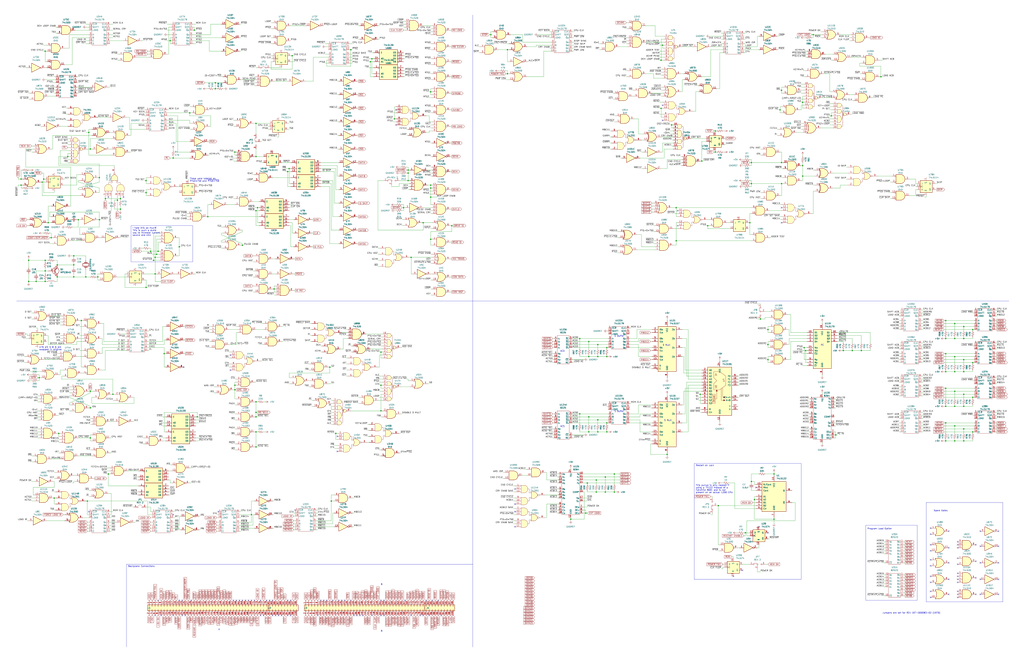
<source format=kicad_sch>
(kicad_sch (version 20230121) (generator eeschema)
  (paper "D")
  (lib_symbols
    (symbol "74LS179_1"
      (property "Reference" "U" (at -2.54 -12.7 0))
      (property "Value" "74LS179_1" (at 5.08 -12.7 0))
      (symbol "74LS179_1_1_1"
        (pin input line (at -8.89 6.35 0) (length 2.54) (name "~{CLR}") (number "1"))
        (pin input line (at -8.89 1.27 0) (length 2.54) (name "LOAD") (number "10"))
        (pin output line (at 8.89 -10.16 180) (length 2.54) (name "Q_{D}") (number "11"))
        (pin output line (at 8.89 1.27 180) (length 2.54) (name "~{Q}_{D}") (number "12"))
        (pin input line (at -8.89 3.81 0) (length 2.54) (name "SHIFT") (number "13"))
        (pin input line (at -8.89 -10.16 0) (length 2.54) (name "D") (number "14"))
        (pin input line (at -8.89 -7.62 0) (length 2.54) (name "C") (number "15"))
        (pin input line (at -8.89 -5.08 0) (length 2.54) (name "B") (number "2"))
        (pin input line (at -8.89 -2.54 0) (length 2.54) (name "A") (number "3"))
        (pin input line (at 8.89 3.81 180) (length 2.54) (name "SER") (number "4"))
        (pin output line (at 8.89 -2.54 180) (length 2.54) (name "Q_{A}") (number "5"))
        (pin input line (at 8.89 6.35 180) (length 2.54) (name "CLK") (number "6"))
        (pin output line (at 8.89 -5.08 180) (length 2.54) (name "Q_{B}") (number "7"))
        (pin output line (at 8.89 -7.62 180) (length 2.54) (name "Q_{C}") (number "9"))
      )
      (symbol "74LS179_1_2_1"
        (pin power_in line (at 0 7.62 270) (length 2.54) (name "VCC") (number "16"))
        (pin power_in line (at 0 -7.62 90) (length 2.54) (name "GND") (number "8"))
      )
    )
    (symbol "74LS179_10"
      (property "Reference" "U" (at -2.54 -12.7 0))
      (property "Value" "74LS179_10" (at 5.08 -12.7 0))
      (symbol "74LS179_10_1_1"
        (pin input line (at -8.89 6.35 0) (length 2.54) (name "~{CLR}") (number "1"))
        (pin input line (at -8.89 1.27 0) (length 2.54) (name "LOAD") (number "10"))
        (pin output line (at 8.89 -10.16 180) (length 2.54) (name "Q_{D}") (number "11"))
        (pin output line (at 8.89 1.27 180) (length 2.54) (name "~{Q}_{D}") (number "12"))
        (pin input line (at -8.89 3.81 0) (length 2.54) (name "SHIFT") (number "13"))
        (pin input line (at -8.89 -10.16 0) (length 2.54) (name "D") (number "14"))
        (pin input line (at -8.89 -7.62 0) (length 2.54) (name "C") (number "15"))
        (pin input line (at -8.89 -5.08 0) (length 2.54) (name "B") (number "2"))
        (pin input line (at -8.89 -2.54 0) (length 2.54) (name "A") (number "3"))
        (pin input line (at 8.89 3.81 180) (length 2.54) (name "SER") (number "4"))
        (pin output line (at 8.89 -2.54 180) (length 2.54) (name "Q_{A}") (number "5"))
        (pin input line (at 8.89 6.35 180) (length 2.54) (name "CLK") (number "6"))
        (pin output line (at 8.89 -5.08 180) (length 2.54) (name "Q_{B}") (number "7"))
        (pin output line (at 8.89 -7.62 180) (length 2.54) (name "Q_{C}") (number "9"))
      )
      (symbol "74LS179_10_2_1"
        (pin power_in line (at 0 7.62 270) (length 2.54) (name "VCC") (number "16"))
        (pin power_in line (at 0 -7.62 90) (length 2.54) (name "GND") (number "8"))
      )
    )
    (symbol "74LS179_11"
      (property "Reference" "U" (at -2.54 -12.7 0))
      (property "Value" "74LS179_11" (at 5.08 -12.7 0))
      (symbol "74LS179_11_1_1"
        (pin input line (at -8.89 6.35 0) (length 2.54) (name "~{CLR}") (number "1"))
        (pin input line (at -8.89 1.27 0) (length 2.54) (name "LOAD") (number "10"))
        (pin output line (at 8.89 -10.16 180) (length 2.54) (name "Q_{D}") (number "11"))
        (pin output line (at 8.89 1.27 180) (length 2.54) (name "~{Q}_{D}") (number "12"))
        (pin input line (at -8.89 3.81 0) (length 2.54) (name "SHIFT") (number "13"))
        (pin input line (at -8.89 -10.16 0) (length 2.54) (name "D") (number "14"))
        (pin input line (at -8.89 -7.62 0) (length 2.54) (name "C") (number "15"))
        (pin input line (at -8.89 -5.08 0) (length 2.54) (name "B") (number "2"))
        (pin input line (at -8.89 -2.54 0) (length 2.54) (name "A") (number "3"))
        (pin input line (at 8.89 3.81 180) (length 2.54) (name "SER") (number "4"))
        (pin output line (at 8.89 -2.54 180) (length 2.54) (name "Q_{A}") (number "5"))
        (pin input line (at 8.89 6.35 180) (length 2.54) (name "CLK") (number "6"))
        (pin output line (at 8.89 -5.08 180) (length 2.54) (name "Q_{B}") (number "7"))
        (pin output line (at 8.89 -7.62 180) (length 2.54) (name "Q_{C}") (number "9"))
      )
      (symbol "74LS179_11_2_1"
        (pin power_in line (at 0 7.62 270) (length 2.54) (name "VCC") (number "16"))
        (pin power_in line (at 0 -7.62 90) (length 2.54) (name "GND") (number "8"))
      )
    )
    (symbol "74LS179_12"
      (property "Reference" "U" (at -2.54 -12.7 0))
      (property "Value" "74LS179_12" (at 5.08 -12.7 0))
      (symbol "74LS179_12_1_1"
        (pin input line (at -8.89 6.35 0) (length 2.54) (name "~{CLR}") (number "1"))
        (pin input line (at -8.89 1.27 0) (length 2.54) (name "LOAD") (number "10"))
        (pin output line (at 8.89 -10.16 180) (length 2.54) (name "Q_{D}") (number "11"))
        (pin output line (at 8.89 1.27 180) (length 2.54) (name "~{Q}_{D}") (number "12"))
        (pin input line (at -8.89 3.81 0) (length 2.54) (name "SHIFT") (number "13"))
        (pin input line (at -8.89 -10.16 0) (length 2.54) (name "D") (number "14"))
        (pin input line (at -8.89 -7.62 0) (length 2.54) (name "C") (number "15"))
        (pin input line (at -8.89 -5.08 0) (length 2.54) (name "B") (number "2"))
        (pin input line (at -8.89 -2.54 0) (length 2.54) (name "A") (number "3"))
        (pin input line (at 8.89 3.81 180) (length 2.54) (name "SER") (number "4"))
        (pin output line (at 8.89 -2.54 180) (length 2.54) (name "Q_{A}") (number "5"))
        (pin input line (at 8.89 6.35 180) (length 2.54) (name "CLK") (number "6"))
        (pin output line (at 8.89 -5.08 180) (length 2.54) (name "Q_{B}") (number "7"))
        (pin output line (at 8.89 -7.62 180) (length 2.54) (name "Q_{C}") (number "9"))
      )
      (symbol "74LS179_12_2_1"
        (pin power_in line (at 0 7.62 270) (length 2.54) (name "VCC") (number "16"))
        (pin power_in line (at 0 -7.62 90) (length 2.54) (name "GND") (number "8"))
      )
    )
    (symbol "74LS179_13"
      (property "Reference" "U" (at -2.54 -12.7 0))
      (property "Value" "74LS179_13" (at 5.08 -12.7 0))
      (symbol "74LS179_13_1_1"
        (pin input line (at -8.89 6.35 0) (length 2.54) (name "~{CLR}") (number "1"))
        (pin input line (at -8.89 1.27 0) (length 2.54) (name "LOAD") (number "10"))
        (pin output line (at 8.89 -10.16 180) (length 2.54) (name "Q_{D}") (number "11"))
        (pin output line (at 8.89 1.27 180) (length 2.54) (name "~{Q}_{D}") (number "12"))
        (pin input line (at -8.89 3.81 0) (length 2.54) (name "SHIFT") (number "13"))
        (pin input line (at -8.89 -10.16 0) (length 2.54) (name "D") (number "14"))
        (pin input line (at -8.89 -7.62 0) (length 2.54) (name "C") (number "15"))
        (pin input line (at -8.89 -5.08 0) (length 2.54) (name "B") (number "2"))
        (pin input line (at -8.89 -2.54 0) (length 2.54) (name "A") (number "3"))
        (pin input line (at 8.89 3.81 180) (length 2.54) (name "SER") (number "4"))
        (pin output line (at 8.89 -2.54 180) (length 2.54) (name "Q_{A}") (number "5"))
        (pin input line (at 8.89 6.35 180) (length 2.54) (name "CLK") (number "6"))
        (pin output line (at 8.89 -5.08 180) (length 2.54) (name "Q_{B}") (number "7"))
        (pin output line (at 8.89 -7.62 180) (length 2.54) (name "Q_{C}") (number "9"))
      )
      (symbol "74LS179_13_2_1"
        (pin power_in line (at 0 7.62 270) (length 2.54) (name "VCC") (number "16"))
        (pin power_in line (at 0 -7.62 90) (length 2.54) (name "GND") (number "8"))
      )
    )
    (symbol "74LS179_14"
      (property "Reference" "U" (at -2.54 -12.7 0))
      (property "Value" "74LS179_14" (at 5.08 -12.7 0))
      (symbol "74LS179_14_1_1"
        (pin input line (at -8.89 6.35 0) (length 2.54) (name "~{CLR}") (number "1"))
        (pin input line (at -8.89 1.27 0) (length 2.54) (name "LOAD") (number "10"))
        (pin output line (at 8.89 -10.16 180) (length 2.54) (name "Q_{D}") (number "11"))
        (pin output line (at 8.89 1.27 180) (length 2.54) (name "~{Q}_{D}") (number "12"))
        (pin input line (at -8.89 3.81 0) (length 2.54) (name "SHIFT") (number "13"))
        (pin input line (at -8.89 -10.16 0) (length 2.54) (name "D") (number "14"))
        (pin input line (at -8.89 -7.62 0) (length 2.54) (name "C") (number "15"))
        (pin input line (at -8.89 -5.08 0) (length 2.54) (name "B") (number "2"))
        (pin input line (at -8.89 -2.54 0) (length 2.54) (name "A") (number "3"))
        (pin input line (at 8.89 3.81 180) (length 2.54) (name "SER") (number "4"))
        (pin output line (at 8.89 -2.54 180) (length 2.54) (name "Q_{A}") (number "5"))
        (pin input line (at 8.89 6.35 180) (length 2.54) (name "CLK") (number "6"))
        (pin output line (at 8.89 -5.08 180) (length 2.54) (name "Q_{B}") (number "7"))
        (pin output line (at 8.89 -7.62 180) (length 2.54) (name "Q_{C}") (number "9"))
      )
      (symbol "74LS179_14_2_1"
        (pin power_in line (at 0 7.62 270) (length 2.54) (name "VCC") (number "16"))
        (pin power_in line (at 0 -7.62 90) (length 2.54) (name "GND") (number "8"))
      )
    )
    (symbol "74LS179_15"
      (property "Reference" "U" (at -2.54 -12.7 0))
      (property "Value" "74LS179_15" (at 5.08 -12.7 0))
      (symbol "74LS179_15_1_1"
        (pin input line (at -8.89 6.35 0) (length 2.54) (name "~{CLR}") (number "1"))
        (pin input line (at -8.89 1.27 0) (length 2.54) (name "LOAD") (number "10"))
        (pin output line (at 8.89 -10.16 180) (length 2.54) (name "Q_{D}") (number "11"))
        (pin output line (at 8.89 1.27 180) (length 2.54) (name "~{Q}_{D}") (number "12"))
        (pin input line (at -8.89 3.81 0) (length 2.54) (name "SHIFT") (number "13"))
        (pin input line (at -8.89 -10.16 0) (length 2.54) (name "D") (number "14"))
        (pin input line (at -8.89 -7.62 0) (length 2.54) (name "C") (number "15"))
        (pin input line (at -8.89 -5.08 0) (length 2.54) (name "B") (number "2"))
        (pin input line (at -8.89 -2.54 0) (length 2.54) (name "A") (number "3"))
        (pin input line (at 8.89 3.81 180) (length 2.54) (name "SER") (number "4"))
        (pin output line (at 8.89 -2.54 180) (length 2.54) (name "Q_{A}") (number "5"))
        (pin input line (at 8.89 6.35 180) (length 2.54) (name "CLK") (number "6"))
        (pin output line (at 8.89 -5.08 180) (length 2.54) (name "Q_{B}") (number "7"))
        (pin output line (at 8.89 -7.62 180) (length 2.54) (name "Q_{C}") (number "9"))
      )
      (symbol "74LS179_15_2_1"
        (pin power_in line (at 0 7.62 270) (length 2.54) (name "VCC") (number "16"))
        (pin power_in line (at 0 -7.62 90) (length 2.54) (name "GND") (number "8"))
      )
    )
    (symbol "74LS179_16"
      (property "Reference" "U" (at -2.54 -12.7 0))
      (property "Value" "74LS179_16" (at 5.08 -12.7 0))
      (symbol "74LS179_16_1_1"
        (pin input line (at -8.89 6.35 0) (length 2.54) (name "~{CLR}") (number "1"))
        (pin input line (at -8.89 1.27 0) (length 2.54) (name "LOAD") (number "10"))
        (pin output line (at 8.89 -10.16 180) (length 2.54) (name "Q_{D}") (number "11"))
        (pin output line (at 8.89 1.27 180) (length 2.54) (name "~{Q}_{D}") (number "12"))
        (pin input line (at -8.89 3.81 0) (length 2.54) (name "SHIFT") (number "13"))
        (pin input line (at -8.89 -10.16 0) (length 2.54) (name "D") (number "14"))
        (pin input line (at -8.89 -7.62 0) (length 2.54) (name "C") (number "15"))
        (pin input line (at -8.89 -5.08 0) (length 2.54) (name "B") (number "2"))
        (pin input line (at -8.89 -2.54 0) (length 2.54) (name "A") (number "3"))
        (pin input line (at 8.89 3.81 180) (length 2.54) (name "SER") (number "4"))
        (pin output line (at 8.89 -2.54 180) (length 2.54) (name "Q_{A}") (number "5"))
        (pin input line (at 8.89 6.35 180) (length 2.54) (name "CLK") (number "6"))
        (pin output line (at 8.89 -5.08 180) (length 2.54) (name "Q_{B}") (number "7"))
        (pin output line (at 8.89 -7.62 180) (length 2.54) (name "Q_{C}") (number "9"))
      )
      (symbol "74LS179_16_2_1"
        (pin power_in line (at 0 7.62 270) (length 2.54) (name "VCC") (number "16"))
        (pin power_in line (at 0 -7.62 90) (length 2.54) (name "GND") (number "8"))
      )
    )
    (symbol "74LS179_17"
      (property "Reference" "U" (at -2.54 -12.7 0))
      (property "Value" "74LS179_17" (at 5.08 -12.7 0))
      (symbol "74LS179_17_1_1"
        (pin input line (at -8.89 6.35 0) (length 2.54) (name "~{CLR}") (number "1"))
        (pin input line (at -8.89 1.27 0) (length 2.54) (name "LOAD") (number "10"))
        (pin output line (at 8.89 -10.16 180) (length 2.54) (name "Q_{D}") (number "11"))
        (pin output line (at 8.89 1.27 180) (length 2.54) (name "~{Q}_{D}") (number "12"))
        (pin input line (at -8.89 3.81 0) (length 2.54) (name "SHIFT") (number "13"))
        (pin input line (at -8.89 -10.16 0) (length 2.54) (name "D") (number "14"))
        (pin input line (at -8.89 -7.62 0) (length 2.54) (name "C") (number "15"))
        (pin input line (at -8.89 -5.08 0) (length 2.54) (name "B") (number "2"))
        (pin input line (at -8.89 -2.54 0) (length 2.54) (name "A") (number "3"))
        (pin input line (at 8.89 3.81 180) (length 2.54) (name "SER") (number "4"))
        (pin output line (at 8.89 -2.54 180) (length 2.54) (name "Q_{A}") (number "5"))
        (pin input line (at 8.89 6.35 180) (length 2.54) (name "CLK") (number "6"))
        (pin output line (at 8.89 -5.08 180) (length 2.54) (name "Q_{B}") (number "7"))
        (pin output line (at 8.89 -7.62 180) (length 2.54) (name "Q_{C}") (number "9"))
      )
      (symbol "74LS179_17_2_1"
        (pin power_in line (at 0 7.62 270) (length 2.54) (name "VCC") (number "16"))
        (pin power_in line (at 0 -7.62 90) (length 2.54) (name "GND") (number "8"))
      )
    )
    (symbol "74LS179_18"
      (property "Reference" "U" (at -2.54 -12.7 0))
      (property "Value" "74LS179_18" (at 5.08 -12.7 0))
      (symbol "74LS179_18_1_1"
        (pin input line (at -8.89 6.35 0) (length 2.54) (name "~{CLR}") (number "1"))
        (pin input line (at -8.89 1.27 0) (length 2.54) (name "LOAD") (number "10"))
        (pin output line (at 8.89 -10.16 180) (length 2.54) (name "Q_{D}") (number "11"))
        (pin output line (at 8.89 1.27 180) (length 2.54) (name "~{Q}_{D}") (number "12"))
        (pin input line (at -8.89 3.81 0) (length 2.54) (name "SHIFT") (number "13"))
        (pin input line (at -8.89 -10.16 0) (length 2.54) (name "D") (number "14"))
        (pin input line (at -8.89 -7.62 0) (length 2.54) (name "C") (number "15"))
        (pin input line (at -8.89 -5.08 0) (length 2.54) (name "B") (number "2"))
        (pin input line (at -8.89 -2.54 0) (length 2.54) (name "A") (number "3"))
        (pin input line (at 8.89 3.81 180) (length 2.54) (name "SER") (number "4"))
        (pin output line (at 8.89 -2.54 180) (length 2.54) (name "Q_{A}") (number "5"))
        (pin input line (at 8.89 6.35 180) (length 2.54) (name "CLK") (number "6"))
        (pin output line (at 8.89 -5.08 180) (length 2.54) (name "Q_{B}") (number "7"))
        (pin output line (at 8.89 -7.62 180) (length 2.54) (name "Q_{C}") (number "9"))
      )
      (symbol "74LS179_18_2_1"
        (pin power_in line (at 0 7.62 270) (length 2.54) (name "VCC") (number "16"))
        (pin power_in line (at 0 -7.62 90) (length 2.54) (name "GND") (number "8"))
      )
    )
    (symbol "74LS179_19"
      (property "Reference" "U" (at -2.54 -12.7 0))
      (property "Value" "74LS179_19" (at 5.08 -12.7 0))
      (symbol "74LS179_19_1_1"
        (pin input line (at -8.89 6.35 0) (length 2.54) (name "~{CLR}") (number "1"))
        (pin input line (at -8.89 1.27 0) (length 2.54) (name "LOAD") (number "10"))
        (pin output line (at 8.89 -10.16 180) (length 2.54) (name "Q_{D}") (number "11"))
        (pin output line (at 8.89 1.27 180) (length 2.54) (name "~{Q}_{D}") (number "12"))
        (pin input line (at -8.89 3.81 0) (length 2.54) (name "SHIFT") (number "13"))
        (pin input line (at -8.89 -10.16 0) (length 2.54) (name "D") (number "14"))
        (pin input line (at -8.89 -7.62 0) (length 2.54) (name "C") (number "15"))
        (pin input line (at -8.89 -5.08 0) (length 2.54) (name "B") (number "2"))
        (pin input line (at -8.89 -2.54 0) (length 2.54) (name "A") (number "3"))
        (pin input line (at 8.89 3.81 180) (length 2.54) (name "SER") (number "4"))
        (pin output line (at 8.89 -2.54 180) (length 2.54) (name "Q_{A}") (number "5"))
        (pin input line (at 8.89 6.35 180) (length 2.54) (name "CLK") (number "6"))
        (pin output line (at 8.89 -5.08 180) (length 2.54) (name "Q_{B}") (number "7"))
        (pin output line (at 8.89 -7.62 180) (length 2.54) (name "Q_{C}") (number "9"))
      )
      (symbol "74LS179_19_2_1"
        (pin power_in line (at 0 7.62 270) (length 2.54) (name "VCC") (number "16"))
        (pin power_in line (at 0 -7.62 90) (length 2.54) (name "GND") (number "8"))
      )
    )
    (symbol "74LS179_2"
      (property "Reference" "U" (at -2.54 -12.7 0))
      (property "Value" "74LS179_2" (at 5.08 -12.7 0))
      (symbol "74LS179_2_1_1"
        (pin input line (at -8.89 6.35 0) (length 2.54) (name "~{CLR}") (number "1"))
        (pin input line (at -8.89 1.27 0) (length 2.54) (name "LOAD") (number "10"))
        (pin output line (at 8.89 -10.16 180) (length 2.54) (name "Q_{D}") (number "11"))
        (pin output line (at 8.89 1.27 180) (length 2.54) (name "~{Q}_{D}") (number "12"))
        (pin input line (at -8.89 3.81 0) (length 2.54) (name "SHIFT") (number "13"))
        (pin input line (at -8.89 -10.16 0) (length 2.54) (name "D") (number "14"))
        (pin input line (at -8.89 -7.62 0) (length 2.54) (name "C") (number "15"))
        (pin input line (at -8.89 -5.08 0) (length 2.54) (name "B") (number "2"))
        (pin input line (at -8.89 -2.54 0) (length 2.54) (name "A") (number "3"))
        (pin input line (at 8.89 3.81 180) (length 2.54) (name "SER") (number "4"))
        (pin output line (at 8.89 -2.54 180) (length 2.54) (name "Q_{A}") (number "5"))
        (pin input line (at 8.89 6.35 180) (length 2.54) (name "CLK") (number "6"))
        (pin output line (at 8.89 -5.08 180) (length 2.54) (name "Q_{B}") (number "7"))
        (pin output line (at 8.89 -7.62 180) (length 2.54) (name "Q_{C}") (number "9"))
      )
      (symbol "74LS179_2_2_1"
        (pin power_in line (at 0 7.62 270) (length 2.54) (name "VCC") (number "16"))
        (pin power_in line (at 0 -7.62 90) (length 2.54) (name "GND") (number "8"))
      )
    )
    (symbol "74LS179_20"
      (property "Reference" "U" (at -2.54 -12.7 0))
      (property "Value" "74LS179_20" (at 5.08 -12.7 0))
      (symbol "74LS179_20_1_1"
        (pin input line (at -8.89 6.35 0) (length 2.54) (name "~{CLR}") (number "1"))
        (pin input line (at -8.89 1.27 0) (length 2.54) (name "LOAD") (number "10"))
        (pin output line (at 8.89 -10.16 180) (length 2.54) (name "Q_{D}") (number "11"))
        (pin output line (at 8.89 1.27 180) (length 2.54) (name "~{Q}_{D}") (number "12"))
        (pin input line (at -8.89 3.81 0) (length 2.54) (name "SHIFT") (number "13"))
        (pin input line (at -8.89 -10.16 0) (length 2.54) (name "D") (number "14"))
        (pin input line (at -8.89 -7.62 0) (length 2.54) (name "C") (number "15"))
        (pin input line (at -8.89 -5.08 0) (length 2.54) (name "B") (number "2"))
        (pin input line (at -8.89 -2.54 0) (length 2.54) (name "A") (number "3"))
        (pin input line (at 8.89 3.81 180) (length 2.54) (name "SER") (number "4"))
        (pin output line (at 8.89 -2.54 180) (length 2.54) (name "Q_{A}") (number "5"))
        (pin input line (at 8.89 6.35 180) (length 2.54) (name "CLK") (number "6"))
        (pin output line (at 8.89 -5.08 180) (length 2.54) (name "Q_{B}") (number "7"))
        (pin output line (at 8.89 -7.62 180) (length 2.54) (name "Q_{C}") (number "9"))
      )
      (symbol "74LS179_20_2_1"
        (pin power_in line (at 0 7.62 270) (length 2.54) (name "VCC") (number "16"))
        (pin power_in line (at 0 -7.62 90) (length 2.54) (name "GND") (number "8"))
      )
    )
    (symbol "74LS179_21"
      (property "Reference" "U" (at -2.54 -12.7 0))
      (property "Value" "74LS179_21" (at 5.08 -12.7 0))
      (symbol "74LS179_21_1_1"
        (pin input line (at -8.89 6.35 0) (length 2.54) (name "~{CLR}") (number "1"))
        (pin input line (at -8.89 1.27 0) (length 2.54) (name "LOAD") (number "10"))
        (pin output line (at 8.89 -10.16 180) (length 2.54) (name "Q_{D}") (number "11"))
        (pin output line (at 8.89 1.27 180) (length 2.54) (name "~{Q}_{D}") (number "12"))
        (pin input line (at -8.89 3.81 0) (length 2.54) (name "SHIFT") (number "13"))
        (pin input line (at -8.89 -10.16 0) (length 2.54) (name "D") (number "14"))
        (pin input line (at -8.89 -7.62 0) (length 2.54) (name "C") (number "15"))
        (pin input line (at -8.89 -5.08 0) (length 2.54) (name "B") (number "2"))
        (pin input line (at -8.89 -2.54 0) (length 2.54) (name "A") (number "3"))
        (pin input line (at 8.89 3.81 180) (length 2.54) (name "SER") (number "4"))
        (pin output line (at 8.89 -2.54 180) (length 2.54) (name "Q_{A}") (number "5"))
        (pin input line (at 8.89 6.35 180) (length 2.54) (name "CLK") (number "6"))
        (pin output line (at 8.89 -5.08 180) (length 2.54) (name "Q_{B}") (number "7"))
        (pin output line (at 8.89 -7.62 180) (length 2.54) (name "Q_{C}") (number "9"))
      )
      (symbol "74LS179_21_2_1"
        (pin power_in line (at 0 7.62 270) (length 2.54) (name "VCC") (number "16"))
        (pin power_in line (at 0 -7.62 90) (length 2.54) (name "GND") (number "8"))
      )
    )
    (symbol "74LS179_3"
      (property "Reference" "U" (at -2.54 -12.7 0))
      (property "Value" "74LS179_3" (at 5.08 -12.7 0))
      (symbol "74LS179_3_1_1"
        (pin input line (at -8.89 6.35 0) (length 2.54) (name "~{CLR}") (number "1"))
        (pin input line (at -8.89 1.27 0) (length 2.54) (name "LOAD") (number "10"))
        (pin output line (at 8.89 -10.16 180) (length 2.54) (name "Q_{D}") (number "11"))
        (pin output line (at 8.89 1.27 180) (length 2.54) (name "~{Q}_{D}") (number "12"))
        (pin input line (at -8.89 3.81 0) (length 2.54) (name "SHIFT") (number "13"))
        (pin input line (at -8.89 -10.16 0) (length 2.54) (name "D") (number "14"))
        (pin input line (at -8.89 -7.62 0) (length 2.54) (name "C") (number "15"))
        (pin input line (at -8.89 -5.08 0) (length 2.54) (name "B") (number "2"))
        (pin input line (at -8.89 -2.54 0) (length 2.54) (name "A") (number "3"))
        (pin input line (at 8.89 3.81 180) (length 2.54) (name "SER") (number "4"))
        (pin output line (at 8.89 -2.54 180) (length 2.54) (name "Q_{A}") (number "5"))
        (pin input line (at 8.89 6.35 180) (length 2.54) (name "CLK") (number "6"))
        (pin output line (at 8.89 -5.08 180) (length 2.54) (name "Q_{B}") (number "7"))
        (pin output line (at 8.89 -7.62 180) (length 2.54) (name "Q_{C}") (number "9"))
      )
      (symbol "74LS179_3_2_1"
        (pin power_in line (at 0 7.62 270) (length 2.54) (name "VCC") (number "16"))
        (pin power_in line (at 0 -7.62 90) (length 2.54) (name "GND") (number "8"))
      )
    )
    (symbol "74LS179_4"
      (property "Reference" "U" (at -2.54 -12.7 0))
      (property "Value" "74LS179_4" (at 5.08 -12.7 0))
      (symbol "74LS179_4_1_1"
        (pin input line (at -8.89 6.35 0) (length 2.54) (name "~{CLR}") (number "1"))
        (pin input line (at -8.89 1.27 0) (length 2.54) (name "LOAD") (number "10"))
        (pin output line (at 8.89 -10.16 180) (length 2.54) (name "Q_{D}") (number "11"))
        (pin output line (at 8.89 1.27 180) (length 2.54) (name "~{Q}_{D}") (number "12"))
        (pin input line (at -8.89 3.81 0) (length 2.54) (name "SHIFT") (number "13"))
        (pin input line (at -8.89 -10.16 0) (length 2.54) (name "D") (number "14"))
        (pin input line (at -8.89 -7.62 0) (length 2.54) (name "C") (number "15"))
        (pin input line (at -8.89 -5.08 0) (length 2.54) (name "B") (number "2"))
        (pin input line (at -8.89 -2.54 0) (length 2.54) (name "A") (number "3"))
        (pin input line (at 8.89 3.81 180) (length 2.54) (name "SER") (number "4"))
        (pin output line (at 8.89 -2.54 180) (length 2.54) (name "Q_{A}") (number "5"))
        (pin input line (at 8.89 6.35 180) (length 2.54) (name "CLK") (number "6"))
        (pin output line (at 8.89 -5.08 180) (length 2.54) (name "Q_{B}") (number "7"))
        (pin output line (at 8.89 -7.62 180) (length 2.54) (name "Q_{C}") (number "9"))
      )
      (symbol "74LS179_4_2_1"
        (pin power_in line (at 0 7.62 270) (length 2.54) (name "VCC") (number "16"))
        (pin power_in line (at 0 -7.62 90) (length 2.54) (name "GND") (number "8"))
      )
    )
    (symbol "74LS179_5"
      (property "Reference" "U" (at -2.54 -12.7 0))
      (property "Value" "74LS179_5" (at 5.08 -12.7 0))
      (symbol "74LS179_5_1_1"
        (pin input line (at -8.89 6.35 0) (length 2.54) (name "~{CLR}") (number "1"))
        (pin input line (at -8.89 1.27 0) (length 2.54) (name "LOAD") (number "10"))
        (pin output line (at 8.89 -10.16 180) (length 2.54) (name "Q_{D}") (number "11"))
        (pin output line (at 8.89 1.27 180) (length 2.54) (name "~{Q}_{D}") (number "12"))
        (pin input line (at -8.89 3.81 0) (length 2.54) (name "SHIFT") (number "13"))
        (pin input line (at -8.89 -10.16 0) (length 2.54) (name "D") (number "14"))
        (pin input line (at -8.89 -7.62 0) (length 2.54) (name "C") (number "15"))
        (pin input line (at -8.89 -5.08 0) (length 2.54) (name "B") (number "2"))
        (pin input line (at -8.89 -2.54 0) (length 2.54) (name "A") (number "3"))
        (pin input line (at 8.89 3.81 180) (length 2.54) (name "SER") (number "4"))
        (pin output line (at 8.89 -2.54 180) (length 2.54) (name "Q_{A}") (number "5"))
        (pin input line (at 8.89 6.35 180) (length 2.54) (name "CLK") (number "6"))
        (pin output line (at 8.89 -5.08 180) (length 2.54) (name "Q_{B}") (number "7"))
        (pin output line (at 8.89 -7.62 180) (length 2.54) (name "Q_{C}") (number "9"))
      )
      (symbol "74LS179_5_2_1"
        (pin power_in line (at 0 7.62 270) (length 2.54) (name "VCC") (number "16"))
        (pin power_in line (at 0 -7.62 90) (length 2.54) (name "GND") (number "8"))
      )
    )
    (symbol "74LS179_6"
      (property "Reference" "U" (at -2.54 -12.7 0))
      (property "Value" "74LS179_6" (at 5.08 -12.7 0))
      (symbol "74LS179_6_1_1"
        (pin input line (at -8.89 6.35 0) (length 2.54) (name "~{CLR}") (number "1"))
        (pin input line (at -8.89 1.27 0) (length 2.54) (name "LOAD") (number "10"))
        (pin output line (at 8.89 -10.16 180) (length 2.54) (name "Q_{D}") (number "11"))
        (pin output line (at 8.89 1.27 180) (length 2.54) (name "~{Q}_{D}") (number "12"))
        (pin input line (at -8.89 3.81 0) (length 2.54) (name "SHIFT") (number "13"))
        (pin input line (at -8.89 -10.16 0) (length 2.54) (name "D") (number "14"))
        (pin input line (at -8.89 -7.62 0) (length 2.54) (name "C") (number "15"))
        (pin input line (at -8.89 -5.08 0) (length 2.54) (name "B") (number "2"))
        (pin input line (at -8.89 -2.54 0) (length 2.54) (name "A") (number "3"))
        (pin input line (at 8.89 3.81 180) (length 2.54) (name "SER") (number "4"))
        (pin output line (at 8.89 -2.54 180) (length 2.54) (name "Q_{A}") (number "5"))
        (pin input line (at 8.89 6.35 180) (length 2.54) (name "CLK") (number "6"))
        (pin output line (at 8.89 -5.08 180) (length 2.54) (name "Q_{B}") (number "7"))
        (pin output line (at 8.89 -7.62 180) (length 2.54) (name "Q_{C}") (number "9"))
      )
      (symbol "74LS179_6_2_1"
        (pin power_in line (at 0 7.62 270) (length 2.54) (name "VCC") (number "16"))
        (pin power_in line (at 0 -7.62 90) (length 2.54) (name "GND") (number "8"))
      )
    )
    (symbol "74LS179_7"
      (property "Reference" "U" (at -2.54 -12.7 0))
      (property "Value" "74LS179_7" (at 5.08 -12.7 0))
      (symbol "74LS179_7_1_1"
        (pin input line (at -8.89 6.35 0) (length 2.54) (name "~{CLR}") (number "1"))
        (pin input line (at -8.89 1.27 0) (length 2.54) (name "LOAD") (number "10"))
        (pin output line (at 8.89 -10.16 180) (length 2.54) (name "Q_{D}") (number "11"))
        (pin output line (at 8.89 1.27 180) (length 2.54) (name "~{Q}_{D}") (number "12"))
        (pin input line (at -8.89 3.81 0) (length 2.54) (name "SHIFT") (number "13"))
        (pin input line (at -8.89 -10.16 0) (length 2.54) (name "D") (number "14"))
        (pin input line (at -8.89 -7.62 0) (length 2.54) (name "C") (number "15"))
        (pin input line (at -8.89 -5.08 0) (length 2.54) (name "B") (number "2"))
        (pin input line (at -8.89 -2.54 0) (length 2.54) (name "A") (number "3"))
        (pin input line (at 8.89 3.81 180) (length 2.54) (name "SER") (number "4"))
        (pin output line (at 8.89 -2.54 180) (length 2.54) (name "Q_{A}") (number "5"))
        (pin input line (at 8.89 6.35 180) (length 2.54) (name "CLK") (number "6"))
        (pin output line (at 8.89 -5.08 180) (length 2.54) (name "Q_{B}") (number "7"))
        (pin output line (at 8.89 -7.62 180) (length 2.54) (name "Q_{C}") (number "9"))
      )
      (symbol "74LS179_7_2_1"
        (pin power_in line (at 0 7.62 270) (length 2.54) (name "VCC") (number "16"))
        (pin power_in line (at 0 -7.62 90) (length 2.54) (name "GND") (number "8"))
      )
    )
    (symbol "74LS179_8"
      (property "Reference" "U" (at -2.54 -12.7 0))
      (property "Value" "74LS179_8" (at 5.08 -12.7 0))
      (symbol "74LS179_8_1_1"
        (pin input line (at -8.89 6.35 0) (length 2.54) (name "~{CLR}") (number "1"))
        (pin input line (at -8.89 1.27 0) (length 2.54) (name "LOAD") (number "10"))
        (pin output line (at 8.89 -10.16 180) (length 2.54) (name "Q_{D}") (number "11"))
        (pin output line (at 8.89 1.27 180) (length 2.54) (name "~{Q}_{D}") (number "12"))
        (pin input line (at -8.89 3.81 0) (length 2.54) (name "SHIFT") (number "13"))
        (pin input line (at -8.89 -10.16 0) (length 2.54) (name "D") (number "14"))
        (pin input line (at -8.89 -7.62 0) (length 2.54) (name "C") (number "15"))
        (pin input line (at -8.89 -5.08 0) (length 2.54) (name "B") (number "2"))
        (pin input line (at -8.89 -2.54 0) (length 2.54) (name "A") (number "3"))
        (pin input line (at 8.89 3.81 180) (length 2.54) (name "SER") (number "4"))
        (pin output line (at 8.89 -2.54 180) (length 2.54) (name "Q_{A}") (number "5"))
        (pin input line (at 8.89 6.35 180) (length 2.54) (name "CLK") (number "6"))
        (pin output line (at 8.89 -5.08 180) (length 2.54) (name "Q_{B}") (number "7"))
        (pin output line (at 8.89 -7.62 180) (length 2.54) (name "Q_{C}") (number "9"))
      )
      (symbol "74LS179_8_2_1"
        (pin power_in line (at 0 7.62 270) (length 2.54) (name "VCC") (number "16"))
        (pin power_in line (at 0 -7.62 90) (length 2.54) (name "GND") (number "8"))
      )
    )
    (symbol "74LS179_9"
      (property "Reference" "U" (at -2.54 -12.7 0))
      (property "Value" "74LS179_9" (at 5.08 -12.7 0))
      (symbol "74LS179_9_1_1"
        (pin input line (at -8.89 6.35 0) (length 2.54) (name "~{CLR}") (number "1"))
        (pin input line (at -8.89 1.27 0) (length 2.54) (name "LOAD") (number "10"))
        (pin output line (at 8.89 -10.16 180) (length 2.54) (name "Q_{D}") (number "11"))
        (pin output line (at 8.89 1.27 180) (length 2.54) (name "~{Q}_{D}") (number "12"))
        (pin input line (at -8.89 3.81 0) (length 2.54) (name "SHIFT") (number "13"))
        (pin input line (at -8.89 -10.16 0) (length 2.54) (name "D") (number "14"))
        (pin input line (at -8.89 -7.62 0) (length 2.54) (name "C") (number "15"))
        (pin input line (at -8.89 -5.08 0) (length 2.54) (name "B") (number "2"))
        (pin input line (at -8.89 -2.54 0) (length 2.54) (name "A") (number "3"))
        (pin input line (at 8.89 3.81 180) (length 2.54) (name "SER") (number "4"))
        (pin output line (at 8.89 -2.54 180) (length 2.54) (name "Q_{A}") (number "5"))
        (pin input line (at 8.89 6.35 180) (length 2.54) (name "CLK") (number "6"))
        (pin output line (at 8.89 -5.08 180) (length 2.54) (name "Q_{B}") (number "7"))
        (pin output line (at 8.89 -7.62 180) (length 2.54) (name "Q_{C}") (number "9"))
      )
      (symbol "74LS179_9_2_1"
        (pin power_in line (at 0 7.62 270) (length 2.54) (name "VCC") (number "16"))
        (pin power_in line (at 0 -7.62 90) (length 2.54) (name "GND") (number "8"))
      )
    )
    (symbol "74xx:74LS00" (pin_names (offset 1.016))
      (property "Reference" "U" (at 0 1.27 0))
      (property "Value" "74LS00" (at 0 -1.27 0))
      (symbol "74LS00_1_1"
        (pin input line (at -7.62 2.54 0) (length 3.81) (name "~") (number "1"))
        (pin input line (at -7.62 -2.54 0) (length 3.81) (name "~") (number "2"))
        (pin output inverted (at 7.62 0 180) (length 3.81) (name "~") (number "3"))
      )
      (symbol "74LS00_1_2"
        (pin input inverted (at -7.62 2.54 0) (length 4.318) (name "~") (number "1"))
        (pin input inverted (at -7.62 -2.54 0) (length 4.318) (name "~") (number "2"))
        (pin output line (at 7.62 0 180) (length 3.81) (name "~") (number "3"))
      )
      (symbol "74LS00_2_1"
        (pin input line (at -7.62 2.54 0) (length 3.81) (name "~") (number "4"))
        (pin input line (at -7.62 -2.54 0) (length 3.81) (name "~") (number "5"))
        (pin output inverted (at 7.62 0 180) (length 3.81) (name "~") (number "6"))
      )
      (symbol "74LS00_2_2"
        (pin input inverted (at -7.62 2.54 0) (length 4.318) (name "~") (number "4"))
        (pin input inverted (at -7.62 -2.54 0) (length 4.318) (name "~") (number "5"))
        (pin output line (at 7.62 0 180) (length 3.81) (name "~") (number "6"))
      )
      (symbol "74LS00_3_1"
        (pin input line (at -7.62 -2.54 0) (length 3.81) (name "~") (number "10"))
        (pin output inverted (at 7.62 0 180) (length 3.81) (name "~") (number "8"))
        (pin input line (at -7.62 2.54 0) (length 3.81) (name "~") (number "9"))
      )
      (symbol "74LS00_3_2"
        (pin input inverted (at -7.62 -2.54 0) (length 4.318) (name "~") (number "10"))
        (pin output line (at 7.62 0 180) (length 3.81) (name "~") (number "8"))
        (pin input inverted (at -7.62 2.54 0) (length 4.318) (name "~") (number "9"))
      )
      (symbol "74LS00_4_1"
        (pin output inverted (at 7.62 0 180) (length 3.81) (name "~") (number "11"))
        (pin input line (at -7.62 2.54 0) (length 3.81) (name "~") (number "12"))
        (pin input line (at -7.62 -2.54 0) (length 3.81) (name "~") (number "13"))
      )
      (symbol "74LS00_4_2"
        (pin output line (at 7.62 0 180) (length 3.81) (name "~") (number "11"))
        (pin input inverted (at -7.62 2.54 0) (length 4.318) (name "~") (number "12"))
        (pin input inverted (at -7.62 -2.54 0) (length 4.318) (name "~") (number "13"))
      )
      (symbol "74LS00_5_0"
        (pin power_in line (at 0 12.7 270) (length 5.08) (name "VCC") (number "14"))
        (pin power_in line (at 0 -12.7 90) (length 5.08) (name "GND") (number "7"))
      )
    )
    (symbol "74xx:74LS03" (pin_names (offset 1.016))
      (property "Reference" "U" (at 0 1.27 0))
      (property "Value" "74LS03" (at 0 -1.27 0))
      (symbol "74LS03_1_1"
        (pin input line (at -7.62 2.54 0) (length 3.81) (name "~") (number "1"))
        (pin input line (at -7.62 -2.54 0) (length 3.81) (name "~") (number "2"))
        (pin open_collector inverted (at 7.62 0 180) (length 3.81) (name "~") (number "3"))
      )
      (symbol "74LS03_1_2"
        (pin input inverted (at -7.62 2.54 0) (length 4.318) (name "~") (number "1"))
        (pin input inverted (at -7.62 -2.54 0) (length 4.318) (name "~") (number "2"))
        (pin open_collector line (at 7.62 0 180) (length 3.81) (name "~") (number "3"))
      )
      (symbol "74LS03_2_1"
        (pin input line (at -7.62 2.54 0) (length 3.81) (name "~") (number "4"))
        (pin input line (at -7.62 -2.54 0) (length 3.81) (name "~") (number "5"))
        (pin open_collector inverted (at 7.62 0 180) (length 3.81) (name "~") (number "6"))
      )
      (symbol "74LS03_2_2"
        (pin input inverted (at -7.62 2.54 0) (length 4.318) (name "~") (number "4"))
        (pin input inverted (at -7.62 -2.54 0) (length 4.318) (name "~") (number "5"))
        (pin open_collector line (at 7.62 0 180) (length 3.81) (name "~") (number "6"))
      )
      (symbol "74LS03_3_1"
        (pin input line (at -7.62 -2.54 0) (length 3.81) (name "~") (number "10"))
        (pin open_collector inverted (at 7.62 0 180) (length 3.81) (name "~") (number "8"))
        (pin input line (at -7.62 2.54 0) (length 3.81) (name "~") (number "9"))
      )
      (symbol "74LS03_3_2"
        (pin input inverted (at -7.62 -2.54 0) (length 4.318) (name "~") (number "10"))
        (pin open_collector line (at 7.62 0 180) (length 3.81) (name "~") (number "8"))
        (pin input inverted (at -7.62 2.54 0) (length 4.318) (name "~") (number "9"))
      )
      (symbol "74LS03_4_1"
        (pin open_collector inverted (at 7.62 0 180) (length 3.81) (name "~") (number "11"))
        (pin input line (at -7.62 2.54 0) (length 3.81) (name "~") (number "12"))
        (pin input line (at -7.62 -2.54 0) (length 3.81) (name "~") (number "13"))
      )
      (symbol "74LS03_4_2"
        (pin open_collector line (at 7.62 0 180) (length 3.81) (name "~") (number "11"))
        (pin input inverted (at -7.62 2.54 0) (length 4.318) (name "~") (number "12"))
        (pin input inverted (at -7.62 -2.54 0) (length 4.318) (name "~") (number "13"))
      )
      (symbol "74LS03_5_0"
        (pin power_in line (at 0 12.7 270) (length 5.08) (name "VCC") (number "14"))
        (pin power_in line (at 0 -12.7 90) (length 5.08) (name "GND") (number "7"))
      )
    )
    (symbol "74xx:74LS04"
      (property "Reference" "U" (at 0 1.27 0))
      (property "Value" "74LS04" (at 0 -1.27 0))
      (symbol "74LS04_1_0"
        (pin input line (at -7.62 0 0) (length 3.81) (name "~") (number "1"))
        (pin output inverted (at 7.62 0 180) (length 3.81) (name "~") (number "2"))
      )
      (symbol "74LS04_2_0"
        (pin input line (at -7.62 0 0) (length 3.81) (name "~") (number "3"))
        (pin output inverted (at 7.62 0 180) (length 3.81) (name "~") (number "4"))
      )
      (symbol "74LS04_3_0"
        (pin input line (at -7.62 0 0) (length 3.81) (name "~") (number "5"))
        (pin output inverted (at 7.62 0 180) (length 3.81) (name "~") (number "6"))
      )
      (symbol "74LS04_4_0"
        (pin output inverted (at 7.62 0 180) (length 3.81) (name "~") (number "8"))
        (pin input line (at -7.62 0 0) (length 3.81) (name "~") (number "9"))
      )
      (symbol "74LS04_5_0"
        (pin output inverted (at 7.62 0 180) (length 3.81) (name "~") (number "10"))
        (pin input line (at -7.62 0 0) (length 3.81) (name "~") (number "11"))
      )
      (symbol "74LS04_6_0"
        (pin output inverted (at 7.62 0 180) (length 3.81) (name "~") (number "12"))
        (pin input line (at -7.62 0 0) (length 3.81) (name "~") (number "13"))
      )
      (symbol "74LS04_7_0"
        (pin power_in line (at 0 12.7 270) (length 5.08) (name "VCC") (number "14"))
        (pin power_in line (at 0 -12.7 90) (length 5.08) (name "GND") (number "7"))
      )
    )
    (symbol "74xx:74LS10" (pin_names (offset 1.016))
      (property "Reference" "U" (at 0 1.27 0))
      (property "Value" "74LS10" (at 0 -1.27 0))
      (symbol "74LS10_1_1"
        (pin input line (at -7.62 2.54 0) (length 3.81) (name "~") (number "1"))
        (pin output inverted (at 7.62 0 180) (length 3.81) (name "~") (number "12"))
        (pin input line (at -7.62 -2.54 0) (length 3.81) (name "~") (number "13"))
        (pin input line (at -7.62 0 0) (length 3.81) (name "~") (number "2"))
      )
      (symbol "74LS10_1_2"
        (pin input inverted (at -7.62 2.54 0) (length 4.318) (name "~") (number "1"))
        (pin output line (at 7.62 0 180) (length 3.81) (name "~") (number "12"))
        (pin input inverted (at -7.62 -2.54 0) (length 4.318) (name "~") (number "13"))
        (pin input inverted (at -7.62 0 0) (length 4.953) (name "~") (number "2"))
      )
      (symbol "74LS10_2_1"
        (pin input line (at -7.62 2.54 0) (length 3.81) (name "~") (number "3"))
        (pin input line (at -7.62 0 0) (length 3.81) (name "~") (number "4"))
        (pin input line (at -7.62 -2.54 0) (length 3.81) (name "~") (number "5"))
        (pin output inverted (at 7.62 0 180) (length 3.81) (name "~") (number "6"))
      )
      (symbol "74LS10_2_2"
        (pin input inverted (at -7.62 2.54 0) (length 4.318) (name "~") (number "3"))
        (pin input inverted (at -7.62 0 0) (length 4.953) (name "~") (number "4"))
        (pin input inverted (at -7.62 -2.54 0) (length 4.318) (name "~") (number "5"))
        (pin output line (at 7.62 0 180) (length 3.81) (name "~") (number "6"))
      )
      (symbol "74LS10_3_1"
        (pin input line (at -7.62 0 0) (length 3.81) (name "~") (number "10"))
        (pin input line (at -7.62 -2.54 0) (length 3.81) (name "~") (number "11"))
        (pin output inverted (at 7.62 0 180) (length 3.81) (name "~") (number "8"))
        (pin input line (at -7.62 2.54 0) (length 3.81) (name "~") (number "9"))
      )
      (symbol "74LS10_3_2"
        (pin input inverted (at -7.62 0 0) (length 4.953) (name "~") (number "10"))
        (pin input inverted (at -7.62 -2.54 0) (length 4.318) (name "~") (number "11"))
        (pin output line (at 7.62 0 180) (length 3.81) (name "~") (number "8"))
        (pin input inverted (at -7.62 2.54 0) (length 4.318) (name "~") (number "9"))
      )
      (symbol "74LS10_4_0"
        (pin power_in line (at 0 12.7 270) (length 5.08) (name "VCC") (number "14"))
        (pin power_in line (at 0 -12.7 90) (length 5.08) (name "GND") (number "7"))
      )
    )
    (symbol "74xx:74LS114" (pin_names (offset 1.016))
      (property "Reference" "U" (at -7.62 8.89 0))
      (property "Value" "74LS114" (at -7.62 -8.89 0))
      (symbol "74LS114_1_0"
        (pin input line (at 0 -7.62 90) (length 2.54) (name "~{R}") (number "1"))
        (pin input clock (at -7.62 0 0) (length 2.54) (name "C") (number "13"))
        (pin input line (at -7.62 -2.54 0) (length 2.54) (name "K") (number "2"))
        (pin input line (at -7.62 2.54 0) (length 2.54) (name "J") (number "3"))
        (pin input line (at 0 7.62 270) (length 2.54) (name "~{S}") (number "4"))
        (pin output line (at 7.62 2.54 180) (length 2.54) (name "Q") (number "5"))
        (pin output line (at 7.62 -2.54 180) (length 2.54) (name "~{Q}") (number "6"))
      )
      (symbol "74LS114_2_0"
        (pin input line (at 0 7.62 270) (length 2.54) (name "~{S}") (number "10"))
        (pin input line (at -7.62 2.54 0) (length 2.54) (name "J") (number "11"))
        (pin input line (at -7.62 -2.54 0) (length 2.54) (name "K") (number "12"))
        (pin output line (at 7.62 -2.54 180) (length 2.54) (name "~{Q}") (number "8"))
        (pin output line (at 7.62 2.54 180) (length 2.54) (name "Q") (number "9"))
      )
      (symbol "74LS114_3_0"
        (pin power_in line (at 0 10.16 270) (length 2.54) (name "VCC") (number "14"))
        (pin power_in line (at 0 -10.16 90) (length 2.54) (name "GND") (number "7"))
      )
    )
    (symbol "74xx:74LS122" (pin_names (offset 1.016))
      (property "Reference" "U" (at -7.62 13.97 0))
      (property "Value" "74LS122" (at -7.62 -13.97 0))
      (symbol "74LS122_1_0"
        (pin input inverted (at -15.24 0 0) (length 5.08) (name "A1") (number "1"))
        (pin input line (at -15.24 5.08 0) (length 5.08) (name "Cext") (number "11"))
        (pin input line (at -15.24 10.16 0) (length 5.08) (name "R/Cext") (number "13"))
        (pin power_in line (at 0 17.78 270) (length 5.08) (name "VCC") (number "14"))
        (pin input inverted (at -15.24 -2.54 0) (length 5.08) (name "A2") (number "2"))
        (pin input line (at -15.24 -5.08 0) (length 5.08) (name "B1") (number "3"))
        (pin input line (at -15.24 -7.62 0) (length 5.08) (name "B2") (number "4"))
        (pin input inverted (at -15.24 -10.16 0) (length 5.08) (name "Clr") (number "5"))
        (pin output line (at 15.24 -5.08 180) (length 5.08) (name "~{Q}") (number "6"))
        (pin power_in line (at 0 -17.78 90) (length 5.08) (name "GND") (number "7"))
        (pin output line (at 15.24 5.08 180) (length 5.08) (name "Q") (number "8"))
        (pin input line (at -15.24 7.62 0) (length 5.08) (name "Rint") (number "9"))
      )
    )
    (symbol "74xx:74LS139" (pin_names (offset 1.016))
      (property "Reference" "U" (at -7.62 8.89 0))
      (property "Value" "74LS139" (at -7.62 -8.89 0))
      (symbol "74LS139_1_0"
        (pin input inverted (at -12.7 -5.08 0) (length 5.08) (name "E") (number "1"))
        (pin input line (at -12.7 0 0) (length 5.08) (name "A0") (number "2"))
        (pin input line (at -12.7 2.54 0) (length 5.08) (name "A1") (number "3"))
        (pin output inverted (at 12.7 2.54 180) (length 5.08) (name "O0") (number "4"))
        (pin output inverted (at 12.7 0 180) (length 5.08) (name "O1") (number "5"))
        (pin output inverted (at 12.7 -2.54 180) (length 5.08) (name "O2") (number "6"))
        (pin output inverted (at 12.7 -5.08 180) (length 5.08) (name "O3") (number "7"))
      )
      (symbol "74LS139_2_0"
        (pin output inverted (at 12.7 -2.54 180) (length 5.08) (name "O2") (number "10"))
        (pin output inverted (at 12.7 0 180) (length 5.08) (name "O1") (number "11"))
        (pin output inverted (at 12.7 2.54 180) (length 5.08) (name "O0") (number "12"))
        (pin input line (at -12.7 2.54 0) (length 5.08) (name "A1") (number "13"))
        (pin input line (at -12.7 0 0) (length 5.08) (name "A0") (number "14"))
        (pin input inverted (at -12.7 -5.08 0) (length 5.08) (name "E") (number "15"))
        (pin output inverted (at 12.7 -5.08 180) (length 5.08) (name "O3") (number "9"))
      )
      (symbol "74LS139_3_0"
        (pin power_in line (at 0 12.7 270) (length 5.08) (name "VCC") (number "16"))
        (pin power_in line (at 0 -12.7 90) (length 5.08) (name "GND") (number "8"))
      )
    )
    (symbol "74xx:74LS157" (pin_names (offset 1.016))
      (property "Reference" "U" (at -7.62 19.05 0))
      (property "Value" "74LS157" (at -7.62 -21.59 0))
      (symbol "74LS157_1_0"
        (pin input line (at -12.7 -15.24 0) (length 5.08) (name "S") (number "1"))
        (pin input line (at -12.7 -2.54 0) (length 5.08) (name "I1c") (number "10"))
        (pin input line (at -12.7 0 0) (length 5.08) (name "I0c") (number "11"))
        (pin output line (at 12.7 -7.62 180) (length 5.08) (name "Zd") (number "12"))
        (pin input line (at -12.7 -10.16 0) (length 5.08) (name "I1d") (number "13"))
        (pin input line (at -12.7 -7.62 0) (length 5.08) (name "I0d") (number "14"))
        (pin input inverted (at -12.7 -17.78 0) (length 5.08) (name "E") (number "15"))
        (pin power_in line (at 0 22.86 270) (length 5.08) (name "VCC") (number "16"))
        (pin input line (at -12.7 15.24 0) (length 5.08) (name "I0a") (number "2"))
        (pin input line (at -12.7 12.7 0) (length 5.08) (name "I1a") (number "3"))
        (pin output line (at 12.7 15.24 180) (length 5.08) (name "Za") (number "4"))
        (pin input line (at -12.7 7.62 0) (length 5.08) (name "I0b") (number "5"))
        (pin input line (at -12.7 5.08 0) (length 5.08) (name "I1b") (number "6"))
        (pin output line (at 12.7 7.62 180) (length 5.08) (name "Zb") (number "7"))
        (pin power_in line (at 0 -25.4 90) (length 5.08) (name "GND") (number "8"))
        (pin output line (at 12.7 0 180) (length 5.08) (name "Zc") (number "9"))
      )
    )
    (symbol "74xx:74LS170" (pin_names (offset 1.016))
      (property "Reference" "U" (at -7.62 16.51 0))
      (property "Value" "74LS170" (at -7.62 -19.05 0))
      (symbol "74LS170_1_0"
        (pin input line (at -12.7 10.16 0) (length 5.08) (name "D2") (number "1"))
        (pin tri_state line (at 12.7 12.7 180) (length 5.08) (name "Q1") (number "10"))
        (pin input line (at -12.7 -15.24 0) (length 5.08) (name "~{Er}") (number "11"))
        (pin input line (at -12.7 -5.08 0) (length 5.08) (name "~{Ew}") (number "12"))
        (pin input line (at -12.7 -2.54 0) (length 5.08) (name "Wb") (number "13"))
        (pin input line (at -12.7 0 0) (length 5.08) (name "Wa") (number "14"))
        (pin input line (at -12.7 12.7 0) (length 5.08) (name "D1") (number "15"))
        (pin power_in line (at 0 20.32 270) (length 5.08) (name "VCC") (number "16"))
        (pin input line (at -12.7 7.62 0) (length 5.08) (name "D3") (number "2"))
        (pin input line (at -12.7 5.08 0) (length 5.08) (name "D4") (number "3"))
        (pin input line (at -12.7 -12.7 0) (length 5.08) (name "Rb") (number "4"))
        (pin input line (at -12.7 -10.16 0) (length 5.08) (name "Ra") (number "5"))
        (pin tri_state line (at 12.7 5.08 180) (length 5.08) (name "Q4") (number "6"))
        (pin tri_state line (at 12.7 7.62 180) (length 5.08) (name "Q3") (number "7"))
        (pin power_in line (at 0 -22.86 90) (length 5.08) (name "GND") (number "8"))
        (pin tri_state line (at 12.7 10.16 180) (length 5.08) (name "Q2") (number "9"))
      )
    )
    (symbol "74xx:74LS181" (pin_names (offset 1.016))
      (property "Reference" "U" (at -7.62 21.59 0))
      (property "Value" "74LS181" (at -7.62 -21.59 0))
      (symbol "74LS181_1_0"
        (text "A" (at -3.302 13.97 0) (effects (font (size 2.286 2.286))))
        (text "B" (at -3.302 3.81 0) (effects (font (size 2.286 2.286))))
        (text "Decod" (at -5.08 -6.35 900) (effects (font (size 1.27 1.27))))
        (text "S" (at 3.302 9.144 0) (effects (font (size 2.286 2.286))))
        (pin input line (at -15.24 7.62 0) (length 5.08) (name "B0") (number "1"))
        (pin output line (at 15.24 10.16 180) (length 5.08) (name "F1") (number "10"))
        (pin output line (at 15.24 7.62 180) (length 5.08) (name "F2") (number "11"))
        (pin power_in line (at 0 -25.4 90) (length 5.08) (name "GND") (number "12"))
        (pin output line (at 15.24 5.08 180) (length 5.08) (name "F3") (number "13"))
        (pin output line (at 15.24 -7.62 180) (length 5.08) (name "A=B") (number "14"))
        (pin output line (at 15.24 -15.24 180) (length 5.08) (name "X") (number "15"))
        (pin output inverted (at 15.24 -5.08 180) (length 5.08) (name "Cn+4") (number "16"))
        (pin output line (at 15.24 -12.7 180) (length 5.08) (name "Y") (number "17"))
        (pin input line (at -15.24 0 0) (length 5.08) (name "B3") (number "18"))
        (pin input line (at -15.24 10.16 0) (length 5.08) (name "A3") (number "19"))
        (pin input line (at -15.24 17.78 0) (length 5.08) (name "A0") (number "2"))
        (pin input line (at -15.24 2.54 0) (length 5.08) (name "B2") (number "20"))
        (pin input line (at -15.24 12.7 0) (length 5.08) (name "A2") (number "21"))
        (pin input line (at -15.24 5.08 0) (length 5.08) (name "B1") (number "22"))
        (pin input line (at -15.24 15.24 0) (length 5.08) (name "A1") (number "23"))
        (pin power_in line (at 0 25.4 270) (length 5.08) (name "VCC") (number "24"))
        (pin input line (at -15.24 -10.16 0) (length 5.08) (name "S3") (number "3"))
        (pin input line (at -15.24 -7.62 0) (length 5.08) (name "S2") (number "4"))
        (pin input line (at -15.24 -5.08 0) (length 5.08) (name "S1") (number "5"))
        (pin input line (at -15.24 -2.54 0) (length 5.08) (name "S0") (number "6"))
        (pin input inverted (at -15.24 -17.78 0) (length 5.08) (name "Cn") (number "7"))
        (pin input line (at -15.24 -15.24 0) (length 5.08) (name "M") (number "8"))
        (pin output line (at 15.24 12.7 180) (length 5.08) (name "F0") (number "9"))
      )
    )
    (symbol "74xx:74LS20" (pin_names (offset 1.016))
      (property "Reference" "U" (at 0 1.27 0))
      (property "Value" "74LS20" (at 0 -1.27 0))
      (symbol "74LS20_1_1"
        (pin input line (at -7.62 3.81 0) (length 3.81) (name "~") (number "1"))
        (pin input line (at -7.62 1.27 0) (length 3.81) (name "~") (number "2"))
        (pin input line (at -7.62 -1.27 0) (length 3.81) (name "~") (number "4"))
        (pin input line (at -7.62 -3.81 0) (length 3.81) (name "~") (number "5"))
        (pin output inverted (at 7.62 0 180) (length 3.81) (name "~") (number "6"))
      )
      (symbol "74LS20_1_2"
        (pin input inverted (at -7.62 3.81 0) (length 3.81) (name "~") (number "1"))
        (pin input inverted (at -7.62 1.27 0) (length 4.826) (name "~") (number "2"))
        (pin input inverted (at -7.62 -1.27 0) (length 4.826) (name "~") (number "4"))
        (pin input inverted (at -7.62 -3.81 0) (length 3.81) (name "~") (number "5"))
        (pin output line (at 7.62 0 180) (length 3.81) (name "~") (number "6"))
      )
      (symbol "74LS20_2_1"
        (pin input line (at -7.62 1.27 0) (length 3.81) (name "~") (number "10"))
        (pin input line (at -7.62 -1.27 0) (length 3.81) (name "~") (number "12"))
        (pin input line (at -7.62 -3.81 0) (length 3.81) (name "~") (number "13"))
        (pin output inverted (at 7.62 0 180) (length 3.81) (name "~") (number "8"))
        (pin input line (at -7.62 3.81 0) (length 3.81) (name "~") (number "9"))
      )
      (symbol "74LS20_2_2"
        (pin input inverted (at -7.62 1.27 0) (length 4.826) (name "~") (number "10"))
        (pin input inverted (at -7.62 -1.27 0) (length 4.826) (name "~") (number "12"))
        (pin input inverted (at -7.62 -3.81 0) (length 3.81) (name "~") (number "13"))
        (pin output line (at 7.62 0 180) (length 3.81) (name "~") (number "8"))
        (pin input inverted (at -7.62 3.81 0) (length 3.81) (name "~") (number "9"))
      )
      (symbol "74LS20_3_0"
        (pin power_in line (at 0 12.7 270) (length 5.08) (name "VCC") (number "14"))
        (pin power_in line (at 0 -12.7 90) (length 5.08) (name "GND") (number "7"))
      )
    )
    (symbol "74xx:74LS21" (pin_names (offset 1.016))
      (property "Reference" "U" (at 0 1.27 0))
      (property "Value" "74LS21" (at 0 -1.27 0))
      (symbol "74LS21_1_1"
        (pin input line (at -7.62 3.81 0) (length 3.81) (name "~") (number "1"))
        (pin input line (at -7.62 1.27 0) (length 3.81) (name "~") (number "2"))
        (pin input line (at -7.62 -1.27 0) (length 3.81) (name "~") (number "4"))
        (pin input line (at -7.62 -3.81 0) (length 3.81) (name "~") (number "5"))
        (pin output line (at 7.62 0 180) (length 3.81) (name "~") (number "6"))
      )
      (symbol "74LS21_1_2"
        (pin input inverted (at -7.62 3.81 0) (length 3.81) (name "~") (number "1"))
        (pin input inverted (at -7.62 1.27 0) (length 4.826) (name "~") (number "2"))
        (pin input inverted (at -7.62 -1.27 0) (length 4.826) (name "~") (number "4"))
        (pin input inverted (at -7.62 -3.81 0) (length 3.81) (name "~") (number "5"))
        (pin output inverted (at 7.62 0 180) (length 3.81) (name "~") (number "6"))
      )
      (symbol "74LS21_2_1"
        (pin input line (at -7.62 1.27 0) (length 3.81) (name "~") (number "10"))
        (pin input line (at -7.62 -1.27 0) (length 3.81) (name "~") (number "12"))
        (pin input line (at -7.62 -3.81 0) (length 3.81) (name "~") (number "13"))
        (pin output line (at 7.62 0 180) (length 3.81) (name "~") (number "8"))
        (pin input line (at -7.62 3.81 0) (length 3.81) (name "~") (number "9"))
      )
      (symbol "74LS21_2_2"
        (pin input inverted (at -7.62 1.27 0) (length 4.826) (name "~") (number "10"))
        (pin input inverted (at -7.62 -1.27 0) (length 4.826) (name "~") (number "12"))
        (pin input inverted (at -7.62 -3.81 0) (length 3.81) (name "~") (number "13"))
        (pin output inverted (at 7.62 0 180) (length 3.81) (name "~") (number "8"))
        (pin input inverted (at -7.62 3.81 0) (length 3.81) (name "~") (number "9"))
      )
      (symbol "74LS21_3_0"
        (pin power_in line (at 0 12.7 270) (length 5.08) (name "VCC") (number "14"))
        (pin power_in line (at 0 -12.7 90) (length 5.08) (name "GND") (number "7"))
      )
    )
    (symbol "74xx:74LS51" (pin_names (offset 1.016))
      (property "Reference" "U" (at -7.62 10.16 0))
      (property "Value" "74LS51" (at -7.62 -10.16 0))
      (symbol "74LS51_1_0"
        (pin input line (at -12.7 7.62 0) (length 5.08) (name "~") (number "1"))
        (pin input line (at -12.7 -5.08 0) (length 5.08) (name "~") (number "10"))
        (pin input line (at -12.7 -7.62 0) (length 5.08) (name "~") (number "11"))
        (pin input line (at -12.7 5.08 0) (length 5.08) (name "~") (number "12"))
        (pin input line (at -12.7 2.54 0) (length 5.08) (name "~") (number "13"))
        (pin output line (at 12.7 0 180) (length 5.08) (name "~") (number "8"))
        (pin input line (at -12.7 -2.54 0) (length 5.08) (name "~") (number "9"))
      )
      (symbol "74LS51_2_0"
        (pin input line (at -12.7 7.62 0) (length 5.08) (name "~") (number "2"))
        (pin input line (at -12.7 2.54 0) (length 5.08) (name "~") (number "3"))
        (pin input line (at -12.7 -2.54 0) (length 5.08) (name "~") (number "4"))
        (pin input line (at -12.7 -7.62 0) (length 5.08) (name "~") (number "5"))
        (pin output line (at 12.7 0 180) (length 5.08) (name "~") (number "6"))
      )
      (symbol "74LS51_3_0"
        (pin power_in line (at 0 12.7 270) (length 5.08) (name "VCC") (number "14"))
        (pin power_in line (at 0 -12.7 90) (length 5.08) (name "GND") (number "7"))
      )
    )
    (symbol "74xx:74LS74" (pin_names (offset 1.016))
      (property "Reference" "U" (at -7.62 8.89 0))
      (property "Value" "74LS74" (at -7.62 -8.89 0))
      (symbol "74LS74_1_0"
        (pin input line (at 0 -7.62 90) (length 2.54) (name "~{R}") (number "1"))
        (pin input line (at -7.62 2.54 0) (length 2.54) (name "D") (number "2"))
        (pin input clock (at -7.62 0 0) (length 2.54) (name "C") (number "3"))
        (pin input line (at 0 7.62 270) (length 2.54) (name "~{S}") (number "4"))
        (pin output line (at 7.62 2.54 180) (length 2.54) (name "Q") (number "5"))
        (pin output line (at 7.62 -2.54 180) (length 2.54) (name "~{Q}") (number "6"))
      )
      (symbol "74LS74_2_0"
        (pin input line (at 0 7.62 270) (length 2.54) (name "~{S}") (number "10"))
        (pin input clock (at -7.62 0 0) (length 2.54) (name "C") (number "11"))
        (pin input line (at -7.62 2.54 0) (length 2.54) (name "D") (number "12"))
        (pin input line (at 0 -7.62 90) (length 2.54) (name "~{R}") (number "13"))
        (pin output line (at 7.62 -2.54 180) (length 2.54) (name "~{Q}") (number "8"))
        (pin output line (at 7.62 2.54 180) (length 2.54) (name "Q") (number "9"))
      )
      (symbol "74LS74_3_0"
        (pin power_in line (at 0 10.16 270) (length 2.54) (name "VCC") (number "14"))
        (pin power_in line (at 0 -10.16 90) (length 2.54) (name "GND") (number "7"))
      )
    )
    (symbol "74xx:74LS86" (pin_names (offset 1.016))
      (property "Reference" "U" (at 0 1.27 0))
      (property "Value" "74LS86" (at 0 -1.27 0))
      (symbol "74LS86_1_0"
        (pin input line (at -7.62 2.54 0) (length 4.445) (name "~") (number "1"))
        (pin input line (at -7.62 -2.54 0) (length 4.445) (name "~") (number "2"))
        (pin output line (at 7.62 0 180) (length 3.81) (name "~") (number "3"))
      )
      (symbol "74LS86_2_0"
        (pin input line (at -7.62 2.54 0) (length 4.445) (name "~") (number "4"))
        (pin input line (at -7.62 -2.54 0) (length 4.445) (name "~") (number "5"))
        (pin output line (at 7.62 0 180) (length 3.81) (name "~") (number "6"))
      )
      (symbol "74LS86_3_0"
        (pin input line (at -7.62 -2.54 0) (length 4.445) (name "~") (number "10"))
        (pin output line (at 7.62 0 180) (length 3.81) (name "~") (number "8"))
        (pin input line (at -7.62 2.54 0) (length 4.445) (name "~") (number "9"))
      )
      (symbol "74LS86_4_0"
        (pin output line (at 7.62 0 180) (length 3.81) (name "~") (number "11"))
        (pin input line (at -7.62 2.54 0) (length 4.445) (name "~") (number "12"))
        (pin input line (at -7.62 -2.54 0) (length 4.445) (name "~") (number "13"))
      )
      (symbol "74LS86_5_0"
        (pin power_in line (at 0 12.7 270) (length 5.08) (name "VCC") (number "14"))
        (pin power_in line (at 0 -12.7 90) (length 5.08) (name "GND") (number "7"))
      )
    )
    (symbol "Connector_Generic:Conn_02x40_Odd_Even" (pin_names (offset 1.016) hide)
      (property "Reference" "J" (at 1.27 50.8 0))
      (property "Value" "Conn_02x40_Odd_Even" (at 1.27 -53.34 0))
      (symbol "Conn_02x40_Odd_Even_1_1"
        (pin passive line (at -5.08 48.26 0) (length 3.81) (name "Pin_1") (number "1"))
        (pin passive line (at 7.62 38.1 180) (length 3.81) (name "Pin_10") (number "10"))
        (pin passive line (at -5.08 35.56 0) (length 3.81) (name "Pin_11") (number "11"))
        (pin passive line (at 7.62 35.56 180) (length 3.81) (name "Pin_12") (number "12"))
        (pin passive line (at -5.08 33.02 0) (length 3.81) (name "Pin_13") (number "13"))
        (pin passive line (at 7.62 33.02 180) (length 3.81) (name "Pin_14") (number "14"))
        (pin passive line (at -5.08 30.48 0) (length 3.81) (name "Pin_15") (number "15"))
        (pin passive line (at 7.62 30.48 180) (length 3.81) (name "Pin_16") (number "16"))
        (pin passive line (at -5.08 27.94 0) (length 3.81) (name "Pin_17") (number "17"))
        (pin passive line (at 7.62 27.94 180) (length 3.81) (name "Pin_18") (number "18"))
        (pin passive line (at -5.08 25.4 0) (length 3.81) (name "Pin_19") (number "19"))
        (pin passive line (at 7.62 48.26 180) (length 3.81) (name "Pin_2") (number "2"))
        (pin passive line (at 7.62 25.4 180) (length 3.81) (name "Pin_20") (number "20"))
        (pin passive line (at -5.08 22.86 0) (length 3.81) (name "Pin_21") (number "21"))
        (pin passive line (at 7.62 22.86 180) (length 3.81) (name "Pin_22") (number "22"))
        (pin passive line (at -5.08 20.32 0) (length 3.81) (name "Pin_23") (number "23"))
        (pin passive line (at 7.62 20.32 180) (length 3.81) (name "Pin_24") (number "24"))
        (pin passive line (at -5.08 17.78 0) (length 3.81) (name "Pin_25") (number "25"))
        (pin passive line (at 7.62 17.78 180) (length 3.81) (name "Pin_26") (number "26"))
        (pin passive line (at -5.08 15.24 0) (length 3.81) (name "Pin_27") (number "27"))
        (pin passive line (at 7.62 15.24 180) (length 3.81) (name "Pin_28") (number "28"))
        (pin passive line (at -5.08 12.7 0) (length 3.81) (name "Pin_29") (number "29"))
        (pin passive line (at -5.08 45.72 0) (length 3.81) (name "Pin_3") (number "3"))
        (pin passive line (at 7.62 12.7 180) (length 3.81) (name "Pin_30") (number "30"))
        (pin passive line (at -5.08 10.16 0) (length 3.81) (name "Pin_31") (number "31"))
        (pin passive line (at 7.62 10.16 180) (length 3.81) (name "Pin_32") (number "32"))
        (pin passive line (at -5.08 7.62 0) (length 3.81) (name "Pin_33") (number "33"))
        (pin passive line (at 7.62 7.62 180) (length 3.81) (name "Pin_34") (number "34"))
        (pin passive line (at -5.08 5.08 0) (length 3.81) (name "Pin_35") (number "35"))
        (pin passive line (at 7.62 5.08 180) (length 3.81) (name "Pin_36") (number "36"))
        (pin passive line (at -5.08 2.54 0) (length 3.81) (name "Pin_37") (number "37"))
        (pin passive line (at 7.62 2.54 180) (length 3.81) (name "Pin_38") (number "38"))
        (pin passive line (at -5.08 0 0) (length 3.81) (name "Pin_39") (number "39"))
        (pin passive line (at 7.62 45.72 180) (length 3.81) (name "Pin_4") (number "4"))
        (pin passive line (at 7.62 0 180) (length 3.81) (name "Pin_40") (number "40"))
        (pin passive line (at -5.08 -2.54 0) (length 3.81) (name "Pin_41") (number "41"))
        (pin passive line (at 7.62 -2.54 180) (length 3.81) (name "Pin_42") (number "42"))
        (pin passive line (at -5.08 -5.08 0) (length 3.81) (name "Pin_43") (number "43"))
        (pin passive line (at 7.62 -5.08 180) (length 3.81) (name "Pin_44") (number "44"))
        (pin passive line (at -5.08 -7.62 0) (length 3.81) (name "Pin_45") (number "45"))
        (pin passive line (at 7.62 -7.62 180) (length 3.81) (name "Pin_46") (number "46"))
        (pin passive line (at -5.08 -10.16 0) (length 3.81) (name "Pin_47") (number "47"))
        (pin passive line (at 7.62 -10.16 180) (length 3.81) (name "Pin_48") (number "48"))
        (pin passive line (at -5.08 -12.7 0) (length 3.81) (name "Pin_49") (number "49"))
        (pin passive line (at -5.08 43.18 0) (length 3.81) (name "Pin_5") (number "5"))
        (pin passive line (at 7.62 -12.7 180) (length 3.81) (name "Pin_50") (number "50"))
        (pin passive line (at -5.08 -15.24 0) (length 3.81) (name "Pin_51") (number "51"))
        (pin passive line (at 7.62 -15.24 180) (length 3.81) (name "Pin_52") (number "52"))
        (pin passive line (at -5.08 -17.78 0) (length 3.81) (name "Pin_53") (number "53"))
        (pin passive line (at 7.62 -17.78 180) (length 3.81) (name "Pin_54") (number "54"))
        (pin passive line (at -5.08 -20.32 0) (length 3.81) (name "Pin_55") (number "55"))
        (pin passive line (at 7.62 -20.32 180) (length 3.81) (name "Pin_56") (number "56"))
        (pin passive line (at -5.08 -22.86 0) (length 3.81) (name "Pin_57") (number "57"))
        (pin passive line (at 7.62 -22.86 180) (length 3.81) (name "Pin_58") (number "58"))
        (pin passive line (at -5.08 -25.4 0) (length 3.81) (name "Pin_59") (number "59"))
        (pin passive line (at 7.62 43.18 180) (length 3.81) (name "Pin_6") (number "6"))
        (pin passive line (at 7.62 -25.4 180) (length 3.81) (name "Pin_60") (number "60"))
        (pin passive line (at -5.08 -27.94 0) (length 3.81) (name "Pin_61") (number "61"))
        (pin passive line (at 7.62 -27.94 180) (length 3.81) (name "Pin_62") (number "62"))
        (pin passive line (at -5.08 -30.48 0) (length 3.81) (name "Pin_63") (number "63"))
        (pin passive line (at 7.62 -30.48 180) (length 3.81) (name "Pin_64") (number "64"))
        (pin passive line (at -5.08 -33.02 0) (length 3.81) (name "Pin_65") (number "65"))
        (pin passive line (at 7.62 -33.02 180) (length 3.81) (name "Pin_66") (number "66"))
        (pin passive line (at -5.08 -35.56 0) (length 3.81) (name "Pin_67") (number "67"))
        (pin passive line (at 7.62 -35.56 180) (length 3.81) (name "Pin_68") (number "68"))
        (pin passive line (at -5.08 -38.1 0) (length 3.81) (name "Pin_69") (number "69"))
        (pin passive line (at -5.08 40.64 0) (length 3.81) (name "Pin_7") (number "7"))
        (pin passive line (at 7.62 -38.1 180) (length 3.81) (name "Pin_70") (number "70"))
        (pin passive line (at -5.08 -40.64 0) (length 3.81) (name "Pin_71") (number "71"))
        (pin passive line (at 7.62 -40.64 180) (length 3.81) (name "Pin_72") (number "72"))
        (pin passive line (at -5.08 -43.18 0) (length 3.81) (name "Pin_73") (number "73"))
        (pin passive line (at 7.62 -43.18 180) (length 3.81) (name "Pin_74") (number "74"))
        (pin passive line (at -5.08 -45.72 0) (length 3.81) (name "Pin_75") (number "75"))
        (pin passive line (at 7.62 -45.72 180) (length 3.81) (name "Pin_76") (number "76"))
        (pin passive line (at -5.08 -48.26 0) (length 3.81) (name "Pin_77") (number "77"))
        (pin passive line (at 7.62 -48.26 180) (length 3.81) (name "Pin_78") (number "78"))
        (pin passive line (at -5.08 -50.8 0) (length 3.81) (name "Pin_79") (number "79"))
        (pin passive line (at 7.62 40.64 180) (length 3.81) (name "Pin_8") (number "8"))
        (pin passive line (at 7.62 -50.8 180) (length 3.81) (name "Pin_80") (number "80"))
        (pin passive line (at -5.08 38.1 0) (length 3.81) (name "Pin_9") (number "9"))
      )
    )
    (symbol "Data General:045" (pin_names (offset 1.016))
      (property "Reference" "U" (at 0 1.27 0))
      (property "Value" "045" (at 0 -1.27 0))
      (symbol "045_1_1"
        (pin input line (at -7.62 2.54 0) (length 4.318) (name "~") (number "1"))
        (pin input line (at -7.62 -2.54 0) (length 4.318) (name "~") (number "2"))
        (pin output inverted (at 7.62 0 180) (length 3.81) (name "~") (number "3"))
      )
      (symbol "045_1_2"
        (pin input inverted (at -7.62 2.54 0) (length 3.81) (name "~") (number "1"))
        (pin input inverted (at -7.62 -2.54 0) (length 3.81) (name "~") (number "2"))
        (pin output line (at 7.62 0 180) (length 3.81) (name "~") (number "3"))
      )
      (symbol "045_2_1"
        (pin input line (at -7.62 2.54 0) (length 4.318) (name "~") (number "4"))
        (pin input line (at -7.62 -2.54 0) (length 4.318) (name "~") (number "5"))
        (pin output inverted (at 7.62 0 180) (length 3.81) (name "~") (number "6"))
      )
      (symbol "045_2_2"
        (pin input inverted (at -7.62 2.54 0) (length 3.81) (name "~") (number "4"))
        (pin input inverted (at -7.62 -2.54 0) (length 3.81) (name "~") (number "5"))
        (pin output line (at 7.62 0 180) (length 3.81) (name "~") (number "6"))
      )
      (symbol "045_3_1"
        (pin input line (at -7.62 -2.54 0) (length 4.318) (name "~") (number "10"))
        (pin output inverted (at 7.62 0 180) (length 3.81) (name "~") (number "8"))
        (pin input line (at -7.62 2.54 0) (length 4.318) (name "~") (number "9"))
      )
      (symbol "045_3_2"
        (pin input inverted (at -7.62 -2.54 0) (length 3.81) (name "~") (number "10"))
        (pin output line (at 7.62 0 180) (length 3.81) (name "~") (number "8"))
        (pin input inverted (at -7.62 2.54 0) (length 3.81) (name "~") (number "9"))
      )
      (symbol "045_4_1"
        (pin output inverted (at 7.62 0 180) (length 3.81) (name "~") (number "11"))
        (pin input line (at -7.62 2.54 0) (length 4.318) (name "~") (number "12"))
        (pin input line (at -7.62 -2.54 0) (length 4.318) (name "~") (number "13"))
      )
      (symbol "045_4_2"
        (pin output line (at 7.62 0 180) (length 3.81) (name "~") (number "11"))
        (pin input inverted (at -7.62 2.54 0) (length 3.81) (name "~") (number "12"))
        (pin input inverted (at -7.62 -2.54 0) (length 3.81) (name "~") (number "13"))
      )
      (symbol "045_5_0"
        (pin power_in line (at 0 12.7 270) (length 5.08) (name "VCC") (number "14"))
        (pin power_in line (at 0 -12.7 90) (length 5.08) (name "GND") (number "7"))
      )
    )
    (symbol "Data General:74H54" (pin_names (offset 1.016))
      (property "Reference" "U" (at -7.62 11.43 0))
      (property "Value" "74H54" (at -7.62 -13.97 0))
      (symbol "74H54_1_0"
        (pin input line (at -7.62 8.89 0) (length 3.81) (name "~") (number "1"))
        (pin input line (at -7.62 -11.43 0) (length 3.81) (name "~") (number "10"))
        (pin input line (at -7.62 6.35 0) (length 3.81) (name "~") (number "13"))
        (pin input line (at -7.62 3.81 0) (length 3.81) (name "~") (number "2"))
        (pin input line (at -7.62 1.27 0) (length 3.81) (name "~") (number "3"))
        (pin input line (at -7.62 -1.27 0) (length 3.81) (name "~") (number "4"))
        (pin input line (at -7.62 -3.81 0) (length 3.81) (name "~") (number "5"))
        (pin output inverted (at 7.62 0 180) (length 3.81) (name "~") (number "8"))
        (pin input line (at -7.62 -8.89 0) (length 3.81) (name "~") (number "9"))
      )
      (symbol "74H54_1_1"
        (pin input line (at -7.62 -6.35 0) (length 3.81) (name "~") (number "6"))
      )
      (symbol "74H54_2_0"
        (pin power_in line (at 0 11.43 270) (length 3.81) (name "VCC") (number "14"))
        (pin power_in line (at 0 -11.43 90) (length 3.81) (name "GND") (number "7"))
      )
    )
    (symbol "Data General:74LS179"
      (property "Reference" "U" (at -2.54 -12.7 0))
      (property "Value" "74LS179" (at 5.08 -12.7 0))
      (symbol "74LS179_1_1"
        (pin input line (at -8.89 6.35 0) (length 2.54) (name "~{CLR}") (number "1"))
        (pin input line (at -8.89 1.27 0) (length 2.54) (name "LOAD") (number "10"))
        (pin output line (at 8.89 -10.16 180) (length 2.54) (name "Q_{D}") (number "11"))
        (pin output line (at 8.89 1.27 180) (length 2.54) (name "~{Q}_{D}") (number "12"))
        (pin input line (at -8.89 3.81 0) (length 2.54) (name "SHIFT") (number "13"))
        (pin input line (at -8.89 -10.16 0) (length 2.54) (name "D") (number "14"))
        (pin input line (at -8.89 -7.62 0) (length 2.54) (name "C") (number "15"))
        (pin input line (at -8.89 -5.08 0) (length 2.54) (name "B") (number "2"))
        (pin input line (at -8.89 -2.54 0) (length 2.54) (name "A") (number "3"))
        (pin input line (at 8.89 3.81 180) (length 2.54) (name "SER") (number "4"))
        (pin output line (at 8.89 -2.54 180) (length 2.54) (name "Q_{A}") (number "5"))
        (pin input line (at 8.89 6.35 180) (length 2.54) (name "CLK") (number "6"))
        (pin output line (at 8.89 -5.08 180) (length 2.54) (name "Q_{B}") (number "7"))
        (pin output line (at 8.89 -7.62 180) (length 2.54) (name "Q_{C}") (number "9"))
      )
      (symbol "74LS179_2_1"
        (pin power_in line (at 0 7.62 270) (length 2.54) (name "VCC") (number "16"))
        (pin power_in line (at 0 -7.62 90) (length 2.54) (name "GND") (number "8"))
      )
    )
    (symbol "Data General:8225"
      (property "Reference" "U" (at -2.54 -1.27 0))
      (property "Value" "8225" (at 3.81 -1.27 0))
      (symbol "8225_1_1"
        (pin input line (at -7.62 8.89 0) (length 2.54) (name "A_{0}") (number "1"))
        (pin input line (at -7.62 16.51 0) (length 2.54) (name "I_{3}") (number "10"))
        (pin open_collector line (at 7.62 13.97 180) (length 2.54) (name "~{D_{4}}") (number "11"))
        (pin input line (at -7.62 13.97 0) (length 2.54) (name "I_{4}") (number "12"))
        (pin input line (at -7.62 1.27 0) (length 2.54) (name "A_{3}") (number "13"))
        (pin input line (at -7.62 3.81 0) (length 2.54) (name "A_{2}") (number "14"))
        (pin input line (at -7.62 6.35 0) (length 2.54) (name "A_{1}") (number "15"))
        (pin input line (at 7.62 3.81 180) (length 2.54) (name "~{CE}") (number "2"))
        (pin input line (at 7.62 1.27 180) (length 2.54) (name "RE") (number "3"))
        (pin input line (at -7.62 21.59 0) (length 2.54) (name "I_{1}") (number "4"))
        (pin open_collector line (at 7.62 21.59 180) (length 2.54) (name "~{D_{1}}") (number "5"))
        (pin input line (at -7.62 19.05 0) (length 2.54) (name "I_{2}") (number "6"))
        (pin open_collector line (at 7.62 19.05 180) (length 2.54) (name "~{D_{2}}") (number "7"))
        (pin open_collector line (at 7.62 16.51 180) (length 2.54) (name "~{D_{3}}") (number "9"))
      )
      (symbol "8225_2_1"
        (pin power_in line (at 0 11.43 270) (length 2.54) (name "V_{CC}") (number "16"))
        (pin power_in line (at 0 -2.54 90) (length 2.54) (name "GND") (number "8"))
      )
    )
    (symbol "Data General:8264"
      (property "Reference" "U" (at -3.81 -17.78 0))
      (property "Value" "8264" (at 3.81 -17.78 0))
      (symbol "8264_1_1"
        (pin input line (at -10.16 15.24 0) (length 2.54) (name "A_{1}") (number "1"))
        (pin open_collector line (at 10.16 17.78 180) (length 2.54) (name "f_{0}") (number "10"))
        (pin open_collector line (at 10.16 15.24 180) (length 2.54) (name "f_{1}") (number "11"))
        (pin power_in line (at 0 -19.05 90) (length 2.54) (name "GND") (number "12"))
        (pin open_collector line (at 10.16 12.7 180) (length 2.54) (name "f_{2}") (number "13"))
        (pin open_collector line (at 10.16 10.16 180) (length 2.54) (name "f_{3}") (number "14"))
        (pin input line (at 10.16 2.54 180) (length 2.54) (name "COMP") (number "15"))
        (pin input line (at 10.16 -5.08 180) (length 2.54) (name "S_{1}") (number "16"))
        (pin input line (at 10.16 -2.54 180) (length 2.54) (name "S_{0}") (number "17"))
        (pin input line (at -10.16 -15.24 0) (length 2.54) (name "C_{3}") (number "18"))
        (pin input line (at -10.16 -2.54 0) (length 2.54) (name "B_{3}") (number "19"))
        (pin input line (at -10.16 2.54 0) (length 2.54) (name "B_{1}") (number "2"))
        (pin input line (at -10.16 10.16 0) (length 2.54) (name "A_{3}") (number "20"))
        (pin input line (at -10.16 -12.7 0) (length 2.54) (name "C_{2}") (number "21"))
        (pin input line (at -10.16 0 0) (length 2.54) (name "B_{2}") (number "22"))
        (pin input line (at -10.16 12.7 0) (length 2.54) (name "A_{2}") (number "23"))
        (pin power_in line (at 0 21.59 270) (length 2.54) (name "V_{CC}") (number "24"))
        (pin input line (at -10.16 -10.16 0) (length 2.54) (name "C_{1}") (number "3"))
        (pin input line (at -10.16 17.78 0) (length 2.54) (name "A_{0}") (number "4"))
        (pin input line (at -10.16 5.08 0) (length 2.54) (name "B_{0}") (number "5"))
        (pin input line (at -10.16 -7.62 0) (length 2.54) (name "C_{0}") (number "6"))
        (pin input line (at 10.16 -10.16 180) (length 2.54) (name "OE_{0}") (number "7"))
        (pin input line (at 10.16 -12.7 180) (length 2.54) (name "OE_{1}") (number "8"))
        (pin input line (at 10.16 -15.24 180) (length 2.54) (name "OE_{2}") (number "9"))
      )
    )
    (symbol "Data General:82S23"
      (property "Reference" "U" (at -1.27 -1.27 0))
      (property "Value" "82S23" (at 3.81 -1.27 0))
      (symbol "82S23_1_1"
        (pin open_collector line (at 7.62 19.05 180) (length 2.54) (name "B_{0}") (number "1"))
        (pin input line (at -7.62 19.05 0) (length 2.54) (name "A_{0}") (number "10"))
        (pin input line (at -7.62 16.51 0) (length 2.54) (name "A_{1}") (number "11"))
        (pin input line (at -7.62 13.97 0) (length 2.54) (name "A_{2}") (number "12"))
        (pin input line (at -7.62 11.43 0) (length 2.54) (name "A_{3}") (number "13"))
        (pin input line (at -7.62 8.89 0) (length 2.54) (name "A_{4}") (number "14"))
        (pin input line (at -7.62 1.27 0) (length 2.54) (name "~{CE}") (number "15"))
        (pin open_collector line (at 7.62 16.51 180) (length 2.54) (name "B_{1}") (number "2"))
        (pin open_collector line (at 7.62 13.97 180) (length 2.54) (name "B_{2}") (number "3"))
        (pin open_collector line (at 7.62 11.43 180) (length 2.54) (name "B_{3}") (number "4"))
        (pin open_collector line (at 7.62 8.89 180) (length 2.54) (name "B_{4}") (number "5"))
        (pin open_collector line (at 7.62 6.35 180) (length 2.54) (name "B_{5}") (number "6"))
        (pin open_collector line (at 7.62 3.81 180) (length 2.54) (name "B_{6}") (number "7"))
        (pin open_collector line (at 7.62 1.27 180) (length 2.54) (name "B_{7}") (number "9"))
      )
      (symbol "82S23_2_1"
        (pin power_in line (at 0 11.43 270) (length 2.54) (name "V_{CC}") (number "16"))
        (pin power_in line (at 0 -2.54 90) (length 2.54) (name "GND") (number "8"))
      )
    )
    (symbol "Device:C_Small" (pin_numbers hide) (pin_names (offset 0.254) hide)
      (property "Reference" "C" (at 0.254 1.778 0))
      (property "Value" "C_Small" (at 0.254 -2.032 0))
      (symbol "C_Small_1_1"
        (pin passive line (at 0 2.54 270) (length 2.032) (name "~") (number "1"))
        (pin passive line (at 0 -2.54 90) (length 2.032) (name "~") (number "2"))
      )
    )
    (symbol "Device:Crystal" (pin_numbers hide) (pin_names (offset 1.016) hide)
      (property "Reference" "Y" (at 0 3.81 0))
      (property "Value" "Crystal" (at 0 -3.81 0))
      (symbol "Crystal_1_1"
        (pin passive line (at -3.81 0 0) (length 1.27) (name "1") (number "1"))
        (pin passive line (at 3.81 0 180) (length 1.27) (name "2") (number "2"))
      )
    )
    (symbol "Device:L" (pin_numbers hide) (pin_names (offset 1.016) hide)
      (property "Reference" "L" (at -1.27 0 90))
      (property "Value" "L" (at 1.905 0 90))
      (symbol "L_1_1"
        (pin passive line (at 0 3.81 270) (length 1.27) (name "1") (number "1"))
        (pin passive line (at 0 -3.81 90) (length 1.27) (name "2") (number "2"))
      )
    )
    (symbol "Device:Q_PNP_EBC" (pin_names (offset 0) hide)
      (property "Reference" "Q" (at 5.08 1.27 0))
      (property "Value" "Q_PNP_EBC" (at 5.08 -1.27 0))
      (symbol "Q_PNP_EBC_1_1"
        (pin passive line (at 2.54 -5.08 90) (length 2.54) (name "E") (number "1"))
        (pin input line (at -5.08 0 0) (length 5.715) (name "B") (number "2"))
        (pin passive line (at 2.54 5.08 270) (length 2.54) (name "C") (number "3"))
      )
    )
    (symbol "Device:R_Small_US" (pin_numbers hide) (pin_names (offset 0.254) hide)
      (property "Reference" "R" (at 0.762 0.508 0))
      (property "Value" "R_Small_US" (at 0.762 -1.016 0))
      (symbol "R_Small_US_1_1"
        (pin passive line (at 0 2.54 270) (length 1.016) (name "~") (number "1"))
        (pin passive line (at 0 -2.54 90) (length 1.016) (name "~") (number "2"))
      )
    )
    (symbol "ForgottenMachines:DG_Nova_Card-Edge_81-100" (pin_names (offset 1.016) hide)
      (property "Reference" "J" (at 1.27 12.7 0))
      (property "Value" "DG Nova Card-Edge 81-100" (at 0 -21.59 0))
      (symbol "DG_Nova_Card-Edge_81-100_1_1"
        (pin passive line (at -5.08 -12.7 0) (length 3.81) (name "Pin_19") (number "100"))
        (pin passive line (at 7.62 10.16 180) (length 3.81) (name "Pin_2") (number "81"))
        (pin passive line (at -5.08 10.16 0) (length 3.81) (name "Pin_1") (number "82"))
        (pin passive line (at 7.62 7.62 180) (length 3.81) (name "Pin_4") (number "83"))
        (pin passive line (at -5.08 7.62 0) (length 3.81) (name "Pin_3") (number "84"))
        (pin passive line (at 7.62 5.08 180) (length 3.81) (name "Pin_6") (number "85"))
        (pin passive line (at -5.08 5.08 0) (length 3.81) (name "Pin_5") (number "86"))
        (pin passive line (at 7.62 2.54 180) (length 3.81) (name "Pin_8") (number "87"))
        (pin passive line (at -5.08 2.54 0) (length 3.81) (name "Pin_7") (number "88"))
        (pin passive line (at 7.62 0 180) (length 3.81) (name "Pin_10") (number "89"))
        (pin passive line (at -5.08 0 0) (length 3.81) (name "Pin_9") (number "90"))
        (pin passive line (at 7.62 -2.54 180) (length 3.81) (name "Pin_12") (number "91"))
        (pin passive line (at -5.08 -2.54 0) (length 3.81) (name "Pin_11") (number "92"))
        (pin passive line (at 7.62 -5.08 180) (length 3.81) (name "Pin_14") (number "93"))
        (pin passive line (at -5.08 -5.08 0) (length 3.81) (name "Pin_13") (number "94"))
        (pin passive line (at 7.62 -7.62 180) (length 3.81) (name "Pin_16") (number "95"))
        (pin passive line (at -5.08 -7.62 0) (length 3.81) (name "Pin_15") (number "96"))
        (pin passive line (at 7.62 -10.16 180) (length 3.81) (name "Pin_18") (number "97"))
        (pin passive line (at -5.08 -10.16 0) (length 3.81) (name "Pin_17") (number "98"))
        (pin passive line (at 7.62 -12.7 180) (length 3.81) (name "Pin_20") (number "99"))
      )
    )
    (symbol "Jumper:Jumper_2_Bridged" (pin_names (offset 0) hide)
      (property "Reference" "JP" (at 0 1.905 0))
      (property "Value" "Jumper_2_Bridged" (at 0 -2.54 0))
      (symbol "Jumper_2_Bridged_1_1"
        (pin passive line (at -5.08 0 0) (length 2.54) (name "A") (number "1"))
        (pin passive line (at 5.08 0 180) (length 2.54) (name "B") (number "2"))
      )
    )
    (symbol "Jumper:Jumper_2_Open" (pin_names (offset 0) hide)
      (property "Reference" "JP" (at 0 2.794 0))
      (property "Value" "Jumper_2_Open" (at 0 -2.286 0))
      (symbol "Jumper_2_Open_1_1"
        (pin passive line (at -5.08 0 0) (length 2.54) (name "A") (number "1"))
        (pin passive line (at 5.08 0 180) (length 2.54) (name "B") (number "2"))
      )
    )
    (symbol "Jumper:Jumper_3_Bridged12" (pin_names (offset 0) hide)
      (property "Reference" "JP" (at -2.54 -2.54 0))
      (property "Value" "Jumper_3_Bridged12" (at 0 2.794 0))
      (symbol "Jumper_3_Bridged12_1_1"
        (pin passive line (at -6.35 0 0) (length 2.54) (name "A") (number "1"))
        (pin passive line (at 0 -3.81 90) (length 2.54) (name "C") (number "2"))
        (pin passive line (at 6.35 0 180) (length 2.54) (name "B") (number "3"))
      )
    )
    (symbol "power:+5V" (power) (pin_names (offset 0))
      (property "Value" "+5V" (at 0 3.556 0))
      (symbol "+5V_1_1"
        (pin power_in line (at 0 0 90) (length 0) hide (name "+5V") (number "1"))
      )
    )
    (symbol "power:GNDREF" (power) (pin_names (offset 0))
      (property "Value" "GNDREF" (at 0 -3.81 0))
      (symbol "GNDREF_1_1"
        (pin power_in line (at 0 0 270) (length 0) hide (name "GNDREF") (number "1"))
      )
    )
  )
  (junction (at 381 190.5))
  (junction (at 570.23 203.2))
  (junction (at 76.2 369.57))
  (junction (at 62.23 215.9))
  (junction (at 701.04 97.79))
  (junction (at 511.81 293.37))
  (junction (at 204.47 207.01))
  (junction (at 363.22 166.37))
  (junction (at 181.61 69.85))
  (junction (at 160.02 95.25))
  (junction (at 511.81 356.87))
  (junction (at 24.13 219.71))
  (junction (at 101.6 176.53))
  (junction (at 130.81 217.17))
  (junction (at 633.73 406.4))
  (junction (at 518.16 400.05))
  (junction (at 805.18 313.69))
  (junction (at 83.82 149.86))
  (junction (at 76.2 125.73))
  (junction (at 363.22 156.21))
  (junction (at 496.57 364.49))
  (junction (at 332.74 100.33))
  (junction (at 62.23 233.68))
  (junction (at 805.18 273.05))
  (junction (at 215.9 351.79))
  (junction (at 797.56 313.69))
  (junction (at 558.8 38.1))
  (junction (at 38.1 43.18))
  (junction (at 363.22 201.93))
  (junction (at 570.23 175.26))
  (junction (at 504.19 290.83))
  (junction (at 427.99 41.91))
  (junction (at 82.55 233.68))
  (junction (at 33.02 318.77))
  (junction (at 83.82 185.42))
  (junction (at 711.2 295.91))
  (junction (at 344.17 152.4))
  (junction (at 231.14 243.84))
  (junction (at 198.12 328.93))
  (junction (at 38.1 228.6))
  (junction (at 812.8 332.74))
  (junction (at 95.25 332.74))
  (junction (at 278.13 309.88))
  (junction (at 557.53 91.44))
  (junction (at 647.7 290.83))
  (junction (at 181.61 74.93))
  (junction (at 215.9 132.08))
  (junction (at 495.3 407.67))
  (junction (at 132.08 214.63))
  (junction (at 43.18 200.66))
  (junction (at 246.38 46.99))
  (junction (at 557.53 50.8))
  (junction (at 659.13 154.94))
  (junction (at 321.31 297.18))
  (junction (at 797.56 372.11))
  (junction (at 591.82 135.89))
  (junction (at 502.92 415.29))
  (junction (at 511.81 300.99))
  (junction (at 676.91 86.36))
  (junction (at 24.13 237.49))
  (junction (at 488.95 285.75))
  (junction (at 797.56 285.75))
  (junction (at 518.16 415.29))
  (junction (at 414.02 29.21))
  (junction (at 30.48 237.49))
  (junction (at 652.78 400.05))
  (junction (at 340.36 175.26))
  (junction (at 496.57 288.29))
  (junction (at 488.95 349.25))
  (junction (at 356.87 187.96))
  (junction (at 38.1 237.49))
  (junction (at 212.09 434.34))
  (junction (at 502.92 405.13))
  (junction (at 151.13 208.28))
  (junction (at 820.42 364.49))
  (junction (at 805.18 342.9))
  (junction (at 510.54 402.59))
  (junction (at 76.2 344.17))
  (junction (at 496.57 351.79))
  (junction (at 217.17 175.26))
  (junction (at 163.83 25.4))
  (junction (at 130.81 231.14))
  (junction (at 820.42 278.13))
  (junction (at 797.56 356.87))
  (junction (at 628.65 449.58))
  (junction (at 215.9 104.14))
  (junction (at 812.8 361.95))
  (junction (at 76.2 330.2))
  (junction (at 590.55 332.74))
  (junction (at 215.9 177.8))
  (junction (at 138.43 298.45))
  (junction (at 657.86 92.71))
  (junction (at 66.04 185.42))
  (junction (at 605.79 426.72))
  (junction (at 797.56 327.66))
  (junction (at 346.71 217.17))
  (junction (at 652.78 438.15))
  (junction (at 279.4 422.91))
  (junction (at 805.18 285.75))
  (junction (at 812.8 372.11))
  (junction (at 17.78 151.13))
  (junction (at 603.25 110.49))
  (junction (at 797.56 342.9))
  (junction (at 48.26 233.68))
  (junction (at 504.19 354.33))
  (junction (at 88.9 167.64))
  (junction (at 62.23 223.52))
  (junction (at 215.9 347.98))
  (junction (at 91.44 400.05))
  (junction (at 17.78 156.21))
  (junction (at 215.9 364.49))
  (junction (at 73.66 422.91))
  (junction (at 641.35 269.24))
  (junction (at 797.56 270.51))
  (junction (at 659.13 137.16))
  (junction (at 133.35 212.09))
  (junction (at 496.57 300.99))
  (junction (at 72.39 233.68))
  (junction (at 603.25 128.27))
  (junction (at 99.06 168.91))
  (junction (at 123.19 162.56))
  (junction (at 494.03 433.07))
  (junction (at 146.05 133.35))
  (junction (at 633.73 137.16))
  (junction (at 676.91 148.59))
  (junction (at 632.46 187.96))
  (junction (at 596.9 190.5))
  (junction (at 504.19 364.49))
  (junction (at 123.19 242.57))
  (junction (at 678.18 293.37))
  (junction (at 49.53 365.76))
  (junction (at 812.8 285.75))
  (junction (at 198.12 325.12))
  (junction (at 812.8 303.53))
  (junction (at 704.85 367.03))
  (junction (at 283.21 365.76))
  (junction (at 805.18 372.11))
  (junction (at 344.17 146.05))
  (junction (at 215.9 339.09))
  (junction (at 143.51 34.29))
  (junction (at 101.6 167.64))
  (junction (at 427.99 62.23))
  (junction (at 123.19 152.4))
  (junction (at 129.54 219.71))
  (junction (at 38.1 219.71))
  (junction (at 243.84 142.24))
  (junction (at 481.33 438.15))
  (junction (at 40.64 187.96))
  (junction (at 685.8 29.21))
  (junction (at 363.22 77.47))
  (junction (at 57.15 132.08))
  (junction (at 215.9 377.19))
  (junction (at 321.31 346.71))
  (junction (at 45.72 420.37))
  (junction (at 312.42 52.07))
  (junction (at 68.58 270.51))
  (junction (at 647.7 303.53))
  (junction (at 504.19 300.99))
  (junction (at 742.95 64.77))
  (junction (at 566.42 105.41))
  (junction (at 198.12 128.27))
  (junction (at 676.91 139.7))
  (junction (at 679.45 295.91))
  (junction (at 726.44 295.91))
  (junction (at 812.8 342.9))
  (junction (at 805.18 330.2))
  (junction (at 812.8 275.59))
  (junction (at 812.8 313.69))
  (junction (at 562.61 383.54))
  (junction (at 659.13 76.2))
  (junction (at 718.82 295.91))
  (junction (at 510.54 415.29))
  (junction (at 805.18 300.99))
  (junction (at 313.69 49.53))
  (junction (at 805.18 359.41))
  (junction (at 820.42 306.07))
  (junction (at 127 212.09))
  (junction (at 363.22 158.75))
  (junction (at 647.7 278.13))
  (junction (at 321.31 325.12))
  (junction (at 636.27 421.64))
  (junction (at 344.17 143.51))
  (junction (at 633.73 154.94))
  (junction (at 797.56 298.45))
  (junction (at 820.42 335.28))
  (junction (at 74.93 111.76))
  (junction (at 36.83 151.13))
  (junction (at 511.81 364.49))
  (junction (at 295.91 41.91))
  (junction (at 175.26 182.88))
  (junction (at 48.26 223.52))
  (junction (at 166.37 351.79))
  (junction (at 35.56 153.67))
  (junction (at 242.57 144.78))
  (no_connect (at 245.11 506.73))
  (no_connect (at 207.01 506.73))
  (no_connect (at 275.59 506.73))
  (no_connect (at 558.8 88.9))
  (no_connect (at 558.8 101.6))
  (no_connect (at 104.14 166.37))
  (no_connect (at 91.44 166.37))
  (no_connect (at 194.31 312.42))
  (no_connect (at 285.75 506.73))
  (no_connect (at 209.55 506.73))
  (no_connect (at 156.21 519.43))
  (no_connect (at 234.95 519.43))
  (no_connect (at 372.11 519.43))
  (no_connect (at 800.1 488.95))
  (no_connect (at 784.86 491.49))
  (no_connect (at 784.86 486.41))
  (no_connect (at 784.86 504.19))
  (no_connect (at 784.86 499.11))
  (no_connect (at 219.71 519.43))
  (no_connect (at 359.41 506.73))
  (no_connect (at 784.86 464.82))
  (no_connect (at 784.86 459.74))
  (no_connect (at 637.54 411.48))
  (no_connect (at 212.09 506.73))
  (no_connect (at 323.85 506.73))
  (no_connect (at 295.91 506.73))
  (no_connect (at 298.45 519.43))
  (no_connect (at 133.35 506.73))
  (no_connect (at 807.72 491.49))
  (no_connect (at 807.72 488.95))
  (no_connect (at 647.7 449.58))
  (no_connect (at 346.71 519.43))
  (no_connect (at 273.05 506.73))
  (no_connect (at 313.69 519.43))
  (no_connect (at 151.13 506.73))
  (no_connect (at 341.63 506.73))
  (no_connect (at 227.33 506.73))
  (no_connect (at 199.39 506.73))
  (no_connect (at 204.47 506.73))
  (no_connect (at 784.86 472.44))
  (no_connect (at 800.1 474.98))
  (no_connect (at 784.86 477.52))
  (no_connect (at 196.85 506.73))
  (no_connect (at 130.81 519.43))
  (no_connect (at 321.31 506.73))
  (no_connect (at 154.94 309.88))
  (no_connect (at 237.49 519.43))
  (no_connect (at 219.71 506.73))
  (no_connect (at 270.51 506.73))
  (no_connect (at 659.13 187.96))
  (no_connect (at 659.13 175.26))
  (no_connect (at 807.72 486.41))
  (no_connect (at 224.79 506.73))
  (no_connect (at 321.31 519.43))
  (no_connect (at 800.1 501.65))
  (no_connect (at 303.53 519.43))
  (no_connect (at 369.57 506.73))
  (no_connect (at 300.99 519.43))
  (no_connect (at 153.67 519.43))
  (no_connect (at 626.11 481.33))
  (no_connect (at 826.77 474.98))
  (no_connect (at 842.01 474.98))
  (no_connect (at 214.63 506.73))
  (no_connect (at 229.87 519.43))
  (no_connect (at 807.72 471.17))
  (no_connect (at 807.72 476.25))
  (no_connect (at 822.96 473.71))
  (no_connect (at 361.95 519.43))
  (no_connect (at 267.97 519.43))
  (no_connect (at 434.34 425.45))
  (no_connect (at 434.34 412.75))
  (no_connect (at 290.83 506.73))
  (no_connect (at 356.87 519.43))
  (no_connect (at 229.87 506.73))
  (no_connect (at 242.57 506.73))
  (no_connect (at 807.72 499.11))
  (no_connect (at 807.72 501.65))
  (no_connect (at 807.72 504.19))
  (no_connect (at 807.72 483.87))
  (no_connect (at 822.96 459.74))
  (no_connect (at 807.72 457.2))
  (no_connect (at 807.72 459.74))
  (no_connect (at 822.96 501.65))
  (no_connect (at 242.57 519.43))
  (no_connect (at 364.49 506.73))
  (no_connect (at 784.86 445.77))
  (no_connect (at 800.1 448.31))
  (no_connect (at 784.86 450.85))
  (no_connect (at 334.01 105.41))
  (no_connect (at 334.01 92.71))
  (no_connect (at 354.33 519.43))
  (no_connect (at 248.92 430.53))
  (no_connect (at 74.93 431.8))
  (no_connect (at 184.15 431.8))
  (no_connect (at 146.05 434.34))
  (no_connect (at 571.5 190.5))
  (no_connect (at 571.5 177.8))
  (no_connect (at 842.01 501.65))
  (no_connect (at 826.77 488.95))
  (no_connect (at 826.77 501.65))
  (no_connect (at 842.01 488.95))
  (no_connect (at 618.49 486.41))
  (no_connect (at 232.41 519.43))
  (no_connect (at 135.89 519.43))
  (no_connect (at 826.77 448.31))
  (no_connect (at 842.01 448.31))
  (no_connect (at 222.25 519.43))
  (no_connect (at 146.05 519.43))
  (no_connect (at 245.11 519.43))
  (no_connect (at 822.96 487.68))
  (no_connect (at 800.1 462.28))
  (no_connect (at 826.77 461.01))
  (no_connect (at 842.01 461.01))
  (no_connect (at 288.29 506.73))
  (no_connect (at 807.72 462.28))
  (no_connect (at 201.93 506.73))
  (no_connect (at 323.85 519.43))
  (no_connect (at 306.07 519.43))
  (no_connect (at 284.48 368.3))
  (no_connect (at 284.48 381))
  (no_connect (at 640.08 444.5))
  (no_connect (at 280.67 506.73))
  (no_connect (at 434.34 431.8))
  (no_connect (at 434.34 444.5))
  (no_connect (at 194.31 299.72))
  (no_connect (at 153.67 506.73))
  (no_connect (at 161.29 506.73))
  (wire (pts (xy 613.41 187.96) (xy 615.95 187.96)))
  (wire (pts (xy 76.2 353.06) (xy 77.47 353.06)))
  (wire (pts (xy 180.34 326.39) (xy 181.61 326.39)))
  (wire (pts (xy 140.97 95.25) (xy 160.02 95.25)))
  (wire (pts (xy 302.26 148.59) (xy 300.99 148.59)))
  (wire (pts (xy 427.99 36.83) (xy 429.26 36.83)))
  (wire (pts (xy 331.47 95.25) (xy 334.01 95.25)))
  (wire (pts (xy 502.92 415.29) (xy 510.54 415.29)))
  (wire (pts (xy 165.1 231.14) (xy 163.83 231.14)))
  (wire (pts (xy 25.4 316.23) (xy 26.67 316.23)))
  (wire (pts (xy 151.13 208.28) (xy 151.13 215.9)))
  (wire (pts (xy 797.56 365.76) (xy 797.56 356.87)))
  (wire (pts (xy 665.48 285.75) (xy 680.72 285.75)))
  (wire (pts (xy 491.49 415.29) (xy 492.76 415.29)))
  (wire (pts (xy 162.56 29.21) (xy 177.8 29.21)))
  (wire (pts (xy 49.53 132.08) (xy 57.15 132.08)))
  (wire (pts (xy 426.72 59.69) (xy 427.99 59.69)))
  (wire (pts (xy 778.51 306.07) (xy 777.24 306.07)))
  (wire (pts (xy 360.68 156.21) (xy 363.22 156.21)))
  (wire (pts (xy 566.42 118.11) (xy 567.69 118.11)))
  (wire (pts (xy 637.54 408.94) (xy 636.27 408.94)))
  (wire (pts (xy 204.47 195.58) (xy 204.47 194.31)))
  (wire (pts (xy 745.49 495.3) (xy 746.76 495.3)))
  (wire (pts (xy 778.51 266.7) (xy 777.24 266.7)))
  (wire (pts (xy 35.56 196.85) (xy 36.83 196.85)))
  (wire (pts (xy 548.64 280.67) (xy 549.91 280.67)))
  (wire (pts (xy 58.42 328.93) (xy 59.69 328.93)))
  (wire (pts (xy 64.77 290.83) (xy 40.64 290.83)))
  (wire (pts (xy 123.19 242.57) (xy 124.46 242.57)))
  (wire (pts (xy 101.6 166.37) (xy 101.6 167.64)))
  (wire (pts (xy 321.31 346.71) (xy 322.58 346.71)))
  (wire (pts (xy 577.85 349.25) (xy 577.85 327.66)))
  (wire (pts (xy 344.17 157.48) (xy 345.44 157.48)))
  (wire (pts (xy 361.95 110.49) (xy 364.49 110.49)))
  (wire (pts (xy 176.53 278.13) (xy 177.8 278.13)))
  (wire (pts (xy 198.12 341.63) (xy 199.39 341.63)))
  (wire (pts (xy 626.11 157.48) (xy 627.38 157.48)))
  (wire (pts (xy 76.2 355.6) (xy 77.47 355.6)))
  (wire (pts (xy 566.42 107.95) (xy 566.42 105.41)))
  (wire (pts (xy 680.72 306.07) (xy 679.45 306.07)))
  (wire (pts (xy 231.14 445.77) (xy 229.87 445.77)))
  (wire (pts (xy 812.8 361.95) (xy 821.69 361.95)))
  (wire (pts (xy 60.96 54.61) (xy 60.96 31.75)))
  (wire (pts (xy 633.73 400.05) (xy 640.08 400.05)))
  (wire (pts (xy 812.8 341.63) (xy 812.8 342.9)))
  (wire (pts (xy 22.86 283.21) (xy 22.86 281.94)))
  (wire (pts (xy 31.75 364.49) (xy 33.02 364.49)))
  (wire (pts (xy 74.93 419.1) (xy 76.2 419.1)))
  (wire (pts (xy 243.84 142.24) (xy 243.84 154.94)))
  (wire (pts (xy 709.93 295.91) (xy 711.2 295.91)))
  (wire (pts (xy 198.12 374.65) (xy 199.39 374.65)))
  (wire (pts (xy 675.64 106.68) (xy 676.91 106.68)))
  (wire (pts (xy 745.49 467.36) (xy 746.76 467.36)))
  (wire (pts (xy 459.74 417.83) (xy 471.17 417.83)))
  (wire (pts (xy 565.15 105.41) (xy 566.42 105.41)))
  (wire (pts (xy 469.9 433.07) (xy 471.17 433.07)))
  (wire (pts (xy 261.62 288.29) (xy 262.89 288.29)))
  (polyline (pts (xy 398.78 254) (xy 398.78 546.1)))
  (wire (pts (xy 321.31 292.1) (xy 322.58 292.1)))
  (wire (pts (xy 163.83 25.4) (xy 163.83 22.86)))
  (wire (pts (xy 222.25 278.13) (xy 215.9 278.13)))
  (wire (pts (xy 60.96 407.67) (xy 62.23 407.67)))
  (wire (pts (xy 440.69 29.21) (xy 430.53 29.21)))
  (wire (pts (xy 692.15 26.67) (xy 693.42 26.67)))
  (wire (pts (xy 640.08 462.28) (xy 640.08 459.74)))
  (wire (pts (xy 248.92 218.44) (xy 247.65 218.44)))
  (wire (pts (xy 260.35 321.31) (xy 261.62 321.31)))
  (wire (pts (xy 88.9 312.42) (xy 85.09 312.42)))
  (wire (pts (xy 123.19 160.02) (xy 123.19 162.56)))
  (wire (pts (xy 96.52 139.7) (xy 96.52 140.97)))
  (wire (pts (xy 215.9 347.98) (xy 215.9 351.79)))
  (wire (pts (xy 657.86 76.2) (xy 659.13 76.2)))
  (wire (pts (xy 140.97 20.32) (xy 144.78 20.32)))
  (wire (pts (xy 295.91 41.91) (xy 294.64 41.91)))
  (wire (pts (xy 363.22 107.95) (xy 364.49 107.95)))
  (wire (pts (xy 548.64 372.11) (xy 549.91 372.11)))
  (wire (pts (xy 228.6 19.05) (xy 229.87 19.05)))
  (wire (pts (xy 580.39 325.12) (xy 591.82 325.12)))
  (wire (pts (xy 763.27 487.68) (xy 762 487.68)))
  (wire (pts (xy 66.04 158.75) (xy 83.82 153.67)))
  (wire (pts (xy 496.57 299.72) (xy 496.57 300.99)))
  (wire (pts (xy 805.18 359.41) (xy 821.69 359.41)))
  (wire (pts (xy 356.87 175.26) (xy 364.49 175.26)))
  (wire (pts (xy 403.86 44.45) (xy 405.13 44.45)))
  (wire (pts (xy 381 190.5) (xy 381 195.58)))
  (wire (pts (xy 266.7 441.96) (xy 280.67 441.96)))
  (wire (pts (xy 213.36 246.38) (xy 214.63 246.38)))
  (wire (pts (xy 45.72 76.2) (xy 46.99 76.2)))
  (wire (pts (xy 379.73 190.5) (xy 381 190.5)))
  (wire (pts (xy 796.29 273.05) (xy 805.18 273.05)))
  (wire (pts (xy 214.63 69.85) (xy 215.9 69.85)))
  (wire (pts (xy 461.01 425.45) (xy 471.17 425.45)))
  (wire (pts (xy 55.88 101.6) (xy 57.15 101.6)))
  (wire (pts (xy 49.53 139.7) (xy 96.52 139.7)))
  (wire (pts (xy 201.93 443.23) (xy 213.36 443.23)))
  (wire (pts (xy 151.13 208.28) (xy 152.4 208.28)))
  (wire (pts (xy 220.98 273.05) (xy 222.25 273.05)))
  (polyline (pts (xy 781.05 508) (xy 845.82 508)))
  (wire (pts (xy 30.48 228.6) (xy 38.1 228.6)))
  (wire (pts (xy 491.49 422.91) (xy 495.3 422.91)))
  (wire (pts (xy 633.73 406.4) (xy 633.73 400.05)))
  (wire (pts (xy 763.27 490.22) (xy 762 490.22)))
  (wire (pts (xy 676.91 91.44) (xy 676.91 86.36)))
  (wire (pts (xy 758.19 331.47) (xy 759.46 331.47)))
  (wire (pts (xy 812.8 370.84) (xy 812.8 372.11)))
  (wire (pts (xy 25.4 313.69) (xy 34.29 313.69)))
  (wire (pts (xy 53.34 317.5) (xy 52.07 317.5)))
  (wire (pts (xy 101.6 281.94) (xy 106.68 281.94)))
  (wire (pts (xy 125.73 295.91) (xy 124.46 295.91)))
  (wire (pts (xy 67.31 270.51) (xy 68.58 270.51)))
  (wire (pts (xy 147.32 440.69) (xy 146.05 440.69)))
  (wire (pts (xy 106.68 290.83) (xy 86.36 290.83)))
  (wire (pts (xy 26.67 269.24) (xy 27.94 269.24)))
  (wire (pts (xy 742.95 64.77) (xy 741.68 64.77)))
  (wire (pts (xy 35.56 146.05) (xy 36.83 146.05)))
  (wire (pts (xy 148.59 119.38) (xy 160.02 119.38)))
  (wire (pts (xy 198.12 354.33) (xy 199.39 354.33)))
  (wire (pts (xy 92.71 445.77) (xy 93.98 445.77)))
  (wire (pts (xy 607.06 44.45) (xy 607.06 74.93)))
  (wire (pts (xy 608.33 480.06) (xy 609.6 480.06)))
  (wire (pts (xy 67.31 283.21) (xy 69.85 283.21)))
  (wire (pts (xy 646.43 278.13) (xy 647.7 278.13)))
  (wire (pts (xy 638.81 256.54) (xy 641.35 256.54)))
  (wire (pts (xy 74.93 344.17) (xy 76.2 344.17)))
  (wire (pts (xy 772.16 160.02) (xy 772.16 165.1)))
  (wire (pts (xy 46.99 27.94) (xy 48.26 27.94)))
  (wire (pts (xy 636.27 421.64) (xy 636.27 438.15)))
  (wire (pts (xy 763.27 474.98) (xy 762 474.98)))
  (wire (pts (xy 267.97 430.53) (xy 266.7 430.53)))
  (wire (pts (xy 160.02 95.25) (xy 160.02 97.79)))
  (wire (pts (xy 295.91 292.1) (xy 297.18 292.1)))
  (wire (pts (xy 57.15 121.92) (xy 58.42 121.92)))
  (wire (pts (xy 48.26 233.68) (xy 48.26 237.49)))
  (wire (pts (xy 129.54 196.85) (xy 134.62 196.85)))
  (wire (pts (xy 796.29 300.99) (xy 805.18 300.99)))
  (wire (pts (xy 796.29 359.41) (xy 805.18 359.41)))
  (wire (pts (xy 364.49 80.01) (xy 363.22 80.01)))
  (wire (pts (xy 214.63 72.39) (xy 215.9 72.39)))
  (polyline (pts (xy 845.82 508) (xy 845.82 424.18)))
  (wire (pts (xy 151.13 215.9) (xy 149.86 215.9)))
  (wire (pts (xy 284.48 125.73) (xy 285.75 125.73)))
  (wire (pts (xy 48.26 233.68) (xy 62.23 233.68)))
  (wire (pts (xy 120.65 34.29) (xy 119.38 34.29)))
  (wire (pts (xy 797.56 370.84) (xy 797.56 372.11)))
  (wire (pts (xy 147.32 436.88) (xy 146.05 436.88)))
  (wire (pts (xy 562.61 318.77) (xy 562.61 320.04)))
  (wire (pts (xy 511.81 356.87) (xy 511.81 358.14)))
  (wire (pts (xy 471.17 405.13) (xy 461.01 405.13)))
  (wire (pts (xy 445.77 52.07) (xy 444.5 52.07)))
  (wire (pts (xy 674.37 92.71) (xy 675.64 92.71)))
  (wire (pts (xy 638.81 482.6) (xy 641.35 482.6)))
  (wire (pts (xy 576.58 62.23) (xy 574.04 62.23)))
  (wire (pts (xy 110.49 104.14) (xy 123.19 104.14)))
  (wire (pts (xy 504.19 363.22) (xy 504.19 364.49)))
  (wire (pts (xy 229.87 243.84) (xy 231.14 243.84)))
  (wire (pts (xy 796.29 278.13) (xy 820.42 278.13)))
  (wire (pts (xy 140.97 97.79) (xy 149.86 97.79)))
  (wire (pts (xy 609.6 128.27) (xy 610.87 128.27)))
  (wire (pts (xy 812.8 313.69) (xy 820.42 313.69)))
  (wire (pts (xy 33.02 321.31) (xy 31.75 321.31)))
  (wire (pts (xy 562.61 142.24) (xy 562.61 134.62)))
  (wire (pts (xy 840.74 321.31) (xy 839.47 321.31)))
  (wire (pts (xy 718.82 285.75) (xy 718.82 289.56)))
  (wire (pts (xy 820.42 342.9) (xy 820.42 341.63)))
  (wire (pts (xy 215.9 57.15) (xy 217.17 57.15)))
  (wire (pts (xy 279.4 358.14) (xy 280.67 358.14)))
  (wire (pts (xy 469.9 430.53) (xy 471.17 430.53)))
  (wire (pts (xy 687.07 161.29) (xy 685.8 161.29)))
  (wire (pts (xy 142.24 22.86) (xy 142.24 45.72)))
  (wire (pts (xy 657.86 172.72) (xy 659.13 172.72)))
  (wire (pts (xy 198.12 328.93) (xy 198.12 325.12)))
  (wire (pts (xy 58.42 335.28) (xy 76.2 342.9)))
  (wire (pts (xy 676.91 308.61) (xy 680.72 308.61)))
  (wire (pts (xy 26.67 123.19) (xy 27.94 123.19)))
  (wire (pts (xy 608.33 33.02) (xy 609.6 33.02)))
  (wire (pts (xy 796.29 306.07) (xy 820.42 306.07)))
  (wire (pts (xy 609.6 44.45) (xy 607.06 44.45)))
  (wire (pts (xy 575.31 356.87) (xy 579.12 356.87)))
  (wire (pts (xy 281.94 433.07) (xy 280.67 433.07)))
  (wire (pts (xy 558.8 40.64) (xy 560.07 40.64)))
  (wire (pts (xy 198.12 361.95) (xy 199.39 361.95)))
  (wire (pts (xy 339.09 190.5) (xy 340.36 190.5)))
  (wire (pts (xy 215.9 104.14) (xy 215.9 113.03)))
  (wire (pts (xy 548.64 303.53) (xy 549.91 303.53)))
  (wire (pts (xy 576.58 330.2) (xy 591.82 330.2)))
  (wire (pts (xy 92.71 448.31) (xy 93.98 448.31)))
  (wire (pts (xy 270.51 137.16) (xy 285.75 137.16)))
  (wire (pts (xy 59.69 140.97) (xy 21.59 140.97)))
  (wire (pts (xy 704.85 359.41) (xy 703.58 359.41)))
  (wire (pts (xy 812.8 303.53) (xy 821.69 303.53)))
  (polyline (pts (xy 845.82 424.18) (xy 781.05 424.18)))
  (wire (pts (xy 675.64 92.71) (xy 675.64 88.9)))
  (wire (pts (xy 511.81 300.99) (xy 513.08 300.99)))
  (wire (pts (xy 744.22 50.8) (xy 741.68 50.8)))
  (wire (pts (xy 160.02 90.17) (xy 161.29 90.17)))
  (wire (pts (xy 125.73 209.55) (xy 127 209.55)))
  (wire (pts (xy 491.49 407.67) (xy 495.3 407.67)))
  (wire (pts (xy 198.12 349.25) (xy 199.39 349.25)))
  (wire (pts (xy 595.63 190.5) (xy 596.9 190.5)))
  (wire (pts (xy 58.42 40.64) (xy 54.61 40.64)))
  (wire (pts (xy 43.18 173.99) (xy 40.64 173.99)))
  (wire (pts (xy 666.75 280.67) (xy 666.75 265.43)))
  (wire (pts (xy 226.06 109.22) (xy 227.33 109.22)))
  (wire (pts (xy 704.85 356.87) (xy 703.58 356.87)))
  (wire (pts (xy 58.42 326.39) (xy 59.69 326.39)))
  (wire (pts (xy 232.41 231.14) (xy 229.87 231.14)))
  (wire (pts (xy 320.04 384.81) (xy 321.31 384.81)))
  (wire (pts (xy 558.8 38.1) (xy 558.8 40.64)))
  (wire (pts (xy 58.42 340.36) (xy 58.42 341.63)))
  (wire (pts (xy 381 92.71) (xy 379.73 92.71)))
  (wire (pts (xy 778.51 350.52) (xy 777.24 350.52)))
  (wire (pts (xy 805.18 300.99) (xy 805.18 307.34)))
  (wire (pts (xy 115.57 48.26) (xy 125.73 48.26)))
  (wire (pts (xy 778.51 273.05) (xy 777.24 273.05)))
  (polyline (pts (xy 585.47 391.16) (xy 675.64 391.16)))
  (wire (pts (xy 580.39 364.49) (xy 580.39 325.12)))
  (wire (pts (xy 66.04 152.4) (xy 67.31 152.4)))
  (wire (pts (xy 72.39 111.76) (xy 74.93 111.76)))
  (wire (pts (xy 193.04 309.88) (xy 194.31 309.88)))
  (wire (pts (xy 576.58 300.99) (xy 576.58 314.96)))
  (wire (pts (xy 336.55 154.94) (xy 336.55 157.48)))
  (wire (pts (xy 796.29 275.59) (xy 812.8 275.59)))
  (wire (pts (xy 557.53 99.06) (xy 558.8 99.06)))
  (wire (pts (xy 228.6 46.99) (xy 229.87 46.99)))
  (wire (pts (xy 311.15 358.14) (xy 309.88 358.14)))
  (wire (pts (xy 538.48 100.33) (xy 534.67 100.33)))
  (wire (pts (xy 83.82 149.86) (xy 83.82 153.67)))
  (wire (pts (xy 264.16 208.28) (xy 262.89 208.28)))
  (wire (pts (xy 763.27 467.36) (xy 762 467.36)))
  (wire (pts (xy 466.09 351.79) (xy 467.36 351.79)))
  (wire (pts (xy 245.11 175.26) (xy 243.84 175.26)))
  (wire (pts (xy 745.49 462.28) (xy 746.76 462.28)))
  (wire (pts (xy 758.19 334.01) (xy 759.46 334.01)))
  (wire (pts (xy 66.04 78.74) (xy 64.77 78.74)))
  (wire (pts (xy 120.65 369.57) (xy 121.92 369.57)))
  (wire (pts (xy 496.57 288.29) (xy 496.57 294.64)))
  (wire (pts (xy 363.22 231.14) (xy 364.49 231.14)))
  (wire (pts (xy 461.01 398.78) (xy 459.74 398.78)))
  (wire (pts (xy 363.22 158.75) (xy 364.49 158.75)))
  (wire (pts (xy 66.04 191.77) (xy 66.04 185.42)))
  (wire (pts (xy 101.6 200.66) (xy 100.33 200.66)))
  (wire (pts (xy 590.55 347.98) (xy 591.82 347.98)))
  (wire (pts (xy 665.48 290.83) (xy 665.48 285.75)))
  (wire (pts (xy 458.47 43.18) (xy 458.47 64.77)))
  (wire (pts (xy 284.48 139.7) (xy 284.48 148.59)))
  (wire (pts (xy 41.91 205.74) (xy 44.45 205.74)))
  (wire (pts (xy 50.8 271.78) (xy 52.07 271.78)))
  (wire (pts (xy 15.24 157.48) (xy 15.24 156.21)))
  (wire (pts (xy 344.17 143.51) (xy 345.44 143.51)))
  (wire (pts (xy 579.12 322.58) (xy 591.82 322.58)))
  (wire (pts (xy 91.44 410.21) (xy 91.44 400.05)))
  (wire (pts (xy 115.57 402.59) (xy 116.84 402.59)))
  (wire (pts (xy 675.64 104.14) (xy 676.91 104.14)))
  (wire (pts (xy 557.53 73.66) (xy 558.8 73.66)))
  (wire (pts (xy 114.3 440.69) (xy 113.03 440.69)))
  (wire (pts (xy 62.23 406.4) (xy 62.23 407.67)))
  (wire (pts (xy 215.9 351.79) (xy 217.17 351.79)))
  (wire (pts (xy 758.19 266.7) (xy 759.46 266.7)))
  (polyline (pts (xy 773.43 443.23) (xy 730.25 443.23)))
  (wire (pts (xy 758.19 294.64) (xy 759.46 294.64)))
  (wire (pts (xy 165.1 351.79) (xy 166.37 351.79)))
  (wire (pts (xy 76.2 369.57) (xy 76.2 372.11)))
  (wire (pts (xy 40.64 173.99) (xy 40.64 187.96)))
  (wire (pts (xy 260.35 312.42) (xy 261.62 312.42)))
  (wire (pts (xy 220.98 290.83) (xy 222.25 290.83)))
  (wire (pts (xy 35.56 153.67) (xy 35.56 165.1)))
  (wire (pts (xy 704.85 369.57) (xy 703.58 369.57)))
  (wire (pts (xy 68.58 314.96) (xy 69.85 314.96)))
  (wire (pts (xy 50.8 283.21) (xy 52.07 283.21)))
  (wire (pts (xy 241.3 144.78) (xy 242.57 144.78)))
  (wire (pts (xy 113.03 355.6) (xy 111.76 355.6)))
  (wire (pts (xy 466.09 293.37) (xy 467.36 293.37)))
  (wire (pts (xy 31.75 351.79) (xy 33.02 351.79)))
  (wire (pts (xy 137.16 275.59) (xy 139.7 275.59)))
  (wire (pts (xy 50.8 316.23) (xy 50.8 312.42)))
  (wire (pts (xy 763.27 495.3) (xy 762 495.3)))
  (wire (pts (xy 420.37 59.69) (xy 421.64 59.69)))
  (wire (pts (xy 24.13 219.71) (xy 38.1 219.71)))
  (wire (pts (xy 528.32 34.29) (xy 529.59 34.29)))
  (wire (pts (xy 609.6 110.49) (xy 610.87 110.49)))
  (wire (pts (xy 528.32 19.05) (xy 529.59 19.05)))
  (wire (pts (xy 125.73 284.48) (xy 124.46 284.48)))
  (wire (pts (xy 681.99 341.63) (xy 683.26 341.63)))
  (wire (pts (xy 745.49 492.76) (xy 746.76 492.76)))
  (wire (pts (xy 45.72 398.78) (xy 46.99 398.78)))
  (wire (pts (xy 628.65 27.94) (xy 627.38 27.94)))
  (wire (pts (xy 575.31 364.49) (xy 580.39 364.49)))
  (wire (pts (xy 309.88 363.22) (xy 311.15 363.22)))
  (wire (pts (xy 281.94 365.76) (xy 283.21 365.76)))
  (wire (pts (xy 340.36 172.72) (xy 340.36 175.26)))
  (wire (pts (xy 132.08 214.63) (xy 134.62 214.63)))
  (wire (pts (xy 285.75 194.31) (xy 279.4 194.31)))
  (wire (pts (xy 105.41 284.48) (xy 106.68 284.48)))
  (wire (pts (xy 648.97 267.97) (xy 645.16 267.97)))
  (wire (pts (xy 40.64 283.21) (xy 40.64 290.83)))
  (wire (pts (xy 718.82 96.52) (xy 717.55 96.52)))
  (wire (pts (xy 73.66 434.34) (xy 74.93 434.34)))
  (wire (pts (xy 452.12 39.37) (xy 444.5 39.37)))
  (wire (pts (xy 261.62 278.13) (xy 262.89 278.13)))
  (wire (pts (xy 363.22 243.84) (xy 364.49 243.84)))
  (wire (pts (xy 574.04 137.16) (xy 575.31 137.16)))
  (wire (pts (xy 321.31 346.71) (xy 295.91 346.71)))
  (wire (pts (xy 560.07 35.56) (xy 544.83 35.56)))
  (wire (pts (xy 750.57 153.67) (xy 751.84 153.67)))
  (wire (pts (xy 124.46 45.72) (xy 125.73 45.72)))
  (wire (pts (xy 359.41 97.79) (xy 361.95 97.79)))
  (wire (pts (xy 627.38 452.12) (xy 628.65 452.12)))
  (wire (pts (xy 361.95 163.83) (xy 364.49 163.83)))
  (wire (pts (xy 21.59 57.15) (xy 22.86 57.15)))
  (wire (pts (xy 840.74 298.45) (xy 839.47 298.45)))
  (wire (pts (xy 336.55 146.05) (xy 337.82 146.05)))
  (wire (pts (xy 314.96 62.23) (xy 313.69 62.23)))
  (wire (pts (xy 538.48 341.63) (xy 538.48 349.25)))
  (wire (pts (xy 483.87 306.07) (xy 482.6 306.07)))
  (wire (pts (xy 52.07 317.5) (xy 52.07 320.04)))
  (wire (pts (xy 745.49 487.68) (xy 746.76 487.68)))
  (wire (pts (xy 426.72 62.23) (xy 427.99 62.23)))
  (wire (pts (xy 24.13 231.14) (xy 24.13 237.49)))
  (wire (pts (xy 15.24 156.21) (xy 17.78 156.21)))
  (wire (pts (xy 589.28 337.82) (xy 591.82 337.82)))
  (wire (pts (xy 676.91 298.45) (xy 680.72 298.45)))
  (wire (pts (xy 638.81 269.24) (xy 641.35 269.24)))
  (wire (pts (xy 840.74 289.56) (xy 839.47 289.56)))
  (wire (pts (xy 675.64 76.2) (xy 678.18 76.2)))
  (wire (pts (xy 294.64 48.26) (xy 297.18 48.26)))
  (wire (pts (xy 363.22 207.01) (xy 364.49 207.01)))
  (wire (pts (xy 302.26 125.73) (xy 300.99 125.73)))
  (wire (pts (xy 312.42 64.77) (xy 314.96 64.77)))
  (wire (pts (xy 359.41 111.76) (xy 361.95 111.76)))
  (wire (pts (xy 549.91 285.75) (xy 538.48 285.75)))
  (wire (pts (xy 62.23 222.25) (xy 62.23 223.52)))
  (wire (pts (xy 772.16 165.1) (xy 767.08 165.1)))
  (wire (pts (xy 701.04 50.8) (xy 702.31 50.8)))
  (wire (pts (xy 655.32 114.3) (xy 656.59 114.3)))
  (wire (pts (xy 66.04 153.67) (xy 66.04 152.4)))
  (wire (pts (xy 466.09 354.33) (xy 467.36 354.33)))
  (wire (pts (xy 330.2 157.48) (xy 330.2 156.21)))
  (wire (pts (xy 88.9 295.91) (xy 88.9 312.42)))
  (wire (pts (xy 363.22 54.61) (xy 364.49 54.61)))
  (wire (pts (xy 123.19 149.86) (xy 124.46 149.86)))
  (wire (pts (xy 538.48 349.25) (xy 530.86 349.25)))
  (wire (pts (xy 603.25 128.27) (xy 604.52 128.27)))
  (wire (pts (xy 228.6 49.53) (xy 229.87 49.53)))
  (wire (pts (xy 130.81 217.17) (xy 134.62 217.17)))
  (wire (pts (xy 203.2 194.31) (xy 204.47 194.31)))
  (wire (pts (xy 566.42 123.19) (xy 567.69 123.19)))
  (wire (pts (xy 381 160.02) (xy 379.73 160.02)))
  (wire (pts (xy 246.38 187.96) (xy 246.38 196.85)))
  (wire (pts (xy 313.69 44.45) (xy 314.96 44.45)))
  (wire (pts (xy 675.64 71.12) (xy 678.18 71.12)))
  (wire (pts (xy 95.25 431.8) (xy 92.71 431.8)))
  (wire (pts (xy 96.52 170.18) (xy 96.52 168.91)))
  (wire (pts (xy 215.9 125.73) (xy 215.9 132.08)))
  (wire (pts (xy 213.36 152.4) (xy 214.63 152.4)))
  (wire (pts (xy 182.88 434.34) (xy 184.15 434.34)))
  (wire (pts (xy 72.39 215.9) (xy 72.39 219.71)))
  (wire (pts (xy 702.31 158.75) (xy 708.66 158.75)))
  (wire (pts (xy 638.81 480.06) (xy 638.81 482.6)))
  (wire (pts (xy 162.56 34.29) (xy 176.53 34.29)))
  (wire (pts (xy 222.25 339.09) (xy 223.52 339.09)))
  (wire (pts (xy 805.18 330.2) (xy 805.18 336.55)))
  (wire (pts (xy 302.26 114.3) (xy 300.99 114.3)))
  (wire (pts (xy 139.7 298.45) (xy 138.43 298.45)))
  (wire (pts (xy 726.44 283.21) (xy 726.44 289.56)))
  (wire (pts (xy 464.82 38.1) (xy 452.12 38.1)))
  (wire (pts (xy 638.81 39.37) (xy 638.81 30.48)))
  (wire (pts (xy 715.01 146.05) (xy 702.31 146.05)))
  (wire (pts (xy 575.31 278.13) (xy 580.39 278.13)))
  (wire (pts (xy 363.22 95.25) (xy 364.49 95.25)))
  (wire (pts (xy 248.92 245.11) (xy 247.65 245.11)))
  (wire (pts (xy 340.36 20.32) (xy 341.63 20.32)))
  (wire (pts (xy 39.37 187.96) (xy 40.64 187.96)))
  (wire (pts (xy 320.04 379.73) (xy 321.31 379.73)))
  (wire (pts (xy 36.83 146.05) (xy 36.83 151.13)))
  (wire (pts (xy 69.85 275.59) (xy 67.31 275.59)))
  (wire (pts (xy 247.65 435.61) (xy 248.92 435.61)))
  (wire (pts (xy 50.8 269.24) (xy 52.07 269.24)))
  (wire (pts (xy 511.81 293.37) (xy 511.81 294.64)))
  (wire (pts (xy 549.91 173.99) (xy 551.18 173.99)))
  (wire (pts (xy 621.03 449.58) (xy 622.3 449.58)))
  (wire (pts (xy 537.21 198.12) (xy 541.02 198.12)))
  (wire (pts (xy 840.74 332.74) (xy 839.47 332.74)))
  (wire (pts (xy 339.09 172.72) (xy 340.36 172.72)))
  (wire (pts (xy 213.36 228.6) (xy 214.63 228.6)))
  (wire (pts (xy 601.98 110.49) (xy 603.25 110.49)))
  (wire (pts (xy 168.91 447.04) (xy 167.64 447.04)))
  (wire (pts (xy 632.46 154.94) (xy 633.73 154.94)))
  (wire (pts (xy 363.22 77.47) (xy 364.49 77.47)))
  (wire (pts (xy 483.87 43.18) (xy 482.6 43.18)))
  (wire (pts (xy 773.43 160.02) (xy 772.16 160.02)))
  (wire (pts (xy 742.95 64.77) (xy 744.22 64.77)))
  (wire (pts (xy 186.69 198.12) (xy 186.69 196.85)))
  (wire (pts (xy 168.91 435.61) (xy 167.64 435.61)))
  (wire (pts (xy 140.97 29.21) (xy 144.78 29.21)))
  (wire (pts (xy 556.26 43.18) (xy 560.07 43.18)))
  (wire (pts (xy 62.23 223.52) (xy 62.23 226.06)))
  (wire (pts (xy 763.27 472.44) (xy 762 472.44)))
  (wire (pts (xy 302.26 205.74) (xy 300.99 205.74)))
  (wire (pts (xy 504.19 354.33) (xy 504.19 358.14)))
  (wire (pts (xy 157.48 185.42) (xy 158.75 185.42)))
  (wire (pts (xy 140.97 101.6) (xy 160.02 101.6)))
  (wire (pts (xy 144.78 22.86) (xy 142.24 22.86)))
  (wire (pts (xy 26.67 406.4) (xy 29.21 406.4)))
  (wire (pts (xy 345.44 321.31) (xy 344.17 321.31)))
  (wire (pts (xy 36.83 303.53) (xy 49.53 303.53)))
  (wire (pts (xy 676.91 86.36) (xy 676.91 81.28)))
  (wire (pts (xy 279.4 345.44) (xy 280.67 345.44)))
  (wire (pts (xy 292.1 302.26) (xy 293.37 302.26)))
  (wire (pts (xy 24.13 158.75) (xy 25.4 158.75)))
  (wire (pts (xy 736.6 82.55) (xy 735.33 82.55)))
  (wire (pts (xy 562.61 382.27) (xy 562.61 383.54)))
  (wire (pts (xy 560.07 33.02) (xy 557.53 33.02)))
  (wire (pts (xy 15.24 151.13) (xy 17.78 151.13)))
  (wire (pts (xy 34.29 153.67) (xy 35.56 153.67)))
  (wire (pts (xy 699.77 102.87) (xy 702.31 102.87)))
  (wire (pts (xy 556.26 96.52) (xy 558.8 96.52)))
  (wire (pts (xy 363.22 236.22) (xy 364.49 236.22)))
  (wire (pts (xy 514.35 110.49) (xy 515.62 110.49)))
  (wire (pts (xy 494.03 433.07) (xy 494.03 430.53)))
  (wire (pts (xy 510.54 402.59) (xy 510.54 408.94)))
  (wire (pts (xy 172.72 69.85) (xy 181.61 69.85)))
  (wire (pts (xy 424.18 398.78) (xy 425.45 398.78)))
  (wire (pts (xy 589.28 332.74) (xy 590.55 332.74)))
  (wire (pts (xy 618.49 471.17) (xy 618.49 469.9)))
  (wire (pts (xy 482.6 288.29) (xy 496.57 288.29)))
  (wire (pts (xy 43.18 387.35) (xy 50.8 387.35)))
  (wire (pts (xy 232.41 241.3) (xy 231.14 241.3)))
  (wire (pts (xy 699.77 90.17) (xy 702.31 90.17)))
  (wire (pts (xy 280.67 433.07) (xy 280.67 441.96)))
  (wire (pts (xy 106.68 233.68) (xy 99.06 233.68)))
  (wire (pts (xy 482.6 285.75) (xy 488.95 285.75)))
  (wire (pts (xy 21.59 125.73) (xy 27.94 125.73)))
  (wire (pts (xy 50.8 312.42) (xy 53.34 312.42)))
  (wire (pts (xy 45.72 162.56) (xy 36.83 162.56)))
  (wire (pts (xy 820.42 372.11) (xy 820.42 370.84)))
  (wire (pts (xy 796.29 361.95) (xy 812.8 361.95)))
  (wire (pts (xy 31.75 336.55) (xy 33.02 336.55)))
  (wire (pts (xy 574.04 132.08) (xy 575.31 132.08)))
  (wire (pts (xy 87.63 288.29) (xy 106.68 288.29)))
  (wire (pts (xy 337.82 382.27) (xy 336.55 382.27)))
  (wire (pts (xy 281.94 171.45) (xy 285.75 171.45)))
  (wire (pts (xy 716.28 34.29) (xy 717.55 34.29)))
  (wire (pts (xy 346.71 231.14) (xy 347.98 231.14)))
  (wire (pts (xy 758.19 275.59) (xy 759.46 275.59)))
  (wire (pts (xy 228.6 31.75) (xy 229.87 31.75)))
  (wire (pts (xy 22.86 190.5) (xy 24.13 190.5)))
  (wire (pts (xy 83.82 179.07) (xy 41.91 179.07)))
  (wire (pts (xy 805.18 300.99) (xy 821.69 300.99)))
  (wire (pts (xy 127 212.09) (xy 133.35 212.09)))
  (wire (pts (xy 609.6 41.91) (xy 599.44 41.91)))
  (wire (pts (xy 270.51 144.78) (xy 281.94 144.78)))
  (wire (pts (xy 15.24 149.86) (xy 15.24 151.13)))
  (wire (pts (xy 820.42 364.49) (xy 821.69 364.49)))
  (wire (pts (xy 48.26 219.71) (xy 48.26 223.52)))
  (wire (pts (xy 363.22 180.34) (xy 364.49 180.34)))
  (wire (pts (xy 274.32 36.83) (xy 276.86 36.83)))
  (wire (pts (xy 575.31 341.63) (xy 576.58 341.63)))
  (wire (pts (xy 243.84 323.85) (xy 245.11 323.85)))
  (wire (pts (xy 163.83 25.4) (xy 165.1 25.4)))
  (wire (pts (xy 820.42 321.31) (xy 821.69 321.31)))
  (wire (pts (xy 133.35 204.47) (xy 133.35 212.09)))
  (wire (pts (xy 215.9 377.19) (xy 217.17 377.19)))
  (wire (pts (xy 758.19 359.41) (xy 759.46 359.41)))
  (wire (pts (xy 176.53 119.38) (xy 175.26 119.38)))
  (wire (pts (xy 166.37 347.98) (xy 138.43 347.98)))
  (wire (pts (xy 104.14 34.29) (xy 92.71 34.29)))
  (wire (pts (xy 121.92 236.22) (xy 123.19 236.22)))
  (wire (pts (xy 716.28 31.75) (xy 717.55 31.75)))
  (wire (pts (xy 182.88 443.23) (xy 184.15 443.23)))
  (wire (pts (xy 556.26 86.36) (xy 558.8 86.36)))
  (wire (pts (xy 31.75 367.03) (xy 33.02 367.03)))
  (wire (pts (xy 38.1 57.15) (xy 39.37 57.15)))
  (wire (pts (xy 758.19 264.16) (xy 759.46 264.16)))
  (wire (pts (xy 632.46 137.16) (xy 633.73 137.16)))
  (wire (pts (xy 681.99 354.33) (xy 683.26 354.33)))
  (wire (pts (xy 363.22 193.04) (xy 364.49 193.04)))
  (polyline (pts (xy 110.49 220.98) (xy 110.49 190.5)))
  (wire (pts (xy 633.73 406.4) (xy 633.73 407.67)))
  (wire (pts (xy 124.46 160.02) (xy 123.19 160.02)))
  (wire (pts (xy 48.26 223.52) (xy 62.23 223.52)))
  (wire (pts (xy 133.35 212.09) (xy 134.62 212.09)))
  (wire (pts (xy 199.39 328.93) (xy 198.12 328.93)))
  (wire (pts (xy 45.72 406.4) (xy 45.72 411.48)))
  (wire (pts (xy 363.22 36.83) (xy 364.49 36.83)))
  (wire (pts (xy 496.57 300.99) (xy 504.19 300.99)))
  (wire (pts (xy 537.21 278.13) (xy 549.91 278.13)))
  (polyline (pts (xy 110.49 190.5) (xy 162.56 190.5)))
  (wire (pts (xy 505.46 36.83) (xy 506.73 36.83)))
  (wire (pts (xy 57.15 132.08) (xy 58.42 132.08)))
  (wire (pts (xy 575.31 285.75) (xy 579.12 285.75)))
  (wire (pts (xy 363.22 67.31) (xy 364.49 67.31)))
  (wire (pts (xy 466.09 361.95) (xy 467.36 361.95)))
  (wire (pts (xy 840.74 335.28) (xy 839.47 335.28)))
  (wire (pts (xy 313.69 49.53) (xy 314.96 49.53)))
  (wire (pts (xy 557.53 76.2) (xy 558.8 76.2)))
  (wire (pts (xy 63.5 25.4) (xy 74.93 25.4)))
  (wire (pts (xy 91.44 99.06) (xy 82.55 99.06)))
  (wire (pts (xy 93.98 125.73) (xy 92.71 125.73)))
  (wire (pts (xy 157.48 182.88) (xy 158.75 182.88)))
  (polyline (pts (xy 162.56 190.5) (xy 162.56 220.98)))
  (wire (pts (xy 342.9 320.04) (xy 344.17 320.04)))
  (wire (pts (xy 111.76 427.99) (xy 113.03 427.99)))
  (wire (pts (xy 763.27 492.76) (xy 762 492.76)))
  (wire (pts (xy 645.16 267.97) (xy 645.16 269.24)))
  (wire (pts (xy 495.3 407.67) (xy 523.24 407.67)))
  (wire (pts (xy 162.56 36.83) (xy 165.1 36.83)))
  (wire (pts (xy 599.44 41.91) (xy 599.44 64.77)))
  (wire (pts (xy 840.74 292.1) (xy 839.47 292.1)))
  (wire (pts (xy 31.75 276.86) (xy 31.75 278.13)))
  (wire (pts (xy 148.59 104.14) (xy 148.59 119.38)))
  (wire (pts (xy 763.27 485.14) (xy 762 485.14)))
  (wire (pts (xy 88.9 167.64) (xy 88.9 166.37)))
  (wire (pts (xy 778.51 326.39) (xy 777.24 326.39)))
  (wire (pts (xy 482.6 290.83) (xy 504.19 290.83)))
  (wire (pts (xy 551.18 195.58) (xy 552.45 195.58)))
  (wire (pts (xy 26.67 389.89) (xy 27.94 389.89)))
  (wire (pts (xy 82.55 162.56) (xy 83.82 162.56)))
  (wire (pts (xy 99.06 177.8) (xy 99.06 168.91)))
  (wire (pts (xy 805.18 359.41) (xy 805.18 365.76)))
  (wire (pts (xy 302.26 33.02) (xy 303.53 33.02)))
  (wire (pts (xy 60.96 191.77) (xy 66.04 191.77)))
  (wire (pts (xy 628.65 452.12) (xy 628.65 449.58)))
  (wire (pts (xy 533.4 76.2) (xy 534.67 76.2)))
  (wire (pts (xy 139.7 287.02) (xy 138.43 287.02)))
  (wire (pts (xy 181.61 69.85) (xy 181.61 74.93)))
  (wire (pts (xy 246.38 46.99) (xy 247.65 46.99)))
  (wire (pts (xy 49.53 316.23) (xy 50.8 316.23)))
  (wire (pts (xy 302.26 340.36) (xy 303.53 340.36)))
  (wire (pts (xy 160.02 95.25) (xy 161.29 95.25)))
  (wire (pts (xy 142.24 106.68) (xy 140.97 106.68)))
  (wire (pts (xy 110.49 128.27) (xy 109.22 128.27)))
  (wire (pts (xy 33.02 316.23) (xy 33.02 318.77)))
  (wire (pts (xy 657.86 182.88) (xy 659.13 182.88)))
  (wire (pts (xy 38.1 153.67) (xy 35.56 153.67)))
  (wire (pts (xy 175.26 172.72) (xy 175.26 182.88)))
  (wire (pts (xy 778.51 347.98) (xy 777.24 347.98)))
  (wire (pts (xy 551.18 205.74) (xy 552.45 205.74)))
  (wire (pts (xy 772.16 154.94) (xy 772.16 151.13)))
  (wire (pts (xy 66.04 69.85) (xy 64.77 69.85)))
  (wire (pts (xy 264.16 48.26) (xy 276.86 48.26)))
  (wire (pts (xy 556.26 91.44) (xy 557.53 91.44)))
  (wire (pts (xy 24.13 237.49) (xy 24.13 238.76)))
  (wire (pts (xy 186.69 191.77) (xy 187.96 191.77)))
  (polyline (pts (xy 13.97 254) (xy 398.78 254)))
  (wire (pts (xy 203.2 43.18) (xy 201.93 43.18)))
  (wire (pts (xy 270.51 157.48) (xy 278.13 157.48)))
  (wire (pts (xy 684.53 29.21) (xy 685.8 29.21)))
  (wire (pts (xy 466.09 288.29) (xy 467.36 288.29)))
  (wire (pts (xy 576.58 341.63) (xy 576.58 330.2)))
  (wire (pts (xy 58.42 346.71) (xy 59.69 346.71)))
  (wire (pts (xy 245.11 208.28) (xy 245.11 190.5)))
  (wire (pts (xy 140.97 25.4) (xy 144.78 25.4)))
  (wire (pts (xy 62.23 233.68) (xy 62.23 231.14)))
  (wire (pts (xy 805.18 370.84) (xy 805.18 372.11)))
  (wire (pts (xy 270.51 142.24) (xy 283.21 142.24)))
  (wire (pts (xy 121.92 97.79) (xy 123.19 97.79)))
  (wire (pts (xy 518.16 415.29) (xy 518.16 414.02)))
  (wire (pts (xy 86.36 290.83) (xy 86.36 285.75)))
  (wire (pts (xy 548.64 308.61) (xy 549.91 308.61)))
  (wire (pts (xy 127 443.23) (xy 128.27 443.23)))
  (wire (pts (xy 676.91 148.59) (xy 676.91 152.4)))
  (wire (pts (xy 151.13 443.23) (xy 151.13 435.61)))
  (wire (pts (xy 575.31 300.99) (xy 576.58 300.99)))
  (wire (pts (xy 198.12 322.58) (xy 199.39 322.58)))
  (wire (pts (xy 262.89 337.82) (xy 264.16 337.82)))
  (wire (pts (xy 83.82 179.07) (xy 83.82 185.42)))
  (wire (pts (xy 177.8 106.68) (xy 176.53 106.68)))
  (wire (pts (xy 213.36 147.32) (xy 214.63 147.32)))
  (wire (pts (xy 713.74 140.97) (xy 715.01 140.97)))
  (wire (pts (xy 270.51 297.18) (xy 271.78 297.18)))
  (wire (pts (xy 142.24 45.72) (xy 140.97 45.72)))
  (wire (pts (xy 24.13 283.21) (xy 22.86 283.21)))
  (wire (pts (xy 576.58 314.96) (xy 591.82 314.96)))
  (wire (pts (xy 284.48 68.58) (xy 285.75 68.58)))
  (wire (pts (xy 242.57 144.78) (xy 245.11 144.78)))
  (wire (pts (xy 433.07 439.42) (xy 434.34 439.42)))
  (wire (pts (xy 488.95 364.49) (xy 496.57 364.49)))
  (wire (pts (xy 156.21 298.45) (xy 154.94 298.45)))
  (polyline (pts (xy 398.78 254) (xy 850.9 254)))
  (wire (pts (xy 675.64 109.22) (xy 676.91 109.22)))
  (wire (pts (xy 692.15 107.95) (xy 702.31 107.95)))
  (wire (pts (xy 215.9 339.09) (xy 217.17 339.09)))
  (wire (pts (xy 678.18 91.44) (xy 676.91 91.44)))
  (wire (pts (xy 488.95 349.25) (xy 488.95 358.14)))
  (wire (pts (xy 76.2 367.03) (xy 76.2 369.57)))
  (wire (pts (xy 204.47 207.01) (xy 203.2 207.01)))
  (wire (pts (xy 92.71 355.6) (xy 96.52 355.6)))
  (wire (pts (xy 427.99 41.91) (xy 427.99 52.07)))
  (wire (pts (xy 605.79 426.72) (xy 605.79 459.74)))
  (polyline (pts (xy 730.25 506.73) (xy 773.43 506.73)))
  (wire (pts (xy 725.17 55.88) (xy 742.95 55.88)))
  (wire (pts (xy 483.87 31.75) (xy 482.6 31.75)))
  (wire (pts (xy 626.11 476.25) (xy 632.46 476.25)))
  (wire (pts (xy 647.7 288.29) (xy 647.7 290.83)))
  (wire (pts (xy 46.99 420.37) (xy 45.72 420.37)))
  (wire (pts (xy 685.8 31.75) (xy 685.8 29.21)))
  (wire (pts (xy 320.04 21.59) (xy 318.77 21.59)))
  (wire (pts (xy 702.31 45.72) (xy 695.96 45.72)))
  (wire (pts (xy 245.11 172.72) (xy 243.84 172.72)))
  (wire (pts (xy 73.66 448.31) (xy 74.93 448.31)))
  (wire (pts (xy 633.73 175.26) (xy 570.23 175.26)))
  (wire (pts (xy 173.99 74.93) (xy 175.26 74.93)))
  (wire (pts (xy 322.58 281.94) (xy 308.61 281.94)))
  (wire (pts (xy 758.19 320.04) (xy 759.46 320.04)))
  (wire (pts (xy 603.25 110.49) (xy 604.52 110.49)))
  (wire (pts (xy 575.31 77.47) (xy 575.31 67.31)))
  (wire (pts (xy 636.27 421.64) (xy 637.54 421.64)))
  (wire (pts (xy 504.19 354.33) (xy 513.08 354.33)))
  (wire (pts (xy 198.12 320.04) (xy 199.39 320.04)))
  (wire (pts (xy 466.09 300.99) (xy 467.36 300.99)))
  (wire (pts (xy 147.32 431.8) (xy 146.05 431.8)))
  (wire (pts (xy 548.64 288.29) (xy 549.91 288.29)))
  (wire (pts (xy 58.42 29.21) (xy 58.42 40.64)))
  (wire (pts (xy 717.55 29.21) (xy 708.66 29.21)))
  (wire (pts (xy 321.31 297.18) (xy 321.31 302.26)))
  (wire (pts (xy 363.22 74.93) (xy 364.49 74.93)))
  (wire (pts (xy 109.22 109.22) (xy 109.22 99.06)))
  (wire (pts (xy 558.8 38.1) (xy 560.07 38.1)))
  (wire (pts (xy 99.06 168.91) (xy 99.06 166.37)))
  (wire (pts (xy 494.03 430.53) (xy 491.49 430.53)))
  (wire (pts (xy 215.9 347.98) (xy 217.17 347.98)))
  (wire (pts (xy 363.22 41.91) (xy 364.49 41.91)))
  (wire (pts (xy 212.09 440.69) (xy 212.09 434.34)))
  (wire (pts (xy 763.27 500.38) (xy 762 500.38)))
  (wire (pts (xy 72.39 233.68) (xy 76.2 233.68)))
  (wire (pts (xy 138.43 287.02) (xy 138.43 290.83)))
  (wire (pts (xy 812.8 312.42) (xy 812.8 313.69)))
  (wire (pts (xy 276.86 50.8) (xy 275.59 50.8)))
  (wire (pts (xy 143.51 417.83) (xy 142.24 417.83)))
  (wire (pts (xy 162.56 25.4) (xy 163.83 25.4)))
  (wire (pts (xy 758.19 306.07) (xy 759.46 306.07)))
  (wire (pts (xy 156.21 275.59) (xy 154.94 275.59)))
  (wire (pts (xy 279.4 422.91) (xy 279.4 417.83)))
  (wire (pts (xy 242.57 157.48) (xy 245.11 157.48)))
  (polyline (pts (xy 675.64 488.95) (xy 585.47 488.95)))
  (wire (pts (xy 670.56 439.42) (xy 629.92 439.42)))
  (wire (pts (xy 157.48 180.34) (xy 158.75 180.34)))
  (wire (pts (xy 381 39.37) (xy 379.73 39.37)))
  (wire (pts (xy 510.54 415.29) (xy 518.16 415.29)))
  (wire (pts (xy 48.26 237.49) (xy 46.99 237.49)))
  (wire (pts (xy 641.35 162.56) (xy 642.62 162.56)))
  (wire (pts (xy 264.16 196.85) (xy 262.89 196.85)))
  (wire (pts (xy 726.44 294.64) (xy 726.44 295.91)))
  (wire (pts (xy 109.22 99.06) (xy 106.68 99.06)))
  (wire (pts (xy 598.17 30.48) (xy 609.6 30.48)))
  (wire (pts (xy 796.29 330.2) (xy 805.18 330.2)))
  (wire (pts (xy 557.53 58.42) (xy 558.8 58.42)))
  (wire (pts (xy 542.29 113.03) (xy 538.48 113.03)))
  (wire (pts (xy 570.23 187.96) (xy 571.5 187.96)))
  (wire (pts (xy 675.64 78.74) (xy 678.18 78.74)))
  (wire (pts (xy 119.38 209.55) (xy 120.65 209.55)))
  (wire (pts (xy 840.74 275.59) (xy 839.47 275.59)))
  (wire (pts (xy 646.43 290.83) (xy 647.7 290.83)))
  (wire (pts (xy 127 440.69) (xy 128.27 440.69)))
  (wire (pts (xy 66.04 369.57) (xy 76.2 369.57)))
  (wire (pts (xy 261.62 273.05) (xy 262.89 273.05)))
  (wire (pts (xy 64.77 288.29) (xy 69.85 288.29)))
  (wire (pts (xy 619.76 429.26) (xy 619.76 407.67)))
  (wire (pts (xy 361.95 111.76) (xy 361.95 110.49)))
  (wire (pts (xy 332.74 177.8) (xy 334.01 177.8)))
  (wire (pts (xy 778.51 317.5) (xy 777.24 317.5)))
  (wire (pts (xy 243.84 109.22) (xy 242.57 109.22)))
  (wire (pts (xy 574.04 77.47) (xy 575.31 77.47)))
  (wire (pts (xy 675.64 73.66) (xy 678.18 73.66)))
  (wire (pts (xy 591.82 135.89) (xy 591.82 119.38)))
  (wire (pts (xy 632.46 187.96) (xy 632.46 198.12)))
  (wire (pts (xy 127 431.8) (xy 127 427.99)))
  (wire (pts (xy 812.8 372.11) (xy 820.42 372.11)))
  (wire (pts (xy 344.17 146.05) (xy 342.9 146.05)))
  (wire (pts (xy 549.91 176.53) (xy 551.18 176.53)))
  (wire (pts (xy 778.51 361.95) (xy 777.24 361.95)))
  (wire (pts (xy 199.39 130.81) (xy 198.12 130.81)))
  (wire (pts (xy 142.24 92.71) (xy 140.97 92.71)))
  (wire (pts (xy 312.42 52.07) (xy 314.96 52.07)))
  (wire (pts (xy 797.56 327.66) (xy 821.69 327.66)))
  (wire (pts (xy 443.23 396.24) (xy 444.5 396.24)))
  (wire (pts (xy 626.11 134.62) (xy 627.38 134.62)))
  (wire (pts (xy 201.93 445.77) (xy 214.63 445.77)))
  (wire (pts (xy 763.27 497.84) (xy 762 497.84)))
  (wire (pts (xy 176.53 293.37) (xy 177.8 293.37)))
  (wire (pts (xy 590.55 135.89) (xy 591.82 135.89)))
  (wire (pts (xy 213.36 241.3) (xy 214.63 241.3)))
  (wire (pts (xy 231.14 243.84) (xy 232.41 243.84)))
  (wire (pts (xy 204.47 205.74) (xy 204.47 207.01)))
  (wire (pts (xy 101.6 176.53) (xy 101.6 173.99)))
  (wire (pts (xy 589.28 335.28) (xy 591.82 335.28)))
  (wire (pts (xy 105.41 242.57) (xy 105.41 231.14)))
  (wire (pts (xy 556.26 50.8) (xy 557.53 50.8)))
  (wire (pts (xy 551.18 190.5) (xy 552.45 190.5)))
  (wire (pts (xy 19.05 151.13) (xy 17.78 151.13)))
  (wire (pts (xy 215.9 377.19) (xy 214.63 377.19)))
  (wire (pts (xy 24.13 78.74) (xy 25.4 78.74)))
  (wire (pts (xy 693.42 374.65) (xy 693.42 373.38)))
  (wire (pts (xy 340.36 175.26) (xy 341.63 175.26)))
  (wire (pts (xy 433.07 441.96) (xy 434.34 441.96)))
  (wire (pts (xy 181.61 69.85) (xy 187.96 69.85)))
  (wire (pts (xy 138.43 298.45) (xy 138.43 309.88)))
  (wire (pts (xy 344.17 140.97) (xy 344.17 143.51)))
  (wire (pts (xy 745.49 459.74) (xy 746.76 459.74)))
  (wire (pts (xy 685.8 180.34) (xy 684.53 180.34)))
  (wire (pts (xy 284.48 102.87) (xy 285.75 102.87)))
  (wire (pts (xy 496.57 351.79) (xy 513.08 351.79)))
  (wire (pts (xy 332.74 90.17) (xy 334.01 90.17)))
  (wire (pts (xy 212.09 434.34) (xy 212.09 422.91)))
  (wire (pts (xy 699.77 105.41) (xy 702.31 105.41)))
  (wire (pts (xy 160.02 97.79) (xy 177.8 97.79)))
  (wire (pts (xy 433.07 415.29) (xy 434.34 415.29)))
  (wire (pts (xy 215.9 132.08) (xy 222.25 132.08)))
  (wire (pts (xy 128.27 214.63) (xy 132.08 214.63)))
  (wire (pts (xy 379.73 204.47) (xy 381 204.47)))
  (wire (pts (xy 318.77 152.4) (xy 323.85 152.4)))
  (wire (pts (xy 167.64 157.48) (xy 166.37 157.48)))
  (wire (pts (xy 440.69 35.56) (xy 440.69 29.21)))
  (wire (pts (xy 48.26 298.45) (xy 49.53 298.45)))
  (wire (pts (xy 124.46 288.29) (xy 137.16 288.29)))
  (wire (pts (xy 320.04 335.28) (xy 322.58 335.28)))
  (wire (pts (xy 201.93 448.31) (xy 203.2 448.31)))
  (wire (pts (xy 50.8 106.68) (xy 57.15 106.68)))
  (wire (pts (xy 198.12 130.81) (xy 198.12 128.27)))
  (wire (pts (xy 466.09 290.83) (xy 467.36 290.83)))
  (wire (pts (xy 30.48 236.22) (xy 30.48 237.49)))
  (wire (pts (xy 68.58 270.51) (xy 69.85 270.51)))
  (wire (pts (xy 215.9 339.09) (xy 215.9 347.98)))
  (wire (pts (xy 339.09 293.37) (xy 337.82 293.37)))
  (wire (pts (xy 433.07 422.91) (xy 434.34 422.91)))
  (wire (pts (xy 39.37 52.07) (xy 38.1 52.07)))
  (wire (pts (xy 22.86 439.42) (xy 24.13 439.42)))
  (wire (pts (xy 55.88 91.44) (xy 57.15 91.44)))
  (wire (pts (xy 30.48 276.86) (xy 31.75 276.86)))
  (wire (pts (xy 796.29 342.9) (xy 797.56 342.9)))
  (wire (pts (xy 464.82 35.56) (xy 440.69 35.56)))
  (wire (pts (xy 58.42 185.42) (xy 59.69 185.42)))
  (wire (pts (xy 86.36 285.75) (xy 85.09 285.75)))
  (wire (pts (xy 73.66 443.23) (xy 74.93 443.23)))
  (wire (pts (xy 461.01 436.88) (xy 461.01 425.45)))
  (wire (pts (xy 123.19 427.99) (xy 127 427.99)))
  (wire (pts (xy 39.37 283.21) (xy 40.64 283.21)))
  (wire (pts (xy 92.71 29.21) (xy 95.25 29.21)))
  (wire (pts (xy 142.24 405.13) (xy 143.51 405.13)))
  (wire (pts (xy 21.59 140.97) (xy 21.59 125.73)))
  (wire (pts (xy 676.91 137.16) (xy 676.91 139.7)))
  (wire (pts (xy 59.69 203.2) (xy 68.58 203.2)))
  (wire (pts (xy 675.64 139.7) (xy 676.91 139.7)))
  (wire (pts (xy 381 233.68) (xy 379.73 233.68)))
  (wire (pts (xy 647.7 306.07) (xy 648.97 306.07)))
  (wire (pts (xy 58.42 129.54) (xy 57.15 129.54)))
  (wire (pts (xy 502.92 405.13) (xy 523.24 405.13)))
  (polyline (pts (xy 773.43 506.73) (xy 773.43 443.23)))
  (wire (pts (xy 105.41 231.14) (xy 106.68 231.14)))
  (wire (pts (xy 123.19 242.57) (xy 105.41 242.57)))
  (wire (pts (xy 584.2 93.98) (xy 586.74 93.98)))
  (wire (pts (xy 214.63 339.09) (xy 215.9 339.09)))
  (wire (pts (xy 528.32 36.83) (xy 529.59 36.83)))
  (wire (pts (xy 245.11 137.16) (xy 237.49 137.16)))
  (wire (pts (xy 590.55 340.36) (xy 590.55 332.74)))
  (wire (pts (xy 109.22 114.3) (xy 110.49 114.3)))
  (wire (pts (xy 647.7 290.83) (xy 647.7 293.37)))
  (wire (pts (xy 38.1 43.18) (xy 39.37 43.18)))
  (wire (pts (xy 596.9 193.04) (xy 596.9 190.5)))
  (wire (pts (xy 311.15 373.38) (xy 309.88 373.38)))
  (wire (pts (xy 81.28 233.68) (xy 82.55 233.68)))
  (wire (pts (xy 699.77 77.47) (xy 699.77 62.23)))
  (wire (pts (xy 67.31 198.12) (xy 68.58 198.12)))
  (wire (pts (xy 198.12 336.55) (xy 198.12 328.93)))
  (wire (pts (xy 274.32 53.34) (xy 276.86 53.34)))
  (wire (pts (xy 657.86 165.1) (xy 659.13 165.1)))
  (wire (pts (xy 346.71 217.17) (xy 346.71 231.14)))
  (wire (pts (xy 820.42 335.28) (xy 820.42 336.55)))
  (wire (pts (xy 203.2 20.32) (xy 201.93 20.32)))
  (wire (pts (xy 215.9 364.49) (xy 215.9 377.19)))
  (wire (pts (xy 636.27 438.15) (xy 652.78 438.15)))
  (wire (pts (xy 165.1 356.87) (xy 167.64 356.87)))
  (wire (pts (xy 298.45 420.37) (xy 297.18 420.37)))
  (wire (pts (xy 542.29 118.11) (xy 541.02 118.11)))
  (wire (pts (xy 363.22 29.21) (xy 364.49 29.21)))
  (wire (pts (xy 96.52 332.74) (xy 95.25 332.74)))
  (wire (pts (xy 681.99 339.09) (xy 683.26 339.09)))
  (wire (pts (xy 83.82 158.75) (xy 83.82 162.56)))
  (wire (pts (xy 196.85 167.64) (xy 198.12 167.64)))
  (wire (pts (xy 599.44 64.77) (xy 591.82 64.77)))
  (wire (pts (xy 528.32 24.13) (xy 529.59 24.13)))
  (wire (pts (xy 356.87 187.96) (xy 364.49 187.96)))
  (wire (pts (xy 510.54 414.02) (xy 510.54 415.29)))
  (wire (pts (xy 701.04 95.25) (xy 701.04 97.79)))
  (wire (pts (xy 607.06 303.53) (xy 607.06 304.8)))
  (wire (pts (xy 381 64.77) (xy 379.73 64.77)))
  (wire (pts (xy 567.69 193.04) (xy 571.5 193.04)))
  (wire (pts (xy 173.99 182.88) (xy 175.26 182.88)))
  (wire (pts (xy 72.39 422.91) (xy 73.66 422.91)))
  (wire (pts (xy 796.29 270.51) (xy 797.56 270.51)))
  (wire (pts (xy 57.15 137.16) (xy 58.42 137.16)))
  (wire (pts (xy 718.82 294.64) (xy 718.82 295.91)))
  (wire (pts (xy 734.06 289.56) (xy 734.06 280.67)))
  (wire (pts (xy 121.92 152.4) (xy 123.19 152.4)))
  (wire (pts (xy 220.98 119.38) (xy 219.71 119.38)))
  (wire (pts (xy 318.77 152.4) (xy 318.77 194.31)))
  (wire (pts (xy 635 424.18) (xy 637.54 424.18)))
  (wire (pts (xy 130.81 217.17) (xy 130.81 231.14)))
  (wire (pts (xy 204.47 195.58) (xy 186.69 203.2)))
  (wire (pts (xy 49.53 336.55) (xy 48.26 336.55)))
  (wire (pts (xy 281.94 144.78) (xy 281.94 171.45)))
  (wire (pts (xy 72.39 36.83) (xy 74.93 36.83)))
  (wire (pts (xy 278.13 309.88) (xy 278.13 314.96)))
  (wire (pts (xy 24.13 143.51) (xy 25.4 143.51)))
  (wire (pts (xy 76.2 344.17) (xy 77.47 344.17)))
  (wire (pts (xy 58.42 331.47) (xy 59.69 331.47)))
  (wire (pts (xy 247.65 447.04) (xy 248.92 447.04)))
  (wire (pts (xy 701.04 82.55) (xy 693.42 82.55)))
  (wire (pts (xy 693.42 331.47) (xy 693.42 332.74)))
  (wire (pts (xy 166.37 351.79) (xy 167.64 351.79)))
  (wire (pts (xy 681.99 364.49) (xy 683.26 364.49)))
  (wire (pts (xy 426.72 67.31) (xy 429.26 67.31)))
  (wire (pts (xy 541.02 198.12) (xy 541.02 208.28)))
  (wire (pts (xy 528.32 59.69) (xy 529.59 59.69)))
  (wire (pts (xy 83.82 158.75) (xy 66.04 153.67)))
  (wire (pts (xy 186.69 204.47) (xy 187.96 204.47)))
  (wire (pts (xy 289.56 294.64) (xy 287.02 294.64)))
  (wire (pts (xy 247.65 439.42) (xy 248.92 439.42)))
  (wire (pts (xy 363.22 201.93) (xy 364.49 201.93)))
  (wire (pts (xy 636.27 419.1) (xy 636.27 421.64)))
  (wire (pts (xy 64.77 185.42) (xy 66.04 185.42)))
  (wire (pts (xy 758.19 326.39) (xy 759.46 326.39)))
  (wire (pts (xy 130.81 231.14) (xy 130.81 237.49)))
  (wire (pts (xy 27.94 411.48) (xy 27.94 417.83)))
  (wire (pts (xy 840.74 270.51) (xy 839.47 270.51)))
  (wire (pts (xy 363.22 195.58) (xy 363.22 201.93)))
  (wire (pts (xy 657.86 128.27) (xy 659.13 128.27)))
  (wire (pts (xy 812.8 275.59) (xy 812.8 279.4)))
  (wire (pts (xy 778.51 353.06) (xy 777.24 353.06)))
  (wire (pts (xy 491.49 427.99) (xy 495.3 427.99)))
  (wire (pts (xy 538.48 285.75) (xy 538.48 288.29)))
  (wire (pts (xy 49.53 368.3) (xy 49.53 365.76)))
  (wire (pts (xy 199.39 275.59) (xy 200.66 275.59)))
  (wire (pts (xy 151.13 435.61) (xy 152.4 435.61)))
  (wire (pts (xy 311.15 52.07) (xy 312.42 52.07)))
  (wire (pts (xy 591.82 135.89) (xy 593.09 135.89)))
  (wire (pts (xy 575.31 293.37) (xy 577.85 293.37)))
  (wire (pts (xy 320.04 330.2) (xy 322.58 330.2)))
  (wire (pts (xy 778.51 356.87) (xy 777.24 356.87)))
  (wire (pts (xy 340.36 64.77) (xy 341.63 64.77)))
  (wire (pts (xy 558.8 128.27) (xy 558.8 120.65)))
  (wire (pts (xy 778.51 320.04) (xy 777.24 320.04)))
  (wire (pts (xy 119.38 212.09) (xy 127 212.09)))
  (wire (pts (xy 186.69 64.77) (xy 187.96 64.77)))
  (wire (pts (xy 92.71 25.4) (xy 95.25 25.4)))
  (wire (pts (xy 504.19 300.99) (xy 511.81 300.99)))
  (wire (pts (xy 297.18 36.83) (xy 294.64 36.83)))
  (wire (pts (xy 647.7 293.37) (xy 648.97 293.37)))
  (wire (pts (xy 340.36 17.78) (xy 341.63 17.78)))
  (wire (pts (xy 463.55 40.64) (xy 464.82 40.64)))
  (wire (pts (xy 76.2 125.73) (xy 77.47 125.73)))
  (wire (pts (xy 115.57 405.13) (xy 116.84 405.13)))
  (wire (pts (xy 415.29 26.67) (xy 414.02 26.67)))
  (wire (pts (xy 676.91 81.28) (xy 678.18 81.28)))
  (wire (pts (xy 175.26 172.72) (xy 176.53 172.72)))
  (wire (pts (xy 24.13 83.82) (xy 25.4 83.82)))
  (wire (pts (xy 379.73 132.08) (xy 381 132.08)))
  (wire (pts (xy 718.82 295.91) (xy 726.44 295.91)))
  (wire (pts (xy 17.78 156.21) (xy 19.05 156.21)))
  (wire (pts (xy 628.65 44.45) (xy 627.38 44.45)))
  (wire (pts (xy 144.78 36.83) (xy 143.51 36.83)))
  (wire (pts (xy 180.34 331.47) (xy 181.61 331.47)))
  (wire (pts (xy 320.04 297.18) (xy 321.31 297.18)))
  (wire (pts (xy 95.25 332.74) (xy 93.98 332.74)))
  (wire (pts (xy 706.12 283.21) (xy 726.44 283.21)))
  (wire (pts (xy 220.98 137.16) (xy 222.25 137.16)))
  (wire (pts (xy 482.6 303.53) (xy 492.76 303.53)))
  (wire (pts (xy 820.42 364.49) (xy 820.42 365.76)))
  (wire (pts (xy 652.78 436.88) (xy 652.78 438.15)))
  (wire (pts (xy 520.7 200.66) (xy 521.97 200.66)))
  (wire (pts (xy 340.36 177.8) (xy 339.09 177.8)))
  (wire (pts (xy 85.09 273.05) (xy 87.63 273.05)))
  (wire (pts (xy 165.1 354.33) (xy 167.64 354.33)))
  (wire (pts (xy 130.81 231.14) (xy 132.08 231.14)))
  (wire (pts (xy 693.42 271.78) (xy 693.42 273.05)))
  (wire (pts (xy 356.87 21.59) (xy 364.49 21.59)))
  (wire (pts (xy 57.15 119.38) (xy 58.42 119.38)))
  (wire (pts (xy 491.49 433.07) (xy 494.03 433.07)))
  (wire (pts (xy 706.12 288.29) (xy 711.2 288.29)))
  (wire (pts (xy 177.8 97.79) (xy 177.8 106.68)))
  (wire (pts (xy 805.18 285.75) (xy 812.8 285.75)))
  (wire (pts (xy 266.7 444.5) (xy 281.94 444.5)))
  (wire (pts (xy 797.56 313.69) (xy 805.18 313.69)))
  (wire (pts (xy 261.62 283.21) (xy 262.89 283.21)))
  (wire (pts (xy 805.18 372.11) (xy 812.8 372.11)))
  (wire (pts (xy 137.16 351.79) (xy 139.7 351.79)))
  (wire (pts (xy 146.05 448.31) (xy 147.32 448.31)))
  (wire (pts (xy 678.18 59.69) (xy 679.45 59.69)))
  (wire (pts (xy 511.81 356.87) (xy 513.08 356.87)))
  (wire (pts (xy 491.49 420.37) (xy 495.3 420.37)))
  (wire (pts (xy 758.19 356.87) (xy 759.46 356.87)))
  (wire (pts (xy 302.26 182.88) (xy 300.99 182.88)))
  (wire (pts (xy 414.02 26.67) (xy 414.02 29.21)))
  (wire (pts (xy 381 52.07) (xy 379.73 52.07)))
  (wire (pts (xy 284.48 148.59) (xy 285.75 148.59)))
  (wire (pts (xy 778.51 270.51) (xy 777.24 270.51)))
  (wire (pts (xy 322.58 299.72) (xy 320.04 299.72)))
  (wire (pts (xy 541.02 208.28) (xy 552.45 208.28)))
  (wire (pts (xy 143.51 412.75) (xy 142.24 412.75)))
  (wire (pts (xy 213.36 215.9) (xy 214.63 215.9)))
  (wire (pts (xy 105.41 279.4) (xy 106.68 279.4)))
  (wire (pts (xy 231.14 434.34) (xy 229.87 434.34)))
  (wire (pts (xy 483.87 40.64) (xy 482.6 40.64)))
  (wire (pts (xy 186.69 209.55) (xy 187.96 209.55)))
  (wire (pts (xy 130.81 237.49) (xy 135.89 237.49)))
  (wire (pts (xy 539.75 364.49) (xy 539.75 354.33)))
  (wire (pts (xy 469.9 427.99) (xy 471.17 427.99)))
  (wire (pts (xy 311.15 49.53) (xy 313.69 49.53)))
  (wire (pts (xy 143.51 34.29) (xy 143.51 31.75)))
  (wire (pts (xy 656.59 92.71) (xy 657.86 92.71)))
  (wire (pts (xy 292.1 278.13) (xy 293.37 278.13)))
  (wire (pts (xy 49.53 370.84) (xy 50.8 370.84)))
  (wire (pts (xy 628.65 33.02) (xy 627.38 33.02)))
  (wire (pts (xy 231.14 246.38) (xy 232.41 246.38)))
  (wire (pts (xy 276.86 323.85) (xy 279.4 323.85)))
  (wire (pts (xy 55.88 96.52) (xy 57.15 96.52)))
  (wire (pts (xy 483.87 26.67) (xy 482.6 26.67)))
  (wire (pts (xy 38.1 237.49) (xy 39.37 237.49)))
  (wire (pts (xy 514.35 115.57) (xy 515.62 115.57)))
  (wire (pts (xy 270.51 139.7) (xy 284.48 139.7)))
  (wire (pts (xy 181.61 74.93) (xy 182.88 74.93)))
  (wire (pts (xy 840.74 294.64) (xy 839.47 294.64)))
  (wire (pts (xy 609.6 478.79) (xy 609.6 480.06)))
  (wire (pts (xy 193.04 307.34) (xy 194.31 307.34)))
  (wire (pts (xy 685.8 161.29) (xy 685.8 180.34)))
  (wire (pts (xy 557.53 128.27) (xy 558.8 128.27)))
  (wire (pts (xy 85.09 298.45) (xy 86.36 298.45)))
  (wire (pts (xy 124.46 434.34) (xy 128.27 434.34)))
  (wire (pts (xy 796.29 364.49) (xy 820.42 364.49)))
  (wire (pts (xy 234.95 114.3) (xy 234.95 115.57)))
  (wire (pts (xy 134.62 219.71) (xy 129.54 219.71)))
  (wire (pts (xy 72.39 227.33) (xy 72.39 233.68)))
  (wire (pts (xy 123.19 152.4) (xy 123.19 149.86)))
  (wire (pts (xy 97.79 440.69) (xy 92.71 440.69)))
  (wire (pts (xy 641.35 167.64) (xy 642.62 167.64)))
  (wire (pts (xy 83.82 185.42) (xy 82.55 185.42)))
  (wire (pts (xy 242.57 144.78) (xy 242.57 157.48)))
  (wire (pts (xy 699.77 100.33) (xy 702.31 100.33)))
  (wire (pts (xy 138.43 290.83) (xy 124.46 290.83)))
  (wire (pts (xy 797.56 312.42) (xy 797.56 313.69)))
  (wire (pts (xy 758.19 270.51) (xy 759.46 270.51)))
  (wire (pts (xy 77.47 367.03) (xy 76.2 367.03)))
  (wire (pts (xy 778.51 275.59) (xy 777.24 275.59)))
  (wire (pts (xy 805.18 284.48) (xy 805.18 285.75)))
  (wire (pts (xy 31.75 316.23) (xy 33.02 316.23)))
  (wire (pts (xy 73.66 422.91) (xy 73.66 434.34)))
  (wire (pts (xy 797.56 372.11) (xy 805.18 372.11)))
  (wire (pts (xy 340.36 62.23) (xy 341.63 62.23)))
  (wire (pts (xy 840.74 359.41) (xy 839.47 359.41)))
  (wire (pts (xy 294.64 45.72) (xy 297.18 45.72)))
  (wire (pts (xy 36.83 151.13) (xy 38.1 151.13)))
  (wire (pts (xy 516.89 78.74) (xy 518.16 78.74)))
  (wire (pts (xy 420.37 41.91) (xy 427.99 41.91)))
  (wire (pts (xy 342.9 140.97) (xy 344.17 140.97)))
  (wire (pts (xy 608.33 407.67) (xy 609.6 407.67)))
  (wire (pts (xy 520.7 195.58) (xy 521.97 195.58)))
  (wire (pts (xy 260.35 307.34) (xy 261.62 307.34)))
  (wire (pts (xy 483.87 38.1) (xy 482.6 38.1)))
  (wire (pts (xy 198.12 379.73) (xy 199.39 379.73)))
  (wire (pts (xy 820.42 292.1) (xy 821.69 292.1)))
  (wire (pts (xy 182.88 448.31) (xy 184.15 448.31)))
  (wire (pts (xy 562.61 134.62) (xy 575.31 134.62)))
  (wire (pts (xy 17.78 143.51) (xy 19.05 143.51)))
  (wire (pts (xy 758.19 273.05) (xy 759.46 273.05)))
  (wire (pts (xy 713.74 151.13) (xy 715.01 151.13)))
  (wire (pts (xy 678.18 64.77) (xy 679.45 64.77)))
  (wire (pts (xy 238.76 275.59) (xy 237.49 275.59)))
  (wire (pts (xy 45.72 73.66) (xy 46.99 73.66)))
  (wire (pts (xy 243.84 187.96) (xy 246.38 187.96)))
  (wire (pts (xy 488.95 299.72) (xy 488.95 300.99)))
  (wire (pts (xy 302.26 160.02) (xy 300.99 160.02)))
  (wire (pts (xy 608.33 36.83) (xy 609.6 36.83)))
  (wire (pts (xy 266.7 439.42) (xy 279.4 439.42)))
  (wire (pts (xy 491.49 402.59) (xy 510.54 402.59)))
  (wire (pts (xy 626.11 152.4) (xy 627.38 152.4)))
  (wire (pts (xy 701.04 97.79) (xy 702.31 97.79)))
  (wire (pts (xy 101.6 167.64) (xy 88.9 167.64)))
  (wire (pts (xy 245.11 46.99) (xy 246.38 46.99)))
  (wire (pts (xy 101.6 177.8) (xy 101.6 176.53)))
  (wire (pts (xy 72.39 22.86) (xy 74.93 22.86)))
  (wire (pts (xy 538.48 113.03) (xy 538.48 100.33)))
  (wire (pts (xy 778.51 331.47) (xy 777.24 331.47)))
  (wire (pts (xy 704.85 344.17) (xy 703.58 344.17)))
  (wire (pts (xy 43.18 200.66) (xy 44.45 200.66)))
  (wire (pts (xy 203.2 31.75) (xy 201.93 31.75)))
  (wire (pts (xy 812.8 332.74) (xy 821.69 332.74)))
  (wire (pts (xy 361.95 77.47) (xy 363.22 77.47)))
  (wire (pts (xy 627.38 41.91) (xy 640.08 41.91)))
  (wire (pts (xy 364.49 172.72) (xy 363.22 172.72)))
  (wire (pts (xy 427.99 59.69) (xy 427.99 62.23)))
  (wire (pts (xy 556.26 48.26) (xy 560.07 48.26)))
  (wire (pts (xy 49.53 132.08) (xy 49.53 139.7)))
  (wire (pts (xy 64.77 156.21) (xy 64.77 147.32)))
  (wire (pts (xy 840.74 364.49) (xy 839.47 364.49)))
  (wire (pts (xy 466.09 356.87) (xy 467.36 356.87)))
  (wire (pts (xy 199.39 336.55) (xy 198.12 336.55)))
  (wire (pts (xy 706.12 280.67) (xy 734.06 280.67)))
  (wire (pts (xy 679.45 48.26) (xy 680.72 48.26)))
  (wire (pts (xy 363.22 219.71) (xy 364.49 219.71)))
  (wire (pts (xy 379.73 78.74) (xy 381 78.74)))
  (wire (pts (xy 725.17 53.34) (xy 725.17 55.88)))
  (wire (pts (xy 279.4 355.6) (xy 280.67 355.6)))
  (wire (pts (xy 312.42 64.77) (xy 312.42 52.07)))
  (wire (pts (xy 87.63 273.05) (xy 87.63 288.29)))
  (wire (pts (xy 628.65 449.58) (xy 632.46 449.58)))
  (wire (pts (xy 198.12 325.12) (xy 199.39 325.12)))
  (wire (pts (xy 336.55 157.48) (xy 330.2 157.48)))
  (wire (pts (xy 579.12 317.5) (xy 591.82 317.5)))
  (wire (pts (xy 83.82 231.14) (xy 82.55 231.14)))
  (wire (pts (xy 638.81 30.48) (xy 640.08 30.48)))
  (wire (pts (xy 758.19 278.13) (xy 759.46 278.13)))
  (wire (pts (xy 50.8 274.32) (xy 52.07 274.32)))
  (wire (pts (xy 704.85 367.03) (xy 706.12 367.03)))
  (wire (pts (xy 360.68 143.51) (xy 364.49 143.51)))
  (wire (pts (xy 44.45 114.3) (xy 44.45 125.73)))
  (wire (pts (xy 502.92 405.13) (xy 502.92 408.94)))
  (polyline (pts (xy 730.25 443.23) (xy 730.25 506.73)))
  (wire (pts (xy 124.46 43.18) (xy 125.73 43.18)))
  (wire (pts (xy 796.29 372.11) (xy 797.56 372.11)))
  (wire (pts (xy 243.84 142.24) (xy 245.11 142.24)))
  (wire (pts (xy 53.34 156.21) (xy 64.77 156.21)))
  (wire (pts (xy 45.72 420.37) (xy 45.72 425.45)))
  (wire (pts (xy 196.85 133.35) (xy 199.39 133.35)))
  (wire (pts (xy 321.31 289.56) (xy 322.58 289.56)))
  (wire (pts (xy 245.11 21.59) (xy 257.81 21.59)))
  (wire (pts (xy 599.44 419.1) (xy 600.71 419.1)))
  (wire (pts (xy 704.85 336.55) (xy 703.58 336.55)))
  (wire (pts (xy 538.48 288.29) (xy 530.86 288.29)))
  (wire (pts (xy 143.51 415.29) (xy 142.24 415.29)))
  (wire (pts (xy 128.27 219.71) (xy 129.54 219.71)))
  (wire (pts (xy 637.54 414.02) (xy 633.73 414.02)))
  (wire (pts (xy 582.93 116.84) (xy 595.63 116.84)))
  (wire (pts (xy 632.46 198.12) (xy 633.73 198.12)))
  (wire (pts (xy 45.72 64.77) (xy 46.99 64.77)))
  (wire (pts (xy 69.85 436.88) (xy 74.93 436.88)))
  (wire (pts (xy 363.22 222.25) (xy 364.49 222.25)))
  (wire (pts (xy 123.19 162.56) (xy 123.19 165.1)))
  (wire (pts (xy 659.13 149.86) (xy 660.4 149.86)))
  (wire (pts (xy 424.18 403.86) (xy 425.45 403.86)))
  (wire (pts (xy 574.04 139.7) (xy 575.31 139.7)))
  (wire (pts (xy 840.74 264.16) (xy 839.47 264.16)))
  (wire (pts (xy 38.1 52.07) (xy 38.1 43.18)))
  (wire (pts (xy 320.04 320.04) (xy 322.58 320.04)))
  (wire (pts (xy 31.75 354.33) (xy 33.02 354.33)))
  (wire (pts (xy 577.85 312.42) (xy 591.82 312.42)))
  (wire (pts (xy 557.53 50.8) (xy 560.07 50.8)))
  (wire (pts (xy 664.21 290.83) (xy 665.48 290.83)))
  (wire (pts (xy 511.81 364.49) (xy 511.81 363.22)))
  (wire (pts (xy 280.67 342.9) (xy 279.4 342.9)))
  (wire (pts (xy 675.64 83.82) (xy 678.18 83.82)))
  (wire (pts (xy 704.85 339.09) (xy 703.58 339.09)))
  (wire (pts (xy 820.42 278.13) (xy 820.42 279.4)))
  (wire (pts (xy 725.17 62.23) (xy 726.44 62.23)))
  (wire (pts (xy 175.26 182.88) (xy 218.44 182.88)))
  (wire (pts (xy 840.74 323.85) (xy 839.47 323.85)))
  (wire (pts (xy 778.51 261.62) (xy 777.24 261.62)))
  (wire (pts (xy 619.76 407.67) (xy 614.68 407.67)))
  (wire (pts (xy 551.18 62.23) (xy 551.18 66.04)))
  (wire (pts (xy 40.64 81.28) (xy 46.99 81.28)))
  (wire (pts (xy 341.63 46.99) (xy 340.36 46.99)))
  (wire (pts (xy 20.32 306.07) (xy 21.59 306.07)))
  (wire (pts (xy 332.74 100.33) (xy 332.74 90.17)))
  (wire (pts (xy 659.13 76.2) (xy 659.13 73.66)))
  (wire (pts (xy 149.86 128.27) (xy 160.02 128.27)))
  (wire (pts (xy 234.95 115.57) (xy 233.68 115.57)))
  (wire (pts (xy 633.73 139.7) (xy 632.46 139.7)))
  (wire (pts (xy 160.02 101.6) (xy 160.02 104.14)))
  (wire (pts (xy 279.4 337.82) (xy 280.67 337.82)))
  (wire (pts (xy 650.24 200.66) (xy 648.97 200.66)))
  (wire (pts (xy 320.04 322.58) (xy 322.58 322.58)))
  (wire (pts (xy 532.13 276.86) (xy 530.86 276.86)))
  (wire (pts (xy 556.26 45.72) (xy 560.07 45.72)))
  (wire (pts (xy 840.74 327.66) (xy 839.47 327.66)))
  (wire (pts (xy 734.06 31.75) (xy 732.79 31.75)))
  (wire (pts (xy 283.21 142.24) (xy 283.21 160.02)))
  (wire (pts (xy 648.97 300.99) (xy 647.7 300.99)))
  (wire (pts (xy 820.42 278.13) (xy 821.69 278.13)))
  (wire (pts (xy 215.9 351.79) (xy 214.63 351.79)))
  (wire (pts (xy 840.74 347.98) (xy 839.47 347.98)))
  (wire (pts (xy 85.09 200.66) (xy 83.82 200.66)))
  (wire (pts (xy 363.22 49.53) (xy 364.49 49.53)))
  (wire (pts (xy 69.85 295.91) (xy 67.31 295.91)))
  (wire (pts (xy 840.74 350.52) (xy 839.47 350.52)))
  (wire (pts (xy 138.43 309.88) (xy 139.7 309.88)))
  (wire (pts (xy 17.78 151.13) (xy 17.78 143.51)))
  (wire (pts (xy 60.96 31.75) (xy 74.93 31.75)))
  (wire (pts (xy 633.73 157.48) (xy 632.46 157.48)))
  (wire (pts (xy 123.19 236.22) (xy 123.19 242.57)))
  (wire (pts (xy 538.48 300.99) (xy 549.91 300.99)))
  (wire (pts (xy 778.51 289.56) (xy 777.24 289.56)))
  (wire (pts (xy 657.86 185.42) (xy 659.13 185.42)))
  (wire (pts (xy 292.1 312.42) (xy 293.37 312.42)))
  (wire (pts (xy 83.82 138.43) (xy 83.82 149.86)))
  (wire (pts (xy 116.84 410.21) (xy 91.44 410.21)))
  (wire (pts (xy 530.86 356.87) (xy 549.91 356.87)))
  (wire (pts (xy 703.58 367.03) (xy 704.85 367.03)))
  (wire (pts (xy 840.74 356.87) (xy 839.47 356.87)))
  (wire (pts (xy 427.99 62.23) (xy 429.26 62.23)))
  (wire (pts (xy 76.2 330.2) (xy 78.74 330.2)))
  (wire (pts (xy 607.06 355.6) (xy 607.06 356.87)))
  (wire (pts (xy 363.22 172.72) (xy 363.22 166.37)))
  (wire (pts (xy 596.9 190.5) (xy 598.17 190.5)))
  (wire (pts (xy 31.75 369.57) (xy 33.02 369.57)))
  (wire (pts (xy 805.18 273.05) (xy 821.69 273.05)))
  (wire (pts (xy 488.95 285.75) (xy 513.08 285.75)))
  (wire (pts (xy 344.17 321.31) (xy 344.17 320.04)))
  (wire (pts (xy 575.31 349.25) (xy 577.85 349.25)))
  (wire (pts (xy 678.18 86.36) (xy 676.91 86.36)))
  (wire (pts (xy 38.1 237.49) (xy 30.48 237.49)))
  (wire (pts (xy 680.72 303.53) (xy 678.18 303.53)))
  (wire (pts (xy 48.26 300.99) (xy 49.53 300.99)))
  (wire (pts (xy 182.88 440.69) (xy 184.15 440.69)))
  (wire (pts (xy 557.53 33.02) (xy 557.53 50.8)))
  (wire (pts (xy 645.16 262.89) (xy 648.97 262.89)))
  (wire (pts (xy 146.05 125.73) (xy 146.05 127)))
  (wire (pts (xy 549.91 349.25) (xy 539.75 349.25)))
  (wire (pts (xy 751.84 148.59) (xy 740.41 148.59)))
  (wire (pts (xy 232.41 218.44) (xy 229.87 218.44)))
  (wire (pts (xy 241.3 142.24) (xy 243.84 142.24)))
  (wire (pts (xy 82.55 233.68) (xy 82.55 236.22)))
  (wire (pts (xy 617.22 469.9) (xy 618.49 469.9)))
  (wire (pts (xy 39.37 439.42) (xy 54.61 439.42)))
  (wire (pts (xy 763.27 464.82) (xy 762 464.82)))
  (wire (pts (xy 113.03 340.36) (xy 77.47 340.36)))
  (wire (pts (xy 414.02 31.75) (xy 415.29 31.75)))
  (wire (pts (xy 482.6 293.37) (xy 511.81 293.37)))
  (wire (pts (xy 123.19 109.22) (xy 109.22 109.22)))
  (wire (pts (xy 93.98 416.56) (xy 91.44 416.56)))
  (wire (pts (xy 26.67 264.16) (xy 27.94 264.16)))
  (wire (pts (xy 231.14 68.58) (xy 242.57 68.58)))
  (wire (pts (xy 717.55 48.26) (xy 726.44 48.26)))
  (wire (pts (xy 66.04 76.2) (xy 64.77 76.2)))
  (wire (pts (xy 198.12 367.03) (xy 199.39 367.03)))
  (wire (pts (xy 665.48 283.21) (xy 665.48 278.13)))
  (wire (pts (xy 80.01 403.86) (xy 78.74 403.86)))
  (wire (pts (xy 20.32 300.99) (xy 21.59 300.99)))
  (wire (pts (xy 186.69 203.2) (xy 186.69 204.47)))
  (wire (pts (xy 142.24 109.22) (xy 140.97 109.22)))
  (wire (pts (xy 76.2 379.73) (xy 77.47 379.73)))
  (wire (pts (xy 35.56 165.1) (xy 67.31 165.1)))
  (wire (pts (xy 797.56 284.48) (xy 797.56 285.75)))
  (wire (pts (xy 599.44 39.37) (xy 609.6 39.37)))
  (wire (pts (xy 551.18 203.2) (xy 552.45 203.2)))
  (wire (pts (xy 193.04 278.13) (xy 200.66 278.13)))
  (wire (pts (xy 215.9 104.14) (xy 227.33 104.14)))
  (wire (pts (xy 488.95 363.22) (xy 488.95 364.49)))
  (wire (pts (xy 381 195.58) (xy 363.22 195.58)))
  (wire (pts (xy 361.95 102.87) (xy 364.49 102.87)))
  (wire (pts (xy 627.38 39.37) (xy 638.81 39.37)))
  (wire (pts (xy 66.04 384.81) (xy 77.47 384.81)))
  (wire (pts (xy 27.94 417.83) (xy 29.21 417.83)))
  (wire (pts (xy 562.61 383.54) (xy 548.64 383.54)))
  (wire (pts (xy 215.9 364.49) (xy 217.17 364.49)))
  (wire (pts (xy 73.66 422.91) (xy 124.46 422.91)))
  (wire (pts (xy 238.76 288.29) (xy 237.49 288.29)))
  (wire (pts (xy 481.33 436.88) (xy 481.33 438.15)))
  (wire (pts (xy 49.53 382.27) (xy 50.8 382.27)))
  (wire (pts (xy 381 120.65) (xy 379.73 120.65)))
  (wire (pts (xy 679.45 43.18) (xy 680.72 43.18)))
  (wire (pts (xy 93.98 369.57) (xy 92.71 369.57)))
  (wire (pts (xy 560.07 125.73) (xy 567.69 125.73)))
  (wire (pts (xy 758.19 322.58) (xy 759.46 322.58)))
  (wire (pts (xy 68.58 309.88) (xy 68.58 270.51)))
  (wire (pts (xy 203.2 67.31) (xy 215.9 67.31)))
  (wire (pts (xy 321.31 325.12) (xy 321.31 327.66)))
  (wire (pts (xy 40.64 187.96) (xy 43.18 187.96)))
  (wire (pts (xy 342.9 114.3) (xy 344.17 114.3)))
  (wire (pts (xy 702.31 95.25) (xy 701.04 95.25)))
  (wire (pts (xy 50.8 138.43) (xy 83.82 138.43)))
  (wire (pts (xy 318.77 337.82) (xy 322.58 337.82)))
  (wire (pts (xy 433.07 410.21) (xy 434.34 410.21)))
  (wire (pts (xy 134.62 201.93) (xy 132.08 201.93)))
  (wire (pts (xy 45.72 430.53) (xy 46.99 430.53)))
  (wire (pts (xy 685.8 156.21) (xy 687.07 156.21)))
  (wire (pts (xy 298.45 444.5) (xy 297.18 444.5)))
  (wire (pts (xy 67.31 285.75) (xy 69.85 285.75)))
  (wire (pts (xy 461.01 405.13) (xy 461.01 398.78)))
  (wire (pts (xy 840.74 300.99) (xy 839.47 300.99)))
  (wire (pts (xy 264.16 185.42) (xy 262.89 185.42)))
  (wire (pts (xy 218.44 190.5) (xy 215.9 190.5)))
  (wire (pts (xy 294.64 50.8) (xy 297.18 50.8)))
  (wire (pts (xy 549.91 179.07) (xy 551.18 179.07)))
  (wire (pts (xy 58.42 127) (xy 50.8 127)))
  (wire (pts (xy 518.16 415.29) (xy 519.43 415.29)))
  (wire (pts (xy 647.7 303.53) (xy 647.7 306.07)))
  (wire (pts (xy 647.7 280.67) (xy 648.97 280.67)))
  (wire (pts (xy 134.62 204.47) (xy 133.35 204.47)))
  (wire (pts (xy 53.34 434.34) (xy 54.61 434.34)))
  (wire (pts (xy 646.43 303.53) (xy 647.7 303.53)))
  (wire (pts (xy 655.32 109.22) (xy 656.59 109.22)))
  (wire (pts (xy 152.4 447.04) (xy 151.13 447.04)))
  (wire (pts (xy 820.42 285.75) (xy 820.42 284.48)))
  (wire (pts (xy 778.51 359.41) (xy 777.24 359.41)))
  (wire (pts (xy 278.13 314.96) (xy 243.84 314.96)))
  (wire (pts (xy 796.29 298.45) (xy 797.56 298.45)))
  (wire (pts (xy 196.85 135.89) (xy 199.39 135.89)))
  (wire (pts (xy 605.79 464.82) (xy 607.06 464.82)))
  (wire (pts (xy 820.42 264.16) (xy 821.69 264.16)))
  (wire (pts (xy 488.95 349.25) (xy 513.08 349.25)))
  (wire (pts (xy 805.18 342.9) (xy 812.8 342.9)))
  (wire (pts (xy 289.56 285.75) (xy 289.56 294.64)))
  (wire (pts (xy 763.27 469.9) (xy 762 469.9)))
  (wire (pts (xy 279.4 194.31) (xy 279.4 154.94)))
  (wire (pts (xy 295.91 297.18) (xy 297.18 297.18)))
  (wire (pts (xy 215.9 177.8) (xy 218.44 177.8)))
  (wire (pts (xy 276.86 309.88) (xy 278.13 309.88)))
  (wire (pts (xy 580.39 320.04) (xy 591.82 320.04)))
  (wire (pts (xy 548.64 374.65) (xy 549.91 374.65)))
  (wire (pts (xy 293.37 285.75) (xy 289.56 285.75)))
  (wire (pts (xy 726.44 53.34) (xy 725.17 53.34)))
  (wire (pts (xy 652.78 398.78) (xy 652.78 400.05)))
  (wire (pts (xy 30.48 231.14) (xy 30.48 228.6)))
  (wire (pts (xy 567.69 115.57) (xy 557.53 115.57)))
  (wire (pts (xy 124.46 293.37) (xy 138.43 293.37)))
  (wire (pts (xy 514.35 125.73) (xy 515.62 125.73)))
  (wire (pts (xy 34.29 106.68) (xy 35.56 106.68)))
  (wire (pts (xy 280.67 152.4) (xy 280.67 182.88)))
  (wire (pts (xy 778.51 278.13) (xy 777.24 278.13)))
  (wire (pts (xy 93.98 436.88) (xy 92.71 436.88)))
  (wire (pts (xy 666.75 265.43) (xy 664.21 265.43)))
  (wire (pts (xy 66.04 185.42) (xy 67.31 185.42)))
  (wire (pts (xy 149.86 200.66) (xy 151.13 200.66)))
  (wire (pts (xy 504.19 290.83) (xy 513.08 290.83)))
  (wire (pts (xy 466.09 285.75) (xy 467.36 285.75)))
  (wire (pts (xy 676.91 148.59) (xy 687.07 148.59)))
  (wire (pts (xy 363.22 166.37) (xy 363.22 158.75)))
  (wire (pts (xy 270.51 292.1) (xy 271.78 292.1)))
  (wire (pts (xy 270.51 152.4) (xy 280.67 152.4)))
  (wire (pts (xy 91.44 400.05) (xy 92.71 400.05)))
  (wire (pts (xy 321.31 325.12) (xy 322.58 325.12)))
  (wire (pts (xy 58.42 335.28) (xy 58.42 334.01)))
  (wire (pts (xy 99.06 45.72) (xy 100.33 45.72)))
  (wire (pts (xy 427.99 41.91) (xy 429.26 41.91)))
  (wire (pts (xy 548.64 311.15) (xy 549.91 311.15)))
  (wire (pts (xy 336.55 154.94) (xy 345.44 154.94)))
  (wire (pts (xy 681.99 336.55) (xy 683.26 336.55)))
  (wire (pts (xy 628.65 36.83) (xy 627.38 36.83)))
  (wire (pts (xy 162.56 31.75) (xy 186.69 31.75)))
  (wire (pts (xy 363.22 177.8) (xy 364.49 177.8)))
  (wire (pts (xy 74.93 414.02) (xy 76.2 414.02)))
  (wire (pts (xy 483.87 35.56) (xy 482.6 35.56)))
  (wire (pts (xy 820.42 313.69) (xy 820.42 312.42)))
  (wire (pts (xy 778.51 322.58) (xy 777.24 322.58)))
  (wire (pts (xy 99.06 50.8) (xy 100.33 50.8)))
  (wire (pts (xy 67.31 191.77) (xy 67.31 198.12)))
  (wire (pts (xy 92.71 111.76) (xy 93.98 111.76)))
  (wire (pts (xy 363.22 140.97) (xy 364.49 140.97)))
  (wire (pts (xy 523.24 133.35) (xy 524.51 133.35)))
  (wire (pts (xy 38.1 228.6) (xy 38.1 231.14)))
  (wire (pts (xy 132.08 201.93) (xy 132.08 214.63)))
  (wire (pts (xy 361.95 161.29) (xy 364.49 161.29)))
  (wire (pts (xy 840.74 303.53) (xy 839.47 303.53)))
  (wire (pts (xy 482.6 356.87) (xy 511.81 356.87)))
  (wire (pts (xy 163.83 22.86) (xy 162.56 22.86)))
  (wire (pts (xy 641.35 269.24) (xy 645.16 269.24)))
  (wire (pts (xy 137.16 369.57) (xy 139.7 369.57)))
  (wire (pts (xy 469.9 400.05) (xy 471.17 400.05)))
  (wire (pts (xy 539.75 349.25) (xy 539.75 351.79)))
  (wire (pts (xy 734.06 295.91) (xy 734.06 294.64)))
  (wire (pts (xy 231.14 248.92) (xy 232.41 248.92)))
  (wire (pts (xy 615.95 193.04) (xy 596.9 193.04)))
  (wire (pts (xy 812.8 303.53) (xy 812.8 307.34)))
  (polyline (pts (xy 675.64 391.16) (xy 675.64 488.95)))
  (wire (pts (xy 144.78 407.67) (xy 143.51 407.67)))
  (wire (pts (xy 483.87 369.57) (xy 482.6 369.57)))
  (wire (pts (xy 481.33 438.15) (xy 481.33 439.42)))
  (wire (pts (xy 681.99 369.57) (xy 683.26 369.57)))
  (wire (pts (xy 214.63 364.49) (xy 215.9 364.49)))
  (wire (pts (xy 566.42 105.41) (xy 567.69 105.41)))
  (wire (pts (xy 186.69 198.12) (xy 204.47 205.74)))
  (wire (pts (xy 158.75 151.13) (xy 158.75 152.4)))
  (wire (pts (xy 165.1 20.32) (xy 162.56 20.32)))
  (wire (pts (xy 488.95 300.99) (xy 496.57 300.99)))
  (wire (pts (xy 612.14 121.92) (xy 610.87 121.92)))
  (wire (pts (xy 528.32 31.75) (xy 529.59 31.75)))
  (wire (pts (xy 681.99 344.17) (xy 683.26 344.17)))
  (wire (pts (xy 337.82 365.76) (xy 336.55 365.76)))
  (wire (pts (xy 96.52 175.26) (xy 96.52 176.53)))
  (wire (pts (xy 38.1 220.98) (xy 38.1 219.71)))
  (wire (pts (xy 45.72 415.29) (xy 46.99 415.29)))
  (wire (pts (xy 83.82 149.86) (xy 82.55 149.86)))
  (wire (pts (xy 127 445.77) (xy 128.27 445.77)))
  (wire (pts (xy 45.72 411.48) (xy 27.94 411.48)))
  (wire (pts (xy 633.73 154.94) (xy 659.13 154.94)))
  (wire (pts (xy 19.05 158.75) (xy 17.78 158.75)))
  (wire (pts (xy 745.49 457.2) (xy 746.76 457.2)))
  (wire (pts (xy 548.64 351.79) (xy 549.91 351.79)))
  (wire (pts (xy 74.93 109.22) (xy 77.47 109.22)))
  (wire (pts (xy 796.29 303.53) (xy 812.8 303.53)))
  (polyline (pts (xy 106.68 546.1) (xy 106.68 476.25)))
  (wire (pts (xy 820.42 350.52) (xy 821.69 350.52)))
  (wire (pts (xy 176.53 288.29) (xy 177.8 288.29)))
  (wire (pts (xy 322.58 297.18) (xy 321.31 297.18)))
  (wire (pts (xy 182.88 436.88) (xy 184.15 436.88)))
  (wire (pts (xy 511.81 279.4) (xy 513.08 279.4)))
  (wire (pts (xy 645.16 400.05) (xy 652.78 400.05)))
  (wire (pts (xy 76.2 358.14) (xy 77.47 358.14)))
  (wire (pts (xy 331.47 100.33) (xy 332.74 100.33)))
  (wire (pts (xy 708.66 156.21) (xy 715.01 156.21)))
  (wire (pts (xy 38.1 219.71) (xy 40.64 219.71)))
  (wire (pts (xy 228.6 36.83) (xy 229.87 36.83)))
  (wire (pts (xy 121.92 92.71) (xy 123.19 92.71)))
  (wire (pts (xy 31.75 334.01) (xy 33.02 334.01)))
  (wire (pts (xy 511.81 342.9) (xy 513.08 342.9)))
  (wire (pts (xy 121.92 231.14) (xy 130.81 231.14)))
  (wire (pts (xy 660.4 78.74) (xy 659.13 78.74)))
  (wire (pts (xy 381 144.78) (xy 379.73 144.78)))
  (wire (pts (xy 137.16 288.29) (xy 137.16 275.59)))
  (wire (pts (xy 45.72 161.29) (xy 45.72 162.56)))
  (wire (pts (xy 127 436.88) (xy 128.27 436.88)))
  (wire (pts (xy 820.42 306.07) (xy 820.42 307.34)))
  (wire (pts (xy 659.13 137.16) (xy 660.4 137.16)))
  (wire (pts (xy 267.97 447.04) (xy 266.7 447.04)))
  (wire (pts (xy 46.99 22.86) (xy 48.26 22.86)))
  (wire (pts (xy 579.12 285.75) (xy 579.12 317.5)))
  (wire (pts (xy 62.23 215.9) (xy 72.39 215.9)))
  (wire (pts (xy 840.74 361.95) (xy 839.47 361.95)))
  (wire (pts (xy 228.6 58.42) (xy 228.6 52.07)))
  (wire (pts (xy 537.21 210.82) (xy 552.45 210.82)))
  (wire (pts (xy 529.59 39.37) (xy 521.97 39.37)))
  (wire (pts (xy 796.29 332.74) (xy 812.8 332.74)))
  (wire (pts (xy 67.31 160.02) (xy 66.04 160.02)))
  (wire (pts (xy 302.26 102.87) (xy 300.99 102.87)))
  (wire (pts (xy 539.75 351.79) (xy 530.86 351.79)))
  (wire (pts (xy 57.15 116.84) (xy 58.42 116.84)))
  (wire (pts (xy 840.74 261.62) (xy 839.47 261.62)))
  (wire (pts (xy 656.59 41.91) (xy 655.32 41.91)))
  (wire (pts (xy 548.64 359.41) (xy 549.91 359.41)))
  (wire (pts (xy 106.68 293.37) (xy 86.36 293.37)))
  (wire (pts (xy 293.37 280.67) (xy 288.29 280.67)))
  (wire (pts (xy 83.82 191.77) (xy 67.31 191.77)))
  (wire (pts (xy 659.13 128.27) (xy 659.13 137.16)))
  (wire (pts (xy 680.72 280.67) (xy 666.75 280.67)))
  (wire (pts (xy 54.61 54.61) (xy 60.96 54.61)))
  (wire (pts (xy 381 25.4) (xy 379.73 25.4)))
  (wire (pts (xy 381 246.38) (xy 379.73 246.38)))
  (wire (pts (xy 491.49 400.05) (xy 518.16 400.05)))
  (wire (pts (xy 363.22 77.47) (xy 363.22 74.93)))
  (wire (pts (xy 685.8 143.51) (xy 687.07 143.51)))
  (wire (pts (xy 745.49 490.22) (xy 746.76 490.22)))
  (wire (pts (xy 591.82 340.36) (xy 590.55 340.36)))
  (wire (pts (xy 623.57 322.58) (xy 622.3 322.58)))
  (wire (pts (xy 26.67 128.27) (xy 27.94 128.27)))
  (wire (pts (xy 73.66 125.73) (xy 76.2 125.73)))
  (wire (pts (xy 675.64 88.9) (xy 678.18 88.9)))
  (wire (pts (xy 466.09 298.45) (xy 467.36 298.45)))
  (wire (pts (xy 570.23 182.88) (xy 571.5 182.88)))
  (wire (pts (xy 679.45 306.07) (xy 679.45 295.91)))
  (wire (pts (xy 115.57 415.29) (xy 116.84 415.29)))
  (wire (pts (xy 433.07 429.26) (xy 434.34 429.26)))
  (wire (pts (xy 64.77 300.99) (xy 69.85 300.99)))
  (wire (pts (xy 579.12 356.87) (xy 579.12 322.58)))
  (wire (pts (xy 274.32 45.72) (xy 276.86 45.72)))
  (wire (pts (xy 633.73 203.2) (xy 570.23 203.2)))
  (wire (pts (xy 840.74 330.2) (xy 839.47 330.2)))
  (wire (pts (xy 24.13 219.71) (xy 24.13 226.06)))
  (wire (pts (xy 666.75 303.53) (xy 666.75 288.29)))
  (wire (pts (xy 267.97 435.61) (xy 266.7 435.61)))
  (wire (pts (xy 626.11 139.7) (xy 627.38 139.7)))
  (polyline (pts (xy 585.47 488.95) (xy 585.47 391.16)))
  (wire (pts (xy 90.17 394.97) (xy 92.71 394.97)))
  (wire (pts (xy 142.24 397.51) (xy 144.78 397.51)))
  (wire (pts (xy 279.4 342.9) (xy 279.4 345.44)))
  (wire (pts (xy 31.75 361.95) (xy 33.02 361.95)))
  (wire (pts (xy 138.43 364.49) (xy 139.7 364.49)))
  (wire (pts (xy 518.16 400.05) (xy 523.24 400.05)))
  (wire (pts (xy 516.89 83.82) (xy 518.16 83.82)))
  (wire (pts (xy 243.84 104.14) (xy 242.57 104.14)))
  (wire (pts (xy 720.09 80.01) (xy 716.28 80.01)))
  (wire (pts (xy 482.6 351.79) (xy 496.57 351.79)))
  (wire (pts (xy 363.22 132.08) (xy 364.49 132.08)))
  (wire (pts (xy 570.23 175.26) (xy 570.23 182.88)))
  (wire (pts (xy 726.44 295.91) (xy 734.06 295.91)))
  (wire (pts (xy 93.98 382.27) (xy 92.71 382.27)))
  (wire (pts (xy 778.51 303.53) (xy 777.24 303.53)))
  (wire (pts (xy 58.42 173.99) (xy 59.69 173.99)))
  (wire (pts (xy 320.04 325.12) (xy 321.31 325.12)))
  (wire (pts (xy 496.57 351.79) (xy 496.57 358.14)))
  (wire (pts (xy 302.26 68.58) (xy 300.99 68.58)))
  (wire (pts (xy 537.21 285.75) (xy 537.21 278.13)))
  (wire (pts (xy 556.26 38.1) (xy 558.8 38.1)))
  (wire (pts (xy 623.57 317.5) (xy 622.3 317.5)))
  (wire (pts (xy 492.76 415.29) (xy 492.76 438.15)))
  (wire (pts (xy 637.54 419.1) (xy 636.27 419.1)))
  (wire (pts (xy 76.2 342.9) (xy 76.2 344.17)))
  (wire (pts (xy 26.67 420.37) (xy 29.21 420.37)))
  (wire (pts (xy 603.25 110.49) (xy 603.25 111.76)))
  (wire (pts (xy 31.75 339.09) (xy 33.02 339.09)))
  (wire (pts (xy 82.55 236.22) (xy 83.82 236.22)))
  (wire (pts (xy 41.91 200.66) (xy 43.18 200.66)))
  (wire (pts (xy 763.27 502.92) (xy 762 502.92)))
  (wire (pts (xy 693.42 316.23) (xy 693.42 317.5)))
  (wire (pts (xy 231.14 422.91) (xy 229.87 422.91)))
  (wire (pts (xy 92.71 434.34) (xy 93.98 434.34)))
  (wire (pts (xy 22.86 185.42) (xy 24.13 185.42)))
  (wire (pts (xy 763.27 457.2) (xy 762 457.2)))
  (wire (pts (xy 151.13 445.77) (xy 146.05 445.77)))
  (wire (pts (xy 622.3 325.12) (xy 623.57 325.12)))
  (polyline (pts (xy 106.68 476.25) (xy 398.78 476.25)))
  (wire (pts (xy 217.17 175.26) (xy 218.44 175.26)))
  (wire (pts (xy 491.49 405.13) (xy 502.92 405.13)))
  (wire (pts (xy 648.97 288.29) (xy 647.7 288.29)))
  (wire (pts (xy 320.04 317.5) (xy 322.58 317.5)))
  (wire (pts (xy 636.27 406.4) (xy 633.73 406.4)))
  (wire (pts (xy 633.73 137.16) (xy 659.13 137.16)))
  (wire (pts (xy 607.06 74.93) (xy 604.52 74.93)))
  (wire (pts (xy 267.97 433.07) (xy 266.7 433.07)))
  (wire (pts (xy 339.09 349.25) (xy 337.82 349.25)))
  (wire (pts (xy 283.21 160.02) (xy 285.75 160.02)))
  (wire (pts (xy 41.91 182.88) (xy 43.18 182.88)))
  (wire (pts (xy 557.53 60.96) (xy 558.8 60.96)))
  (wire (pts (xy 562.61 269.24) (xy 562.61 270.51)))
  (wire (pts (xy 95.25 337.82) (xy 96.52 337.82)))
  (wire (pts (xy 191.77 172.72) (xy 198.12 172.72)))
  (wire (pts (xy 676.91 139.7) (xy 676.91 148.59)))
  (wire (pts (xy 363.22 146.05) (xy 364.49 146.05)))
  (wire (pts (xy 247.65 208.28) (xy 245.11 208.28)))
  (wire (pts (xy 599.44 434.34) (xy 600.71 434.34)))
  (wire (pts (xy 279.4 340.36) (xy 280.67 340.36)))
  (wire (pts (xy 22.86 281.94) (xy 21.59 281.94)))
  (wire (pts (xy 510.54 402.59) (xy 523.24 402.59)))
  (wire (pts (xy 180.34 74.93) (xy 181.61 74.93)))
  (wire (pts (xy 745.49 464.82) (xy 746.76 464.82)))
  (wire (pts (xy 321.31 327.66) (xy 322.58 327.66)))
  (wire (pts (xy 31.75 349.25) (xy 33.02 349.25)))
  (wire (pts (xy 758.19 350.52) (xy 759.46 350.52)))
  (wire (pts (xy 243.84 185.42) (xy 247.65 185.42)))
  (wire (pts (xy 840.74 353.06) (xy 839.47 353.06)))
  (wire (pts (xy 496.57 363.22) (xy 496.57 364.49)))
  (wire (pts (xy 623.57 320.04) (xy 622.3 320.04)))
  (wire (pts (xy 201.93 434.34) (xy 212.09 434.34)))
  (wire (pts (xy 90.17 397.51) (xy 92.71 397.51)))
  (wire (pts (xy 74.93 29.21) (xy 58.42 29.21)))
  (wire (pts (xy 59.69 140.97) (xy 59.69 173.99)))
  (wire (pts (xy 36.83 43.18) (xy 38.1 43.18)))
  (wire (pts (xy 641.35 130.81) (xy 642.62 130.81)))
  (wire (pts (xy 243.84 154.94) (xy 245.11 154.94)))
  (wire (pts (xy 318.77 224.79) (xy 320.04 224.79)))
  (wire (pts (xy 52.07 320.04) (xy 95.25 320.04)))
  (wire (pts (xy 789.94 154.94) (xy 788.67 154.94)))
  (wire (pts (xy 363.22 201.93) (xy 363.22 207.01)))
  (wire (pts (xy 356.87 187.96) (xy 356.87 194.31)))
  (wire (pts (xy 93.98 434.34) (xy 93.98 416.56)))
  (wire (pts (xy 548.64 367.03) (xy 549.91 367.03)))
  (wire (pts (xy 548.64 383.54) (xy 548.64 374.65)))
  (wire (pts (xy 603.25 128.27) (xy 603.25 127)))
  (wire (pts (xy 177.8 29.21) (xy 177.8 20.32)))
  (wire (pts (xy 63.5 406.4) (xy 62.23 406.4)))
  (wire (pts (xy 704.85 364.49) (xy 704.85 367.03)))
  (wire (pts (xy 549.91 341.63) (xy 538.48 341.63)))
  (wire (pts (xy 647.7 300.99) (xy 647.7 303.53)))
  (wire (pts (xy 657.86 90.17) (xy 657.86 92.71)))
  (wire (pts (xy 302.26 137.16) (xy 300.99 137.16)))
  (wire (pts (xy 676.91 293.37) (xy 678.18 293.37)))
  (wire (pts (xy 363.22 105.41) (xy 364.49 105.41)))
  (wire (pts (xy 530.86 285.75) (xy 537.21 285.75)))
  (wire (pts (xy 600.71 419.1) (xy 600.71 420.37)))
  (wire (pts (xy 796.29 313.69) (xy 797.56 313.69)))
  (wire (pts (xy 530.86 293.37) (xy 549.91 293.37)))
  (wire (pts (xy 796.29 285.75) (xy 797.56 285.75)))
  (wire (pts (xy 440.69 401.32) (xy 444.5 401.32)))
  (wire (pts (xy 196.85 328.93) (xy 198.12 328.93)))
  (wire (pts (xy 781.05 165.1) (xy 781.05 166.37)))
  (wire (pts (xy 796.29 356.87) (xy 797.56 356.87)))
  (wire (pts (xy 659.13 142.24) (xy 660.4 142.24)))
  (wire (pts (xy 318.77 209.55) (xy 320.04 209.55)))
  (wire (pts (xy 778.51 292.1) (xy 777.24 292.1)))
  (wire (pts (xy 657.86 92.71) (xy 657.86 95.25)))
  (wire (pts (xy 363.22 156.21) (xy 364.49 156.21)))
  (wire (pts (xy 699.77 97.79) (xy 701.04 97.79)))
  (wire (pts (xy 632.46 187.96) (xy 632.46 180.34)))
  (wire (pts (xy 711.2 294.64) (xy 711.2 295.91)))
  (wire (pts (xy 213.36 170.18) (xy 218.44 170.18)))
  (wire (pts (xy 167.64 369.57) (xy 165.1 369.57)))
  (wire (pts (xy 636.27 408.94) (xy 636.27 406.4)))
  (wire (pts (xy 248.92 231.14) (xy 247.65 231.14)))
  (wire (pts (xy 647.7 278.13) (xy 647.7 280.67)))
  (wire (pts (xy 711.2 288.29) (xy 711.2 289.56)))
  (wire (pts (xy 245.11 52.07) (xy 247.65 52.07)))
  (wire (pts (xy 92.71 20.32) (xy 95.25 20.32)))
  (wire (pts (xy 778.51 264.16) (xy 777.24 264.16)))
  (polyline (pts (xy 398.78 12.7) (xy 398.78 254)))
  (wire (pts (xy 57.15 134.62) (xy 58.42 134.62)))
  (wire (pts (xy 77.47 114.3) (xy 44.45 114.3)))
  (wire (pts (xy 511.81 293.37) (xy 513.08 293.37)))
  (wire (pts (xy 812.8 342.9) (xy 820.42 342.9)))
  (wire (pts (xy 797.56 298.45) (xy 797.56 307.34)))
  (wire (pts (xy 363.22 248.92) (xy 364.49 248.92)))
  (wire (pts (xy 427.99 52.07) (xy 429.26 52.07)))
  (wire (pts (xy 311.15 57.15) (xy 314.96 57.15)))
  (wire (pts (xy 570.23 203.2) (xy 570.23 187.96)))
  (wire (pts (xy 552.45 30.48) (xy 560.07 30.48)))
  (wire (pts (xy 659.13 154.94) (xy 659.13 165.1)))
  (wire (pts (xy 322.58 332.74) (xy 321.31 332.74)))
  (wire (pts (xy 21.59 285.75) (xy 24.13 285.75)))
  (wire (pts (xy 341.63 49.53) (xy 340.36 49.53)))
  (wire (pts (xy 772.16 151.13) (xy 767.08 151.13)))
  (wire (pts (xy 363.22 24.13) (xy 364.49 24.13)))
  (wire (pts (xy 363.22 62.23) (xy 364.49 62.23)))
  (wire (pts (xy 557.53 63.5) (xy 558.8 63.5)))
  (wire (pts (xy 701.04 77.47) (xy 699.77 77.47)))
  (wire (pts (xy 840.74 306.07) (xy 839.47 306.07)))
  (wire (pts (xy 295.91 55.88) (xy 295.91 41.91)))
  (wire (pts (xy 577.85 293.37) (xy 577.85 312.42)))
  (wire (pts (xy 466.09 349.25) (xy 467.36 349.25)))
  (wire (pts (xy 228.6 24.13) (xy 229.87 24.13)))
  (wire (pts (xy 346.71 217.17) (xy 364.49 217.17)))
  (wire (pts (xy 41.91 179.07) (xy 41.91 182.88)))
  (wire (pts (xy 196.85 106.68) (xy 198.12 106.68)))
  (wire (pts (xy 482.6 354.33) (xy 504.19 354.33)))
  (wire (pts (xy 45.72 403.86) (xy 46.99 403.86)))
  (wire (pts (xy 246.38 46.99) (xy 246.38 58.42)))
  (wire (pts (xy 612.14 116.84) (xy 610.87 116.84)))
  (wire (pts (xy 812.8 284.48) (xy 812.8 285.75)))
  (wire (pts (xy 143.51 407.67) (xy 143.51 405.13)))
  (wire (pts (xy 608.33 27.94) (xy 609.6 27.94)))
  (wire (pts (xy 48.26 365.76) (xy 49.53 365.76)))
  (wire (pts (xy 344.17 143.51) (xy 344.17 146.05)))
  (wire (pts (xy 58.42 334.01) (xy 59.69 334.01)))
  (wire (pts (xy 356.87 194.31) (xy 318.77 194.31)))
  (wire (pts (xy 680.72 283.21) (xy 665.48 283.21)))
  (wire (pts (xy 778.51 294.64) (xy 777.24 294.64)))
  (wire (pts (xy 284.48 80.01) (xy 285.75 80.01)))
  (wire (pts (xy 96.52 168.91) (xy 99.06 168.91)))
  (wire (pts (xy 812.8 332.74) (xy 812.8 336.55)))
  (wire (pts (xy 176.53 34.29) (xy 176.53 43.18)))
  (wire (pts (xy 685.8 29.21) (xy 693.42 29.21)))
  (wire (pts (xy 659.13 90.17) (xy 657.86 90.17)))
  (wire (pts (xy 196.85 128.27) (xy 198.12 128.27)))
  (wire (pts (xy 805.18 330.2) (xy 821.69 330.2)))
  (wire (pts (xy 275.59 55.88) (xy 295.91 55.88)))
  (wire (pts (xy 637.54 426.72) (xy 605.79 426.72)))
  (wire (pts (xy 50.8 127) (xy 50.8 138.43)))
  (wire (pts (xy 805.18 273.05) (xy 805.18 279.4)))
  (wire (pts (xy 138.43 347.98) (xy 138.43 364.49)))
  (wire (pts (xy 341.63 59.69) (xy 340.36 59.69)))
  (wire (pts (xy 548.64 295.91) (xy 549.91 295.91)))
  (wire (pts (xy 302.26 91.44) (xy 300.99 91.44)))
  (wire (pts (xy 745.49 485.14) (xy 746.76 485.14)))
  (wire (pts (xy 797.56 356.87) (xy 821.69 356.87)))
  (wire (pts (xy 54.61 191.77) (xy 55.88 191.77)))
  (wire (pts (xy 684.53 31.75) (xy 685.8 31.75)))
  (wire (pts (xy 575.31 67.31) (xy 576.58 67.31)))
  (wire (pts (xy 62.23 215.9) (xy 62.23 217.17)))
  (wire (pts (xy 403.86 39.37) (xy 405.13 39.37)))
  (wire (pts (xy 344.17 160.02) (xy 345.44 160.02)))
  (wire (pts (xy 113.03 335.28) (xy 113.03 340.36)))
  (wire (pts (xy 110.49 114.3) (xy 110.49 104.14)))
  (wire (pts (xy 143.51 31.75) (xy 144.78 31.75)))
  (wire (pts (xy 229.87 149.86) (xy 245.11 149.86)))
  (wire (pts (xy 292.1 317.5) (xy 293.37 317.5)))
  (wire (pts (xy 632.46 134.62) (xy 633.73 134.62)))
  (wire (pts (xy 758.19 364.49) (xy 759.46 364.49)))
  (wire (pts (xy 656.59 30.48) (xy 655.32 30.48)))
  (wire (pts (xy 605.79 459.74) (xy 607.06 459.74)))
  (wire (pts (xy 363.22 156.21) (xy 363.22 158.75)))
  (wire (pts (xy 196.85 101.6) (xy 198.12 101.6)))
  (wire (pts (xy 633.73 134.62) (xy 633.73 137.16)))
  (wire (pts (xy 586.74 93.98) (xy 586.74 77.47)))
  (wire (pts (xy 76.2 116.84) (xy 76.2 125.73)))
  (wire (pts (xy 76.2 331.47) (xy 76.2 330.2)))
  (wire (pts (xy 264.16 68.58) (xy 264.16 48.26)))
  (wire (pts (xy 633.73 137.16) (xy 633.73 139.7)))
  (wire (pts (xy 711.2 295.91) (xy 718.82 295.91)))
  (wire (pts (xy 76.2 372.11) (xy 77.47 372.11)))
  (wire (pts (xy 566.42 175.26) (xy 570.23 175.26)))
  (wire (pts (xy 458.47 64.77) (xy 444.5 64.77)))
  (wire (pts (xy 464.82 43.18) (xy 458.47 43.18)))
  (wire (pts (xy 773.43 154.94) (xy 772.16 154.94)))
  (wire (pts (xy 433.07 434.34) (xy 434.34 434.34)))
  (wire (pts (xy 610.87 478.79) (xy 609.6 478.79)))
  (wire (pts (xy 57.15 129.54) (xy 57.15 132.08)))
  (wire (pts (xy 167.64 162.56) (xy 166.37 162.56)))
  (wire (pts (xy 742.95 55.88) (xy 742.95 64.77)))
  (wire (pts (xy 363.22 166.37) (xy 368.3 166.37)))
  (wire (pts (xy 156.21 287.02) (xy 154.94 287.02)))
  (wire (pts (xy 111.76 335.28) (xy 113.03 335.28)))
  (wire (pts (xy 557.53 142.24) (xy 562.61 142.24)))
  (wire (pts (xy 45.72 78.74) (xy 46.99 78.74)))
  (wire (pts (xy 504.19 299.72) (xy 504.19 300.99)))
  (wire (pts (xy 657.86 95.25) (xy 659.13 95.25)))
  (wire (pts (xy 77.47 340.36) (xy 77.47 335.28)))
  (wire (pts (xy 363.22 80.01) (xy 363.22 77.47)))
  (wire (pts (xy 177.8 20.32) (xy 186.69 20.32)))
  (wire (pts (xy 17.78 158.75) (xy 17.78 156.21)))
  (wire (pts (xy 279.4 154.94) (xy 270.51 154.94)))
  (wire (pts (xy 49.53 365.76) (xy 50.8 365.76)))
  (wire (pts (xy 106.68 295.91) (xy 88.9 295.91)))
  (wire (pts (xy 568.96 180.34) (xy 571.5 180.34)))
  (wire (pts (xy 302.26 80.01) (xy 300.99 80.01)))
  (wire (pts (xy 149.86 97.79) (xy 149.86 128.27)))
  (wire (pts (xy 149.86 157.48) (xy 151.13 157.48)))
  (wire (pts (xy 567.69 107.95) (xy 566.42 107.95)))
  (wire (pts (xy 778.51 334.01) (xy 777.24 334.01)))
  (wire (pts (xy 279.4 350.52) (xy 280.67 350.52)))
  (wire (pts (xy 212.09 422.91) (xy 214.63 422.91)))
  (wire (pts (xy 340.36 25.4) (xy 341.63 25.4)))
  (wire (pts (xy 840.74 266.7) (xy 839.47 266.7)))
  (wire (pts (xy 469.9 402.59) (xy 471.17 402.59)))
  (wire (pts (xy 26.67 384.81) (xy 27.94 384.81)))
  (wire (pts (xy 176.53 43.18) (xy 186.69 43.18)))
  (wire (pts (xy 631.19 187.96) (xy 632.46 187.96)))
  (wire (pts (xy 146.05 443.23) (xy 151.13 443.23)))
  (wire (pts (xy 363.22 90.17) (xy 364.49 90.17)))
  (wire (pts (xy 678.18 293.37) (xy 680.72 293.37)))
  (wire (pts (xy 469.9 420.37) (xy 471.17 420.37)))
  (wire (pts (xy 284.48 370.84) (xy 283.21 370.84)))
  (wire (pts (xy 92.71 73.66) (xy 91.44 73.66)))
  (wire (pts (xy 466.09 364.49) (xy 467.36 364.49)))
  (wire (pts (xy 283.21 370.84) (xy 283.21 365.76)))
  (wire (pts (xy 151.13 447.04) (xy 151.13 445.77)))
  (wire (pts (xy 704.85 341.63) (xy 703.58 341.63)))
  (wire (pts (xy 121.92 101.6) (xy 123.19 101.6)))
  (wire (pts (xy 681.99 351.79) (xy 683.26 351.79)))
  (wire (pts (xy 246.38 58.42) (xy 228.6 58.42)))
  (wire (pts (xy 83.82 185.42) (xy 83.82 191.77)))
  (wire (pts (xy 88.9 168.91) (xy 88.9 167.64)))
  (wire (pts (xy 120.65 374.65) (xy 121.92 374.65)))
  (wire (pts (xy 189.23 74.93) (xy 187.96 74.93)))
  (wire (pts (xy 69.85 309.88) (xy 68.58 309.88)))
  (wire (pts (xy 214.63 132.08) (xy 215.9 132.08)))
  (wire (pts (xy 274.32 39.37) (xy 276.86 39.37)))
  (wire (pts (xy 648.97 275.59) (xy 647.7 275.59)))
  (wire (pts (xy 49.53 350.52) (xy 48.26 350.52)))
  (wire (pts (xy 43.18 266.7) (xy 52.07 266.7)))
  (wire (pts (xy 659.13 154.94) (xy 660.4 154.94)))
  (wire (pts (xy 504.19 290.83) (xy 504.19 294.64)))
  (polyline (pts (xy 162.56 220.98) (xy 110.49 220.98)))
  (wire (pts (xy 453.39 29.21) (xy 464.82 29.21)))
  (wire (pts (xy 121.92 95.25) (xy 123.19 95.25)))
  (wire (pts (xy 840.74 318.77) (xy 839.47 318.77)))
  (wire (pts (xy 504.19 364.49) (xy 511.81 364.49)))
  (wire (pts (xy 167.64 372.11) (xy 165.1 372.11)))
  (wire (pts (xy 199.39 280.67) (xy 200.66 280.67)))
  (wire (pts (xy 38.1 226.06) (xy 38.1 228.6)))
  (wire (pts (xy 619.76 429.26) (xy 637.54 429.26)))
  (wire (pts (xy 778.51 328.93) (xy 777.24 328.93)))
  (wire (pts (xy 552.45 21.59) (xy 544.83 21.59)))
  (wire (pts (xy 339.09 185.42) (xy 340.36 185.42)))
  (wire (pts (xy 778.51 298.45) (xy 777.24 298.45)))
  (wire (pts (xy 541.02 142.24) (xy 542.29 142.24)))
  (wire (pts (xy 25.4 321.31) (xy 26.67 321.31)))
  (wire (pts (xy 676.91 152.4) (xy 675.64 152.4)))
  (wire (pts (xy 596.9 185.42) (xy 598.17 185.42)))
  (wire (pts (xy 222.25 364.49) (xy 223.52 364.49)))
  (wire (pts (xy 676.91 130.81) (xy 676.91 132.08)))
  (wire (pts (xy 137.16 372.11) (xy 139.7 372.11)))
  (wire (pts (xy 124.46 154.94) (xy 123.19 154.94)))
  (wire (pts (xy 671.83 111.76) (xy 676.91 111.76)))
  (wire (pts (xy 161.29 104.14) (xy 160.02 104.14)))
  (wire (pts (xy 72.39 233.68) (xy 62.23 233.68)))
  (wire (pts (xy 678.18 303.53) (xy 678.18 293.37)))
  (wire (pts (xy 797.56 270.51) (xy 821.69 270.51)))
  (wire (pts (xy 518.16 400.05) (xy 518.16 408.94)))
  (wire (pts (xy 539.75 354.33) (xy 530.86 354.33)))
  (wire (pts (xy 160.02 109.22) (xy 161.29 109.22)))
  (wire (pts (xy 278.13 157.48) (xy 278.13 205.74)))
  (wire (pts (xy 123.19 165.1) (xy 124.46 165.1)))
  (wire (pts (xy 292.1 283.21) (xy 293.37 283.21)))
  (wire (pts (xy 76.2 331.47) (xy 58.42 340.36)))
  (wire (pts (xy 228.6 52.07) (xy 229.87 52.07)))
  (wire (pts (xy 218.44 187.96) (xy 217.17 187.96)))
  (wire (pts (xy 586.74 77.47) (xy 589.28 77.47)))
  (wire (pts (xy 96.52 176.53) (xy 101.6 176.53)))
  (wire (pts (xy 530.86 290.83) (xy 538.48 290.83)))
  (wire (pts (xy 703.58 364.49) (xy 704.85 364.49)))
  (wire (pts (xy 565.15 113.03) (xy 567.69 113.03)))
  (wire (pts (xy 213.36 233.68) (xy 214.63 233.68)))
  (wire (pts (xy 302.26 335.28) (xy 303.53 335.28)))
  (wire (pts (xy 463.55 26.67) (xy 464.82 26.67)))
  (wire (pts (xy 73.66 440.69) (xy 74.93 440.69)))
  (wire (pts (xy 659.13 78.74) (xy 659.13 76.2)))
  (wire (pts (xy 279.4 353.06) (xy 280.67 353.06)))
  (wire (pts (xy 44.45 125.73) (xy 43.18 125.73)))
  (wire (pts (xy 50.8 285.75) (xy 52.07 285.75)))
  (wire (pts (xy 340.36 175.26) (xy 340.36 177.8)))
  (wire (pts (xy 679.45 45.72) (xy 680.72 45.72)))
  (wire (pts (xy 123.19 154.94) (xy 123.19 152.4)))
  (wire (pts (xy 148.59 231.14) (xy 147.32 231.14)))
  (wire (pts (xy 275.59 50.8) (xy 275.59 55.88)))
  (wire (pts (xy 284.48 114.3) (xy 285.75 114.3)))
  (wire (pts (xy 840.74 278.13) (xy 839.47 278.13)))
  (wire (pts (xy 565.15 110.49) (xy 567.69 110.49)))
  (wire (pts (xy 86.36 293.37) (xy 86.36 298.45)))
  (wire (pts (xy 549.91 171.45) (xy 551.18 171.45)))
  (wire (pts (xy 495.3 407.67) (xy 495.3 408.94)))
  (wire (pts (xy 412.75 29.21) (xy 414.02 29.21)))
  (wire (pts (xy 797.56 341.63) (xy 797.56 342.9)))
  (wire (pts (xy 552.45 30.48) (xy 552.45 21.59)))
  (wire (pts (xy 789.94 160.02) (xy 788.67 160.02)))
  (wire (pts (xy 318.77 219.71) (xy 320.04 219.71)))
  (wire (pts (xy 247.65 444.5) (xy 248.92 444.5)))
  (wire (pts (xy 511.81 364.49) (xy 513.08 364.49)))
  (wire (pts (xy 36.83 38.1) (xy 39.37 38.1)))
  (wire (pts (xy 130.81 199.39) (xy 130.81 217.17)))
  (wire (pts (xy 64.77 147.32) (xy 67.31 147.32)))
  (wire (pts (xy 140.97 34.29) (xy 143.51 34.29)))
  (wire (pts (xy 758.19 300.99) (xy 759.46 300.99)))
  (wire (pts (xy 763.27 462.28) (xy 762 462.28)))
  (wire (pts (xy 321.31 287.02) (xy 322.58 287.02)))
  (wire (pts (xy 101.6 168.91) (xy 101.6 167.64)))
  (wire (pts (xy 294.64 53.34) (xy 297.18 53.34)))
  (wire (pts (xy 665.48 278.13) (xy 664.21 278.13)))
  (wire (pts (xy 482.6 367.03) (xy 492.76 367.03)))
  (wire (pts (xy 72.39 34.29) (xy 74.93 34.29)))
  (wire (pts (xy 243.84 318.77) (xy 245.11 318.77)))
  (wire (pts (xy 128.27 431.8) (xy 127 431.8)))
  (wire (pts (xy 146.05 133.35) (xy 160.02 133.35)))
  (wire (pts (xy 469.9 415.29) (xy 471.17 415.29)))
  (wire (pts (xy 725.17 67.31) (xy 726.44 67.31)))
  (wire (pts (xy 796.29 327.66) (xy 797.56 327.66)))
  (wire (pts (xy 797.56 270.51) (xy 797.56 279.4)))
  (wire (pts (xy 647.7 275.59) (xy 647.7 278.13)))
  (wire (pts (xy 797.56 327.66) (xy 797.56 336.55)))
  (wire (pts (xy 332.74 172.72) (xy 334.01 172.72)))
  (wire (pts (xy 363.22 26.67) (xy 364.49 26.67)))
  (wire (pts (xy 74.93 130.81) (xy 93.98 130.81)))
  (wire (pts (xy 321.31 302.26) (xy 322.58 302.26)))
  (wire (pts (xy 320.04 309.88) (xy 318.77 309.88)))
  (wire (pts (xy 381 106.68) (xy 379.73 106.68)))
  (wire (pts (xy 279.4 417.83) (xy 281.94 417.83)))
  (wire (pts (xy 758.19 298.45) (xy 759.46 298.45)))
  (wire (pts (xy 557.53 91.44) (xy 557.53 99.06)))
  (wire (pts (xy 558.8 120.65) (xy 567.69 120.65)))
  (wire (pts (xy 227.33 57.15) (xy 237.49 57.15)))
  (wire (pts (xy 201.93 440.69) (xy 212.09 440.69)))
  (wire (pts (xy 670.56 424.18) (xy 670.56 439.42)))
  (wire (pts (xy 681.99 356.87) (xy 683.26 356.87)))
  (wire (pts (xy 681.99 367.03) (xy 683.26 367.03)))
  (wire (pts (xy 681.99 349.25) (xy 683.26 349.25)))
  (wire (pts (xy 706.12 285.75) (xy 718.82 285.75)))
  (wire (pts (xy 699.77 62.23) (xy 694.69 62.23)))
  (wire (pts (xy 36.83 162.56) (xy 36.83 151.13)))
  (wire (pts (xy 562.61 332.74) (xy 562.61 334.01)))
  (wire (pts (xy 632.46 180.34) (xy 633.73 180.34)))
  (wire (pts (xy 340.36 22.86) (xy 341.63 22.86)))
  (wire (pts (xy 345.44 326.39) (xy 337.82 326.39)))
  (wire (pts (xy 24.13 218.44) (xy 24.13 219.71)))
  (wire (pts (xy 137.16 359.41) (xy 139.7 359.41)))
  (wire (pts (xy 623.57 335.28) (xy 622.3 335.28)))
  (wire (pts (xy 699.77 87.63) (xy 702.31 87.63)))
  (wire (pts (xy 203.2 431.8) (xy 201.93 431.8)))
  (wire (pts (xy 38.1 67.31) (xy 46.99 67.31)))
  (wire (pts (xy 381 176.53) (xy 379.73 176.53)))
  (wire (pts (xy 664.21 303.53) (xy 666.75 303.53)))
  (wire (pts (xy 745.49 474.98) (xy 746.76 474.98)))
  (wire (pts (xy 363.22 214.63) (xy 364.49 214.63)))
  (wire (pts (xy 577.85 327.66) (xy 591.82 327.66)))
  (wire (pts (xy 31.75 318.77) (xy 33.02 318.77)))
  (wire (pts (xy 278.13 309.88) (xy 279.4 309.88)))
  (wire (pts (xy 469.9 412.75) (xy 471.17 412.75)))
  (wire (pts (xy 257.81 68.58) (xy 264.16 68.58)))
  (wire (pts (xy 74.93 111.76) (xy 74.93 130.81)))
  (wire (pts (xy 260.35 326.39) (xy 261.62 326.39)))
  (wire (pts (xy 541.02 128.27) (xy 542.29 128.27)))
  (wire (pts (xy 666.75 288.29) (xy 680.72 288.29)))
  (wire (pts (xy 336.55 140.97) (xy 337.82 140.97)))
  (wire (pts (xy 193.04 290.83) (xy 199.39 290.83)))
  (wire (pts (xy 482.6 349.25) (xy 488.95 349.25)))
  (wire (pts (xy 750.57 162.56) (xy 751.84 162.56)))
  (wire (pts (xy 302.26 21.59) (xy 303.53 21.59)))
  (wire (pts (xy 511.81 300.99) (xy 511.81 299.72)))
  (wire (pts (xy 638.81 462.28) (xy 640.08 462.28)))
  (wire (pts (xy 797.56 342.9) (xy 805.18 342.9)))
  (wire (pts (xy 262.89 342.9) (xy 264.16 342.9)))
  (wire (pts (xy 532.13 340.36) (xy 530.86 340.36)))
  (wire (pts (xy 44.45 420.37) (xy 45.72 420.37)))
  (wire (pts (xy 125.73 279.4) (xy 124.46 279.4)))
  (wire (pts (xy 121.92 106.68) (xy 123.19 106.68)))
  (wire (pts (xy 124.46 422.91) (xy 124.46 434.34)))
  (wire (pts (xy 557.53 81.28) (xy 558.8 81.28)))
  (wire (pts (xy 59.69 215.9) (xy 62.23 215.9)))
  (wire (pts (xy 161.29 394.97) (xy 160.02 394.97)))
  (wire (pts (xy 778.51 300.99) (xy 777.24 300.99)))
  (wire (pts (xy 495.3 414.02) (xy 495.3 415.29)))
  (wire (pts (xy 318.77 214.63) (xy 320.04 214.63)))
  (wire (pts (xy 520.7 213.36) (xy 521.97 213.36)))
  (wire (pts (xy 245.11 190.5) (xy 243.84 190.5)))
  (wire (pts (xy 33.02 318.77) (xy 34.29 318.77)))
  (wire (pts (xy 201.93 436.88) (xy 203.2 436.88)))
  (wire (pts (xy 627.38 449.58) (xy 628.65 449.58)))
  (wire (pts (xy 54.61 151.13) (xy 53.34 151.13)))
  (wire (pts (xy 82.55 231.14) (xy 82.55 233.68)))
  (wire (pts (xy 336.55 152.4) (xy 344.17 152.4)))
  (wire (pts (xy 648.97 177.8) (xy 659.13 177.8)))
  (wire (pts (xy 659.13 73.66) (xy 660.4 73.66)))
  (wire (pts (xy 331.47 102.87) (xy 334.01 102.87)))
  (wire (pts (xy 45.72 425.45) (xy 46.99 425.45)))
  (wire (pts (xy 466.09 303.53) (xy 467.36 303.53)))
  (wire (pts (xy 339.09 175.26) (xy 340.36 175.26)))
  (wire (pts (xy 298.45 433.07) (xy 297.18 433.07)))
  (wire (pts (xy 466.09 306.07) (xy 467.36 306.07)))
  (wire (pts (xy 283.21 365.76) (xy 284.48 365.76)))
  (wire (pts (xy 214.63 175.26) (xy 217.17 175.26)))
  (wire (pts (xy 632.46 152.4) (xy 633.73 152.4)))
  (wire (pts (xy 220.98 304.8) (xy 219.71 304.8)))
  (wire (pts (xy 781.05 166.37) (xy 779.78 166.37)))
  (wire (pts (xy 558.8 91.44) (xy 557.53 91.44)))
  (wire (pts (xy 279.4 422.91) (xy 281.94 422.91)))
  (wire (pts (xy 678.18 31.75) (xy 679.45 31.75)))
  (wire (pts (xy 588.01 72.39) (xy 589.28 72.39)))
  (wire (pts (xy 26.67 422.91) (xy 29.21 422.91)))
  (wire (pts (xy 151.13 200.66) (xy 151.13 208.28)))
  (wire (pts (xy 551.18 66.04) (xy 558.8 66.04)))
  (wire (pts (xy 140.97 104.14) (xy 148.59 104.14)))
  (wire (pts (xy 213.36 434.34) (xy 214.63 434.34)))
  (wire (pts (xy 50.8 368.3) (xy 49.53 368.3)))
  (wire (pts (xy 93.98 116.84) (xy 76.2 116.84)))
  (wire (pts (xy 363.22 148.59) (xy 364.49 148.59)))
  (wire (pts (xy 176.53 275.59) (xy 177.8 275.59)))
  (wire (pts (xy 231.14 241.3) (xy 231.14 243.84)))
  (wire (pts (xy 143.51 392.43) (xy 144.78 392.43)))
  (wire (pts (xy 279.4 439.42) (xy 279.4 422.91)))
  (wire (pts (xy 590.55 345.44) (xy 591.82 345.44)))
  (wire (pts (xy 198.12 128.27) (xy 199.39 128.27)))
  (wire (pts (xy 38.1 236.22) (xy 38.1 237.49)))
  (wire (pts (xy 90.17 400.05) (xy 91.44 400.05)))
  (wire (pts (xy 342.9 109.22) (xy 344.17 109.22)))
  (wire (pts (xy 204.47 207.01) (xy 205.74 207.01)))
  (wire (pts (xy 313.69 49.53) (xy 313.69 62.23)))
  (wire (pts (xy 692.15 31.75) (xy 693.42 31.75)))
  (wire (pts (xy 539.75 133.35) (xy 560.07 133.35)))
  (wire (pts (xy 50.8 288.29) (xy 52.07 288.29)))
  (wire (pts (xy 645.16 476.25) (xy 647.7 476.25)))
  (wire (pts (xy 214.63 177.8) (xy 215.9 177.8)))
  (wire (pts (xy 601.98 128.27) (xy 603.25 128.27)))
  (wire (pts (xy 93.98 177.8) (xy 93.98 166.37)))
  (wire (pts (xy 544.83 62.23) (xy 551.18 62.23)))
  (wire (pts (xy 812.8 361.95) (xy 812.8 365.76)))
  (wire (pts (xy 609.6 476.25) (xy 610.87 476.25)))
  (wire (pts (xy 213.36 220.98) (xy 214.63 220.98)))
  (wire (pts (xy 548.64 344.17) (xy 549.91 344.17)))
  (wire (pts (xy 127 448.31) (xy 128.27 448.31)))
  (wire (pts (xy 312.42 294.64) (xy 322.58 294.64)))
  (wire (pts (xy 127 209.55) (xy 127 212.09)))
  (wire (pts (xy 492.76 438.15) (xy 481.33 438.15)))
  (wire (pts (xy 763.27 459.74) (xy 762 459.74)))
  (wire (pts (xy 481.33 394.97) (xy 481.33 396.24)))
  (wire (pts (xy 334.01 100.33) (xy 332.74 100.33)))
  (wire (pts (xy 812.8 285.75) (xy 820.42 285.75)))
  (wire (pts (xy 820.42 335.28) (xy 821.69 335.28)))
  (wire (pts (xy 466.09 367.03) (xy 467.36 367.03)))
  (wire (pts (xy 138.43 293.37) (xy 138.43 298.45)))
  (wire (pts (xy 44.45 406.4) (xy 45.72 406.4)))
  (wire (pts (xy 129.54 219.71) (xy 129.54 196.85)))
  (wire (pts (xy 220.98 285.75) (xy 222.25 285.75)))
  (wire (pts (xy 840.74 273.05) (xy 839.47 273.05)))
  (wire (pts (xy 284.48 91.44) (xy 285.75 91.44)))
  (wire (pts (xy 758.19 292.1) (xy 759.46 292.1)))
  (wire (pts (xy 562.61 383.54) (xy 562.61 384.81)))
  (wire (pts (xy 43.18 196.85) (xy 43.18 200.66)))
  (wire (pts (xy 796.29 335.28) (xy 820.42 335.28)))
  (wire (pts (xy 699.77 92.71) (xy 702.31 92.71)))
  (wire (pts (xy 560.07 133.35) (xy 560.07 125.73)))
  (wire (pts (xy 452.12 38.1) (xy 452.12 39.37)))
  (wire (pts (xy 604.52 426.72) (xy 605.79 426.72)))
  (wire (pts (xy 805.18 313.69) (xy 812.8 313.69)))
  (wire (pts (xy 758.19 328.93) (xy 759.46 328.93)))
  (wire (pts (xy 466.09 369.57) (xy 467.36 369.57)))
  (wire (pts (xy 186.69 196.85) (xy 187.96 196.85)))
  (wire (pts (xy 633.73 154.94) (xy 633.73 157.48)))
  (wire (pts (xy 778.51 364.49) (xy 777.24 364.49)))
  (wire (pts (xy 309.88 368.3) (xy 311.15 368.3)))
  (wire (pts (xy 281.94 378.46) (xy 284.48 378.46)))
  (wire (pts (xy 772.16 157.48) (xy 773.43 157.48)))
  (wire (pts (xy 584.2 39.37) (xy 575.31 39.37)))
  (wire (pts (xy 199.39 290.83) (xy 199.39 280.67)))
  (wire (pts (xy 320.04 33.02) (xy 318.77 33.02)))
  (wire (pts (xy 146.05 132.08) (xy 146.05 133.35)))
  (wire (pts (xy 302.26 194.31) (xy 300.99 194.31)))
  (wire (pts (xy 243.84 314.96) (xy 243.84 318.77)))
  (wire (pts (xy 193.04 302.26) (xy 194.31 302.26)))
  (wire (pts (xy 57.15 124.46) (xy 58.42 124.46)))
  (wire (pts (xy 44.45 69.85) (xy 46.99 69.85)))
  (wire (pts (xy 143.51 36.83) (xy 143.51 34.29)))
  (wire (pts (xy 281.94 375.92) (xy 284.48 375.92)))
  (wire (pts (xy 344.17 152.4) (xy 345.44 152.4)))
  (wire (pts (xy 345.44 217.17) (xy 346.71 217.17)))
  (wire (pts (xy 708.66 158.75) (xy 708.66 156.21)))
  (wire (pts (xy 92.71 443.23) (xy 93.98 443.23)))
  (wire (pts (xy 668.02 424.18) (xy 670.56 424.18)))
  (wire (pts (xy 361.95 82.55) (xy 364.49 82.55)))
  (wire (pts (xy 247.65 433.07) (xy 248.92 433.07)))
  (wire (pts (xy 648.97 454.66) (xy 647.7 454.66)))
  (wire (pts (xy 31.75 346.71) (xy 33.02 346.71)))
  (wire (pts (xy 805.18 341.63) (xy 805.18 342.9)))
  (wire (pts (xy 758.19 361.95) (xy 759.46 361.95)))
  (wire (pts (xy 433.07 420.37) (xy 434.34 420.37)))
  (wire (pts (xy 758.19 353.06) (xy 759.46 353.06)))
  (wire (pts (xy 797.56 298.45) (xy 821.69 298.45)))
  (wire (pts (xy 38.1 228.6) (xy 40.64 228.6)))
  (wire (pts (xy 812.8 275.59) (xy 821.69 275.59)))
  (wire (pts (xy 49.53 373.38) (xy 50.8 373.38)))
  (wire (pts (xy 496.57 288.29) (xy 513.08 288.29)))
  (polyline (pts (xy 781.05 424.18) (xy 781.05 508)))
  (wire (pts (xy 718.82 85.09) (xy 720.09 85.09)))
  (wire (pts (xy 518.16 102.87) (xy 519.43 102.87)))
  (wire (pts (xy 58.42 341.63) (xy 59.69 341.63)))
  (wire (pts (xy 95.25 320.04) (xy 95.25 332.74)))
  (wire (pts (xy 92.71 31.75) (xy 95.25 31.75)))
  (wire (pts (xy 160.02 407.67) (xy 161.29 407.67)))
  (wire (pts (xy 580.39 278.13) (xy 580.39 320.04)))
  (wire (pts (xy 279.4 347.98) (xy 280.67 347.98)))
  (wire (pts (xy 166.37 351.79) (xy 166.37 347.98)))
  (wire (pts (xy 64.77 73.66) (xy 76.2 73.66)))
  (wire (pts (xy 758.19 303.53) (xy 759.46 303.53)))
  (wire (pts (xy 302.26 171.45) (xy 300.99 171.45)))
  (wire (pts (xy 217.17 187.96) (xy 217.17 175.26)))
  (wire (pts (xy 414.02 29.21) (xy 414.02 31.75)))
  (wire (pts (xy 549.91 364.49) (xy 539.75 364.49)))
  (wire (pts (xy 494.03 433.07) (xy 495.3 433.07)))
  (wire (pts (xy 590.55 332.74) (xy 591.82 332.74)))
  (wire (pts (xy 528.32 64.77) (xy 529.59 64.77)))
  (wire (pts (xy 295.91 41.91) (xy 297.18 41.91)))
  (wire (pts (xy 76.2 330.2) (xy 74.93 330.2)))
  (wire (pts (xy 502.92 414.02) (xy 502.92 415.29)))
  (wire (pts (xy 292.1 307.34) (xy 293.37 307.34)))
  (wire (pts (xy 679.45 295.91) (xy 680.72 295.91)))
  (wire (pts (xy 321.31 351.79) (xy 322.58 351.79)))
  (wire (pts (xy 215.9 177.8) (xy 215.9 190.5)))
  (wire (pts (xy 570.23 207.01) (xy 570.23 203.2)))
  (wire (pts (xy 72.39 20.32) (xy 74.93 20.32)))
  (wire (pts (xy 518.16 97.79) (xy 519.43 97.79)))
  (wire (pts (xy 820.42 306.07) (xy 821.69 306.07)))
  (wire (pts (xy 246.38 196.85) (xy 247.65 196.85)))
  (wire (pts (xy 134.62 199.39) (xy 130.81 199.39)))
  (wire (pts (xy 797.56 285.75) (xy 805.18 285.75)))
  (wire (pts (xy 567.69 207.01) (xy 570.23 207.01)))
  (wire (pts (xy 629.92 439.42) (xy 629.92 452.12)))
  (wire (pts (xy 805.18 312.42) (xy 805.18 313.69)))
  (wire (pts (xy 381 190.5) (xy 382.27 190.5)))
  (wire (pts (xy 182.88 445.77) (xy 184.15 445.77)))
  (wire (pts (xy 45.72 219.71) (xy 48.26 219.71)))
  (wire (pts (xy 361.95 97.79) (xy 361.95 102.87)))
  (wire (pts (xy 355.6 187.96) (xy 356.87 187.96)))
  (wire (pts (xy 143.51 34.29) (xy 144.78 34.29)))
  (wire (pts (xy 488.95 285.75) (xy 488.95 294.64)))
  (wire (pts (xy 231.14 243.84) (xy 231.14 246.38)))
  (wire (pts (xy 704.85 367.03) (xy 704.85 369.57)))
  (wire (pts (xy 321.31 284.48) (xy 322.58 284.48)))
  (wire (pts (xy 115.57 417.83) (xy 116.84 417.83)))
  (wire (pts (xy 64.77 288.29) (xy 64.77 290.83)))
  (wire (pts (xy 514.35 120.65) (xy 515.62 120.65)))
  (wire (pts (xy 66.04 64.77) (xy 64.77 64.77)))
  (wire (pts (xy 459.74 436.88) (xy 461.01 436.88)))
  (wire (pts (xy 495.3 415.29) (xy 502.92 415.29)))
  (wire (pts (xy 143.51 133.35) (xy 146.05 133.35)))
  (wire (pts (xy 215.9 322.58) (xy 214.63 322.58)))
  (wire (pts (xy 469.9 407.67) (xy 471.17 407.67)))
  (wire (pts (xy 591.82 119.38) (xy 595.63 119.38)))
  (wire (pts (xy 505.46 41.91) (xy 506.73 41.91)))
  (wire (pts (xy 62.23 401.32) (xy 63.5 401.32)))
  (wire (pts (xy 496.57 364.49) (xy 504.19 364.49)))
  (wire (pts (xy 198.12 322.58) (xy 198.12 325.12)))
  (wire (pts (xy 745.49 502.92) (xy 746.76 502.92)))
  (wire (pts (xy 633.73 414.02) (xy 633.73 412.75)))
  (wire (pts (xy 74.93 111.76) (xy 74.93 109.22)))
  (wire (pts (xy 652.78 438.15) (xy 652.78 441.96)))
  (wire (pts (xy 176.53 280.67) (xy 177.8 280.67)))
  (wire (pts (xy 600.71 434.34) (xy 600.71 433.07)))
  (wire (pts (xy 381 218.44) (xy 379.73 218.44)))
  (wire (pts (xy 361.95 323.85) (xy 360.68 323.85)))
  (wire (pts (xy 652.78 400.05) (xy 652.78 401.32)))
  (wire (pts (xy 33.02 318.77) (xy 33.02 321.31)))
  (wire (pts (xy 213.36 443.23) (xy 213.36 434.34)))
  (wire (pts (xy 538.48 290.83) (xy 538.48 300.99)))
  (wire (pts (xy 520.7 208.28) (xy 521.97 208.28)))
  (wire (pts (xy 344.17 146.05) (xy 344.17 152.4)))
  (wire (pts (xy 363.22 120.65) (xy 364.49 120.65)))
  (wire (pts (xy 24.13 237.49) (xy 30.48 237.49)))
  (wire (pts (xy 214.63 64.77) (xy 215.9 64.77)))
  (wire (pts (xy 320.04 299.72) (xy 320.04 309.88)))
  (wire (pts (xy 66.04 160.02) (xy 66.04 158.75)))
  (wire (pts (xy 193.04 297.18) (xy 194.31 297.18)))
  (wire (pts (xy 85.09 185.42) (xy 83.82 185.42)))
  (wire (pts (xy 176.53 130.81) (xy 175.26 130.81)))
  (wire (pts (xy 226.06 106.68) (xy 227.33 106.68)))
  (wire (pts (xy 247.65 441.96) (xy 248.92 441.96)))
  (wire (pts (xy 77.47 335.28) (xy 78.74 335.28)))
  (wire (pts (xy 41.91 196.85) (xy 43.18 196.85)))
  (wire (pts (xy 622.3 462.28) (xy 623.57 462.28)))
  (wire (pts (xy 278.13 205.74) (xy 285.75 205.74)))
  (wire (pts (xy 463.55 31.75) (xy 464.82 31.75)))
  (wire (pts (xy 675.64 86.36) (xy 676.91 86.36)))
  (wire (pts (xy 676.91 295.91) (xy 679.45 295.91)))
  (wire (pts (xy 280.67 182.88) (xy 285.75 182.88)))
  (wire (pts (xy 629.92 452.12) (xy 632.46 452.12)))
  (wire (pts (xy 342.9 143.51) (xy 344.17 143.51)))
  (wire (pts (xy 137.16 356.87) (xy 139.7 356.87)))
  (wire (pts (xy 681.99 361.95) (xy 683.26 361.95)))
  (wire (pts (xy 633.73 152.4) (xy 633.73 154.94)))
  (wire (pts (xy 641.35 125.73) (xy 642.62 125.73)))
  (wire (pts (xy 121.92 162.56) (xy 123.19 162.56)))
  (wire (pts (xy 107.95 397.51) (xy 116.84 397.51)))
  (wire (pts (xy 549.91 78.74) (xy 558.8 78.74)))
  (wire (pts (xy 73.66 445.77) (xy 74.93 445.77)))
  (wire (pts (xy 533.4 81.28) (xy 534.67 81.28)))
  (wire (pts (xy 213.36 104.14) (xy 215.9 104.14)))
  (wire (pts (xy 76.2 328.93) (xy 76.2 330.2)))
  (wire (pts (xy 750.57 167.64) (xy 751.84 167.64)))
  (wire (pts (xy 321.31 332.74) (xy 321.31 346.71)))
  (text "These were labeled as\nPTG0•TS0 and ~{PTG0•TS0}" (at 160.02 153.67 0) (effects (font (size 1.27 1.27)) (justify left bottom)))
  (text "ACS" (at 472.44 360.68 0) (effects (font (size 1.27 1.27)) (justify left bottom)))
  (text "Backplane Connections" (at 107.95 478.79 0) (effects (font (size 1.27 1.27)) (justify left bottom)))
  (text "Program Load Option" (at 731.52 447.04 0) (effects (font (size 1.27 1.27)) (justify left bottom)))
  (text "PC" (at 692.15 292.1 0) (effects (font (size 1.27 1.27)) (justify left bottom)))
  (text "Spare Gates" (at 787.4 431.8 0) (effects (font (size 1.27 1.27)) (justify left bottom)))
  (text "U76 pin 5 & 6 are\nswapped in original" (at 33.02 295.91 0) (effects (font (size 1.27 1.27)) (justify left bottom)))
  (text "S Mult" (at 560.07 355.6 0) (effects (font (size 1.27 1.27)) (justify left bottom)))
  (text "D Mult" (at 558.8 292.1 0) (effects (font (size 1.27 1.27)) (justify left bottom)))
  (text "A\n" (at 184.15 532.13 0) (effects (font (size 1.27 1.27)) (justify left bottom)))
  (text "Jumpers are set for REV 107-000083-02 (1970)" (at 744.22 518.16 0) (effects (font (size 1.27 1.27)) (justify left bottom)))
  (text "B" (at 322.58 494.03 0) (effects (font (size 1.27 1.27)) (justify right bottom)))
  (text "ACD" (at 472.44 297.18 0) (effects (font (size 1.27 1.27)) (justify left bottom)))
  (text "Restart on Lock" (at 586.74 393.7 0) (effects (font (size 1.27 1.27)) (justify left bottom)))
  (text "I hate this so much!\nThis is such a dumb\nway to increase current\nsource and sink" (at 111.76 199.39 0) (effects (font (size 1.27 1.27)) (justify left bottom)))
  (text "B" (at 322.58 533.4 0) (effects (font (size 1.27 1.27)) (justify right bottom)))
  (text "This pullup is only needed if\nusing a 74122 instead of a\nFairchild 9601 and is not\npresent on an actual 1200 CPU" (at 586.74 416.56 0) (effects (font (size 1.27 1.27)) (justify left bottom)))
  (text "D Buffer" (at 518.16 284.48 0) (effects (font (size 1.27 1.27)) (justify left bottom)))
  (text "S Buffer" (at 518.16 347.98 0) (effects (font (size 1.27 1.27)) (justify left bottom)))
  (label "F SET" (at 105.41 288.29 180))
  (label "~{DCHA SET}" (at 232.41 68.58 0))
  (label "SHIFT ACB" (at 758.19 292.1 180))
  (label "ADDER1" (at 758.19 303.53 180))
  (label "~{MULT0" (at 704.85 336.55 0))
  (label "~{ACB14}" (at 469.9 433.07 180))
  (label "~{PWR LOW}" (at 483.87 31.75 0))
  (label "CPU INST" (at 641.35 125.73 180))
  (label "CPU CLK" (at 718.82 85.09 180))
  (label "~{ACD4 SEL}" (at 220.98 304.8 0))
  (label "~{MULT3}" (at 707.39 288.29 0))
  (label "FETCH+DEFER" (at 90.17 394.97 180))
  (label "STOP SYNC" (at 57.15 116.84 180))
  (label "IR7" (at 292.1 307.34 180))
  (label "TS3" (at 675.64 86.36 180))
  (label "ADDER TEST" (at 650.24 200.66 0))
  (label "~{CRY SET}" (at 45.72 78.74 180))
  (label "~{CLR ION}" (at 58.42 331.47 180))
  (label "~{IR2}" (at 137.16 356.87 180))
  (label "~{ACD OUT}" (at 337.82 365.76 0))
  (label "~{PC ENAB}" (at 48.26 298.45 180))
  (label "CPU INST" (at 93.98 369.57 0))
  (label "EFA" (at 628.65 44.45 0))
  (label "~{DCHM1}" (at 363.22 146.05 180))
  (label "PWR LOW" (at 483.87 43.18 0))
  (label "PI" (at 125.73 295.91 0))
  (label "~{PTG1}" (at 297.18 41.91 0))
  (label "LOOP" (at 213.36 152.4 180))
  (label "~{CRY SET SAVE}" (at 657.86 182.88 180))
  (label "LOAD ACB" (at 744.22 64.77 0))
  (label "~{ACD4 SEL}" (at 466.09 300.99 180))
  (label "MEM CLK" (at 95.25 20.32 0))
  (label "ACB12" (at 745.49 492.76 180))
  (label "MEM CLK" (at 142.24 92.71 0))
  (label "MBC12" (at 231.14 434.34 0))
  (label "ADDER2" (at 778.51 320.04 0))
  (label "~{PTG5 ENAB}" (at 516.89 78.74 180))
  (label "~{PACK}" (at 656.59 41.91 0))
  (label "DISABLE D MULT" (at 548.64 311.15 180))
  (label "~{PI}" (at 295.91 292.1 180))
  (label "~{PTG5 ENAB}" (at 750.57 162.56 180))
  (label "~{CLR SKIP}" (at 750.57 167.64 180))
  (label "KEY SEEN" (at 121.92 95.25 180))
  (label "IR7" (at 557.53 58.42 180))
  (label "PULSE ENAB" (at 205.74 207.01 0))
  (label "CPU CLK" (at 840.74 318.77 0))
  (label "~{PTG5 ENAB}" (at 363.22 214.63 180))
  (label "~{MTG1}" (at 361.95 161.29 180))
  (label "ADDER3" (at 681.99 344.17 180))
  (label "~{IR4}" (at 193.04 302.26 180))
  (label "KEY SEEN" (at 41.91 205.74 180))
  (label "CPU CLK" (at 363.22 24.13 180))
  (label "~{MULT1}" (at 707.39 283.21 0))
  (label "DEFER" (at 125.73 290.83 0))
  (label "~{KEYM SET}" (at 50.8 271.78 180))
  (label "~{ALC}" (at 92.71 355.6 0))
  (label "~{MBC9}" (at 214.63 175.26 180))
  (label "~{SET ION}" (at 245.11 172.72 0))
  (label "TS0" (at 243.84 109.22 0))
  (label "~{ISZ•E•TS0}" (at 167.64 369.57 0))
  (label "LOAD ACB" (at 758.19 266.7 180))
  (label "SHIFT ACB" (at 758.19 320.04 180))
  (label "PTG=0•TS0" (at 363.22 26.67 180))
  (label "~{IR6}" (at 279.4 353.06 180))
  (label "ACB11" (at 566.42 123.19 180))
  (label "ACB1" (at 778.51 298.45 0))
  (label "DEFER" (at 30.48 276.86 180))
  (label "~{ACS1 SEL}" (at 217.17 351.79 0))
  (label "~{ACS2 SEL}" (at 217.17 377.19 0))
  (label "~{ACB15}" (at 469.9 400.05 180))
  (label "~{LOAD AC}" (at 483.87 369.57 0))
  (label "~{SKIP INC}" (at 656.59 92.71 180))
  (label "~{RESET}" (at 231.14 248.92 180))
  (label "ACD1" (at 482.6 288.29 0))
  (label "~{PTG=1•TS0}" (at 341.63 49.53 0))
  (label "~{EFA}" (at 198.12 320.04 180))
  (label "TS3" (at 21.59 285.75 180))
  (label "~{(ISZ+DSZ)E}" (at 528.32 31.75 180))
  (label "ADDER2" (at 758.19 331.47 180))
  (label "POWER OK" (at 599.44 434.34 180))
  (label "MEM CLK" (at 532.13 340.36 0))
  (label "PTG1" (at 331.47 102.87 180))
  (label "MEM CLK" (at 716.28 31.75 180))
  (label "CPU CLK" (at 267.97 430.53 0))
  (label "~{FETCH•TS0}" (at 588.01 72.39 180))
  (label "PTG5" (at 595.63 190.5 180))
  (label "S1" (at 589.28 335.28 180))
  (label "~{ACB12}" (at 778.51 266.7 0))
  (label "FETCH" (at 655.32 109.22 180))
  (label "~{JSR•EFA}" (at 701.04 50.8 180))
  (label "~{PRESET}" (at 105.41 279.4 180))
  (label "~{STA•E}" (at 675.64 104.14 180))
  (label "~{ACB15}" (at 778.51 353.06 0))
  (label "KEYM" (at 57.15 121.92 180))
  (label "~{STOP INH}" (at 50.8 269.24 180))
  (label "PTG2•~{LOOP}" (at 699.77 105.41 180))
  (label "~{IR3}" (at 74.93 414.02 180))
  (label "~{ACB13}" (at 469.9 415.29 180))
  (label "S2" (at 279.4 309.88 0))
  (label "PI" (at 279.4 342.9 180))
  (label "DCH LOOP ENAB" (at 556.26 50.8 180))
  (label "KEY" (at 363.22 248.92 180))
  (label "END CYCLE" (at 574.04 137.16 180))
  (label "E SET" (at 26.67 269.24 180))
  (label "ACB12 SAVE" (at 433.07 429.26 180))
  (label "~{KEY}" (at 154.94 95.25 0))
  (label "(JMP+JSR)(F+D)" (at 161.29 394.97 0))
  (label "ION" (at 641.35 130.81 180))
  (label "ACS1" (at 482.6 351.79 0))
  (label "IO•E" (at 213.36 147.32 180))
  (label "PI SET" (at 67.31 275.59 180))
  (label "ION" (at 77.47 344.17 0))
  (label "~{CRY SET SAVE}" (at 66.04 78.74 0))
  (label "IR4" (at 31.75 339.09 180))
  (label "~{SKIP}" (at 90.17 397.51 180))
  (label "~{IR1}" (at 115.57 405.13 180))
  (label "~{IR7}" (at 147.32 448.31 0))
  (label "ADDER TEST" (at 556.26 43.18 180))
  (label "~{PTG=0•TS3}" (at 321.31 289.56 180))
  (label "~{PI}" (at 74.93 419.1 180))
  (label "~{PRESET}" (at 274.32 36.83 180))
  (label "EFA•~{PTG1}" (at 267.97 433.07 0))
  (label "~{DEFER}" (at 568.96 180.34 180))
  (label "KEYM" (at 270.51 297.18 180))
  (label "EFA" (at 193.04 307.34 180))
  (label "EXEC" (at 120.65 369.57 180))
  (label "ACB0" (at 758.19 278.13 180))
  (label "~{CPU INST}" (at 213.36 233.68 180))
  (label "TS3" (at 243.84 104.14 0))
  (label "ACB11" (at 745.49 467.36 180))
  (label "MTG2" (at 361.95 82.55 180))
  (label "~{MULT3}" (at 704.85 344.17 0))
  (label "ALC" (at 113.03 355.6 0))
  (label "PI SET" (at 699.77 92.71 180))
  (label "TEST SKIP SET" (at 72.39 111.76 180))
  (label "MTG3" (at 99.06 50.8 180))
  (label "CARRY" (at 514.35 115.57 180))
  (label "~{IO SKIP}" (at 271.78 144.78 0))
  (label "~{ACB13}" (at 469.9 407.67 180))
  (label "~{SKIP}" (at 403.86 44.45 180))
  (label "MEM CLK" (at 165.1 20.32 0))
  (label "ACB2" (at 758.19 334.01 180))
  (label "ACB11" (at 778.51 361.95 0))
  (label "~{JSR•EFA}" (at 49.53 336.55 0))
  (label "~{KEY ENAB}" (at 160.02 109.22 180))
  (label "~{SWP}" (at 143.51 417.83 0))
  (label "~{KEYM•PL•TS0}" (at 745.49 474.98 180))
  (label "CPU INST" (at 318.77 214.63 180))
  (label "MTG0" (at 140.97 34.29 180))
  (label "ACB2" (at 699.77 102.87 180))
  (label "~{RESET}" (at 58.42 328.93 180))
  (label "~{MBC10}" (at 203.2 445.77 0))
  (label "MBC10" (at 231.14 445.77 0))
  (label "KEYM•PL" (at 678.18 59.69 180))
  (label "~{MBO14}" (at 551.18 205.74 180))
  (label "CPU INST" (at 213.36 246.38 180))
  (label "AND" (at 518.16 97.79 180))
  (label "CPU CLK" (at 772.16 157.48 180))
  (label "~{LOAD PC}" (at 736.6 82.55 0))
  (label "~{SHR}" (at 523.24 133.35 180))
  (label "~{RESET}" (at 85.09 185.42 0))
  (label "PACK" (at 198.12 361.95 180))
  (label "KEY•LOOP" (at 176.53 92.71 0))
  (label "~{LOOP}" (at 160.02 90.17 180))
  (label "CPU INST" (at 528.32 64.77 180))
  (label "ADDER2" (at 646.43 290.83 180))
  (label "LOOP" (at 342.9 114.3 180))
  (label "PI" (at 176.53 275.59 180))
  (label "~{PTG=1•TS0}" (at 679.45 48.26 180))
  (label "ACB10" (at 758.19 328.93 180))
  (label "MTG3" (at 361.95 163.83 180))
  (label "DCH" (at 363.22 140.97 180))
  (label "~{ALC}" (at 511.81 342.9 180))
  (label "~{IR3}" (at 93.98 448.31 0))
  (label "IO(F+D)" (at 196.85 133.35 180))
  (label "~{ALC}" (at 260.35 307.34 180))
  (label "~{MBC9}" (at 115.57 415.29 180))
  (label "~{ADD ONE}" (at 339.09 293.37 0))
  (label "~{IR0}" (at 309.88 363.22 180))
  (label "CPU CLK" (at 363.22 107.95 180))
  (label "LOOP SET" (at 599.44 39.37 0))
  (label "~{IR7}" (at 279.4 350.52 180))
  (label "~{CPU INST}" (at 66.04 369.57 0))
  (label "IO•E" (at 157.48 182.88 180))
  (label "(JMP+JSR)(F+D)" (at 31.75 336.55 180))
  (label "~{MULT1}" (at 707.39 283.21 0))
  (label "TS3" (at 176.53 293.37 180))
  (label "~{PL}" (at 262.89 337.82 180))
  (label "~{MULT2}" (at 707.39 285.75 0))
  (label "PWR LOW" (at 641.35 162.56 180))
  (label "LOOP SET" (at 196.85 101.6 180))
  (label "KEY" (at 45.72 403.86 180))
  (label "ACTG1" (at 466.09 306.07 180))
  (label "MBC11" (at 284.48 80.01 180))
  (label "FETCH" (at 45.72 398.78 180))
  (label "~{MBC12}" (at 203.2 443.23 0))
  (label "END CYCLE" (at 608.33 33.02 180))
  (label "TS0" (at 678.18 64.77 180))
  (label "~{CLK FLOP}" (at 608.33 480.06 180))
  (label "~{PTG2}" (at 302.26 33.02 180))
  (label "~{PTG1}" (at 320.04 322.58 180))
  (label "ACB11" (at 758.19 359.41 180))
  (label "ALC•~{SKIP}" (at 574.04 139.7 180))
  (label "ACB11" (at 433.07 422.91 180))
  (label "PTG5" (at 44.45 69.85 180))
  (label "~{KEY SEEN}" (at 463.55 26.67 180))
  (label "PACK" (at 628.65 41.91 0))
  (label "AND" (at 590.55 345.44 180))
  (label "~{MBC9}" (at 659.13 142.24 180))
  (label "~{KEYM•PL•TS0}" (at 363.22 222.25 180))
  (label "TS3" (at 309.88 368.3 180))
  (label "MBO13" (at 840.74 294.64 0))
  (label "PTG5" (at 699.77 97.79 180))
  (label "ACTG1" (at 466.09 369.57 180))
  (label "S1" (at 279.4 323.85 0))
  (label "~{PI}" (at 58.42 326.39 180))
  (label "PTG=0•TS0" (at 433.07 439.42 180))
  (label "~{PTG2+LOOP}" (at 60.96 407.67 180))
  (label "~{LOOP}" (at 176.53 278.13 180))
  (label "~{MBC8}" (at 203.2 440.69 0))
  (label "PULSE ENAB" (at 363.22 177.8 180))
  (label "~{LDA•E}" (at 167.64 354.33 0))
  (label "~{SHL}" (at 143.51 412.75 0))
  (label "~{PTG5 ENAB}" (at 725.17 67.31 180))
  (label "PTG=0•TS0" (at 167.64 157.48 0))
  (label "IR0+SKIP" (at 76.2 358.14 180))
  (label "~{PACK}" (at 692.15 31.75 180))
  (label "PTG5" (at 121.92 97.79 180))
  (label "MBC11" (at 514.35 110.49 180))
  (label "LOOP" (at 320.04 335.28 180))
  (label "CPU CLK" (at 778.51 347.98 0))
  (label "CPU CLK" (at 628.65 27.94 0))
  (label "MBC11" (at 31.75 364.49 180))
  (label "~{STOP INH}" (at 110.49 128.27 0))
  (label "CRY ENAB SAVE" (at 483.87 40.64 0))
  (label "~{PC ENAB}" (at 220.98 273.05 180))
  (label "~{ADD ONE}" (at 590.55 347.98 180))
  (label "TS0" (at 260.35 326.39 180))
  (label "ACB2" (at 34.29 106.68 180))
  (label "~{IO•E}" (at 363.22 29.21 180))
  (label "EFA" (at 281.94 378.46 180))
  (label "PI SET" (at 105.41 295.91 180))
  (label "ACB8" (at 758.19 273.05 180))
  (label "~{MEM0}" (at 556.26 91.44 180))
  (label "CRY ENAB SAVE" (at 433.07 415.29 180))
  (label "MBC15" (at 284.48 125.73 180))
  (label "~{CRY SET}" (at 582.93 116.84 0))
  (label "IR5" (at 528.32 59.69 180))
  (label "TS3" (at 46.99 27.94 180))
  (label "ACD1" (at 681.99 351.79 180))
  (label "MBC14" (at 284.48 114.3 180))
  (label "PTG5" (at 226.06 109.22 180))
  (label "~{LOAD AC}" (at 483.87 306.07 0))
  (label "EFA" (at 247.65 433.07 180))
  (label "WAS JSR" (at 180.34 326.39 180))
  (label "~{ALC}" (at 48.26 300.99 180))
  (label "~{MBC15}" (at 267.97 447.04 0))
  (label "ALC" (at 320.04 317.5 180))
  (label "ACB4" (at 758.19 270.51 180))
  (label "MBC12" (at 548.64 344.17 180))
  (label "~{IR6}" (at 241.3 142.24 180))
  (label "D SET" (at 67.31 295.91 180))
  (label "~{STA•E}" (at 167.64 356.87 0))
  (label "~{JSR•EFA}" (at 557.53 76.2 180))
  (label "DEFER" (at 556.26 45.72 180))
  (label "~{MTG0}" (at 203.2 20.32 0))
  (label "ACB9" (at 778.51 303.53 0))
  (label "(ISZ+DSZ)E" (at 565.15 105.41 180))
  (label "SERIAL CRY" (at 363.22 180.34 180))
  (label "ACD3" (at 482.6 293.37 0))
  (label "PTG=0•TS3" (at 196.85 128.27 180))
  (label "ACB10" (at 778.51 331.47 0))
  (label "~{KEYM•PL•TS0}" (at 745.49 502.92 180))
  (label "~{LOAD MBO}" (at 820.42 321.31 180))
  (label "DCH" (at 344.17 157.48 180))
  (label "~{MBO13}" (at 551.18 203.2 180))
  (label "~{(ISZ+DSZ)E}" (at 167.64 351.79 0))
  (label "ADDER2" (at 623.57 320.04 0))
  (label "~{IR4}" (at 93.98 440.69 0))
  (label "ACS0" (at 482.6 349.25 0))
  (label "MBO14" (at 840.74 323.85 0))
  (label "MBC15" (at 267.97 435.61 0))
  (label "~{MBO12 SAVE}" (at 302.26 340.36 180))
  (label "EFA" (at 279.4 347.98 180))
  (label "~{AND ENAB}" (at 67.31 384.81 0))
  (label "~{PTG5 ENAB}" (at 341.63 59.69 0))
  (label "~{INPUT}" (at 363.22 193.04 180))
  (label "~{LOOP}" (at 340.36 17.78 180))
  (label "ACB12" (at 745.49 464.82 180))
  (label "~{MBC8}" (at 115.57 417.83 180))
  (label "~{D+E SET}" (at 43.18 266.7 0))
  (label "MTG0" (at 363.22 36.83 180))
  (label "~{PTG=0•TS0}" (at 433.07 434.34 180))
  (label "CPU CLK" (at 840.74 347.98 0))
  (label "~{RESTART}" (at 111.76 427.99 180))
  (label "~{IR1}" (at 137.16 359.41 180))
  (label "~{PTG=0•TS0}" (at 167.64 162.56 0))
  (label "LOAD ACB" (at 758.19 322.58 180))
  (label "DEFER" (at 261.62 278.13 180))
  (label "~{SET ION}" (at 58.42 346.71 180))
  (label "DEFER AGAIN" (at 41.91 290.83 0))
  (label "END CYCLE" (at 247.65 46.99 0))
  (label "ACB2" (at 778.51 326.39 0))
  (label "CPU CLK" (at 152.4 208.28 0))
  (label "~{IR5}" (at 147.32 443.23 0))
  (label "~{MTG1}" (at 363.22 41.91 180))
  (label "DCHA PEND" (at 204.47 67.31 0))
  (label "~{PRESET}" (at 140.97 20.32 180))
  (label "POWER OK" (at 495.3 427.99 0))
  (label "CRY ENAB SAVE" (at 433.07 441.96 180))
  (label "FETCH" (at 220.98 285.75 180))
  (label "FETCH" (at 342.9 109.22 180))
  (label "~{ACB14}" (at 469.9 402.59 180))
  (label "~{IR7}" (at 193.04 309.88 180))
  (label "EFA" (at 31.75 334.01 180))
  (label "MBO15" (at 840.74 353.06 0))
  (label "DATIA" (at 318.77 209.55 180))
  (label "(JMP+JSR)(F+D)" (at 675.64 83.82 180))
  (label "~{KEY}" (at 528.32 36.83 180))
  (label "MBC9" (at 685.8 143.51 180))
  (label "~{SKIP}" (at 50.8 283.21 180))
  (label "PTG1" (at 676.91 295.91 180))
  (label "~{MULT0}" (at 840.74 264.16 0))
  (label "DCHI" (at 339.09 190.5 180))
  (label "ACB14" (at 745.49 459.74 180))
  (label "ACB5" (at 758.19 298.45 180))
  (label "~{MBC15}" (at 685.8 156.21 180))
  (label "ACD2" (at 681.99 354.33 180))
  (label "~{PTG=0•TS0}" (at 679.45 45.72 180))
  (label "TS0" (at 675.64 73.66 180))
  (label "~{HALT}" (at 214.63 64.77 180))
  (label "DCHR PEND" (at 556.26 48.26 180))
  (label "S0" (at 361.95 323.85 0))
  (label "~{END CYCLE}" (at 433.07 420.37 180))
  (label "~{LOAD MBO}" (at 820.42 350.52 180))
  (label "~{ACD OUT}" (at 548.64 308.61 180))
  (label "~{DSZ•E•TS0}" (at 342.9 320.04 180))
  (label "D SET" (at 26.67 264.16 180))
  (label "KEYM•PL" (at 55.88 101.6 180))
  (label "CRY ENAB" (at 557.53 115.57 0))
  (label "MTG1" (at 363.22 62.23 180))
  (label "~{SWP}" (at 725.17 62.23 180))
  (label "~{PACK}" (at 198.12 349.25 180))
  (label "SHIFT ACB" (at 758.19 350.52 180))
  (label "PTG0" (at 676.91 293.37 180))
  (label "KEY•LOOP" (at 699.77 90.17 180))
  (label "~{KEY ENAB}" (at 59.69 203.2 0))
  (label "~{MULT2}" (at 704.85 341.63 0))
  (label "~{PTG=1•TS0}" (at 520.7 200.66 180))
  (label "~{SKIP INC}" (at 675.64 109.22 180))
  (label "EFA•~{PTG1}" (at 548.64 372.11 180))
  (label "~{IR6}" (at 26.67 389.89 180))
  (label "~{END CYCLE}" (at 247.65 52.07 0))
  (label "PTG1" (at 297.18 53.34 0))
  (label "~{PTG5 ENAB}" (at 228.6 36.83 180))
  (label "~{SHR}" (at 495.3 420.37 0))
  (label "KEY SEEN" (at 54.61 151.13 0))
  (label "~{ACB13}" (at 778.51 294.64 0))
  (label "MTG0" (at 363.22 90.17 180))
  (label "MTG0" (at 165.1 29.21 0))
  (label "~{MULT3}" (at 840.74 350.52 0))
  (label "CPU CLK" (at 778.51 261.62 0))
  (label "~{MULT1}" (at 840.74 292.1 0))
  (label "~{IR6}" (at 55.88 96.52 180))
  (label "~{KEYM SET}" (at 82.55 99.06 0))
  (label "ADDER3" (at 646.43 303.53 180))
  (label "~{(ISZ+DSZ)E}" (at 427.99 36.83 180))
  (label "IR3" (at 93.98 436.88 0))
  (label "~{PC IN}" (at 706.12 367.03 0))
  (label "ACTG0" (at 466.09 303.53 180))
  (label "~{SHR}" (at 143.51 415.29 0))
  (label "SERIAL CRY" (at 95.25 25.4 0))
  (label "~{LOOP}" (at 344.17 160.02 180))
  (label "~{IO SKIP}" (at 24.13 83.82 180))
  (label "ACS2" (at 482.6 354.33 0))
  (label "IR4" (at 114.3 440.69 0))
  (label "~{PTG=0•TS3}" (at 302.26 21.59 180))
  (label "~{PC IN}" (at 676.91 308.61 180))
  (label "IR6" (at 260.35 312.42 180))
  (label "~{IR5}" (at 279.4 355.6 180))
  (label "~{PRESET}" (at 101.6 200.66 0))
  (label "~{LOAD CRY}" (at 593.09 135.89 0))
  (label "ACB6" (at 778.51 328.93 0))
  (label "SHIFT ACB" (at 744.22 50.8 0))
  (label "IR5•IR6" (at 31.75 351.79 180))
  (label "POWER OK" (at 641.35 482.6 0))
  (label "LOOP SET" (at 228.6 31.75 180))
  (label "~{SHR}" (at 565.15 110.49 180))
  (label "~{KEY}" (at 675.64 106.68 180))
  (label "~{D+E SET}" (at 57.15 119.38 180))
  (label "~{SHL}" (at 541.02 128.27 180))
  (label "~{IR5}" (at 699.77 87.63 180))
  (label "POWER OK" (at 692.15 26.67 180))
  (label "~{INPUT}" (at 331.47 100.33 180))
  (label "~{MTG2}" (at 363.22 95.25 180))
  (label "TS3" (at 313.69 44.45 180))
  (label "D+ESET+~{TS3}" (at 93.98 177.8 270))
  (label "DCHA" (at 297.18 48.26 0))
  (label "MTG3" (at 165.1 36.83 0))
  (label "~{IR6}" (at 281.94 375.92 180))
  (label "ADDER1" (at 623.57 322.58 0))
  (label "MBC11" (at 298.45 444.5 0))
  (label "ACB11" (at 745.49 495.3 180))
  (label "CPU CLK" (at 840.74 289.56 0))
  (label "RUN" (at 128.27 214.63 180))
  (label "PTG2•~{LOOP}" (at 556.26 38.1 180))
  (label "MTG0" (at 363.22 148.59 180))
  (label "CPU CLK" (at 147.32 431.8 0))
  (label "EFA•~{PTG1}" (at 337.82 382.27 0))
  (label "~{LOOP}" (at 363.22 243.84 180))
  (label "IR6" (at 168.91 447.04 0))
  (label "PTG=0•TS0" (at 551.18 195.58 180))
  (label "IR7" (at 147.32 436.88 0))
  (label "CPU CLK" (at 226.06 106.68 180))
  (label "ADDER0" (at 778.51 264.16 0))
  (label "CPU CLK" (at 483.87 26.67 0))
  (label "IO(F+D)" (at 45.72 73.66 180))
  (label "CPU CLK" (at 203.2 431.8 0))
  (label "(D+E)SET+~{TS3}" (at 186.69 64.77 180))
  (label "ADDER0" (at 758.19 275.59 180))
  (label "MEM CLK" (at 165.1 231.14 0))
  (label "KEYM•PL" (at 699.77 100.33 180))
  (label "~{IR0}" (at 533.4 76.2 180))
  (label "JSR•EFA" (at 717.55 48.26 0))
  (label "~{RESET}" (at 215.9 57.15 180))
  (label "~{PRESET}" (at 233.68 115.57 180))
  (label "IO SKIP" (at 713.74 140.97 180))
  (label "~{MTG3}" (at 165.1 25.4 0))
  (label "~{LOOP}" (at 656.59 30.48 0))
  (label "MBO15" (at 681.99 369.57 180))
  (label "S0" (at 589.28 332.74 180))
  (label "MBC10" (at 31.75 361.95 180))
  (label "MBC8" (at 659.13 149.86 180))
  (label "TS0" (at 45.72 430.53 180))
  (label "~{STUTTER}" (at 120.65 34.29 0))
  (label "~{IR2}" (at 198.12 379.73 180))
  (label "ACB6" (at 758.19 326.39 180))
  (label "~{IR0}" (at 57.15 137.16 180))
  (label "~{MBC11}" (at 267.97 444.5 0))
  (label "FETCH" (at 675.64 71.12 180))
  (label "PTG1" (at 320.04 384.81 180))
  (label "SHIFT ACB" (at 758.19 264.16 180))
  (label "~{ACB14}" (at 778.51 322.58 0))
  (label "FETCH" (at 95.25 337.82 180))
  (label "IR5" (at 168.91 435.61 0))
  (label "ADDER0" (at 623.57 325.12 0))
  (label "ACB13" (at 778.51 306.07 0))
  (label "DISABLE D MULT" (at 339.09 349.25 0))
  (label "MBO15" (at 520.7 195.58 180))
  (label "ADDER0" (at 681.99 336.55 180))
  (label "~{PWR LOW}" (at 25.4 313.69 180))
  (label "END CYCLE" (at 433.07 410.21 180))
  (label "~{PC IN}" (at 238.76 275.59 0))
  (label "~{MTG1}" (at 203.2 31.75 0))
  (label "~{EFA}" (at 320.04 379.73 180))
  (label "~{IR4}" (at 198.12 367.03 180))
  (label "MBO13" (at 681.99 364.49 180))
  (label "PTG=0•TS0" (at 321.31 284.48 180))
  (label "MBO12" (at 520.7 208.28 180))
  (label "~{IR0}" (at 147.32 440.69 0))
  (label "MBC10" (at 284.48 68.58 180))
  (label "MBC8" (at 320.04 330.2 180))
  (label "~{ACS2 SEL}" (at 466.09 364.49 180))
  (label "KEY•LOOP" (at 309.88 358.14 180))
  (label "~{DCHA SET}" (at 50.8 274.32 180))
  (label "ACB14" (at 745.49 487.68 180))
  (label "SKIP" (at 261.62 288.29 180))
  (label "PTG0" (at 331.47 95.25 180))
  (label "DCH LOOP ENAB" (at 46.99 22.86 180))
  (label "~{SHL}" (at 495.3 422.91 0))
  (label "~{IO•E}" (at 92.71 73.66 0))
  (label "ALC" (at 403.86 39.37 180))
  (label "KEYM" (at 142.24 109.22 0))
  (label "~{PTG2}" (at 228.6 24.13 180))
  (label "TS0" (at 311.15 57.15 180))
  (label "MEM CLK" (at 95.25 431.8 0))
  (label "WAS JSR" (at 424.18 398.78 180))
  (label "~{RESTART}" (at 648.97 454.66 0))
  (label "~{IR7}" (at 292.1 312.42 180))
  (label "PTG2" (at 220.98 137.16 180))
  (label "CPU CLK" (at 778.51 289.56 0))
  (label "CPU CLK" (at 297.18 36.83 0))
  (label "MBO12" (at 681.99 361.95 180))
  (label "MBC14" (at 548.64 367.03 180))
  (label "~{IR2}" (at 318.77 224.79 180))
  (label "~{IR0}" (at 657.86 76.2 180))
  (label "~{RESET}" (at 121.92 92.71 180))
  (label "TS3" (at 528.32 24.13 180))
  (label "ACB9" (at 758.19 300.99 180))
  (label "CPU INST" (at 196.85 167.64 180))
  (label "~{LOAD MBO}" (at 718.82 96.52 0))
  (label "DCH" (at 142.24 106.68 0))
  (label "~{ACB13}" (at 469.9 430.53 180))
  (label "ACTG0" (at 95.25 29.21 0))
  (label "~{ALC}" (at 292.1 302.26 180))
  (label "LOAD ACB" (at 758.19 353.06 180))
  (label "~{MBO12 SAVE}" (at 66.04 76.2 0))
  (label "IR5" (at 50.8 288.29 180))
  (label "~{DEFER}" (at 302.26 335.28 180))
  (label "~{CRYOUT}" (at 518.16 102.87 180))
  (label "~{CRY OUT}" (at 623.57 335.28 0))
  (label "IR7" (at 196.85 135.89 180))
  (label "~{RESET}" (at 45.72 64.77 180))
  (label "PTG=0•TS3" (at 140.97 25.4 180))
  (label "FETCH+DEFER" (at 36.83 303.53 0))
  (label "~{STUTTER}" (at 128.27 219.71 180))
  (label "~{LOAD MBO}" (at 820.42 264.16 180))
  (label "MBC12" (at 541.02 142.24 180))
  (label "MBC12" (at 31.75 367.03 180))
  (label "~{RESET}" (at 608.33 27.94 180))
  (label "~{HALT}" (at 49.53 350.52 0))
  (label "~{IR1}" (at 93.98 443.23 0))
  (label "END CYCLE" (at 424.18 403.86 180))
  (label "ADDER0" (at 566.42 118.11 180))
  (label "~{MTG3}" (at 363.22 54.61 180))
  (label "DCH" (at 270.51 292.1 180))
  (label "ACB12" (at 778.51 278.13 0))
  (label "ACB7" (at 758.19 356.87 180))
  (label "PTG1" (at 228.6 46.99 180))
  (label "~{INPUT}" (at 238.76 137.16 0))
  (label "~{STOP INH}" (at 214.63 72.39 180))
  (label "LOAD ACB" (at 758.19 294.64 180))
  (label "DCHA" (at 339.09 185.42 180))
  (label "~{MTG3}" (at 363.22 67.31 180))
  (label "PTG=0•TS3" (at 320.04 21.59 0))
  (label "CPU CLK" (at 66.04 64.77 0))
  (label "CLK FLOP" (at 716.28 34.29 180))
  (label "~{DEFER}" (at 551.18 190.5 180))
  (label "ADDER3" (at 623.57 317.5 0))
  (label "~{PACK}" (at 198.12 374.65 180))
  (label "POWER OK" (at 26.67 406.4 180))
  (label "~{MULT2}" (at 840.74 321.31 0))
  (label "MBC13" (at 548.64 351.79 180))
  (label "CPU CLK" (at 840.74 261.62 0))
  (label "~{MBC13}" (at 267.97 441.96 0))
  (label "~{EFA}" (at 193.04 297.18 180))
  (label "END CYCLE" (at 36.83 43.18 180))
  (label "~{FETCH•TS0}" (at 238.76 288.29 0))
  (label "~{SKIP INC}" (at 199.39 275.59 180))
  (label "ACB12 SAVE" (at 297.18 45.72 0))
  (label "MBO14" (at 681.99 367.03 180))
  (label "TEST SKIP" (at 483.87 38.1 0))
  (label "ACD0" (at 482.6 285.75 0))
  (label "MBO12" (at 840.74 266.7 0))
  (label "~{PTG2}+LOOP" (at 273.05 21.59 0))
  (label "~{CRY OUT}" (at 72.39 36.83 180))
  (label "~{AND ENAB}" (at 157.48 180.34 180))
  (label "MEM CLK" (at 532.13 276.86 0))
  (label "~{ALC}" (at 76.2 379.73 180))
  (label "PTG0" (at 311.15 49.53 180))
  (label "ACB12" (at 274.32 45.72 180))
  (label "~{IR5}" (at 26.67 384.81 180))
  (label "MTG0" (at 363.22 49.53 180))
  (label "~{AND ENAB}" (at 557.53 60.96 180))
  (label "~{HALT}" (at 363.22 105.41 180))
  (label "~{HALT}" (at 26.67 128.27 180))
  (label "IR3" (at 180.34 331.47 180))
  (label "AND" (at 93.98 382.27 0))
  (label "ADDER1" (at 778.51 292.1 0))
  (label "~{IR6}" (at 147.32 445.77 0))
  (label "LOOP" (at 628.65 39.37 0))
  (label "~{IR7}" (at 505.46 41.91 180))
  (label "ADDER3" (at 758.19 361.95 180))
  (label "~{ACB15}" (at 469.9 427.99 180))
  (label "ACB8" (at 778.51 275.59 0))
  (label "TS3" (at 186.69 191.77 180))
  (label "~{CLK FLOP}" (at 124.46 242.57 0))
  (label "~{EFA}" (at 628.65 33.02 0))
  (label "IR3" (at 143.51 392.43 180))
  (label "ACB15" (at 745.49 457.2 180))
  (label "ACB4" (at 778.51 273.05 0))
  (label "~{LOOP SET}" (at 214.63 69.85 180))
  (label "~{PTG=1•TS3}" (at 186.69 209.55 180))
  (label "~{PWR LOW}" (at 426.72 67.31 180))
  (label "~{ISZ•E•TS0}" (at 292.1 278.13 180))
  (label "ADDER1" (at 681.99 339.09 180))
  (label "CRY ENAB" (at 463.55 40.64 180))
  (label "IO(F+D)" (at 161.29 407.67 0))
  (label "ACD2" (at 482.6 290.83 0))
  (label "CPU INST" (at 213.36 220.98 180))
  (label "PTG2" (at 320.04 33.02 0))
  (label "~{EXEC}" (at 137.16 351.79 180))
  (label "SKIP" (at 789.94 154.94 0))
  (label "ADDER1" (at 646.43 278.13 180))
  (label "ACB14" (at 778.51 334.01 0))
  (label "TS0" (at 120.65 374.65 180))
  (label "IO•E" (at 505.46 36.83 180))
  (label "TS0" (at 321.31 351.79 180))
  (label "ACB15" (at 745.49 485.14 180))
  (label "~{DATOB}" (at 213.36 228.6 180))
  (label "~{MBO8}" (at 45.72 76.2 180))
  (label "~{CLR ION}" (at 245.11 175.26 0))
  (label "KEY" (at 675.64 78.74 180))
  (label "~{MTG0}" (at 99.06 45.72 180))
  (label "ACB15" (at 778.51 364.49 0))
  (label "ADDER0" (at 638.81 269.24 180))
  (label "~{DSZ•E•TS0}" (at 167.64 372.11 0))
  (label "DCHA" (at 363.22 132.08 180))
  (label "~{PTG=0•TS0}" (at 321.31 292.1 180))
  (label "IO•E" (at 557.53 63.5 180))
  (label "~{PTG2}" (at 341.63 46.99 0))
  (label "TS3 SET" (at 220.98 119.38 0))
  (label "~{MTG3}" (at 361.95 77.47 180))
  (label "FETCH" (at 125.73 288.29 0))
  (label "~{D+E SET}" (at 176.53 288.29 180))
  (label "TS3 SET" (at 121.92 152.4 180))
  (label "ACB0" (at 778.51 270.51 0))
  (label "~{PRESET}" (at 779.78 166.37 180))
  (label "MBC12" (at 284.48 91.44 180))
  (label "~{PI}" (at 45.72 415.29 180))
  (label "MBC13" (at 31.75 369.57 180))
  (label "ACB12" (at 443.23 396.24 180))
  (label "PTG=0•TS3" (at 320.04 297.18 180))
  (label "MTG1" (at 363.22 120.65 180))
  (label "KEYM•PL" (at 176.53 130.81 0))
  (label "RUN" (at 142.24 104.14 0))
  (label "MBC15" (at 548.64 359.41 180))
  (label "~{MBC9}" (at 267.97 439.42 0))
  (label "JSR•EFA" (at 608.33 36.83 180))
  (label "KEY•LOOP" (at 363.22 236.22 180))
  (label "KEY" (at 142.24 101.6 0))
  (label "~{ACD3 SEL}" (at 466.09 298.45 180))
  (label "ACB13" (at 745.49 462.28 180))
  (label "MBC14" (at 657.86 185.42 180))
  (label "~{SKIP}" (at 295.91 297.18 180))
  (label "PACK" (at 198.12 341.63 180))
  (label "~{LOAD MBO}" (at 820.42 292.1 180))
  (label "PULSE ENAB" (at 157.48 185.42 180))
  (label "~{SHL" (at 565.15 113.03 180))
  (label "EFA" (at 182.88 434.34 180))
  (label "CPU INST" (at 641.35 167.64 180))
  (label "SERIAL CRY" (at 321.31 287.02 180))
  (label "~{KEY}" (at 292.1 317.5 180))
  (label "~{MBC14}" (at 203.2 448.31 0))
  (label "ADDER2" (at 681.99 341.63 180))
  (label "ACTG1" (at 36.83 38.1 180))
  (label "~{PTG2}" (at 196.85 106.68 180))
  (label "IO•E" (at 31.75 346.71 180))
  (label "~{IR0}" (at 90.17 400.05 180))
  (label "MBC15" (at 49.53 370.84 180))
  (label "~{KEYM•PL•TS0}" (at 694.69 62.23 0))
  (label "~{LOAD CRY}" (at 557.53 81.28 180))
  (label "EXEC" (at 125.73 293.37 0))
  (label "~{PI}" (at 67.31 283.21 180))
  (label "~{CARRY}" (at 514.35 120.65 180))
  (label "~{STOP INH}" (at 24.13 78.74 180))
  (label "~{ACB14}" (at 469.9 412.75 180))
  (label "MBC14" (at 49.53 373.38 180))
  (label "~{IR1}" (at 198.12 354.33 180))
  (label "LOAD IR" (at 72.39 34.29 180))
  (label "(D+E SET)+~{TS3}" (at 194.31 290.83 0))
  (label "~{LDA•E}" (at 557.53 73.66 180))
  (label "~{KEY SEEN}" (at 72.39 20.32 180))
  (label "ACD3" (at 681.99 356.87 180))
  (label "CPU INST" (at 31.75 349.25 180))
  (label "~{PTG2}+LOOP" (at 750.57 153.67 180))
  (label "ADDER3" (at 778.51 350.52 0))
  (label "ACTG1" (at 95.25 31.75 0))
  (label "~{MBO12 SAVE}" (at 261.62 273.05 180))
  (label "~{ACB12}" (at 469.9 420.37 180))
  (label "ACS3" (at 482.6 356.87 0))
  (label "PTG5" (at 245.11 34.29 0))
  (label "~{DATOB}" (at 271.78 154.94 0))
  (label "MBC13" (at 284.48 102.87 180))
  (label "AND" (at 243.84 323.85 180))
  (label "END CYCLE" (at 463.55 31.75 180))
  (label "TS0" (at 176.53 280.67 180))
  (label "CPU CLK" (at 228.6 49.53 180))
  (label "ACB13" (at 745.49 490.22 180))
  (label "ACTG0" (at 466.09 367.03 180))
  (label "ALC" (at 279.4 358.14 180))
  (label "LOAD IR" (at 22.86 439.42 180))
  (label "D SET" (at 105.41 290.83 180))
  (label "CARRY" (at 612.14 121.92 0))
  (label "~{KEY}" (at 363.22 219.71 180))
  (label "~{PI}" (at 528.32 34.29 180))
  (label "MBC14" (at 203.2 436.88 0))
  (label "IO•E" (at 66.04 73.66 0))
  (label "~{PI}" (at 125.73 284.48 0))
  (label "CPU CLK" (at 125.73 279.4 0))
  (label "ACB5" (at 778.51 300.99 0))
  (label "~{ACD3 SEL}" (at 215.9 322.58 0))
  (label "EFA" (at 50.8 285.75 180))
  (label "~{MULT0" (at 707.39 280.67 0))
  (label "~{PRESET}" (at 158.75 151.13 90))
  (label "MBC9" (at 298.45 420.37 0))
  (label "~{MBC8}" (at 214.63 177.8 180))
  (label "~{IR4}" (at 137.16 369.57 180))
  (label "MBC8" (at 231.14 422.91 0))
  (label "PTG5" (at 105.41 284.48 180))
  (label "~{FETCH}" (at 20.32 300.99 180))
  (label "~{STA•E}" (at 704.85 356.87 0))
  (label "~{RESTART}" (at 15.24 157.48 270))
  (label "IR7" (at 49.53 382.27 180))
  (label "~{MULT1}" (at 704.85 339.09 0))
  (label "ACB7" (at 778.51 359.41 0))
  (label "KEYM" (at 318.77 219.71 180))
  (label "S2" (at 589.28 337.82 180))
  (label "MBC13" (at 657.86 172.72 180))
  (label "~{IR2}" (at 115.57 402.59 180))
  (label "TS0" (at 220.98 290.83 180))
  (label "~{ACS1 SEL}" (at 466.09 361.95 180))
  (label "CPU CLK" (at 574.04 132.08 180))
  (label "~{SKIP INC}" (at 66.04 69.85 0))
  (label "~{PC ENAB}" (at 693.42 82.55 0))
  (label "~{FETCH}" (at 281.94 365.76 180))
  (label "ACTG1" (at 26.67 422.91 180))
  (label "KEYM•PL" (at 679.45 43.18 180))
  (label "KEY" (at 57.15 134.62 180))
  (label "STOP SYNC" (at 483.87 35.56 0))
  (label "PI" (at 261.62 283.21 180))
  (label "ACB1" (at 758.19 306.07 180))
  (label "PI" (at 655.32 114.3 180))
  (label "IR6" (at 320.04 320.04 180))
  (label "~{PTG2}" (at 520.7 213.36 180))
  (label "(ISZ+DSZ)E" (at 544.83 35.56 0))
  (label "DCHA" (at 121.92 106.68 180))
  (label "~{IR7}" (at 31.75 354.33 180))
  (label "EFA" (at 320.04 325.12 180))
  (label "PTG0" (at 274.32 53.34 180))
  (label "LOOP" (at 228.6 19.05 180))
  (label "IR0+SKIP" (at 107.95 397.51 0))
  (label "PTG2•~{LOOP}" (at 246.38 21.59 0))
  (label "~{IR5}" (at 241.3 144.78 180))
  (label "~{MEM2}" (at 556.26 86.36 180))
  (label "~{DEFER}" (at 20.32 306.07 180))
  (label "~{PTG=0•TS3}" (at 341.63 64.77 0))
  (label "~{MEM1}" (at 556.26 96.52 180))
  (label "~{END CYCLE}" (at 121.92 162.56 180))
  (label "~{FETCH•TS0}" (at 704.85 359.41 0))
  (label "~{FETCH}" (at 292.1 283.21 180))
  (label "IR5•IR6" (at 43.18 387.35 0))
  (label "PTG0" (at 297.18 50.8 0))
  (label "~{IR2}" (at 93.98 445.77 0))
  (label "FETCH" (at 76.2 353.06 180))
  (label "KEY" (at 55.88 91.44 180))
  (label "~{SKIP INC}" (at 340.36 20.32 180))
  (label "~{PTG=1•TS3}" (at 341.63 62.23 0))
  (label "WAS JSR" (at 628.65 36.83 0))
  (label "~{MBC10}" (at 514.35 125.73 180))
  (label "ACD0" (at 681.99 349.25 180))
  (label "ACB3" (at 758.19 364.49 180))
  (label "TEST SKIP" (at 713.74 151.13 180))
  (label "DCH LOOP ENAB" (at 368.3 166.37 0))
  (label "ALC•~{SKIP}" (at 445.77 52.07 0))
  (label "ACTG0" (at 21.59 57.15 180))
  (label "~{MTG2}" (at 203.2 43.18 0))
  (label "ACTG0" (at 26.67 420.37 180))
  (label "~{END CYCLE}" (at 638.81 256.54 180))
  (label "E SET" (at 105.41 293.37 180))
  (label "ACB3" (at 778.51 356.87 0))
  (label "~{KEY}" (at 340.36 22.86 180))
  (label "~{KEY}" (at 516.89 83.82 180))
  (label "~{LOAD PC}" (at 676.91 298.45 180))
  (label "CPU CLK" (at 778.51 317.5 0))
  (label "MBC13" (at 298.45 433.07 0))
  (label "MTG2" (at 165.1 34.29 0))
  (label "~{LOOP SET}" (at 575.31 39.37 0))
  (label "KEY" (at 279.4 337.82 180))
  (label "~{MTG0}" (at 605.79 464.82 180))
  (label "~{RESTART}" (at 262.89 342.9 180))
  (label "PTG1" (at 311.15 52.07 180))
  (label "MTG1" (at 165.1 31.75 0))
  (label "TS3" (at 76.2 355.6 180))
  (global_label "+5V" (shape input) (at 128.27 506.73 90) (property "Intersheetrefs" "${INTERSHEET_REFS}" (effects hide)))
  (global_label "~{MEM6}" (shape input) (at 283.21 519.43 270) (property "Intersheetrefs" "${INTERSHEET_REFS}" (effects hide)))
  (global_label "GND" (shape input) (at 250.19 519.43 270) (property "Intersheetrefs" "${INTERSHEET_REFS}" (effects hide)))
  (global_label "~{DATA4}" (shape input) (at 450.85 497.84 180) (property "Intersheetrefs" "${INTERSHEET_REFS}" (effects hide)))
  (global_label "~{TEST}" (shape input) (at 601.98 110.49 180) (property "Intersheetrefs" "${INTERSHEET_REFS}" (effects hide)))
  (global_label "~{DATA10}" (shape input) (at 450.85 513.08 180) (property "Intersheetrefs" "${INTERSHEET_REFS}" (effects hide)))
  (global_label "~{RQENB}" (shape input) (at 308.61 506.73 90) (property "Intersheetrefs" "${INTERSHEET_REFS}" (effects hide)))
  (global_label "~{MEM5}" (shape output) (at 763.27 462.28 0) (property "Intersheetrefs" "${INTERSHEET_REFS}" (effects hide)))
  (global_label "~{MEM9}" (shape input) (at 191.77 506.73 90) (property "Intersheetrefs" "${INTERSHEET_REFS}" (effects hide)))
  (global_label "INHIBIT" (shape input) (at 293.37 519.43 270) (property "Intersheetrefs" "${INTERSHEET_REFS}" (effects hide)))
  (global_label "~{MEM11}" (shape input) (at 189.23 506.73 90) (property "Intersheetrefs" "${INTERSHEET_REFS}" (effects hide)))
  (global_label "~{EXT LOAD}" (shape input) (at 495.3 433.07 0) (property "Intersheetrefs" "${INTERSHEET_REFS}" (effects hide)))
  (global_label "DATOB" (shape output) (at 302.26 194.31 0) (property "Intersheetrefs" "${INTERSHEET_REFS}" (effects hide)))
  (global_label "+5V" (shape input) (at 128.27 519.43 270) (property "Intersheetrefs" "${INTERSHEET_REFS}" (effects hide)))
  (global_label "IO RST" (shape input) (at 212.09 519.43 270) (property "Intersheetrefs" "${INTERSHEET_REFS}" (effects hide)))
  (global_label "~{SHIFT3}" (shape input) (at 466.09 293.37 180) (property "Intersheetrefs" "${INTERSHEET_REFS}" (effects hide)))
  (global_label "~{MBO9}" (shape output) (at 840.74 303.53 0) (property "Intersheetrefs" "${INTERSHEET_REFS}" (effects hide)))
  (global_label "~{MBO7}" (shape output) (at 840.74 359.41 0) (property "Intersheetrefs" "${INTERSHEET_REFS}" (effects hide)))
  (global_label "MBO12" (shape input) (at 548.64 280.67 180) (property "Intersheetrefs" "${INTERSHEET_REFS}" (effects hide)))
  (global_label "DATOA" (shape input) (at 196.85 519.43 270) (property "Intersheetrefs" "${INTERSHEET_REFS}" (effects hide)))
  (global_label "~{RST}" (shape input) (at 22.86 185.42 180) (property "Intersheetrefs" "${INTERSHEET_REFS}" (effects hide)))
  (global_label "~{SHIFT2}" (shape input) (at 466.09 354.33 180) (property "Intersheetrefs" "${INTERSHEET_REFS}" (effects hide)))
  (global_label "~{CON DATA}" (shape output) (at 381 233.68 0) (property "Intersheetrefs" "${INTERSHEET_REFS}" (effects hide)))
  (global_label "~{WHOA}" (shape input) (at 119.38 212.09 180) (property "Intersheetrefs" "${INTERSHEET_REFS}" (effects hide)))
  (global_label "~{DATA8}" (shape input) (at 331.47 519.43 270) (property "Intersheetrefs" "${INTERSHEET_REFS}" (effects hide)))
  (global_label "~{DCHM0}" (shape input) (at 278.13 506.73 90) (property "Intersheetrefs" "${INTERSHEET_REFS}" (effects hide)))
  (global_label "~{POWER FAIL}" (shape input) (at 426.72 62.23 180) (property "Intersheetrefs" "${INTERSHEET_REFS}" (effects hide)))
  (global_label "~{MBO3}" (shape output) (at 840.74 356.87 0) (property "Intersheetrefs" "${INTERSHEET_REFS}" (effects hide)))
  (global_label "~{DS2}" (shape input) (at 207.01 519.43 270) (property "Intersheetrefs" "${INTERSHEET_REFS}" (effects hide)))
  (global_label "~{MBO9}" (shape input) (at 267.97 506.73 90) (property "Intersheetrefs" "${INTERSHEET_REFS}" (effects hide)))
  (global_label "~{DATA2}" (shape input) (at 359.41 519.43 270) (property "Intersheetrefs" "${INTERSHEET_REFS}" (effects hide)))
  (global_label "~{DATA15}" (shape input) (at 339.09 519.43 270) (property "Intersheetrefs" "${INTERSHEET_REFS}" (effects hide)))
  (global_label "~{INTR}" (shape input) (at 293.37 506.73 90) (property "Intersheetrefs" "${INTERSHEET_REFS}" (effects hide)))
  (global_label "~{DATA14}" (shape input) (at 326.39 519.43 270) (property "Intersheetrefs" "${INTERSHEET_REFS}" (effects hide)))
  (global_label "~{DS1}" (shape output) (at 302.26 80.01 0) (property "Intersheetrefs" "${INTERSHEET_REFS}" (effects hide)))
  (global_label "CLR" (shape output) (at 264.16 196.85 0) (property "Intersheetrefs" "${INTERSHEET_REFS}" (effects hide)))
  (global_label "~{MEM13}" (shape input) (at 247.65 441.96 180) (property "Intersheetrefs" "${INTERSHEET_REFS}" (effects hide)))
  (global_label "~{DS0}" (shape input) (at 214.63 519.43 270) (property "Intersheetrefs" "${INTERSHEET_REFS}" (effects hide)))
  (global_label "~{MB CLEAR}" (shape input) (at 364.49 519.43 270) (property "Intersheetrefs" "${INTERSHEET_REFS}" (effects hide)))
  (global_label "~{WAS JSR}" (shape input) (at 237.49 506.73 90) (property "Intersheetrefs" "${INTERSHEET_REFS}" (effects hide)))
  (global_label "~{MEM13}" (shape input) (at 796.29 306.07 180) (property "Intersheetrefs" "${INTERSHEET_REFS}" (effects hide)))
  (global_label "IO PLS" (shape output) (at 264.16 208.28 0) (property "Intersheetrefs" "${INTERSHEET_REFS}" (effects hide)))
  (global_label "~{MSKO}" (shape output) (at 248.92 231.14 0) (property "Intersheetrefs" "${INTERSHEET_REFS}" (effects hide)))
  (global_label "GND" (shape input) (at 166.37 506.73 90) (property "Intersheetrefs" "${INTERSHEET_REFS}" (effects hide)))
  (global_label "+5V" (shape input) (at 260.35 506.73 90) (property "Intersheetrefs" "${INTERSHEET_REFS}" (effects hide)))
  (global_label "~{MBO5}" (shape output) (at 840.74 300.99 0) (property "Intersheetrefs" "${INTERSHEET_REFS}" (effects hide)))
  (global_label "~{MEM6}" (shape output) (at 763.27 459.74 0) (property "Intersheetrefs" "${INTERSHEET_REFS}" (effects hide)))
  (global_label "~{DCHA}" (shape output) (at 381 132.08 0) (property "Intersheetrefs" "${INTERSHEET_REFS}" (effects hide)))
  (global_label "INHIBIT" (shape output) (at 381 92.71 0) (property "Intersheetrefs" "${INTERSHEET_REFS}" (effects hide)))
  (global_label "MEM OK" (shape input) (at 647.7 476.25 0) (property "Intersheetrefs" "${INTERSHEET_REFS}" (effects hide)))
  (global_label "~{READ1}" (shape output) (at 381 52.07 0) (property "Intersheetrefs" "${INTERSHEET_REFS}" (effects hide)))
  (global_label "~{ISTP}" (shape input) (at 99.06 177.8 270) (property "Intersheetrefs" "${INTERSHEET_REFS}" (effects hide)))
  (global_label "~{SHIFT1}" (shape input) (at 466.09 288.29 180) (property "Intersheetrefs" "${INTERSHEET_REFS}" (effects hide)))
  (global_label "GND" (shape input) (at 125.73 519.43 270) (property "Intersheetrefs" "${INTERSHEET_REFS}" (effects hide)))
  (global_label "~{SHIFT0}" (shape input) (at 466.09 349.25 180) (property "Intersheetrefs" "${INTERSHEET_REFS}" (effects hide)))
  (global_label "~{ION}" (shape output) (at 76.2 328.93 90) (property "Intersheetrefs" "${INTERSHEET_REFS}" (effects hide)))
  (global_label "~{ISTP}" (shape input) (at 146.05 506.73 90) (property "Intersheetrefs" "${INTERSHEET_REFS}" (effects hide)))
  (global_label "MEM OK" (shape input) (at 635 424.18 180) (property "Intersheetrefs" "${INTERSHEET_REFS}" (effects hide)))
  (global_label "~{MEM7}" (shape input) (at 796.29 359.41 180) (property "Intersheetrefs" "${INTERSHEET_REFS}" (effects hide)))
  (global_label "~{DATA0}" (shape input) (at 450.85 487.68 180) (property "Intersheetrefs" "${INTERSHEET_REFS}" (effects hide)))
  (global_label "DATIB" (shape input) (at 213.36 215.9 180) (property "Intersheetrefs" "${INTERSHEET_REFS}" (effects hide)))
  (global_label "~{EXT LOAD}" (shape input) (at 318.77 506.73 90) (property "Intersheetrefs" "${INTERSHEET_REFS}" (effects hide)))
  (global_label "OVFLO" (shape input) (at 306.07 506.73 90) (property "Intersheetrefs" "${INTERSHEET_REFS}" (effects hide)))
  (global_label "~{DATA1}" (shape input) (at 450.85 490.22 180) (property "Intersheetrefs" "${INTERSHEET_REFS}" (effects hide)))
  (global_label "IO RST" (shape output) (at 248.92 245.11 0) (property "Intersheetrefs" "${INTERSHEET_REFS}" (effects hide)))
  (global_label "~{DCHM0}" (shape input) (at 342.9 143.51 180) (property "Intersheetrefs" "${INTERSHEET_REFS}" (effects hide)))
  (global_label "~{MEM3}" (shape input) (at 796.29 356.87 180) (property "Intersheetrefs" "${INTERSHEET_REFS}" (effects hide)))
  (global_label "~{ION}" (shape input) (at 143.51 519.43 270) (property "Intersheetrefs" "${INTERSHEET_REFS}" (effects hide)))
  (global_label "~{SELB}" (shape input) (at 227.33 519.43 270) (property "Intersheetrefs" "${INTERSHEET_REFS}" (effects hide)))
  (global_label "GND" (shape input) (at 382.27 506.73 90) (property "Intersheetrefs" "${INTERSHEET_REFS}" (effects hide)))
  (global_label "~{MEM3}" (shape input) (at 341.63 519.43 270) (property "Intersheetrefs" "${INTERSHEET_REFS}" (effects hide)))
  (global_label "~{WHOA}" (shape input) (at 262.89 519.43 270) (property "Intersheetrefs" "${INTERSHEET_REFS}" (effects hide)))
  (global_label "~{SELD}" (shape input) (at 224.79 519.43 270) (property "Intersheetrefs" "${INTERSHEET_REFS}" (effects hide)))
  (global_label "~{DATA2}" (shape input) (at 450.85 492.76 180) (property "Intersheetrefs" "${INTERSHEET_REFS}" (effects hide)))
  (global_label "LOAD IR" (shape output) (at 80.01 403.86 0) (property "Intersheetrefs" "${INTERSHEET_REFS}" (effects hide)))
  (global_label "~{FORCE LOAD IR}" (shape input) (at 53.34 434.34 180) (property "Intersheetrefs" "${INTERSHEET_REFS}" (effects hide)))
  (global_label "~{MEM15}" (shape output) (at 763.27 485.14 0) (property "Intersheetrefs" "${INTERSHEET_REFS}" (effects hide)))
  (global_label "~{SHIFT0}" (shape input) (at 549.91 176.53 180) (property "Intersheetrefs" "${INTERSHEET_REFS}" (effects hide)))
  (global_label "DATOA" (shape output) (at 302.26 182.88 0) (property "Intersheetrefs" "${INTERSHEET_REFS}" (effects hide)))
  (global_label "~{MBO10}" (shape input) (at 265.43 519.43 270) (property "Intersheetrefs" "${INTERSHEET_REFS}" (effects hide)))
  (global_label "MB LOAD" (shape input) (at 349.25 519.43 270) (property "Intersheetrefs" "${INTERSHEET_REFS}" (effects hide)))
  (global_label "~{MEM4}" (shape input) (at 796.29 273.05 180) (property "Intersheetrefs" "${INTERSHEET_REFS}" (effects hide)))
  (global_label "~{TEST}" (shape input) (at 240.03 519.43 270) (property "Intersheetrefs" "${INTERSHEET_REFS}" (effects hide)))
  (global_label "~{FETCH}" (shape input) (at 140.97 506.73 90) (property "Intersheetrefs" "${INTERSHEET_REFS}" (effects hide)))
  (global_label "~{DATA1}" (shape input) (at 339.09 506.73 90) (property "Intersheetrefs" "${INTERSHEET_REFS}" (effects hide)))
  (global_label "~{MEM8}" (shape input) (at 194.31 506.73 90) (property "Intersheetrefs" "${INTERSHEET_REFS}" (effects hide)))
  (global_label "~{MBO13}" (shape input) (at 171.45 506.73 90) (property "Intersheetrefs" "${INTERSHEET_REFS}" (effects hide)))
  (global_label "~{DS5}" (shape input) (at 204.47 519.43 270) (property "Intersheetrefs" "${INTERSHEET_REFS}" (effects hide)))
  (global_label "~{MB CLEAR}" (shape output) (at 381 39.37 0) (property "Intersheetrefs" "${INTERSHEET_REFS}" (effects hide)))
  (global_label "~{DCHA}" (shape input) (at 199.39 519.43 270) (property "Intersheetrefs" "${INTERSHEET_REFS}" (effects hide)))
  (global_label "INTA" (shape output) (at 248.92 218.44 0) (property "Intersheetrefs" "${INTERSHEET_REFS}" (effects hide)))
  (global_label "~{MBO15}" (shape output) (at 840.74 364.49 0) (property "Intersheetrefs" "${INTERSHEET_REFS}" (effects hide)))
  (global_label "~{DCHR}" (shape input) (at 300.99 506.73 90) (property "Intersheetrefs" "${INTERSHEET_REFS}" (effects hide)))
  (global_label "~{STOP}" (shape input) (at 412.75 29.21 180) (property "Intersheetrefs" "${INTERSHEET_REFS}" (effects hide)))
  (global_label "RESTART ENABLE" (shape input) (at 163.83 519.43 270) (property "Intersheetrefs" "${INTERSHEET_REFS}" (effects hide)))
  (global_label "STROBE" (shape output) (at 381 78.74 0) (property "Intersheetrefs" "${INTERSHEET_REFS}" (effects hide)))
  (global_label "~{CON DATA}" (shape input) (at 158.75 519.43 270) (property "Intersheetrefs" "${INTERSHEET_REFS}" (effects hide)))
  (global_label "MEM OK" (shape input) (at 135.89 506.73 90) (property "Intersheetrefs" "${INTERSHEET_REFS}" (effects hide)))
  (global_label "~{SHIFT1}" (shape input) (at 549.91 173.99 180) (property "Intersheetrefs" "${INTERSHEET_REFS}" (effects hide)))
  (global_label "~{DS1}" (shape input) (at 209.55 519.43 270) (property "Intersheetrefs" "${INTERSHEET_REFS}" (effects hide)))
  (global_label "~{MEM1}" (shape input) (at 796.29 298.45 180) (property "Intersheetrefs" "${INTERSHEET_REFS}" (effects hide)))
  (global_label "~{CON RQ}" (shape input) (at 158.75 506.73 90) (property "Intersheetrefs" "${INTERSHEET_REFS}" (effects hide)))
  (global_label "STRT" (shape input) (at 189.23 519.43 270) (property "Intersheetrefs" "${INTERSHEET_REFS}" (effects hide)))
  (global_label "MEM OK" (shape input) (at 26.67 123.19 180) (property "Intersheetrefs" "${INTERSHEET_REFS}" (effects hide)))
  (global_label "~{MEM14}" (shape input) (at 796.29 335.28 180) (property "Intersheetrefs" "${INTERSHEET_REFS}" (effects hide)))
  (global_label "DCHI" (shape input) (at 303.53 506.73 90) (property "Intersheetrefs" "${INTERSHEET_REFS}" (effects hide)))
  (global_label "~{MEM8}" (shape input) (at 796.29 275.59 180) (property "Intersheetrefs" "${INTERSHEET_REFS}" (effects hide)))
  (global_label "~{DATA12}" (shape input) (at 450.85 518.16 180) (property "Intersheetrefs" "${INTERSHEET_REFS}" (effects hide)))
  (global_label "~{MBO8}" (shape output) (at 840.74 275.59 0) (property "Intersheetrefs" "${INTERSHEET_REFS}" (effects hide)))
  (global_label "~{DATA13}" (shape input) (at 336.55 519.43 270) (property "Intersheetrefs" "${INTERSHEET_REFS}" (effects hide)))
  (global_label "~{MEM12}" (shape input) (at 182.88 443.23 180) (property "Intersheetrefs" "${INTERSHEET_REFS}" (effects hide)))
  (global_label "+5V" (shape input) (at 379.73 506.73 90) (property "Intersheetrefs" "${INTERSHEET_REFS}" (effects hide)))
  (global_label "~{RUN}" (shape input) (at 617.22 469.9 180) (property "Intersheetrefs" "${INTERSHEET_REFS}" (effects hide)))
  (global_label "~{MEM9}" (shape output) (at 763.27 500.38 0) (property "Intersheetrefs" "${INTERSHEET_REFS}" (effects hide)))
  (global_label "MBO13" (shape input) (at 548.64 288.29 180) (property "Intersheetrefs" "${INTERSHEET_REFS}" (effects hide)))
  (global_label "~{RUN}" (shape output) (at 176.53 119.38 0) (property "Intersheetrefs" "${INTERSHEET_REFS}" (effects hide)))
  (global_label "~{MEM12}" (shape input) (at 796.29 278.13 180) (property "Intersheetrefs" "${INTERSHEET_REFS}" (effects hide)))
  (global_label "~{MBO2}" (shape input) (at 311.15 519.43 270) (property "Intersheetrefs" "${INTERSHEET_REFS}" (effects hide)))
  (global_label "LOAD IR" (shape input) (at 182.88 436.88 180) (property "Intersheetrefs" "${INTERSHEET_REFS}" (effects hide)))
  (global_label "~{MEM7}" (shape output) (at 763.27 457.2 0) (property "Intersheetrefs" "${INTERSHEET_REFS}" (effects hide)))
  (global_label "~{MBO7}" (shape input) (at 273.05 519.43 270) (property "Intersheetrefs" "${INTERSHEET_REFS}" (effects hide)))
  (global_label "~{DATA5}" (shape input) (at 450.85 500.38 180) (property "Intersheetrefs" "${INTERSHEET_REFS}" (effects hide)))
  (global_label "~{POWER FAIL}" (shape input) (at 599.44 419.1 180) (property "Intersheetrefs" "${INTERSHEET_REFS}" (effects hide)))
  (global_label "~{SHIFT0}" (shape input) (at 466.09 285.75 180) (property "Intersheetrefs" "${INTERSHEET_REFS}" (effects hide)))
  (global_label "~{DRIVE IO}" (shape input) (at 367.03 519.43 270) (property "Intersheetrefs" "${INTERSHEET_REFS}" (effects hide)))
  (global_label "~{MBO1}" (shape output) (at 840.74 298.45 0) (property "Intersheetrefs" "${INTERSHEET_REFS}" (effects hide)))
  (global_label "~{CONT+ISTP+MSTP}" (shape input) (at 156.21 506.73 90) (property "Intersheetrefs" "${INTERSHEET_REFS}" (effects hide)))
  (global_label "~{DATA9}" (shape input) (at 336.55 506.73 90) (property "Intersheetrefs" "${INTERSHEET_REFS}" (effects hide)))
  (global_label "~{MEM10}" (shape input) (at 796.29 332.74 180) (property "Intersheetrefs" "${INTERSHEET_REFS}" (effects hide)))
  (global_label "~{MEM9}" (shape input) (at 247.65 439.42 180) (property "Intersheetrefs" "${INTERSHEET_REFS}" (effects hide)))
  (global_label "~{RUN}" (shape input) (at 35.56 146.05 180) (property "Intersheetrefs" "${INTERSHEET_REFS}" (effects hide)))
  (global_label "~{MEM15}" (shape input) (at 796.29 364.49 180) (property "Intersheetrefs" "${INTERSHEET_REFS}" (effects hide)))
  (global_label "MBO14" (shape input) (at 548.64 303.53 180) (property "Intersheetrefs" "${INTERSHEET_REFS}" (effects hide)))
  (global_label "~{MBO11}" (shape input) (at 262.89 506.73 90) (property "Intersheetrefs" "${INTERSHEET_REFS}" (effects hide)))
  (global_label "CLK FLOP" (shape input) (at 340.36 25.4 180) (property "Intersheetrefs" "${INTERSHEET_REFS}" (effects hide)))
  (global_label "~{READ IO}" (shape output) (at 381 204.47 0) (property "Intersheetrefs" "${INTERSHEET_REFS}" (effects hide)))
  (global_label "GND" (shape input) (at 382.27 519.43 270) (property "Intersheetrefs" "${INTERSHEET_REFS}" (effects hide)))
  (global_label "~{MSKO}" (shape input) (at 171.45 519.43 270) (property "Intersheetrefs" "${INTERSHEET_REFS}" (effects hide)))
  (global_label "+5V" (shape input) (at 260.35 519.43 270) (property "Intersheetrefs" "${INTERSHEET_REFS}" (effects hide)))
  (global_label "DATIA" (shape output) (at 302.26 137.16 0) (property "Intersheetrefs" "${INTERSHEET_REFS}" (effects hide)))
  (global_label "~{MBO2}" (shape output) (at 840.74 327.66 0) (property "Intersheetrefs" "${INTERSHEET_REFS}" (effects hide)))
  (global_label "~{MBO6}" (shape output) (at 840.74 330.2 0) (property "Intersheetrefs" "${INTERSHEET_REFS}" (effects hide)))
  (global_label "~{SHIFT2}" (shape input) (at 466.09 290.83 180) (property "Intersheetrefs" "${INTERSHEET_REFS}" (effects hide)))
  (global_label "GND" (shape input) (at 250.19 506.73 90) (property "Intersheetrefs" "${INTERSHEET_REFS}" (effects hide)))
  (global_label "~{MA LOAD}" (shape output) (at 381 25.4 0) (property "Intersheetrefs" "${INTERSHEET_REFS}" (effects hide)))
  (global_label "DATOC" (shape input) (at 184.15 519.43 270) (property "Intersheetrefs" "${INTERSHEET_REFS}" (effects hide)))
  (global_label "~{EXT. LOAD}" (shape input) (at 684.53 29.21 180) (property "Intersheetrefs" "${INTERSHEET_REFS}" (effects hide)))
  (global_label "~{SELB}" (shape input) (at 632.46 137.16 180) (property "Intersheetrefs" "${INTERSHEET_REFS}" (effects hide)))
  (global_label "~{DATA12}" (shape input) (at 331.47 506.73 90) (property "Intersheetrefs" "${INTERSHEET_REFS}" (effects hide)))
  (global_label "~{DS5}" (shape output) (at 302.26 125.73 0) (property "Intersheetrefs" "${INTERSHEET_REFS}" (effects hide)))
  (global_label "~{DS2}" (shape output) (at 302.26 91.44 0) (property "Intersheetrefs" "${INTERSHEET_REFS}" (effects hide)))
  (global_label "~{MEM3}" (shape output) (at 763.27 467.36 0) (property "Intersheetrefs" "${INTERSHEET_REFS}" (effects hide)))
  (global_label "DATIA" (shape input) (at 179.07 519.43 270) (property "Intersheetrefs" "${INTERSHEET_REFS}" (effects hide)))
  (global_label "~{MEM5}" (shape input) (at 288.29 519.43 270) (property "Intersheetrefs" "${INTERSHEET_REFS}" (effects hide)))
  (global_label "~{RST}" (shape input) (at 161.29 519.43 270) (property "Intersheetrefs" "${INTERSHEET_REFS}" (effects hide)))
  (global_label "~{POWER FAIL}" (shape input) (at 609.6 476.25 180) (property "Intersheetrefs" "${INTERSHEET_REFS}" (effects hide)))
  (global_label "~{MBO14}" (shape output) (at 840.74 335.28 0) (property "Intersheetrefs" "${INTERSHEET_REFS}" (effects hide)))
  (global_label "~{MEM10}" (shape input) (at 181.61 506.73 90) (property "Intersheetrefs" "${INTERSHEET_REFS}" (effects hide)))
  (global_label "~{MEM4}" (shape input) (at 73.66 440.69 180) (property "Intersheetrefs" "${INTERSHEET_REFS}" (effects hide)))
  (global_label "STROBE" (shape input) (at 280.67 519.43 270) (property "Intersheetrefs" "${INTERSHEET_REFS}" (effects hide)))
  (global_label "~{MEM12}" (shape input) (at 168.91 519.43 270) (property "Intersheetrefs" "${INTERSHEET_REFS}" (effects hide)))
  (global_label "~{MBO12}" (shape input) (at 173.99 506.73 90) (property "Intersheetrefs" "${INTERSHEET_REFS}" (effects hide)))
  (global_label "~{MBO15}" (shape input) (at 176.53 506.73 90) (property "Intersheetrefs" "${INTERSHEET_REFS}" (effects hide)))
  (global_label "~{MEM2}" (shape output) (at 763.27 469.9 0) (property "Intersheetrefs" "${INTERSHEET_REFS}" (effects hide)))
  (global_label "~{DATA14}" (shape input) (at 450.85 523.24 180) (property "Intersheetrefs" "${INTERSHEET_REFS}" (effects hide)))
  (global_label "~{MBO12}" (shape output) (at 840.74 278.13 0) (property "Intersheetrefs" "${INTERSHEET_REFS}" (effects hide)))
  (global_label "~{WAS JSR}" (shape output) (at 199.39 328.93 0) (property "Intersheetrefs" "${INTERSHEET_REFS}" (effects hide)))
  (global_label "~{MEM10}" (shape input) (at 182.88 445.77 180) (property "Intersheetrefs" "${INTERSHEET_REFS}" (effects hide)))
  (global_label "~{MEM13}" (shape input) (at 168.91 506.73 90) (property "Intersheetrefs" "${INTERSHEET_REFS}" (effects hide)))
  (global_label "~{MEM4}" (shape output) (at 763.27 464.82 0) (property "Intersheetrefs" "${INTERSHEET_REFS}" (effects hide)))
  (global_label "~{MBO3}" (shape input) (at 311.15 506.73 90) (property "Intersheetrefs" "${INTERSHEET_REFS}" (effects hide)))
  (global_label "MBO15" (shape input) (at 548.64 295.91 180) (property "Intersheetrefs" "${INTERSHEET_REFS}" (effects hide)))
  (global_label "~{RUN}" (shape input) (at 140.97 519.43 270) (property "Intersheetrefs" "${INTERSHEET_REFS}" (effects hide)))
  (global_label "~{CARRY}" (shape input) (at 143.51 506.73 90) (property "Intersheetrefs" "${INTERSHEET_REFS}" (effects hide)))
  (global_label "~{SKIP}" (shape input) (at 344.17 506.73 90) (property "Intersheetrefs" "${INTERSHEET_REFS}" (effects hide)))
  (global_label "+5V" (shape input) (at 379.73 519.43 270) (property "Intersheetrefs" "${INTERSHEET_REFS}" (effects hide)))
  (global_label "~{MBO0}" (shape input) (at 356.87 506.73 90) (property "Intersheetrefs" "${INTERSHEET_REFS}" (effects hide)))
  (global_label "~{DS4}" (shape input) (at 201.93 519.43 270) (property "Intersheetrefs" "${INTERSHEET_REFS}" (effects hide)))
  (global_label "MB LOAD" (shape output) (at 381 106.68 0) (property "Intersheetrefs" "${INTERSHEET_REFS}" (effects hide)))
  (global_label "STRT" (shape output) (at 264.16 185.42 0) (property "Intersheetrefs" "${INTERSHEET_REFS}" (effects hide)))
  (global_label "~{MEM1}" (shape input) (at 344.17 519.43 270) (property "Intersheetrefs" "${INTERSHEET_REFS}" (effects hide)))
  (global_label "~{DATA13}" (shape input) (at 450.85 520.7 180) (property "Intersheetrefs" "${INTERSHEET_REFS}" (effects hide)))
  (global_label "DCHO" (shape input) (at 298.45 506.73 90) (property "Intersheetrefs" "${INTERSHEET_REFS}" (effects hide)))
  (global_label "~{DRIVE IO}" (shape output) (at 382.27 190.5 0) (property "Intersheetrefs" "${INTERSHEET_REFS}" (effects hide)))
  (global_label "~{DATA8}" (shape input) (at 450.85 508 180) (property "Intersheetrefs" "${INTERSHEET_REFS}" (effects hide)))
  (global_label "~{MEM0}" (shape input) (at 796.29 270.51 180) (property "Intersheetrefs" "${INTERSHEET_REFS}" (effects hide)))
  (global_label "CLK FLOP" (shape output) (at 135.89 237.49 0) (property "Intersheetrefs" "${INTERSHEET_REFS}" (effects hide)))
  (global_label "~{DEFER}" (shape input) (at 138.43 519.43 270) (property "Intersheetrefs" "${INTERSHEET_REFS}" (effects hide)))
  (global_label "~{MEM7}" (shape input) (at 285.75 519.43 270) (property "Intersheetrefs" "${INTERSHEET_REFS}" (effects hide)))
  (global_label "~{MEM12}" (shape output) (at 763.27 492.76 0) (property "Intersheetrefs" "${INTERSHEET_REFS}" (effects hide)))
  (global_label "~{MEM1}" (shape input) (at 73.66 443.23 180) (property "Intersheetrefs" "${INTERSHEET_REFS}" (effects hide)))
  (global_label "~{MEM14}" (shape input) (at 182.88 448.31 180) (property "Intersheetrefs" "${INTERSHEET_REFS}" (effects hide)))
  (global_label "~{SHIFT1}" (shape input) (at 377.19 519.43 270) (property "Intersheetrefs" "${INTERSHEET_REFS}" (effects hide)))
  (global_label "GND" (shape input) (at 318.77 519.43 270) (property "Intersheetrefs" "${INTERSHEET_REFS}" (effects hide)))
  (global_label "~{STOP}" (shape input) (at 163.83 506.73 90) (property "Intersheetrefs" "${INTERSHEET_REFS}" (effects hide)))
  (global_label "~{DATA15}" (shape input) (at 450.85 525.78 180) (property "Intersheetrefs" "${INTERSHEET_REFS}" (effects hide)))
  (global_label "~{MEM9}" (shape input) (at 796.29 303.53 180) (property "Intersheetrefs" "${INTERSHEET_REFS}" (effects hide)))
  (global_label "~{DCHM1}" (shape input) (at 528.32 19.05 180) (property "Intersheetrefs" "${INTERSHEET_REFS}" (effects hide)))
  (global_label "~{CON INST}" (shape output) (at 381 246.38 0) (property "Intersheetrefs" "${INTERSHEET_REFS}" (effects hide)))
  (global_label "DATOB" (shape input) (at 194.31 519.43 270) (property "Intersheetrefs" "${INTERSHEET_REFS}" (effects hide)))
  (global_label "~{MBO10}" (shape output) (at 840.74 332.74 0) (property "Intersheetrefs" "${INTERSHEET_REFS}" (effects hide)))
  (global_label "~{MEM11}" (shape input) (at 247.65 444.5 180) (property "Intersheetrefs" "${INTERSHEET_REFS}" (effects hide)))
  (global_label "~{MEM11}" (shape input) (at 796.29 361.95 180) (property "Intersheetrefs" "${INTERSHEET_REFS}" (effects hide)))
  (global_label "~{CON INST}" (shape input) (at 151.13 519.43 270) (property "Intersheetrefs" "${INTERSHEET_REFS}" (effects hide)))
  (global_label "~{MEM0}" (shape input) (at 346.71 506.73 90) (property "Intersheetrefs" "${INTERSHEET_REFS}" (effects hide)))
  (global_label "GND" (shape input) (at 257.81 506.73 90) (property "Intersheetrefs" "${INTERSHEET_REFS}" (effects hide)))
  (global_label "~{SHIFT1}" (shape input) (at 466.09 351.79 180) (property "Intersheetrefs" "${INTERSHEET_REFS}" (effects hide)))
  (global_label "~{DATA11}" (shape input) (at 328.93 519.43 270) (property "Intersheetrefs" "${INTERSHEET_REFS}" (effects hide)))
  (global_label "RESTART ENABLE" (shape input) (at 627.38 452.12 180) (property "Intersheetrefs" "${INTERSHEET_REFS}" (effects hide)))
  (global_label "~{INH TRANS}" (shape output) (at 381 218.44 0) (property "Intersheetrefs" "${INTERSHEET_REFS}" (effects hide)))
  (global_label "~{MEM3}" (shape input) (at 73.66 448.31 180) (property "Intersheetrefs" "${INTERSHEET_REFS}" (effects hide)))
  (global_label "~{FORCE LOAD IR}" (shape input) (at 232.41 506.73 90) (property "Intersheetrefs" "${INTERSHEET_REFS}" (effects hide)))
  (global_label "~{DS3}" (shape input) (at 181.61 519.43 270) (property "Intersheetrefs" "${INTERSHEET_REFS}" (effects hide)))
  (global_label "~{DCHR}" (shape input) (at 172.72 69.85 180) (property "Intersheetrefs" "${INTERSHEET_REFS}" (effects hide)))
  (global_label "DCHI" (shape output) (at 381 144.78 0) (property "Intersheetrefs" "${INTERSHEET_REFS}" (effects hide)))
  (global_label "~{READ 1}" (shape input) (at 124.46 45.72 180) (property "Intersheetrefs" "${INTERSHEET_REFS}" (effects hide)))
  (global_label "~{MEM0}" (shape input) (at 21.59 281.94 180) (property "Intersheetrefs" "${INTERSHEET_REFS}" (effects hide)))
  (global_label "~{DS4}" (shape output) (at 302.26 114.3 0) (property "Intersheetrefs" "${INTERSHEET_REFS}" (effects hide)))
  (global_label "~{MBO6}" (shape input) (at 275.59 519.43 270) (property "Intersheetrefs" "${INTERSHEET_REFS}" (effects hide)))
  (global_label "~{SELD}" (shape input) (at 632.46 154.94 180) (property "Intersheetrefs" "${INTERSHEET_REFS}" (effects hide)))
  (global_label "GND" (shape input) (at 166.37 519.43 270) (property "Intersheetrefs" "${INTERSHEET_REFS}" (effects hide)))
  (global_label "+5V OK" (shape input) (at 133.35 519.43 270) (property "Intersheetrefs" "${INTERSHEET_REFS}" (effects hide)))
  (global_label "~{READ1}" (shape input) (at 367.03 506.73 90) (property "Intersheetrefs" "${INTERSHEET_REFS}" (effects hide)))
  (global_label "OVFLO" (shape output) (at 381 176.53 0) (property "Intersheetrefs" "${INTERSHEET_REFS}" (effects hide)))
  (global_label "~{DIV}" (shape input) (at 601.98 128.27 180) (property "Intersheetrefs" "${INTERSHEET_REFS}" (effects hide)))
  (global_label "~{MEM2}" (shape input) (at 73.66 445.77 180) (property "Intersheetrefs" "${INTERSHEET_REFS}" (effects hide)))
  (global_label "~{EXEC}" (shape output) (at 156.21 298.45 0) (property "Intersheetrefs" "${INTERSHEET_REFS}" (effects hide)))
  (global_label "~{DATA4}" (shape input) (at 334.01 506.73 90) (property "Intersheetrefs" "${INTERSHEET_REFS}" (effects hide)))
  (global_label "~{MBO8}" (shape input) (at 270.51 519.43 270) (property "Intersheetrefs" "${INTERSHEET_REFS}" (effects hide)))
  (global_label "~{SKIP}" (shape output) (at 789.94 160.02 0) (property "Intersheetrefs" "${INTERSHEET_REFS}" (effects hide)))
  (global_label "~{MD SEL1}" (shape input) (at 234.95 506.73 90) (property "Intersheetrefs" "${INTERSHEET_REFS}" (effects hide)))
  (global_label "~{SHIFT1}" (shape output) (at 523.24 407.67 0) (property "Intersheetrefs" "${INTERSHEET_REFS}" (effects hide)))
  (global_label "~{PL}" (shape input) (at 148.59 506.73 90) (property "Intersheetrefs" "${INTERSHEET_REFS}" (effects hide)))
  (global_label "DATIB" (shape input) (at 176.53 519.43 270) (property "Intersheetrefs" "${INTERSHEET_REFS}" (effects hide)))
  (global_label "~{MBO13}" (shape output) (at 840.74 306.07 0) (property "Intersheetrefs" "${INTERSHEET_REFS}" (effects hide)))
  (global_label "~{MBO1}" (shape input) (at 354.33 506.73 90) (property "Intersheetrefs" "${INTERSHEET_REFS}" (effects hide)))
  (global_label "~{READ2}" (shape input) (at 369.57 519.43 270) (property "Intersheetrefs" "${INTERSHEET_REFS}" (effects hide)))
  (global_label "~{DCHM1}" (shape input) (at 339.09 175.26 180) (property "Intersheetrefs" "${INTERSHEET_REFS}" (effects hide)))
  (global_label "~{PL}" (shape input) (at 143.51 133.35 180) (property "Intersheetrefs" "${INTERSHEET_REFS}" (effects hide)))
  (global_label "~{SHIFT3}" (shape input) (at 466.09 356.87 180) (property "Intersheetrefs" "${INTERSHEET_REFS}" (effects hide)))
  (global_label "~{DATA7}" (shape input) (at 326.39 506.73 90) (property "Intersheetrefs" "${INTERSHEET_REFS}" (effects hide)))
  (global_label "~{INTR}" (shape input) (at 31.75 318.77 180) (property "Intersheetrefs" "${INTERSHEET_REFS}" (effects hide)))
  (global_label "~{MEM1}" (shape output) (at 763.27 472.44 0) (property "Intersheetrefs" "${INTERSHEET_REFS}" (effects hide)))
  (global_label "IO SKIP" (shape output) (at 302.26 171.45 0) (property "Intersheetrefs" "${INTERSHEET_REFS}" (effects hide)))
  (global_label "~{DATA0}" (shape input) (at 334.01 519.43 270) (property "Intersheetrefs" "${INTERSHEET_REFS}" (effects hide)))
  (global_label "DATIC" (shape input) (at 213.36 241.3 180) (property "Intersheetrefs" "${INTERSHEET_REFS}" (effects hide)))
  (global_label "+5V" (shape input) (at 247.65 519.43 270) (property "Intersheetrefs" "${INTERSHEET_REFS}" (effects hide)))
  (global_label "+5 OK" (shape input) (at 22.86 190.5 180) (property "Intersheetrefs" "${INTERSHEET_REFS}" (effects hide)))
  (global_label "~{DATA9}" (shape input) (at 450.85 510.54 180) (property "Intersheetrefs" "${INTERSHEET_REFS}" (effects hide)))
  (global_label "~{DATA10}" (shape input) (at 351.79 506.73 90) (property "Intersheetrefs" "${INTERSHEET_REFS}" (effects hide)))
  (global_label "~{MEM4}" (shape input) (at 290.83 519.43 270) (property "Intersheetrefs" "${INTERSHEET_REFS}" (effects hide)))
  (global_label "IO PLS" (shape input) (at 217.17 519.43 270) (property "Intersheetrefs" "${INTERSHEET_REFS}" (effects hide)))
  (global_label "DATIC" (shape input) (at 191.77 519.43 270) (property "Intersheetrefs" "${INTERSHEET_REFS}" (effects hide)))
  (global_label "LOAD IR" (shape input) (at 247.65 435.61 180) (property "Intersheetrefs" "${INTERSHEET_REFS}" (effects hide)))
  (global_label "~{DATA6}" (shape input) (at 450.85 502.92 180) (property "Intersheetrefs" "${INTERSHEET_REFS}" (effects hide)))
  (global_label "~{MEM8}" (shape input) (at 182.88 440.69 180) (property "Intersheetrefs" "${INTERSHEET_REFS}" (effects hide)))
  (global_label "~{MEM14}" (shape output) (at 763.27 487.68 0) (property "Intersheetrefs" "${INTERSHEET_REFS}" (effects hide)))
  (global_label "DCHO" (shape output) (at 381 160.02 0) (property "Intersheetrefs" "${INTERSHEET_REFS}" (effects hide)))
  (global_label "~{MA LOAD}" (shape input) (at 265.43 506.73 90) (property "Intersheetrefs" "${INTERSHEET_REFS}" (effects hide)))
  (global_label "~{MEM0}" (shape input) (at 127 440.69 180) (property "Intersheetrefs" "${INTERSHEET_REFS}" (effects hide)))
  (global_label "~{MSTP}" (shape input) (at 88.9 168.91 270) (property "Intersheetrefs" "${INTERSHEET_REFS}" (effects hide)))
  (global_label "~{READ IO}" (shape input) (at 361.95 506.73 90) (property "Intersheetrefs" "${INTERSHEET_REFS}" (effects hide)))
  (global_label "~{DS3}" (shape output) (at 302.26 102.87 0) (property "Intersheetrefs" "${INTERSHEET_REFS}" (effects hide)))
  (global_label "~{MEM14}" (shape input) (at 351.79 519.43 270) (property "Intersheetrefs" "${INTERSHEET_REFS}" (effects hide)))
  (global_label "~{FETCH}" (shape input) (at 186.69 506.73 90) (property "Intersheetrefs" "${INTERSHEET_REFS}" (effects hide)))
  (global_label "+5V" (shape input) (at 247.65 506.73 90) (property "Intersheetrefs" "${INTERSHEET_REFS}" (effects hide)))
  (global_label "~{SHIFT2}" (shape input) (at 549.91 179.07 180) (property "Intersheetrefs" "${INTERSHEET_REFS}" (effects hide)))
  (global_label "~{DATA3}" (shape input) (at 349.25 506.73 90) (property "Intersheetrefs" "${INTERSHEET_REFS}" (effects hide)))
  (global_label "~{MBO4}" (shape input) (at 308.61 519.43 270) (property "Intersheetrefs" "${INTERSHEET_REFS}" (effects hide)))
  (global_label "~{MA LOAD}" (shape input) (at 124.46 43.18 180) (property "Intersheetrefs" "${INTERSHEET_REFS}" (effects hide)))
  (global_label "~{MEM8}" (shape output) (at 763.27 502.92 0) (property "Intersheetrefs" "${INTERSHEET_REFS}" (effects hide)))
  (global_label "~{DATA11}" (shape input) (at 450.85 515.62 180) (property "Intersheetrefs" "${INTERSHEET_REFS}" (effects hide)))
  (global_label "~{SHIFT3}" (shape output) (at 523.24 400.05 0) (property "Intersheetrefs" "${INTERSHEET_REFS}" (effects hide)))
  (global_label "~{CON RQ}" (shape input) (at 15.24 149.86 90) (property "Intersheetrefs" "${INTERSHEET_REFS}" (effects hide)))
  (global_label "~{EXEC}" (shape input) (at 138.43 506.73 90) (property "Intersheetrefs" "${INTERSHEET_REFS}" (effects hide)))
  (global_label "~{DEFER}" (shape output) (at 156.21 287.02 0) (property "Intersheetrefs" "${INTERSHEET_REFS}" (effects hide)))
  (global_label "~{LOAD AC}" (shape input) (at 222.25 506.73 90) (property "Intersheetrefs" "${INTERSHEET_REFS}" (effects hide)))
  (global_label "~{MBO14}" (shape input) (at 179.07 506.73 90) (property "Intersheetrefs" "${INTERSHEET_REFS}" (effects hide)))
  (global_label "~{SHIFT0}" (shape input) (at 374.65 519.43 270) (property "Intersheetrefs" "${INTERSHEET_REFS}" (effects hide)))
  (global_label "~{DCHM1}" (shape input) (at 283.21 506.73 90) (property "Intersheetrefs" "${INTERSHEET_REFS}" (effects hide)))
  (global_label "~{SHIFT3}" (shape input) (at 549.91 171.45 180) (property "Intersheetrefs" "${INTERSHEET_REFS}" (effects hide)))
  (global_label "~{PL}" (shape input) (at 57.15 124.46 180) (property "Intersheetrefs" "${INTERSHEET_REFS}" (effects hide)))
  (global_label "~{MEM0}" (shape output) (at 763.27 474.98 0) (property "Intersheetrefs" "${INTERSHEET_REFS}" (effects hide)))
  (global_label "~{CONT+ISTP+MSTP}" (shape input) (at 41.91 200.66 180) (property "Intersheetrefs" "${INTERSHEET_REFS}" (effects hide)))
  (global_label "~{MBO11}" (shape output) (at 840.74 361.95 0) (property "Intersheetrefs" "${INTERSHEET_REFS}" (effects hide)))
  (global_label "~{READ2}" (shape output) (at 381 64.77 0) (property "Intersheetrefs" "${INTERSHEET_REFS}" (effects hide)))
  (global_label "LOAD IR" (shape input) (at 217.17 506.73 90) (property "Intersheetrefs" "${INTERSHEET_REFS}" (effects hide)))
  (global_label "~{SHIFT2}" (shape output) (at 523.24 402.59 0) (property "Intersheetrefs" "${INTERSHEET_REFS}" (effects hide)))
  (global_label "~{EXT LOAD}" (shape input) (at 184.15 506.73 90) (property "Intersheetrefs" "${INTERSHEET_REFS}" (effects hide)))
  (global_label "~{CARRY}" (shape output) (at 612.14 116.84 0) (property "Intersheetrefs" "${INTERSHEET_REFS}" (effects hide)))
  (global_label "~{MBO5}" (shape input) (at 295.91 519.43 270) (property "Intersheetrefs" "${INTERSHEET_REFS}" (effects hide)))
  (global_label "~{MSTP}" (shape input) (at 148.59 519.43 270) (property "Intersheetrefs" "${INTERSHEET_REFS}" (effects hide)))
  (global_label "~{DIV}" (shape input) (at 240.03 506.73 90) (property "Intersheetrefs" "${INTERSHEET_REFS}" (effects hide)))
  (global_label "~{MEM11}" (shape output) (at 763.27 495.3 0) (property "Intersheetrefs" "${INTERSHEET_REFS}" (effects hide)))
  (global_label "~{MEM6}" (shape input) (at 127 445.77 180) (property "Intersheetrefs" "${INTERSHEET_REFS}" (effects hide)))
  (global_label "~{MEM6}" (shape input) (at 796.29 330.2 180) (property "Intersheetrefs" "${INTERSHEET_REFS}" (effects hide)))
  (global_label "~{INH TRANS}" (shape input) (at 313.69 506.73 90) (property "Intersheetrefs" "${INTERSHEET_REFS}" (effects hide)))
  (global_label "~{DS0}" (shape output) (at 302.26 68.58 0) (property "Intersheetrefs" "${INTERSHEET_REFS}" (effects hide)))
  (global_label "CLK FLOP" (shape input) (at 316.23 519.43 270) (property "Intersheetrefs" "${INTERSHEET_REFS}" (effects hide)))
  (global_label "~{LOAD AC}" (shape output) (at 734.06 31.75 0) (property "Intersheetrefs" "${INTERSHEET_REFS}" (effects hide)))
  (global_label "DATIB" (shape output) (at 302.26 148.59 0) (property "Intersheetrefs" "${INTERSHEET_REFS}" (effects hide)))
  (global_label "CLR" (shape input) (at 186.69 519.43 270) (property "Intersheetrefs" "${INTERSHEET_REFS}" (effects hide)))
  (global_label "GND" (shape input) (at 125.73 506.73 90) (property "Intersheetrefs" "${INTERSHEET_REFS}" (effects hide)))
  (global_label "~{DATA7}" (shape input) (at 450.85 505.46 180) (property "Intersheetrefs" "${INTERSHEET_REFS}" (effects hide)))
  (global_label "LOAD IR" (shape input) (at 127 436.88 180) (property "Intersheetrefs" "${INTERSHEET_REFS}" (effects hide)))
  (global_label "DATIC" (shape output) (at 302.26 160.02 0) (property "Intersheetrefs" "${INTERSHEET_REFS}" (effects hide)))
  (global_label "INTA" (shape input) (at 173.99 519.43 270) (property "Intersheetrefs" "${INTERSHEET_REFS}" (effects hide)))
  (global_label "~{DATA5}" (shape input) (at 328.93 506.73 90) (property "Intersheetrefs" "${INTERSHEET_REFS}" (effects hide)))
  (global_label "~{MEM15}" (shape input) (at 247.65 447.04 180) (property "Intersheetrefs" "${INTERSHEET_REFS}" (effects hide)))
  (global_label "~{RQENB}" (shape output) (at 381 120.65 0) (property "Intersheetrefs" "${INTERSHEET_REFS}" (effects hide)))
  (global_label "~{MBO0}" (shape output) (at 840.74 270.51 0) (property "Intersheetrefs" "${INTERSHEET_REFS}" (effects hide)))
  (global_label "~{MEM15}" (shape input) (at 278.13 519.43 270) (property "Intersheetrefs" "${INTERSHEET_REFS}" (effects hide)))
  (global_label "~{MEM5}" (shape input) (at 127 443.23 180) (property "Intersheetrefs" "${INTERSHEET_REFS}" (effects hide)))
  (global_label "DATOC" (shape output) (at 302.26 205.74 0) (property "Intersheetrefs" "${INTERSHEET_REFS}" (effects hide)))
  (global_label "~{MEM10}" (shape output) (at 763.27 497.84 0) (property "Intersheetrefs" "${INTERSHEET_REFS}" (effects hide)))
  (global_label "~{MEM5}" (shape input) (at 796.29 300.99 180) (property "Intersheetrefs" "${INTERSHEET_REFS}" (effects hide)))
  (global_label "~{MEM2}" (shape input) (at 316.23 506.73 90) (property "Intersheetrefs" "${INTERSHEET_REFS}" (effects hide)))
  (global_label "~{DATA3}" (shape input) (at 450.85 495.3 180) (property "Intersheetrefs" "${INTERSHEET_REFS}" (effects hide)))
  (global_label "GND" (shape input) (at 257.81 519.43 270) (property "Intersheetrefs" "${INTERSHEET_REFS}" (effects hide)))
  (global_label "~{SHIFT0}" (shape output) (at 523.24 405.13 0) (property "Intersheetrefs" "${INTERSHEET_REFS}" (effects hide)))
  (global_label "~{SHIFT3}" (shape input) (at 372.11 506.73 90) (property "Intersheetrefs" "${INTERSHEET_REFS}" (effects hide)))
  (global_label "~{MEM7}" (shape input) (at 127 448.31 180) (property "Intersheetrefs" "${INTERSHEET_REFS}" (effects hide)))
  (global_label "~{MEM13}" (shape output) (at 763.27 490.22 0) (property "Intersheetrefs" "${INTERSHEET_REFS}" (effects hide)))
  (global_label "~{SHIFT2}" (shape input) (at 374.65 506.73 90) (property "Intersheetrefs" "${INTERSHEET_REFS}" (effects hide)))
  (global_label "~{DATA6}" (shape input) (at 377.19 506.73 90) (property "Intersheetrefs" "${INTERSHEET_REFS}" (effects hide)))
  (global_label "~{MEM2}" (shape input) (at 796.29 327.66 180) (property "Intersheetrefs" "${INTERSHEET_REFS}" (effects hide)))
  (global_label "~{FETCH}" (shape output) (at 156.21 275.59 0) (property "Intersheetrefs" "${INTERSHEET_REFS}" (effects hide)))
  (global_label "~{POWER FAIL}" (shape input) (at 130.81 506.73 90) (property "Intersheetrefs" "${INTERSHEET_REFS}" (effects hide)))
  (global_label "~{MD SEL1}" (shape output) (at 217.17 347.98 0) (property "Intersheetrefs" "${INTERSHEET_REFS}" (effects hide)))
  (global_label "~{MBO4}" (shape output) (at 840.74 273.05 0) (property "Intersheetrefs" "${INTERSHEET_REFS}" (effects hide)))
  (symbol (lib_id "74xx:74LS04") (at 289.56 444.5 0) (unit 6)
    (property "Reference" "U27" (at 289.56 436.88 0))
    (property "Value" "74LS04" (at 289.56 439.42 0))
    (property "Datasheet" "http://www.ti.com/lit/gpn/sn74LS04" (effects hide))
  )
  (symbol (lib_id "74xx:74LS04") (at 372.11 132.08 0) (unit 5)
    (property "Reference" "U7" (at 372.11 124.46 0))
    (property "Value" "74LS04" (at 372.11 127 0))
    (property "Datasheet" "http://www.ti.com/lit/gpn/sn74LS04" (effects hide))
  )
  (symbol (lib_id "74xx:74LS00") (at 584.2 64.77 0) (unit 4) (convert 2)
    (property "Reference" "U87" (at 584.2 57.15 0))
    (property "Value" "74LS00" (at 584.2 59.69 0))
    (property "Datasheet" "http://www.ti.com/lit/gpn/sn74ls00" (effects hide))
  )
  (symbol (lib_id "Data General:8225") (at 474.98 370.84 0) (unit 1)
    (property "Reference" "U124" (at 474.98 341.63 0))
    (property "Value" "8225" (at 474.98 344.17 0))
  )
  (symbol (lib_id "74xx:74LS04") (at 255.27 185.42 0) (unit 2)
    (property "Reference" "U7" (at 255.27 177.8 0))
    (property "Value" "74LS04" (at 255.27 180.34 0))
    (property "Datasheet" "http://www.ti.com/lit/gpn/sn74LS04" (effects hide))
  )
  (symbol (lib_id "power:+5V") (at 608.33 407.67 90) (mirror x) (unit 1)
    (property "Reference" "#PWR?" (effects hide))
    (property "Value" "+5V" (at 600.71 407.67 90) (effects (justify right)))
  )
  (symbol (lib_id "74xx:74LS04") (at 139.7 231.14 0) (unit 2)
    (property "Reference" "U73" (at 139.7 223.52 0))
    (property "Value" "74LS04" (at 139.7 226.06 0))
    (property "Datasheet" "http://www.ti.com/lit/gpn/sn74LS04" (effects hide))
  )
  (symbol (lib_id "74xx:74LS20") (at 372.11 218.44 0) (unit 1) (convert 2)
    (property "Reference" "U56" (at 372.11 209.55 0))
    (property "Value" "74LS20" (at 372.11 212.09 0))
    (property "Datasheet" "http://www.ti.com/lit/gpn/sn74LS20" (effects hide))
  )
  (symbol (lib_id "Data General:045") (at 792.48 474.98 0) (unit 1)
    (property "Reference" "U70" (at 792.48 467.36 0))
    (property "Value" "045" (at 792.48 469.9 0))
    (property "Datasheet" "http://www.bitsavers.org/pdf/dg/015-000028-03_DG_Components_Guide_Oct75.pdf" (effects hide))
  )
  (symbol (lib_id "74xx:74LS00") (at 85.09 369.57 0) (unit 4)
    (property "Reference" "U6" (at 85.09 361.95 0))
    (property "Value" "74LS00" (at 85.09 364.49 0))
    (property "Datasheet" "http://www.ti.com/lit/gpn/sn74ls00" (effects hide))
  )
  (symbol (lib_id "Data General:045") (at 525.78 81.28 0) (unit 4) (convert 2)
    (property "Reference" "U70" (at 525.78 72.39 0))
    (property "Value" "045" (at 525.78 74.93 0))
    (property "Datasheet" "http://www.bitsavers.org/pdf/dg/015-000028-03_DG_Components_Guide_Oct75.pdf" (effects hide))
  )
  (symbol (lib_id "74xx:74LS04") (at 355.6 231.14 0) (unit 3)
    (property "Reference" "U5" (at 355.6 223.52 0))
    (property "Value" "74LS04" (at 355.6 226.06 0))
    (property "Datasheet" "http://www.ti.com/lit/gpn/sn74LS04" (effects hide))
  )
  (symbol (lib_id "Data General:045") (at 596.9 74.93 0) (unit 4) (convert 2)
    (property "Reference" "U85" (at 596.9 67.31 0))
    (property "Value" "045" (at 596.9 69.85 0))
    (property "Datasheet" "http://www.bitsavers.org/pdf/dg/015-000028-03_DG_Components_Guide_Oct75.pdf" (effects hide))
  )
  (symbol (lib_id "power:+5V") (at 35.56 196.85 90) (unit 1)
    (property "Reference" "#PWR0130" (effects hide))
    (property "Value" "+5V" (at 31.75 196.8499 90) (effects (justify left)))
  )
  (symbol (lib_id "power:+5V") (at 25.4 143.51 270) (unit 1)
    (property "Reference" "#PWR0137" (effects hide))
    (property "Value" "+5V" (at 29.21 143.5099 90) (effects (justify left)))
  )
  (symbol (lib_id "74xx:74LS10") (at 59.69 285.75 0) (unit 2)
    (property "Reference" "U74" (at 59.69 278.13 0))
    (property "Value" "74LS10" (at 59.69 280.67 0))
    (property "Datasheet" "http://www.ti.com/lit/gpn/sn74LS10" (effects hide))
  )
  (symbol (lib_id "74xx:74LS114") (at 234.95 106.68 0) (unit 1)
    (property "Reference" "U66" (at 236.9694 96.52 0) (effects (justify left)))
    (property "Value" "74LS114" (at 236.9694 99.06 0) (effects (justify left)))
    (property "Datasheet" "http://www.ti.com/lit/gpn/sn74LS114" (effects hide))
  )
  (symbol (lib_id "74xx:74LS10") (at 40.64 336.55 0) (mirror x) (unit 1)
    (property "Reference" "U93" (at 40.64 328.93 0))
    (property "Value" "74LS10" (at 40.64 331.47 0))
    (property "Datasheet" "http://www.ti.com/lit/gpn/sn74LS10" (effects hide))
  )
  (symbol (lib_id "Jumper:Jumper_3_Bridged12") (at 600.71 426.72 90) (unit 1)
    (property "Reference" "JP5" (at 598.17 425.4499 90) (effects (justify left)))
    (property "Value" "REV 2" (at 598.17 427.9899 90) (effects (justify left)))
  )
  (symbol (lib_id "power:+5V") (at 562.61 332.74 0) (unit 1)
    (property "Reference" "#PWR0114" (effects hide))
    (property "Value" "+5V" (at 562.61 327.66 0))
  )
  (symbol (lib_id "Device:R_Small_US") (at 718.82 292.1 180) (unit 1)
    (property "Reference" "R79" (at 713.74 292.1 90))
    (property "Value" "470" (at 716.28 292.1 90))
  )
  (symbol (lib_id "74xx:74LS00") (at 185.42 290.83 0) (unit 4)
    (property "Reference" "U36" (at 185.42 283.21 0))
    (property "Value" "74LS00" (at 185.42 285.75 0))
    (property "Datasheet" "http://www.ti.com/lit/gpn/sn74ls00" (effects hide))
  )
  (symbol (lib_id "74xx:74LS04") (at 293.37 80.01 0) (unit 5)
    (property "Reference" "U8" (at 293.37 72.39 0))
    (property "Value" "74LS04" (at 293.37 74.93 0))
    (property "Datasheet" "http://www.ti.com/lit/gpn/sn74LS04" (effects hide))
  )
  (symbol (lib_id "74xx:74LS03") (at 650.24 165.1 0) (unit 1)
    (property "Reference" "U11" (at 650.24 157.48 0))
    (property "Value" "74LS03" (at 650.24 160.02 0))
    (property "Datasheet" "http://www.ti.com/lit/gpn/sn74LS03" (effects hide))
  )
  (symbol (lib_id "74xx:74LS51") (at 346.71 97.79 0) (unit 1)
    (property "Reference" "U112" (at 350.52 91.44 0))
    (property "Value" "74LS51" (at 350.52 93.98 0))
    (property "Datasheet" "http://www.ti.com/lit/ds/symlink/sn74ls51.pdf" (effects hide))
  )
  (symbol (lib_id "ForgottenMachines:DG_Nova_Card-Edge_81-100") (at 369.57 514.35 90) (unit 1)
    (property "Reference" "J4" (at 361.95 513.08 90) (effects (justify left)))
    (property "Value" "DG Nova Card-Edge 81-100" (effects hide))
    (property "Footprint" "Forgotten Machines:Data General Nova Card-Edge 81-100" (effects hide))
  )
  (symbol (lib_id "74xx:74LS00") (at 205.74 170.18 0) (mirror x) (unit 1)
    (property "Reference" "U64" (at 205.74 162.56 0))
    (property "Value" "74LS00" (at 205.74 165.1 0))
    (property "Datasheet" "http://www.ti.com/lit/gpn/sn74ls00" (effects hide))
  )
  (symbol (lib_id "Data General:045") (at 205.74 104.14 0) (unit 3)
    (property "Reference" "U65" (at 205.74 96.52 0))
    (property "Value" "045" (at 205.74 99.06 0))
    (property "Datasheet" "http://www.bitsavers.org/pdf/dg/015-000028-03_DG_Components_Guide_Oct75.pdf" (effects hide))
  )
  (symbol (lib_id "74xx:74LS20") (at 558.8 175.26 0) (unit 2) (convert 2)
    (property "Reference" "U110" (at 558.8 166.37 0))
    (property "Value" "74LS20" (at 558.8 168.91 0))
    (property "Datasheet" "http://www.ti.com/lit/gpn/sn74LS20" (effects hide))
  )
  (symbol (lib_id "Device:R_Small_US") (at 504.19 297.18 180) (unit 1)
    (property "Reference" "R94" (at 499.11 297.18 90))
    (property "Value" "470" (at 501.65 297.18 90))
  )
  (symbol (lib_id "74xx:74LS139") (at 327.66 49.53 0) (mirror x) (unit 2)
    (property "Reference" "U68" (at 327.66 40.64 0))
    (property "Value" "74LS139" (at 327.66 38.1 0))
    (property "Datasheet" "http://www.ti.com/lit/ds/symlink/sn74ls139a.pdf" (effects hide))
  )
  (symbol (lib_id "74xx:74LS86") (at 529.59 198.12 0) (unit 3)
    (property "Reference" "U80" (at 529.2852 189.23 0))
    (property "Value" "74LS86" (at 529.2852 191.77 0))
    (property "Datasheet" "74xx/74ls86.pdf" (effects hide))
  )
  (symbol (lib_id "Data General:74H54") (at 330.2 293.37 0) (mirror x) (unit 1)
    (property "Reference" "U88" (at 335.2419 289.56 0))
    (property "Value" "74H54" (at 335.28 287.02 0))
    (property "Datasheet" "https://archive.org/details/bitsavers_tidataBookVol2_45945352/page/n279" (effects hide))
  )
  (symbol (lib_id "74xx:74LS139") (at 257.81 142.24 0) (mirror x) (unit 2)
    (property "Reference" "U25" (at 257.81 129.54 0))
    (property "Value" "74LS139" (at 257.81 132.08 0))
    (property "Datasheet" "http://www.ti.com/lit/ds/symlink/sn74ls139a.pdf" (effects hide))
  )
  (symbol (lib_id "74xx:74LS00") (at 168.91 106.68 0) (unit 1) (convert 2)
    (property "Reference" "U6" (at 168.91 99.06 0))
    (property "Value" "74LS00" (at 168.91 101.6 0))
    (property "Datasheet" "http://www.ti.com/lit/gpn/sn74ls00" (effects hide))
  )
  (symbol (lib_id "power:GNDREF") (at 59.69 215.9 270) (unit 1)
    (property "Reference" "#PWR0104" (effects hide))
    (property "Value" "GNDREF" (at 55.88 215.8999 90) (effects (justify right)))
  )
  (symbol (lib_id "power:+5V") (at 336.55 140.97 90) (mirror x) (unit 1)
    (property "Reference" "#PWR0136" (effects hide))
    (property "Value" "+5V" (at 332.74 140.9699 90) (effects (justify left)))
  )
  (symbol (lib_id "Device:Q_PNP_EBC") (at 45.72 228.6 0) (mirror x) (unit 1)
    (property "Reference" "Q1" (at 50.8 227.3299 0) (effects (justify left)))
    (property "Value" "MPS3640" (at 50.8 229.8699 0) (effects (justify left)))
  )
  (symbol (lib_id "power:GNDREF") (at 598.17 30.48 270) (unit 1)
    (property "Reference" "#PWR0154" (effects hide))
    (property "Value" "GNDREF" (at 594.36 30.4799 90) (effects (justify right)))
  )
  (symbol (lib_id "74xx:74LS114") (at 158.75 160.02 0) (unit 2)
    (property "Reference" "U113" (at 158.75 167.64 0))
    (property "Value" "74LS114" (at 158.75 170.18 0))
    (property "Datasheet" "http://www.ti.com/lit/gpn/sn74LS114" (effects hide))
  )
  (symbol (lib_id "74xx:74LS04") (at 250.19 68.58 0) (unit 2)
    (property "Reference" "U67" (at 250.19 59.69 0))
    (property "Value" "74LS04" (at 250.19 62.23 0))
    (property "Datasheet" "http://www.ti.com/lit/gpn/sn74LS04" (effects hide))
  )
  (symbol (lib_id "74xx:74LS20") (at 223.52 68.58 0) (unit 2)
    (property "Reference" "U71" (at 223.52 59.69 0))
    (property "Value" "74LS20" (at 223.52 62.23 0))
    (property "Datasheet" "http://www.ti.com/lit/gpn/sn74LS20" (effects hide))
  )
  (symbol (lib_id "74xx:74LS04") (at 104.14 355.6 0) (unit 3)
    (property "Reference" "U94" (at 104.14 347.98 0))
    (property "Value" "74LS04" (at 104.14 350.52 0))
    (property "Datasheet" "http://www.ti.com/lit/gpn/sn74LS04" (effects hide))
  )
  (symbol (lib_id "74xx:74LS20") (at 67.31 330.2 0) (unit 1) (convert 2)
    (property "Reference" "U84" (at 67.31 321.31 0))
    (property "Value" "74LS20" (at 67.31 323.85 0))
    (property "Datasheet" "http://www.ti.com/lit/gpn/sn74LS20" (effects hide))
  )
  (symbol (lib_id "74xx:74LS04") (at 549.91 128.27 0) (unit 2)
    (property "Reference" "U101" (at 549.91 120.65 0))
    (property "Value" "74LS04" (at 549.91 123.19 0))
    (property "Datasheet" "http://www.ti.com/lit/gpn/sn74LS04" (effects hide))
  )
  (symbol (lib_id "74xx:74LS114") (at 229.87 134.62 0) (unit 2)
    (property "Reference" "U66" (at 229.87 140.97 0))
    (property "Value" "74LS114" (at 229.87 143.51 0))
    (property "Datasheet" "http://www.ti.com/lit/gpn/sn74LS114" (effects hide))
  )
  (symbol (lib_id "74xx:74LS03") (at 668.02 139.7 0) (mirror x) (unit 3)
    (property "Reference" "U11" (at 668.02 132.08 0))
    (property "Value" "74LS03" (at 668.02 134.62 0))
    (property "Datasheet" "http://www.ti.com/lit/gpn/sn74LS03" (effects hide))
  )
  (symbol (lib_id "Device:R_Small_US") (at 38.1 223.52 0) (unit 1)
    (property "Reference" "R71" (at 39.37 222.25 0) (effects (justify left)))
    (property "Value" "220" (at 39.37 224.79 0) (effects (justify left)))
  )
  (symbol (lib_id "Data General:82S23") (at 754.38 476.25 0) (unit 1)
    (property "Reference" "U30" (at 754.38 450.85 0))
    (property "Value" "82S23" (at 754.38 453.39 0))
  )
  (symbol (lib_id "Data General:045") (at 759.46 151.13 0) (unit 1) (convert 2)
    (property "Reference" "U79" (at 759.46 143.51 0))
    (property "Value" "045" (at 759.46 146.05 0))
    (property "Datasheet" "http://www.bitsavers.org/pdf/dg/015-000028-03_DG_Components_Guide_Oct75.pdf" (effects hide))
  )
  (symbol (lib_id "74xx:74LS20") (at 240.03 245.11 0) (unit 2)
    (property "Reference" "U10" (at 240.03 236.22 0))
    (property "Value" "74LS20" (at 240.03 238.76 0))
    (property "Datasheet" "http://www.ti.com/lit/gpn/sn74LS20" (effects hide))
  )
  (symbol (lib_id "Device:R_Small_US") (at 336.55 172.72 90) (unit 1)
    (property "Reference" "R16" (at 336.55 167.64 90))
    (property "Value" "330" (at 336.55 170.18 90))
  )
  (symbol (lib_id "Data General:045") (at 46.99 40.64 0) (unit 3) (convert 2)
    (property "Reference" "U53" (at 46.99 31.75 0))
    (property "Value" "045" (at 46.99 34.29 0))
    (property "Datasheet" "http://www.bitsavers.org/pdf/dg/015-000028-03_DG_Components_Guide_Oct75.pdf" (effects hide))
  )
  (symbol (lib_id "power:+5V") (at 519.43 415.29 270) (mirror x) (unit 1)
    (property "Reference" "#PWR0128" (effects hide))
    (property "Value" "+5V" (at 523.24 415.2899 90) (effects (justify left)))
  )
  (symbol (lib_id "74xx:74LS00") (at 656.59 278.13 0) (unit 1)
    (property "Reference" "U118" (at 656.59 270.51 0))
    (property "Value" "74LS00" (at 656.59 273.05 0))
    (property "Datasheet" "http://www.ti.com/lit/gpn/sn74ls00" (effects hide))
  )
  (symbol (lib_id "74xx:74LS03") (at 207.01 364.49 0) (unit 4)
    (property "Reference" "U49" (at 207.01 356.87 0))
    (property "Value" "74LS03" (at 207.01 359.41 0))
    (property "Datasheet" "http://www.ti.com/lit/gpn/sn74LS03" (effects hide))
  )
  (symbol (lib_id "74xx:74LS04") (at 152.4 407.67 0) (unit 3)
    (property "Reference" "U27" (at 152.4 400.05 0))
    (property "Value" "74LS04" (at 152.4 402.59 0))
    (property "Datasheet" "http://www.ti.com/lit/gpn/sn74LS04" (effects hide))
  )
  (symbol (lib_id "Data General:045") (at 641.35 177.8 0) (unit 3) (convert 2)
    (property "Reference" "U58" (at 641.35 170.18 0))
    (property "Value" "045" (at 641.35 172.72 0))
    (property "Datasheet" "http://www.bitsavers.org/pdf/dg/015-000028-03_DG_Components_Guide_Oct75.pdf" (effects hide))
  )
  (symbol (lib_id "Device:R_Small_US") (at 629.92 134.62 90) (unit 1)
    (property "Reference" "R7" (at 629.92 129.54 90))
    (property "Value" "330" (at 629.92 132.08 90))
  )
  (symbol (lib_id "74xx:74LS20") (at 59.69 270.51 0) (mirror x) (unit 1)
    (property "Reference" "U97" (at 59.69 261.62 0))
    (property "Value" "74LS20" (at 59.69 264.16 0))
    (property "Datasheet" "http://www.ti.com/lit/gpn/sn74LS20" (effects hide))
  )
  (symbol (lib_id "Data General:045") (at 195.58 67.31 0) (unit 1) (convert 2)
    (property "Reference" "U13" (at 195.58 59.69 0))
    (property "Value" "045" (at 195.58 62.23 0))
    (property "Datasheet" "http://www.bitsavers.org/pdf/dg/015-000028-03_DG_Components_Guide_Oct75.pdf" (effects hide))
  )
  (symbol (lib_id "74xx:74LS04") (at 436.88 52.07 0) (unit 5)
    (property "Reference" "U83" (at 436.88 44.45 0))
    (property "Value" "74LS04" (at 436.88 46.99 0))
    (property "Datasheet" "http://www.ti.com/lit/gpn/sn74LS04" (effects hide))
  )
  (symbol (lib_id "74xx:74LS74") (at 618.49 478.79 0) (unit 2)
    (property "Reference" "U20" (at 620.5094 468.63 0) (effects (justify left)))
    (property "Value" "74LS74" (at 620.5094 471.17 0) (effects (justify left)))
    (property "Datasheet" "74xx/74hc_hct74.pdf" (effects hide))
  )
  (symbol (lib_id "74xx:74LS86") (at 549.91 115.57 0) (mirror x) (unit 4)
    (property "Reference" "U80" (at 549.91 107.95 0))
    (property "Value" "74LS86" (at 549.91 110.49 0))
    (property "Datasheet" "74xx/74ls86.pdf" (effects hide))
  )
  (symbol (lib_id "74xx:74LS20") (at 566.42 62.23 0) (unit 1)
    (property "Reference" "U89" (at 566.42 53.34 0))
    (property "Value" "74LS20" (at 566.42 55.88 0))
    (property "Datasheet" "http://www.ti.com/lit/gpn/sn74LS20" (effects hide))
  )
  (symbol (lib_id "74xx:74LS10") (at 100.33 397.51 0) (unit 1)
    (property "Reference" "U50" (at 100.33 389.89 0))
    (property "Value" "74LS10" (at 100.33 392.43 0))
    (property "Datasheet" "http://www.ti.com/lit/gpn/sn74LS10" (effects hide))
  )
  (symbol (lib_id "Device:R_Small_US") (at 805.18 309.88 180) (unit 1)
    (property "Reference" "R74" (at 800.1 309.88 90))
    (property "Value" "470" (at 802.64 309.88 90))
  )
  (symbol (lib_id "74xx:74LS114") (at 781.05 157.48 0) (unit 1)
    (property "Reference" "U78" (at 783.0694 147.32 0) (effects (justify left)))
    (property "Value" "74LS114" (at 783.0694 149.86 0) (effects (justify left)))
    (property "Datasheet" "http://www.ti.com/lit/gpn/sn74LS114" (effects hide))
  )
  (symbol (lib_id "74xx:74LS04") (at 167.64 119.38 0) (unit 6)
    (property "Reference" "U22" (at 167.64 111.76 0))
    (property "Value" "74LS04" (at 167.64 114.3 0))
    (property "Datasheet" "http://www.ti.com/lit/gpn/sn74LS04" (effects hide))
  )
  (symbol (lib_id "74xx:74LS04") (at 293.37 91.44 0) (unit 6)
    (property "Reference" "U8" (at 293.37 83.82 0))
    (property "Value" "74LS04" (at 293.37 86.36 0))
    (property "Datasheet" "http://www.ti.com/lit/gpn/sn74LS04" (effects hide))
  )
  (symbol (lib_id "74xx:74LS00") (at 29.21 303.53 0) (unit 1) (convert 2)
    (property "Reference" "U75" (at 29.21 295.91 0))
    (property "Value" "74LS00" (at 29.21 298.45 0))
    (property "Datasheet" "http://www.ti.com/lit/gpn/sn74ls00" (effects hide))
  )
  (symbol (lib_id "Connector_Generic:Conn_02x40_Odd_Even") (at 306.07 511.81 90) (mirror x) (unit 1)
    (property "Reference" "J3" (at 259.08 513.08 90) (effects (justify left)))
    (property "Value" "Conn_02x40_Odd_Even" (effects hide))
    (property "Footprint" "Forgotten Machines:Card_Edge_Entrex_Trapezoid 80" (effects hide))
  )
  (symbol (lib_id "Data General:045") (at 85.09 382.27 0) (mirror x) (unit 2) (convert 2)
    (property "Reference" "U65" (at 85.09 374.65 0))
    (property "Value" "045" (at 85.09 377.19 0))
    (property "Datasheet" "http://www.bitsavers.org/pdf/dg/015-000028-03_DG_Components_Guide_Oct75.pdf" (effects hide))
  )
  (symbol (lib_id "Data General:045") (at 54.61 401.32 0) (unit 3)
    (property "Reference" "U34" (at 54.61 393.7 0))
    (property "Value" "045" (at 54.61 396.24 0))
    (property "Datasheet" "http://www.bitsavers.org/pdf/dg/015-000028-03_DG_Components_Guide_Oct75.pdf" (effects hide))
  )
  (symbol (lib_id "Device:R_Small_US") (at 336.55 177.8 90) (mirror x) (unit 1)
    (property "Reference" "R15" (at 336.55 182.88 90))
    (property "Value" "390" (at 336.55 180.34 90))
  )
  (symbol (lib_id "power:GNDREF") (at 562.61 320.04 0) (unit 1)
    (property "Reference" "#PWR0115" (effects hide))
    (property "Value" "GNDREF" (at 562.61 325.12 0))
  )
  (symbol (lib_id "power:+5V") (at 420.37 59.69 90) (mirror x) (unit 1)
    (property "Reference" "#PWR0156" (effects hide))
    (property "Value" "+5V" (at 416.56 59.6899 90) (effects (justify left)))
  )
  (symbol (lib_id "74xx:74LS20") (at 566.42 77.47 0) (unit 1) (convert 2)
    (property "Reference" "U99" (at 566.42 68.58 0))
    (property "Value" "74LS20" (at 566.42 71.12 0))
    (property "Datasheet" "http://www.ti.com/lit/gpn/sn74LS20" (effects hide))
  )
  (symbol (lib_id "74xx:74LS04") (at 293.37 148.59 0) (unit 5)
    (property "Reference" "U5" (at 293.37 140.97 0))
    (property "Value" "74LS04" (at 293.37 143.51 0))
    (property "Datasheet" "http://www.ti.com/lit/gpn/sn74LS04" (effects hide))
  )
  (symbol (lib_id "Data General:045") (at 77.47 298.45 0) (mirror x) (unit 1) (convert 2)
    (property "Reference" "U96" (at 77.47 290.83 0))
    (property "Value" "045" (at 77.47 293.37 0))
    (property "Datasheet" "http://www.bitsavers.org/pdf/dg/015-000028-03_DG_Components_Guide_Oct75.pdf" (effects hide))
  )
  (symbol (lib_id "74xx:74LS04") (at 30.48 57.15 0) (unit 4)
    (property "Reference" "U73" (at 30.48 48.26 0))
    (property "Value" "74LS04" (at 30.48 50.8 0))
    (property "Datasheet" "http://www.ti.com/lit/gpn/sn74LS04" (effects hide))
  )
  (symbol (lib_name "74LS179_6") (lib_id "Data General:74LS179") (at 137.16 438.15 0) (unit 1)
    (property "Reference" "U28" (at 137.16 426.72 0))
    (property "Value" "74LS179" (at 137.16 429.26 0))
    (property "Datasheet" "https://archive.org/details/bitsavers_tidataBookVol2_45945352/page/n751/mode/2up" (effects hide))
  )
  (symbol (lib_id "74xx:74LS00") (at 412.75 41.91 0) (unit 2)
    (property "Reference" "U86" (at 412.75 34.29 0))
    (property "Value" "74LS00" (at 412.75 36.83 0))
    (property "Datasheet" "http://www.ti.com/lit/gpn/sn74ls00" (effects hide))
  )
  (symbol (lib_id "Device:R_Small_US") (at 495.3 411.48 180) (unit 1)
    (property "Reference" "R56" (at 490.22 411.48 90))
    (property "Value" "330" (at 492.76 411.48 90))
  )
  (symbol (lib_id "74xx:74LS00") (at 62.23 436.88 0) (unit 2) (convert 2)
    (property "Reference" "U12" (at 62.23 429.26 0))
    (property "Value" "74LS00" (at 62.23 431.8 0))
    (property "Datasheet" "http://www.ti.com/lit/gpn/sn74ls00" (effects hide))
  )
  (symbol (lib_id "Data General:045") (at 269.24 309.88 0) (unit 4) (convert 2)
    (property "Reference" "U91" (at 269.24 302.26 0))
    (property "Value" "045" (at 269.24 304.8 0))
    (property "Datasheet" "http://www.bitsavers.org/pdf/dg/015-000028-03_DG_Components_Guide_Oct75.pdf" (effects hide))
  )
  (symbol (lib_id "74xx:74LS04") (at 834.39 448.31 0) (unit 3)
    (property "Reference" "U67" (at 834.39 440.69 0))
    (property "Value" "74LS04" (at 834.39 443.23 0))
    (property "Datasheet" "http://www.ti.com/lit/gpn/sn74LS04" (effects hide))
  )
  (symbol (lib_id "74xx:74LS00") (at 687.07 62.23 0) (mirror x) (unit 1)
    (property "Reference" "U57" (at 687.07 54.61 0))
    (property "Value" "74LS00" (at 687.07 57.15 0))
    (property "Datasheet" "http://www.ti.com/lit/gpn/sn74ls00" (effects hide))
  )
  (symbol (lib_id "74xx:74LS04") (at 372.11 120.65 0) (unit 3)
    (property "Reference" "U16" (at 372.11 113.03 0))
    (property "Value" "74LS04" (at 372.11 115.57 0))
    (property "Datasheet" "http://www.ti.com/lit/gpn/sn74LS04" (effects hide))
  )
  (symbol (lib_id "Data General:045") (at 152.4 394.97 0) (unit 4) (convert 2)
    (property "Reference" "U48" (at 152.4 387.35 0))
    (property "Value" "045" (at 152.4 389.89 0))
    (property "Datasheet" "http://www.bitsavers.org/pdf/dg/015-000028-03_DG_Components_Guide_Oct75.pdf" (effects hide))
  )
  (symbol (lib_id "74xx:74LS04") (at 240.03 218.44 0) (unit 4)
    (property "Reference" "U5" (at 240.03 210.82 0))
    (property "Value" "74LS04" (at 240.03 213.36 0))
    (property "Datasheet" "http://www.ti.com/lit/gpn/sn74LS04" (effects hide))
  )
  (symbol (lib_id "74xx:74LS10") (at 166.37 182.88 0) (mirror x) (unit 1)
    (property "Reference" "U62" (at 166.37 175.26 0))
    (property "Value" "74LS10" (at 166.37 177.8 0))
    (property "Datasheet" "http://www.ti.com/lit/gpn/sn74LS10" (effects hide))
  )
  (symbol (lib_id "74xx:74LS04") (at 184.15 172.72 0) (unit 1)
    (property "Reference" "U67" (at 184.15 165.1 0))
    (property "Value" "74LS04" (at 184.15 167.64 0))
    (property "Datasheet" "http://www.ti.com/lit/gpn/sn74LS04" (effects hide))
  )
  (symbol (lib_id "74xx:74LS00") (at 60.96 314.96 0) (unit 2)
    (property "Reference" "U75" (at 60.96 307.34 0))
    (property "Value" "74LS00" (at 60.96 309.88 0))
    (property "Datasheet" "http://www.ti.com/lit/gpn/sn74ls00" (effects hide))
  )
  (symbol (lib_id "power:GNDREF") (at 562.61 384.81 0) (unit 1)
    (property "Reference" "#PWR0127" (effects hide))
    (property "Value" "GNDREF" (at 562.61 389.89 0))
  )
  (symbol (lib_id "74xx:74LS20") (at 684.53 107.95 0) (unit 2) (convert 2)
    (property "Reference" "U99" (at 684.53 99.06 0))
    (property "Value" "74LS20" (at 684.53 101.6 0))
    (property "Datasheet" "http://www.ti.com/lit/gpn/sn74LS20" (effects hide))
  )
  (symbol (lib_id "74xx:74LS00") (at 33.02 81.28 0) (mirror x) (unit 1)
    (property "Reference" "U87" (at 33.02 72.39 0))
    (property "Value" "74LS00" (at 33.02 74.93 0))
    (property "Datasheet" "http://www.ti.com/lit/gpn/sn74ls00" (effects hide))
  )
  (symbol (lib_id "74xx:74LS00") (at 656.59 290.83 0) (unit 4)
    (property "Reference" "U118" (at 656.59 283.21 0))
    (property "Value" "74LS00" (at 656.59 285.75 0))
    (property "Datasheet" "http://www.ti.com/lit/gpn/sn74ls00" (effects hide))
  )
  (symbol (lib_id "Device:R_Small_US") (at 797.56 368.3 180) (unit 1)
    (property "Reference" "R66" (at 792.48 368.3 90))
    (property "Value" "470" (at 795.02 368.3 90))
  )
  (symbol (lib_id "74xx:74LS00") (at 222.25 243.84 0) (unit 3)
    (property "Reference" "U6" (at 222.25 236.22 0))
    (property "Value" "74LS00" (at 222.25 238.76 0))
    (property "Datasheet" "http://www.ti.com/lit/gpn/sn74ls00" (effects hide))
  )
  (symbol (lib_id "Device:R_Small_US") (at 185.42 74.93 90) (unit 1)
    (property "Reference" "R18" (at 184.15 73.66 0) (effects (justify left)))
    (property "Value" "390" (at 186.69 73.66 0) (effects (justify left)))
  )
  (symbol (lib_id "74xx:74LS04") (at 147.32 309.88 0) (unit 4)
    (property "Reference" "U94" (at 147.32 302.26 0))
    (property "Value" "74LS04" (at 147.32 304.8 0))
    (property "Datasheet" "http://www.ti.com/lit/gpn/sn74LS04" (effects hide))
  )
  (symbol (lib_name "74LS179_14") (lib_id "Data General:74LS179") (at 153.67 26.67 0) (unit 1)
    (property "Reference" "U17" (at 153.67 13.97 0))
    (property "Value" "74LS179" (at 153.67 16.51 0))
    (property "Datasheet" "https://archive.org/details/bitsavers_tidataBookVol2_45945352/page/n751/mode/2up" (effects hide))
  )
  (symbol (lib_id "power:GNDREF") (at 189.23 74.93 90) (mirror x) (unit 1)
    (property "Reference" "#PWR0144" (effects hide))
    (property "Value" "GNDREF" (at 193.04 74.9299 90) (effects (justify right)))
  )
  (symbol (lib_name "74LS179_1") (lib_id "Data General:74LS179") (at 257.81 436.88 0) (unit 1)
    (property "Reference" "U32" (at 257.81 425.45 0))
    (property "Value" "74LS179" (at 257.81 427.99 0))
    (property "Datasheet" "https://archive.org/details/bitsavers_tidataBookVol2_45945352/page/n751/mode/2up" (effects hide))
  )
  (symbol (lib_id "Device:R_Small_US") (at 805.18 339.09 180) (unit 1)
    (property "Reference" "R75" (at 800.1 339.09 90))
    (property "Value" "470" (at 802.64 339.09 90))
  )
  (symbol (lib_id "74xx:74LS10") (at 36.83 420.37 0) (mirror x) (unit 1)
    (property "Reference" "U111" (at 36.83 412.75 0))
    (property "Value" "74LS10" (at 36.83 415.29 0))
    (property "Datasheet" "http://www.ti.com/lit/gpn/sn74LS10" (effects hide))
  )
  (symbol (lib_id "74xx:74LS51") (at 69.85 99.06 0) (mirror x) (unit 2)
    (property "Reference" "U55" (at 73.66 95.25 0))
    (property "Value" "74LS51" (at 73.66 92.71 0))
    (property "Datasheet" "http://www.ti.com/lit/ds/symlink/sn74ls51.pdf" (effects hide))
  )
  (symbol (lib_id "Data General:045") (at 71.12 403.86 0) (unit 1) (convert 2)
    (property "Reference" "U34" (at 71.12 396.24 0))
    (property "Value" "045" (at 71.12 398.78 0))
    (property "Datasheet" "http://www.bitsavers.org/pdf/dg/015-000028-03_DG_Components_Guide_Oct75.pdf" (effects hide))
  )
  (symbol (lib_id "Data General:045") (at 792.48 462.28 0) (unit 4)
    (property "Reference" "U65" (at 792.48 454.66 0))
    (property "Value" "045" (at 792.48 457.2 0))
    (property "Datasheet" "http://www.bitsavers.org/pdf/dg/015-000028-03_DG_Components_Guide_Oct75.pdf" (effects hide))
  )
  (symbol (lib_id "Data General:045") (at 330.2 349.25 0) (mirror x) (unit 1) (convert 2)
    (property "Reference" "U53" (at 330.2 341.63 0))
    (property "Value" "045" (at 330.2 344.17 0))
    (property "Datasheet" "http://www.bitsavers.org/pdf/dg/015-000028-03_DG_Components_Guide_Oct75.pdf" (effects hide))
  )
  (symbol (lib_id "74xx:74LS00") (at 229.87 288.29 0) (unit 3)
    (property "Reference" "U64" (at 229.87 280.67 0))
    (property "Value" "74LS00" (at 229.87 283.21 0))
    (property "Datasheet" "http://www.ti.com/lit/gpn/sn74ls00" (effects hide))
  )
  (symbol (lib_id "74xx:74LS04") (at 222.25 445.77 0) (unit 4)
    (property "Reference" "U27" (at 222.25 438.15 0))
    (property "Value" "74LS04" (at 222.25 440.69 0))
    (property "Datasheet" "http://www.ti.com/lit/gpn/sn74LS04" (effects hide))
  )
  (symbol (lib_name "74LS179_13") (lib_id "Data General:74LS179") (at 521.97 346.71 0) (unit 1)
    (property "Reference" "U115" (at 521.97 334.01 0))
    (property "Value" "74LS179" (at 521.97 336.55 0))
    (property "Datasheet" "https://archive.org/details/bitsavers_tidataBookVol2_45945352/page/n751/mode/2up" (effects hide))
  )
  (symbol (lib_name "74LS179_21") (lib_id "Data General:74LS179") (at 473.71 33.02 0) (unit 1)
    (property "Reference" "U102" (at 473.71 21.59 0))
    (property "Value" "74LS179" (at 473.71 24.13 0))
    (property "Datasheet" "https://archive.org/details/bitsavers_tidataBookVol2_45945352/page/n751/mode/2up" (effects hide))
  )
  (symbol (lib_id "74xx:74LS04") (at 647.7 41.91 0) (unit 6)
    (property "Reference" "U83" (at 647.7 34.29 0))
    (property "Value" "74LS04" (at 647.7 36.83 0))
    (property "Datasheet" "http://www.ti.com/lit/gpn/sn74LS04" (effects hide))
  )
  (symbol (lib_id "power:+5V") (at 610.87 128.27 270) (mirror x) (unit 1)
    (property "Reference" "#PWR0150" (effects hide))
    (property "Value" "+5V" (at 614.68 128.2701 90) (effects (justify left)))
  )
  (symbol (lib_id "Data General:045") (at 237.49 21.59 0) (unit 2) (convert 2)
    (property "Reference" "U70" (at 237.49 13.97 0))
    (property "Value" "045" (at 237.49 16.51 0))
    (property "Datasheet" "http://www.bitsavers.org/pdf/dg/015-000028-03_DG_Components_Guide_Oct75.pdf" (effects hide))
  )
  (symbol (lib_id "Data General:045") (at 664.21 111.76 0) (unit 2)
    (property "Reference" "U100" (at 664.21 104.14 0))
    (property "Value" "045" (at 664.21 106.68 0))
    (property "Datasheet" "http://www.bitsavers.org/pdf/dg/015-000028-03_DG_Components_Guide_Oct75.pdf" (effects hide))
  )
  (symbol (lib_id "74xx:74LS139") (at 129.54 415.29 0) (mirror x) (unit 1)
    (property "Reference" "U51" (at 129.54 421.64 0))
    (property "Value" "74LS139" (at 129.54 424.18 0))
    (property "Datasheet" "http://www.ti.com/lit/ds/symlink/sn74ls139a.pdf" (effects hide))
  )
  (symbol (lib_id "power:+5V") (at 652.78 398.78 0) (mirror y) (unit 1)
    (property "Reference" "#PWR?" (effects hide))
    (property "Value" "+5V" (at 652.78 393.7 0))
  )
  (symbol (lib_id "74xx:74LS04") (at 147.32 287.02 0) (unit 5)
    (property "Reference" "U94" (at 147.32 279.4 0))
    (property "Value" "74LS04" (at 147.32 281.94 0))
    (property "Datasheet" "http://www.ti.com/lit/gpn/sn74LS04" (effects hide))
  )
  (symbol (lib_id "74xx:74LS20") (at 372.11 160.02 0) (mirror x) (unit 2)
    (property "Reference" "U18" (at 372.11 151.13 0))
    (property "Value" "74LS20" (at 372.11 153.67 0))
    (property "Datasheet" "http://www.ti.com/lit/gpn/sn74LS20" (effects hide))
  )
  (symbol (lib_id "74xx:74LS04") (at 591.82 39.37 0) (unit 1)
    (property "Reference" "U83" (at 593.09 33.02 0))
    (property "Value" "74LS04" (at 593.09 35.56 0))
    (property "Datasheet" "http://www.ti.com/lit/gpn/sn74LS04" (effects hide))
  )
  (symbol (lib_id "Device:R_Small_US") (at 681.99 31.75 90) (mirror x) (unit 1)
    (property "Reference" "R86" (at 681.99 36.83 90))
    (property "Value" "470" (at 681.99 34.29 90))
  )
  (symbol (lib_id "74xx:74LS03") (at 207.01 377.19 0) (mirror x) (unit 1)
    (property "Reference" "U49" (at 207.01 369.57 0))
    (property "Value" "74LS03" (at 207.01 372.11 0))
    (property "Datasheet" "http://www.ti.com/lit/gpn/sn74LS03" (effects hide))
  )
  (symbol (lib_id "74xx:74LS20") (at 40.64 350.52 0) (unit 1)
    (property "Reference" "U71" (at 40.64 341.63 0))
    (property "Value" "74LS20" (at 40.64 344.17 0))
    (property "Datasheet" "http://www.ti.com/lit/gpn/sn74LS20" (effects hide))
  )
  (symbol (lib_id "74xx:74LS00") (at 452.12 398.78 0) (unit 3)
    (property "Reference" "U109" (at 452.12 389.89 0))
    (property "Value" "74LS00" (at 452.12 392.43 0))
    (property "Datasheet" "http://www.ti.com/lit/gpn/sn74ls00" (effects hide))
  )
  (symbol (lib_id "power:GNDREF") (at 693.42 317.5 0) (unit 1)
    (property "Reference" "#PWR0122" (effects hide))
    (property "Value" "GNDREF" (at 693.42 322.58 0))
  )
  (symbol (lib_id "Data General:045") (at 46.99 54.61 0) (unit 4) (convert 2)
    (property "Reference" "U53" (at 46.99 45.72 0))
    (property "Value" "045" (at 46.99 48.26 0))
    (property "Datasheet" "http://www.bitsavers.org/pdf/dg/015-000028-03_DG_Components_Guide_Oct75.pdf" (effects hide))
  )
  (symbol (lib_id "Data General:045") (at 537.21 21.59 0) (unit 4) (convert 2)
    (property "Reference" "U34" (at 537.21 13.97 0))
    (property "Value" "045" (at 537.21 16.51 0))
    (property "Datasheet" "http://www.bitsavers.org/pdf/dg/015-000028-03_DG_Components_Guide_Oct75.pdf" (effects hide))
  )
  (symbol (lib_name "74LS179_5") (lib_id "Data General:74LS179") (at 83.82 438.15 0) (unit 1)
    (property "Reference" "U29" (at 83.82 426.72 0))
    (property "Value" "74LS179" (at 83.82 429.26 0))
    (property "Datasheet" "https://archive.org/details/bitsavers_tidataBookVol2_45945352/page/n751/mode/2up" (effects hide))
  )
  (symbol (lib_id "Data General:8264") (at 693.42 354.33 0) (unit 1)
    (property "Reference" "U120" (at 694.69 331.47 0) (effects (justify left)))
    (property "Value" "8264" (at 694.69 334.01 0) (effects (justify left)))
  )
  (symbol (lib_id "74xx:74LS04") (at 105.41 440.69 0) (unit 6)
    (property "Reference" "U26" (at 105.41 433.07 0))
    (property "Value" "74LS04" (at 105.41 435.61 0))
    (property "Datasheet" "http://www.ti.com/lit/gpn/sn74LS04" (effects hide))
  )
  (symbol (lib_id "74xx:74LS00") (at 514.35 39.37 0) (unit 3)
    (property "Reference" "U86" (at 514.35 31.75 0))
    (property "Value" "74LS00" (at 514.35 34.29 0))
    (property "Datasheet" "http://www.ti.com/lit/gpn/sn74ls00" (effects hide))
  )
  (symbol (lib_id "74xx:74LS122") (at 652.78 419.1 0) (unit 1)
    (property "Reference" "U1" (at 654.7994 401.32 0) (effects (justify left)))
    (property "Value" "74LS122" (at 654.7994 403.86 0) (effects (justify left)))
    (property "Datasheet" "http://www.ti.com/lit/gpn/sn74LS122" (effects hide))
  )
  (symbol (lib_id "74xx:74LS04") (at 834.39 474.98 0) (unit 1)
    (property "Reference" "U94" (at 834.39 467.36 0))
    (property "Value" "74LS04" (at 834.39 469.9 0))
    (property "Datasheet" "http://www.ti.com/lit/gpn/sn74LS04" (effects hide))
  )
  (symbol (lib_id "Data General:045") (at 237.49 34.29 0) (mirror x) (unit 3) (convert 2)
    (property "Reference" "U70" (at 237.49 26.67 0))
    (property "Value" "045" (at 237.49 29.21 0))
    (property "Datasheet" "http://www.bitsavers.org/pdf/dg/015-000028-03_DG_Components_Guide_Oct75.pdf" (effects hide))
  )
  (symbol (lib_id "Device:L") (at 43.18 237.49 90) (unit 1)
    (property "Reference" "L1" (at 43.18 238.76 90))
    (property "Value" "100" (at 43.18 241.3 90))
  )
  (symbol (lib_id "Data General:045") (at 422.91 29.21 0) (unit 2) (convert 2)
    (property "Reference" "U4" (at 422.91 21.59 0))
    (property "Value" "045" (at 422.91 24.13 0))
    (property "Datasheet" "http://www.bitsavers.org/pdf/dg/015-000028-03_DG_Components_Guide_Oct75.pdf" (effects hide))
  )
  (symbol (lib_id "power:GNDREF") (at 492.76 367.03 90) (unit 1)
    (property "Reference" "#PWR0157" (effects hide))
    (property "Value" "GNDREF" (at 496.57 367.0299 90) (effects (justify right)))
  )
  (symbol (lib_id "power:+5V") (at 223.52 339.09 270) (unit 1)
    (property "Reference" "#PWR0102" (effects hide))
    (property "Value" "+5V" (at 227.33 339.0899 90) (effects (justify left)))
  )
  (symbol (lib_id "power:GNDREF") (at 25.4 321.31 270) (unit 1)
    (property "Reference" "#PWR0109" (effects hide))
    (property "Value" "GNDREF" (at 21.59 321.3099 90) (effects (justify right)))
  )
  (symbol (lib_id "74xx:74LS00") (at 83.82 416.56 0) (unit 4) (convert 2)
    (property "Reference" "U12" (at 83.82 408.94 0))
    (property "Value" "74LS00" (at 83.82 411.48 0))
    (property "Datasheet" "http://www.ti.com/lit/gpn/sn74ls00" (effects hide))
  )
  (symbol (lib_id "Jumper:Jumper_3_Bridged12") (at 330.2 152.4 0) (unit 1)
    (property "Reference" "JP4" (at 327.66 149.86 0))
    (property "Value" "REV 2" (at 332.74 149.86 0))
  )
  (symbol (lib_id "74xx:74LS04") (at 293.37 114.3 0) (unit 2)
    (property "Reference" "U8" (at 293.37 106.68 0))
    (property "Value" "74LS04" (at 293.37 109.22 0))
    (property "Datasheet" "http://www.ti.com/lit/gpn/sn74LS04" (effects hide))
  )
  (symbol (lib_id "74xx:74LS00") (at 74.93 162.56 0) (unit 2) (convert 2)
    (property "Reference" "U21" (at 74.93 154.94 0))
    (property "Value" "74LS00" (at 74.93 157.48 0))
    (property "Datasheet" "http://www.ti.com/lit/gpn/sn74ls00" (effects hide))
  )
  (symbol (lib_id "power:GNDREF") (at 101.6 281.94 270) (mirror x) (unit 1)
    (property "Reference" "#PWR0105" (effects hide))
    (property "Value" "GNDREF" (at 97.79 281.9399 90) (effects (justify right)))
  )
  (symbol (lib_id "Data General:045") (at 759.46 165.1 0) (unit 4) (convert 2)
    (property "Reference" "U79" (at 759.46 157.48 0))
    (property "Value" "045" (at 759.46 160.02 0))
    (property "Datasheet" "http://www.bitsavers.org/pdf/dg/015-000028-03_DG_Components_Guide_Oct75.pdf" (effects hide))
  )
  (symbol (lib_id "Data General:045") (at 792.48 448.31 0) (unit 2)
    (property "Reference" "U48" (at 792.48 440.69 0))
    (property "Value" "045" (at 792.48 443.23 0))
    (property "Datasheet" "http://www.bitsavers.org/pdf/dg/015-000028-03_DG_Components_Guide_Oct75.pdf" (effects hide))
  )
  (symbol (lib_id "Device:R_Small_US") (at 607.06 110.49 270) (mirror x) (unit 1)
    (property "Reference" "R10" (at 607.06 105.41 90))
    (property "Value" "470" (at 607.06 107.95 90))
  )
  (symbol (lib_id "Data General:045") (at 328.93 382.27 0) (unit 2) (convert 2)
    (property "Reference" "U34" (at 328.93 374.65 0))
    (property "Value" "045" (at 328.93 377.19 0))
    (property "Datasheet" "http://www.bitsavers.org/pdf/dg/015-000028-03_DG_Components_Guide_Oct75.pdf" (effects hide))
  )
  (symbol (lib_id "power:GNDREF") (at 652.78 441.96 0) (mirror y) (unit 1)
    (property "Reference" "#PWR?" (effects hide))
    (property "Value" "GNDREF" (at 652.78 452.12 90) (effects (justify left)))
  )
  (symbol (lib_id "74xx:74LS51") (at 447.04 436.88 0) (unit 1)
    (property "Reference" "U90" (at 450.85 430.53 0))
    (property "Value" "74LS51" (at 450.85 433.07 0))
    (property "Datasheet" "http://www.ti.com/lit/ds/symlink/sn74ls51.pdf" (effects hide))
  )
  (symbol (lib_id "power:GNDREF") (at 693.42 374.65 0) (unit 1)
    (property "Reference" "#PWR0111" (effects hide))
    (property "Value" "GNDREF" (at 693.42 379.73 0))
  )
  (symbol (lib_id "power:+5V") (at 796.29 313.69 90) (unit 1)
    (property "Reference" "#PWR0118" (effects hide))
    (property "Value" "+5V" (at 792.48 313.6899 90) (effects (justify left)))
  )
  (symbol (lib_id "Data General:045") (at 289.56 420.37 0) (unit 3) (convert 2)
    (property "Reference" "U79" (at 289.56 412.75 0))
    (property "Value" "045" (at 289.56 415.29 0))
    (property "Datasheet" "http://www.bitsavers.org/pdf/dg/015-000028-03_DG_Components_Guide_Oct75.pdf" (effects hide))
  )
  (symbol (lib_id "Data General:74H54") (at 575.31 116.84 0) (mirror x) (unit 1)
    (property "Reference" "U81" (at 579.12 114.3 0))
    (property "Value" "74H54" (at 579.12 111.76 0))
    (property "Datasheet" "https://archive.org/details/bitsavers_tidataBookVol2_45945352/page/n279" (effects hide))
  )
  (symbol (lib_id "74xx:74LS00") (at 55.88 25.4 0) (mirror x) (unit 3)
    (property "Reference" "U75" (at 55.88 16.51 0))
    (property "Value" "74LS00" (at 55.88 19.05 0))
    (property "Datasheet" "http://www.ti.com/lit/gpn/sn74ls00" (effects hide))
  )
  (symbol (lib_id "74xx:74LS139") (at 327.66 62.23 0) (mirror x) (unit 1)
    (property "Reference" "U68" (at 327.66 53.34 0))
    (property "Value" "74LS139" (at 327.66 50.8 0))
    (property "Datasheet" "http://www.ti.com/lit/ds/symlink/sn74ls139a.pdf" (effects hide))
  )
  (symbol (lib_id "74xx:74LS00") (at 709.93 48.26 0) (unit 4) (convert 2)
    (property "Reference" "U92" (at 709.93 40.64 0))
    (property "Value" "74LS00" (at 709.93 43.18 0))
    (property "Datasheet" "http://www.ti.com/lit/gpn/sn74ls00" (effects hide))
  )
  (symbol (lib_id "74xx:74LS04") (at 83.82 73.66 0) (unit 2)
    (property "Reference" "U94" (at 83.82 66.04 0))
    (property "Value" "74LS04" (at 83.82 68.58 0))
    (property "Datasheet" "http://www.ti.com/lit/gpn/sn74LS04" (effects hide))
  )
  (symbol (lib_id "power:+5V") (at 332.74 172.72 90) (mirror x) (unit 1)
    (property "Reference" "#PWR0134" (effects hide))
    (property "Value" "+5V" (at 328.93 172.7199 90) (effects (justify left)))
  )
  (symbol (lib_name "74LS179_16") (lib_id "Data General:74LS179") (at 132.08 99.06 0) (unit 1)
    (property "Reference" "U23" (at 132.08 86.36 0))
    (property "Value" "74LS179" (at 132.08 88.9 0))
    (property "Datasheet" "https://archive.org/details/bitsavers_tidataBookVol2_45945352/page/n751/mode/2up" (effects hide))
  )
  (symbol (lib_id "power:GNDREF") (at 481.33 439.42 0) (unit 1)
    (property "Reference" "#PWR0125" (effects hide))
    (property "Value" "GNDREF" (at 481.33 444.5 0))
  )
  (symbol (lib_id "Device:R_Small_US") (at 29.21 316.23 90) (unit 1)
    (property "Reference" "R83" (at 29.21 311.15 90))
    (property "Value" "330" (at 29.21 313.69 90))
  )
  (symbol (lib_id "Device:R_Small_US") (at 510.54 411.48 180) (unit 1)
    (property "Reference" "R52" (at 505.46 411.48 90))
    (property "Value" "330" (at 508 411.48 90))
  )
  (symbol (lib_id "Device:R_Small_US") (at 101.6 171.45 0) (unit 1)
    (property "Reference" "R73" (at 102.87 170.18 0) (effects (justify left)))
    (property "Value" "470" (at 102.87 172.72 0) (effects (justify left)))
  )
  (symbol (lib_id "74xx:74LS04") (at 255.27 208.28 0) (unit 2)
    (property "Reference" "U26" (at 255.27 200.66 0))
    (property "Value" "74LS04" (at 255.27 203.2 0))
    (property "Datasheet" "http://www.ti.com/lit/gpn/sn74LS04" (effects hide))
  )
  (symbol (lib_id "power:+5V") (at 796.29 342.9 90) (unit 1)
    (property "Reference" "#PWR0117" (effects hide))
    (property "Value" "+5V" (at 792.48 342.8999 90) (effects (justify left)))
  )
  (symbol (lib_id "Device:R_Small_US") (at 812.8 281.94 180) (unit 1)
    (property "Reference" "R81" (at 807.72 281.94 90))
    (property "Value" "470" (at 810.26 281.94 90))
  )
  (symbol (lib_id "74xx:74LS04") (at 36.83 406.4 0) (unit 3)
    (property "Reference" "U83" (at 36.83 398.78 0))
    (property "Value" "74LS04" (at 36.83 401.32 0))
    (property "Datasheet" "http://www.ti.com/lit/gpn/sn74LS04" (effects hide))
  )
  (symbol (lib_id "Device:Crystal") (at 72.39 223.52 270) (unit 1)
    (property "Reference" "Y1" (at 78.74 223.52 0))
    (property "Value" "13.333MHz" (at 76.2 223.52 0))
  )
  (symbol (lib_id "Data General:045") (at 347.98 187.96 0) (mirror x) (unit 2)
    (property "Reference" "U13" (at 347.98 180.34 0))
    (property "Value" "045" (at 347.98 182.88 0))
    (property "Datasheet" "http://www.bitsavers.org/pdf/dg/015-000028-03_DG_Components_Guide_Oct75.pdf" (effects hide))
  )
  (symbol (lib_id "Device:R_Small_US") (at 123.19 209.55 90) (unit 1)
    (property "Reference" "R12" (at 123.19 204.47 90))
    (property "Value" "470" (at 123.19 207.01 90))
  )
  (symbol (lib_id "power:GNDREF") (at 607.06 356.87 0) (unit 1)
    (property "Reference" "#PWR0110" (effects hide))
    (property "Value" "GNDREF" (at 607.06 361.95 0))
  )
  (symbol (lib_id "74xx:74LS20") (at 207.01 132.08 0) (unit 2)
    (property "Reference" "U9" (at 207.01 123.19 0))
    (property "Value" "74LS20" (at 207.01 125.73 0))
    (property "Datasheet" "http://www.ti.com/lit/gpn/sn74LS20" (effects hide))
  )
  (symbol (lib_id "74xx:74LS04") (at 92.71 200.66 0) (unit 5)
    (property "Reference" "U22" (at 92.71 193.04 0))
    (property "Value" "74LS04" (at 92.71 195.58 0))
    (property "Datasheet" "http://www.ti.com/lit/gpn/sn74LS04" (effects hide))
  )
  (symbol (lib_id "74xx:74LS157") (at 562.61 356.87 0) (unit 1)
    (property "Reference" "U116" (at 564.6294 334.01 0) (effects (justify left)))
    (property "Value" "74LS157" (at 564.6294 336.55 0) (effects (justify left)))
    (property "Datasheet" "http://www.ti.com/lit/gpn/sn74LS157" (effects hide))
  )
  (symbol (lib_id "74xx:74LS00") (at 67.31 344.17 0) (mirror x) (unit 2)
    (property "Reference" "U82" (at 67.31 336.55 0))
    (property "Value" "74LS00" (at 67.31 339.09 0))
    (property "Datasheet" "http://www.ti.com/lit/gpn/sn74ls00" (effects hide))
  )
  (symbol (lib_id "Data General:74H54") (at 709.93 96.52 0) (unit 1)
    (property "Reference" "U98" (at 713.74 91.44 0))
    (property "Value" "74H54" (at 713.74 93.98 0))
    (property "Datasheet" "https://archive.org/details/bitsavers_tidataBookVol2_45945352/page/n279" (effects hide))
  )
  (symbol (lib_id "Device:R_Small_US") (at 504.19 360.68 180) (unit 1)
    (property "Reference" "R91" (at 499.11 360.68 90))
    (property "Value" "470" (at 501.65 360.68 90))
  )
  (symbol (lib_id "Data General:045") (at 792.48 501.65 0) (unit 3)
    (property "Reference" "U100" (at 792.48 494.03 0))
    (property "Value" "045" (at 792.48 496.57 0))
    (property "Datasheet" "http://www.bitsavers.org/pdf/dg/015-000028-03_DG_Components_Guide_Oct75.pdf" (effects hide))
  )
  (symbol (lib_id "74xx:74LS00") (at 52.07 203.2 0) (mirror x) (unit 1)
    (property "Reference" "U3" (at 52.07 195.58 0))
    (property "Value" "74LS00" (at 52.07 198.12 0))
    (property "Datasheet" "http://www.ti.com/lit/gpn/sn74ls00" (effects hide))
  )
  (symbol (lib_id "Data General:74H54") (at 567.69 39.37 0) (unit 1)
    (property "Reference" "U?" (at 567.7281 25.4 0))
    (property "Value" "74H54" (at 567.7281 27.94 0))
    (property "Datasheet" "https://archive.org/details/bitsavers_tidataBookVol2_45945352/page/n279" (effects hide))
  )
  (symbol (lib_name "74LS179_7") (lib_id "Data General:74LS179") (at 830.58 267.97 0) (unit 1)
    (property "Reference" "U40" (at 830.58 256.54 0))
    (property "Value" "74LS179" (at 830.58 259.08 0))
    (property "Datasheet" "https://archive.org/details/bitsavers_tidataBookVol2_45945352/page/n751/mode/2up" (effects hide))
  )
  (symbol (lib_id "74xx:74LS04") (at 147.32 275.59 0) (unit 6)
    (property "Reference" "U94" (at 147.32 267.97 0))
    (property "Value" "74LS04" (at 147.32 270.51 0))
    (property "Datasheet" "http://www.ti.com/lit/gpn/sn74LS04" (effects hide))
  )
  (symbol (lib_id "74xx:74LS51") (at 323.85 365.76 0) (unit 2)
    (property "Reference" "U45" (at 327.66 359.41 0))
    (property "Value" "74LS51" (at 327.66 361.95 0))
    (property "Datasheet" "http://www.ti.com/lit/ds/symlink/sn74ls51.pdf" (effects hide))
  )
  (symbol (lib_id "74xx:74LS51") (at 447.04 417.83 0) (unit 1)
    (property "Reference" "U114" (at 450.85 411.48 0))
    (property "Value" "74LS51" (at 450.85 414.02 0))
    (property "Datasheet" "http://www.ti.com/lit/ds/symlink/sn74ls51.pdf" (effects hide))
  )
  (symbol (lib_id "Device:R_Small_US") (at 488.95 297.18 180) (unit 1)
    (property "Reference" "R97" (at 483.87 297.18 90))
    (property "Value" "470" (at 486.41 297.18 90))
  )
  (symbol (lib_id "74xx:74LS20") (at 560.07 207.01 0) (mirror x) (unit 1)
    (property "Reference" "U60" (at 560.07 198.12 0))
    (property "Value" "74LS20" (at 560.07 200.66 0))
    (property "Datasheet" "http://www.ti.com/lit/gpn/sn74LS20" (effects hide))
  )
  (symbol (lib_id "power:+5V") (at 610.87 110.49 270) (mirror x) (unit 1)
    (property "Reference" "#PWR0146" (effects hide))
    (property "Value" "+5V" (at 614.68 110.4901 90) (effects (justify left)))
  )
  (symbol (lib_id "74xx:74LS04") (at 74.93 185.42 0) (unit 2)
    (property "Reference" "U22" (at 74.93 177.8 0))
    (property "Value" "74LS04" (at 74.93 180.34 0))
    (property "Datasheet" "http://www.ti.com/lit/gpn/sn74LS04" (effects hide))
  )
  (symbol (lib_id "power:+5V") (at 146.05 125.73 0) (unit 1)
    (property "Reference" "#PWR0142" (effects hide))
    (property "Value" "+5V" (at 146.05 120.65 0))
  )
  (symbol (lib_id "74xx:74LS00") (at 372.11 52.07 0) (unit 1)
    (property "Reference" "U19" (at 372.11 44.45 0))
    (property "Value" "74LS00" (at 372.11 46.99 0))
    (property "Datasheet" "http://www.ti.com/lit/gpn/sn74ls00" (effects hide))
  )
  (symbol (lib_id "74xx:74LS74") (at 603.25 119.38 0) (unit 2)
    (property "Reference" "U76" (at 591.82 123.19 0) (effects (justify left)))
    (property "Value" "74LS74" (at 591.82 125.73 0) (effects (justify left)))
    (property "Datasheet" "74xx/74hc_hct74.pdf" (effects hide))
  )
  (symbol (lib_id "74xx:74LS10") (at 133.35 45.72 0) (mirror x) (unit 3)
    (property "Reference" "U35" (at 133.35 36.83 0))
    (property "Value" "74LS10" (at 133.35 39.37 0))
    (property "Datasheet" "http://www.ti.com/lit/gpn/sn74LS10" (effects hide))
  )
  (symbol (lib_id "74xx:74LS04") (at 311.15 33.02 0) (unit 4)
    (property "Reference" "U67" (at 311.15 25.4 0))
    (property "Value" "74LS04" (at 311.15 27.94 0))
    (property "Datasheet" "http://www.ti.com/lit/gpn/sn74LS04" (effects hide))
  )
  (symbol (lib_name "74LS179_15") (lib_id "Data General:74LS179") (at 83.82 26.67 0) (unit 1)
    (property "Reference" "U54" (at 83.82 13.97 0))
    (property "Value" "74LS179" (at 83.82 16.51 0))
    (property "Datasheet" "https://archive.org/details/bitsavers_tidataBookVol2_45945352/page/n751/mode/2up" (effects hide))
  )
  (symbol (lib_id "Data General:8225") (at 474.98 307.34 0) (unit 1)
    (property "Reference" "U123" (at 474.98 278.13 0))
    (property "Value" "8225" (at 474.98 280.67 0))
  )
  (symbol (lib_id "74xx:74LS04") (at 265.43 21.59 0) (unit 6)
    (property "Reference" "U73" (at 265.43 13.97 0))
    (property "Value" "74LS04" (at 265.43 16.51 0))
    (property "Datasheet" "http://www.ti.com/lit/gpn/sn74LS04" (effects hide))
  )
  (symbol (lib_id "74xx:74LS20") (at 353.06 156.21 0) (mirror x) (unit 1)
    (property "Reference" "U15" (at 353.06 147.32 0))
    (property "Value" "74LS20" (at 353.06 149.86 0))
    (property "Datasheet" "http://www.ti.com/lit/gpn/sn74LS20" (effects hide))
  )
  (symbol (lib_id "74xx:74LS114") (at 237.49 49.53 0) (unit 1)
    (property "Reference" "U113" (at 239.5094 39.37 0) (effects (justify left)))
    (property "Value" "74LS114" (at 239.5094 41.91 0) (effects (justify left)))
    (property "Datasheet" "http://www.ti.com/lit/gpn/sn74LS114" (effects hide))
  )
  (symbol (lib_id "74xx:74LS51") (at 275.59 280.67 0) (mirror x) (unit 2)
    (property "Reference" "U90" (at 278.13 276.86 0))
    (property "Value" "74LS51" (at 278.13 274.32 0))
    (property "Datasheet" "http://www.ti.com/lit/ds/symlink/sn74ls51.pdf" (effects hide))
  )
  (symbol (lib_id "74xx:74LS20") (at 372.11 106.68 0) (unit 1)
    (property "Reference" "U14" (at 372.11 97.79 0))
    (property "Value" "74LS20" (at 372.11 100.33 0))
    (property "Datasheet" "http://www.ti.com/lit/gpn/sn74LS20" (effects hide))
  )
  (symbol (lib_name "74LS179_8") (lib_id "Data General:74LS179") (at 830.58 354.33 0) (unit 1)
    (property "Reference" "U38" (at 830.58 342.9 0))
    (property "Value" "74LS179" (at 830.58 345.44 0))
    (property "Datasheet" "https://archive.org/details/bitsavers_tidataBookVol2_45945352/page/n751/mode/2up" (effects hide))
  )
  (symbol (lib_id "74xx:74LS00") (at 656.59 303.53 0) (unit 3)
    (property "Reference" "U118" (at 656.59 295.91 0))
    (property "Value" "74LS00" (at 656.59 298.45 0))
    (property "Datasheet" "http://www.ti.com/lit/gpn/sn74ls00" (effects hide))
  )
  (symbol (lib_id "Device:R_Small_US") (at 146.05 129.54 0) (unit 1)
    (property "Reference" "R4" (at 147.32 128.27 0) (effects (justify left)))
    (property "Value" "470" (at 147.32 130.81 0) (effects (justify left)))
  )
  (symbol (lib_id "Device:R_Small_US") (at 511.81 360.68 180) (unit 1)
    (property "Reference" "R92" (at 506.73 360.68 90))
    (property "Value" "470" (at 509.27 360.68 90))
  )
  (symbol (lib_id "74xx:74LS10") (at 57.15 300.99 0) (unit 1)
    (property "Reference" "U74" (at 57.15 293.37 0))
    (property "Value" "74LS10" (at 57.15 295.91 0))
    (property "Datasheet" "http://www.ti.com/lit/gpn/sn74LS10" (effects hide))
  )
  (symbol (lib_name "74LS179_3") (lib_id "Data General:74LS179") (at 768.35 323.85 0) (unit 1)
    (property "Reference" "U107" (at 768.35 312.42 0))
    (property "Value" "74LS179" (at 768.35 314.96 0))
    (property "Datasheet" "https://archive.org/details/bitsavers_tidataBookVol2_45945352/page/n751/mode/2up" (effects hide))
  )
  (symbol (lib_id "Device:R_Small_US") (at 21.59 143.51 270) (unit 1)
    (property "Reference" "R2" (at 21.59 148.59 90))
    (property "Value" "470" (at 21.59 146.05 90))
  )
  (symbol (lib_id "74xx:74LS04") (at 293.37 205.74 0) (unit 3)
    (property "Reference" "U26" (at 293.37 198.12 0))
    (property "Value" "74LS04" (at 293.37 200.66 0))
    (property "Datasheet" "http://www.ti.com/lit/gpn/sn74LS04" (effects hide))
  )
  (symbol (lib_id "power:GNDREF") (at 511.81 279.4 270) (unit 1)
    (property "Reference" "#PWR0124" (effects hide))
    (property "Value" "GNDREF" (at 508 279.3999 90) (effects (justify right)))
  )
  (symbol (lib_id "Device:R_Small_US") (at 21.59 158.75 270) (unit 1)
    (property "Reference" "R57" (at 21.59 163.83 90))
    (property "Value" "470" (at 21.59 161.29 90))
  )
  (symbol (lib_id "74xx:74LS03") (at 668.02 152.4 0) (mirror x) (unit 2)
    (property "Reference" "U11" (at 668.02 144.78 0))
    (property "Value" "74LS03" (at 668.02 147.32 0))
    (property "Datasheet" "http://www.ti.com/lit/gpn/sn74LS03" (effects hide))
  )
  (symbol (lib_id "74xx:74LS03") (at 650.24 128.27 0) (unit 4)
    (property "Reference" "U11" (at 650.24 120.65 0))
    (property "Value" "74LS03" (at 650.24 123.19 0))
    (property "Datasheet" "http://www.ti.com/lit/gpn/sn74LS03" (effects hide))
  )
  (symbol (lib_id "Device:R_Small_US") (at 797.56 281.94 180) (unit 1)
    (property "Reference" "R68" (at 792.48 281.94 90))
    (property "Value" "470" (at 795.02 281.94 90))
  )
  (symbol (lib_id "Device:R_Small_US") (at 78.74 233.68 90) (unit 1)
    (property "Reference" "R69" (at 78.74 228.6 90))
    (property "Value" "470" (at 78.74 231.14 90))
  )
  (symbol (lib_id "Data General:045") (at 189.23 328.93 0) (unit 3)
    (property "Reference" "U48" (at 189.23 321.31 0))
    (property "Value" "045" (at 189.23 323.85 0))
    (property "Datasheet" "http://www.bitsavers.org/pdf/dg/015-000028-03_DG_Components_Guide_Oct75.pdf" (effects hide))
  )
  (symbol (lib_id "power:GNDREF") (at 336.55 146.05 270) (unit 1)
    (property "Reference" "#PWR0135" (effects hide))
    (property "Value" "GNDREF" (at 332.74 146.0499 90) (effects (justify right)))
  )
  (symbol (lib_id "74xx:74LS00") (at 656.59 265.43 0) (unit 2)
    (property "Reference" "U118" (at 656.59 257.81 0))
    (property "Value" "74LS00" (at 656.59 260.35 0))
    (property "Datasheet" "http://www.ti.com/lit/gpn/sn74ls00" (effects hide))
  )
  (symbol (lib_name "74LS179_20") (lib_id "Data General:74LS179") (at 618.49 34.29 0) (unit 1)
    (property "Reference" "U103" (at 618.49 22.86 0))
    (property "Value" "74LS179" (at 618.49 25.4 0))
    (property "Datasheet" "https://archive.org/details/bitsavers_tidataBookVol2_45945352/page/n751/mode/2up" (effects hide))
  )
  (symbol (lib_name "74LS179_12") (lib_id "Data General:74LS179") (at 830.58 325.12 0) (unit 1)
    (property "Reference" "U37" (at 830.58 313.69 0))
    (property "Value" "74LS179" (at 830.58 316.23 0))
    (property "Datasheet" "https://archive.org/details/bitsavers_tidataBookVol2_45945352/page/n751/mode/2up" (effects hide))
  )
  (symbol (lib_id "74xx:74LS00") (at 26.67 153.67 0) (unit 2) (convert 2)
    (property "Reference" "U3" (at 26.67 146.05 0))
    (property "Value" "74LS00" (at 26.67 148.59 0))
    (property "Datasheet" "http://www.ti.com/lit/gpn/sn74ls00" (effects hide))
  )
  (symbol (lib_id "Data General:045") (at 311.15 337.82 0) (unit 1) (convert 2)
    (property "Reference" "U48" (at 311.15 330.2 0))
    (property "Value" "045" (at 311.15 332.74 0))
    (property "Datasheet" "http://www.bitsavers.org/pdf/dg/015-000028-03_DG_Components_Guide_Oct75.pdf" (effects hide))
  )
  (symbol (lib_id "74xx:74LS04") (at 532.13 133.35 0) (unit 3)
    (property "Reference" "U101" (at 532.13 125.73 0))
    (property "Value" "74LS04" (at 532.13 128.27 0))
    (property "Datasheet" "http://www.ti.com/lit/gpn/sn74LS04" (effects hide))
  )
  (symbol (lib_id "power:+5V") (at 621.03 449.58 90) (unit 1)
    (property "Reference" "#PWR0162" (effects hide))
    (property "Value" "+5V" (at 613.41 449.58 90) (effects (justify right)))
  )
  (symbol (lib_id "74xx:74LS21") (at 142.24 200.66 0) (unit 1)
    (property "Reference" "U72" (at 142.24 191.77 0))
    (property "Value" "74LS21" (at 142.24 194.31 0))
    (property "Datasheet" "http://www.ti.com/lit/gpn/sn74LS21" (effects hide))
  )
  (symbol (lib_name "74LS179_4") (lib_id "Data General:74LS179") (at 115.57 285.75 0) (unit 1)
    (property "Reference" "U95" (at 115.57 274.32 0))
    (property "Value" "74LS179" (at 115.57 276.86 0))
    (property "Datasheet" "https://archive.org/details/bitsavers_tidataBookVol2_45945352/page/n751/mode/2up" (effects hide))
  )
  (symbol (lib_id "74xx:74LS10") (at 207.01 322.58 0) (unit 2)
    (property "Reference" "U50" (at 207.01 314.96 0))
    (property "Value" "74LS10" (at 207.01 317.5 0))
    (property "Datasheet" "http://www.ti.com/lit/gpn/sn74LS10" (effects hide))
  )
  (symbol (lib_id "power:+5V") (at 678.18 31.75 90) (unit 1)
    (property "Reference" "#PWR0153" (effects hide))
    (property "Value" "+5V" (at 674.37 31.7501 90) (effects (justify left)))
  )
  (symbol (lib_id "Device:R_Small_US") (at 624.84 449.58 90) (unit 1)
    (property "Reference" "R?" (at 624.84 444.5 90))
    (property "Value" "470" (at 624.84 447.04 90))
  )
  (symbol (lib_id "power:+5V") (at 607.06 303.53 0) (unit 1)
    (property "Reference" "#PWR0113" (effects hide))
    (property "Value" "+5V" (at 607.06 298.45 0))
  )
  (symbol (lib_id "74xx:74LS51") (at 571.5 93.98 0) (unit 1)
    (property "Reference" "U55" (at 575.31 87.63 0))
    (property "Value" "74LS51" (at 575.31 90.17 0))
    (property "Datasheet" "http://www.ti.com/lit/ds/symlink/sn74ls51.pdf" (effects hide))
  )
  (symbol (lib_id "Data General:74H54") (at 288.29 346.71 0) (unit 1)
    (property "Reference" "U46" (at 293.3319 341.63 0))
    (property "Value" "74H54" (at 293.37 344.17 0))
    (property "Datasheet" "https://archive.org/details/bitsavers_tidataBookVol2_45945352/page/n279" (effects hide))
  )
  (symbol (lib_id "Device:C_Small") (at 24.13 228.6 0) (unit 1)
    (property "Reference" "C18" (at 26.67 227.3362 0) (effects (justify left)))
    (property "Value" ".05" (at 26.67 229.8762 0) (effects (justify left)))
  )
  (symbol (lib_id "74xx:74LS00") (at 372.11 246.38 0) (mirror x) (unit 3)
    (property "Reference" "U36" (at 372.11 238.76 0))
    (property "Value" "74LS00" (at 372.11 241.3 0))
    (property "Datasheet" "http://www.ti.com/lit/gpn/sn74ls00" (effects hide))
  )
  (symbol (lib_id "74xx:74LS10") (at 688.34 45.72 0) (unit 3)
    (property "Reference" "U93" (at 688.34 38.1 0))
    (property "Value" "74LS10" (at 688.34 40.64 0))
    (property "Datasheet" "http://www.ti.com/lit/gpn/sn74LS10" (effects hide))
  )
  (symbol (lib_name "74LS179_11") (lib_id "Data General:74LS179") (at 768.35 354.33 0) (unit 1)
    (property "Reference" "U108" (at 768.35 342.9 0))
    (property "Value" "74LS179" (at 768.35 345.44 0))
    (property "Datasheet" "https://archive.org/details/bitsavers_tidataBookVol2_45945352/page/n751/mode/2up" (effects hide))
  )
  (symbol (lib_id "74xx:74LS04") (at 349.25 175.26 0) (unit 2)
    (property "Reference" "U16" (at 349.25 167.64 0))
    (property "Value" "74LS04" (at 349.25 170.18 0))
    (property "Datasheet" "http://www.ti.com/lit/gpn/sn74LS04" (effects hide))
  )
  (symbol (lib_id "74xx:74LS10") (at 85.09 355.6 0) (unit 3)
    (property "Reference" "U50" (at 85.09 347.98 0))
    (property "Value" "74LS10" (at 85.09 350.52 0))
    (property "Datasheet" "http://www.ti.com/lit/gpn/sn74LS10" (effects hide))
  )
  (symbol (lib_id "power:+5V") (at 513.08 364.49 270) (mirror x) (unit 1)
    (property "Reference" "#PWR0159" (effects hide))
    (property "Value" "+5V" (at 516.89 364.4899 90) (effects (justify left)))
  )
  (symbol (lib_id "74xx:74LS74") (at 114.3 233.68 0) (unit 1)
    (property "Reference" "U20" (at 116.3194 223.52 0) (effects (justify left)))
    (property "Value" "74LS74" (at 116.3194 226.06 0) (effects (justify left)))
    (property "Datasheet" "74xx/74hc_hct74.pdf" (effects hide))
  )
  (symbol (lib_id "74xx:74LS139") (at 231.14 187.96 0) (mirror x) (unit 1)
    (property "Reference" "U63" (at 231.14 194.31 0))
    (property "Value" "74LS139" (at 231.14 196.85 0))
    (property "Datasheet" "http://www.ti.com/lit/ds/symlink/sn74ls139a.pdf" (effects hide))
  )
  (symbol (lib_id "Device:R_Small_US") (at 805.18 368.3 180) (unit 1)
    (property "Reference" "R77" (at 800.1 368.3 90))
    (property "Value" "470" (at 802.64 368.3 90))
  )
  (symbol (lib_id "Device:C_Small") (at 62.23 228.6 0) (unit 1)
    (property "Reference" "C15" (at 64.77 227.3362 0) (effects (justify left)))
    (property "Value" "100" (at 64.77 229.8762 0) (effects (justify left)))
  )
  (symbol (lib_id "74xx:74LS10") (at 77.47 285.75 0) (mirror x) (unit 3) (convert 2)
    (property "Reference" "U74" (at 77.47 278.13 0))
    (property "Value" "74LS10" (at 77.47 280.67 0))
    (property "Datasheet" "http://www.ti.com/lit/gpn/sn74LS10" (effects hide))
  )
  (symbol (lib_id "power:+5V") (at 709.93 295.91 90) (unit 1)
    (property "Reference" "#PWR0119" (effects hide))
    (property "Value" "+5V" (at 706.12 295.9099 90) (effects (justify left)))
  )
  (symbol (lib_id "74xx:74LS51") (at 59.69 422.91 0) (unit 2)
    (property "Reference" "U114" (at 63.5 416.56 0))
    (property "Value" "74LS51" (at 63.5 419.1 0))
    (property "Datasheet" "http://www.ti.com/lit/ds/symlink/sn74ls51.pdf" (effects hide))
  )
  (symbol (lib_id "74xx:74LS04") (at 631.19 462.28 0) (unit 1)
    (property "Reference" "U5" (at 631.19 454.66 0))
    (property "Value" "74LS04" (at 631.19 457.2 0))
    (property "Datasheet" "http://www.ti.com/lit/gpn/sn74LS04" (effects hide))
  )
  (symbol (lib_id "74xx:74LS04") (at 293.37 68.58 0) (unit 4)
    (property "Reference" "U8" (at 293.37 60.96 0))
    (property "Value" "74LS04" (at 293.37 63.5 0))
    (property "Datasheet" "http://www.ti.com/lit/gpn/sn74LS04" (effects hide))
  )
  (symbol (lib_id "power:+5V") (at 101.6 177.8 180) (unit 1)
    (property "Reference" "#PWR0132" (effects hide))
    (property "Value" "+5V" (at 101.5999 181.61 90) (effects (justify left)))
  )
  (symbol (lib_id "74xx:74LS00") (at 101.6 128.27 0) (mirror x) (unit 3)
    (property "Reference" "U82" (at 101.6 120.65 0))
    (property "Value" "74LS00" (at 101.6 123.19 0))
    (property "Datasheet" "http://www.ti.com/lit/gpn/sn74ls00" (effects hide))
  )
  (symbol (lib_id "Device:R_Small_US") (at 820.42 309.88 180) (unit 1)
    (property "Reference" "R80" (at 815.34 309.88 90))
    (property "Value" "470" (at 817.88 309.88 90))
  )
  (symbol (lib_id "Data General:045") (at 734.06 64.77 0) (mirror x) (unit 4) (convert 2)
    (property "Reference" "U100" (at 734.06 57.15 0))
    (property "Value" "045" (at 734.06 59.69 0))
    (property "Datasheet" "http://www.bitsavers.org/pdf/dg/015-000028-03_DG_Components_Guide_Oct75.pdf" (effects hide))
  )
  (symbol (lib_id "Device:R_Small_US") (at 629.92 139.7 90) (mirror x) (unit 1)
    (property "Reference" "R5" (at 629.92 144.78 90))
    (property "Value" "390" (at 629.92 142.24 90))
  )
  (symbol (lib_id "74xx:74LS04") (at 647.7 30.48 0) (unit 3)
    (property "Reference" "U22" (at 647.7 22.86 0))
    (property "Value" "74LS04" (at 647.7 25.4 0))
    (property "Datasheet" "http://www.ti.com/lit/gpn/sn74LS04" (effects hide))
  )
  (symbol (lib_id "power:GNDREF") (at 626.11 157.48 270) (unit 1)
    (property "Reference" "#PWR0148" (effects hide))
    (property "Value" "GNDREF" (at 622.3 157.4799 90) (effects (justify right)))
  )
  (symbol (lib_id "power:GNDREF") (at 453.39 29.21 270) (unit 1)
    (property "Reference" "#PWR0155" (effects hide))
    (property "Value" "GNDREF" (at 449.58 29.2099 90) (effects (justify right)))
  )
  (symbol (lib_id "74xx:74LS00") (at 31.75 187.96 0) (unit 4) (convert 2)
    (property "Reference" "U21" (at 31.75 180.34 0))
    (property "Value" "74LS00" (at 31.75 182.88 0))
    (property "Datasheet" "http://www.ti.com/lit/gpn/sn74ls00" (effects hide))
  )
  (symbol (lib_name "74LS179_2") (lib_id "Data General:74LS179") (at 193.04 438.15 0) (unit 1)
    (property "Reference" "U33" (at 193.04 426.72 0))
    (property "Value" "74LS179" (at 193.04 429.26 0))
    (property "Datasheet" "https://archive.org/details/bitsavers_tidataBookVol2_45945352/page/n751/mode/2up" (effects hide))
  )
  (symbol (lib_id "74xx:74LS04") (at 293.37 182.88 0) (unit 4)
    (property "Reference" "U7" (at 293.37 175.26 0))
    (property "Value" "74LS04" (at 293.37 177.8 0))
    (property "Datasheet" "http://www.ti.com/lit/gpn/sn74LS04" (effects hide))
  )
  (symbol (lib_id "74xx:74LS74") (at 640.08 452.12 0) (unit 2)
    (property "Reference" "U2" (at 642.0994 441.96 0) (effects (justify left)))
    (property "Value" "74LS74" (at 642.0994 444.5 0) (effects (justify left)))
    (property "Datasheet" "74xx/74hc_hct74.pdf" (effects hide))
  )
  (symbol (lib_id "74xx:74LS10") (at 35.56 125.73 0) (mirror x) (unit 2) (convert 2)
    (property "Reference" "U62" (at 35.56 116.84 0))
    (property "Value" "74LS10" (at 35.56 119.38 0))
    (property "Datasheet" "http://www.ti.com/lit/gpn/sn74LS10" (effects hide))
  )
  (symbol (lib_id "Data General:045") (at 222.25 231.14 0) (unit 4) (convert 2)
    (property "Reference" "U4" (at 222.25 223.52 0))
    (property "Value" "045" (at 222.25 226.06 0))
    (property "Datasheet" "http://www.bitsavers.org/pdf/dg/015-000028-03_DG_Components_Guide_Oct75.pdf" (effects hide))
  )
  (symbol (lib_id "Device:R_Small_US") (at 805.18 281.94 180) (unit 1)
    (property "Reference" "R17" (at 800.1 281.94 90))
    (property "Value" "470" (at 802.64 281.94 90))
  )
  (symbol (lib_id "Device:R_Small_US") (at 496.57 360.68 180) (unit 1)
    (property "Reference" "R89" (at 491.49 360.68 90))
    (property "Value" "470" (at 494.03 360.68 90))
  )
  (symbol (lib_id "74xx:74LS04") (at 85.09 125.73 0) (unit 2)
    (property "Reference" "U83" (at 85.09 118.11 0))
    (property "Value" "74LS04" (at 85.09 120.65 0))
    (property "Datasheet" "http://www.ti.com/lit/gpn/sn74LS04" (effects hide))
  )
  (symbol (lib_id "power:GNDREF") (at 140.97 29.21 270) (unit 1)
    (property "Reference" "#PWR0139" (effects hide))
    (property "Value" "GNDREF" (at 137.16 29.2099 90) (effects (justify right)))
  )
  (symbol (lib_id "74xx:74LS51") (at 306.07 309.88 0) (unit 2)
    (property "Reference" "U44" (at 309.88 303.53 0))
    (property "Value" "74LS51" (at 309.88 306.07 0))
    (property "Datasheet" "http://www.ti.com/lit/ds/symlink/sn74ls51.pdf" (effects hide))
  )
  (symbol (lib_id "74xx:74LS20") (at 582.93 135.89 0) (unit 2)
    (property "Reference" "U97" (at 582.93 127 0))
    (property "Value" "74LS20" (at 582.93 129.54 0))
    (property "Datasheet" "http://www.ti.com/lit/gpn/sn74LS20" (effects hide))
  )
  (symbol (lib_id "74xx:74LS20") (at 40.64 365.76 0) (mirror x) (unit 1)
    (property "Reference" "U9" (at 40.64 356.87 0))
    (property "Value" "74LS20" (at 40.64 359.41 0))
    (property "Datasheet" "http://www.ti.com/lit/gpn/sn74LS20" (effects hide))
  )
  (symbol (lib_id "74xx:74LS114") (at 623.57 190.5 0) (unit 2)
    (property "Reference" "U78" (at 623.57 198.12 0))
    (property "Value" "74LS114" (at 623.57 200.66 0))
    (property "Datasheet" "http://www.ti.com/lit/gpn/sn74LS114" (effects hide))
  )
  (symbol (lib_id "74xx:74LS00") (at 195.58 194.31 0) (mirror x) (unit 1) (convert 2)
    (property "Reference" "U109" (at 195.58 186.69 0))
    (property "Value" "74LS00" (at 195.58 189.23 0))
    (property "Datasheet" "http://www.ti.com/lit/gpn/sn74ls00" (effects hide))
  )
  (symbol (lib_id "Jumper:Jumper_3_Bridged12") (at 641.35 262.89 90) (mirror x) (unit 1)
    (property "Reference" "JP8" (at 638.81 261.6199 90) (effects (justify left)))
    (property "Value" "REV 2" (at 638.81 264.1599 90) (effects (justify left)))
  )
  (symbol (lib_id "Data General:045") (at 605.79 187.96 0) (mirror x) (unit 2) (convert 2)
    (property "Reference" "U79" (at 605.79 180.34 0))
    (property "Value" "045" (at 605.79 182.88 0))
    (property "Datasheet" "http://www.bitsavers.org/pdf/dg/015-000028-03_DG_Components_Guide_Oct75.pdf" (effects hide))
  )
  (symbol (lib_id "Device:R_Small_US") (at 177.8 74.93 90) (unit 1)
    (property "Reference" "R19" (at 176.53 73.66 0) (effects (justify left)))
    (property "Value" "330" (at 179.07 73.66 0) (effects (justify left)))
  )
  (symbol (lib_id "power:+5V") (at 173.99 74.93 90) (unit 1)
    (property "Reference" "#PWR0143" (effects hide))
    (property "Value" "+5V" (at 170.18 74.9299 90) (effects (justify left)))
  )
  (symbol (lib_id "Device:R_Small_US") (at 340.36 146.05 90) (mirror x) (unit 1)
    (property "Reference" "R13" (at 340.36 151.13 90))
    (property "Value" "390" (at 340.36 148.59 90))
  )
  (symbol (lib_id "74xx:74LS00") (at 542.29 78.74 0) (unit 2)
    (property "Reference" "U92" (at 542.29 71.12 0))
    (property "Value" "74LS00" (at 542.29 73.66 0))
    (property "Datasheet" "http://www.ti.com/lit/gpn/sn74ls00" (effects hide))
  )
  (symbol (lib_id "Data General:045") (at 666.75 92.71 0) (unit 2) (convert 2)
    (property "Reference" "U58" (at 666.75 85.09 0))
    (property "Value" "045" (at 666.75 87.63 0))
    (property "Datasheet" "http://www.bitsavers.org/pdf/dg/015-000028-03_DG_Components_Guide_Oct75.pdf" (effects hide))
  )
  (symbol (lib_id "Device:R_Small_US") (at 29.21 321.31 90) (mirror x) (unit 1)
    (property "Reference" "R65" (at 29.21 326.39 90))
    (property "Value" "390" (at 29.21 323.85 90))
  )
  (symbol (lib_id "Device:R_Small_US") (at 812.8 368.3 180) (unit 1)
    (property "Reference" "R63" (at 807.72 368.3 90))
    (property "Value" "470" (at 810.26 368.3 90))
  )
  (symbol (lib_id "Device:R_Small_US") (at 711.2 292.1 180) (unit 1)
    (property "Reference" "R93" (at 706.12 292.1 90))
    (property "Value" "470" (at 708.66 292.1 90))
  )
  (symbol (lib_id "power:+5V") (at 693.42 331.47 0) (unit 1)
    (property "Reference" "#PWR0123" (effects hide))
    (property "Value" "+5V" (at 693.42 326.39 0))
  )
  (symbol (lib_id "Device:R_Small_US") (at 219.71 364.49 90) (unit 1)
    (property "Reference" "R85" (at 219.71 359.41 90))
    (property "Value" "220" (at 219.71 361.95 90))
  )
  (symbol (lib_id "power:+5V") (at 562.61 269.24 0) (unit 1)
    (property "Reference" "#PWR0112" (effects hide))
    (property "Value" "+5V" (at 562.61 264.16 0))
  )
  (symbol (lib_id "74xx:74LS20") (at 58.42 369.57 0) (mirror x) (unit 1)
    (property "Reference" "U10" (at 58.42 360.68 0))
    (property "Value" "74LS20" (at 58.42 363.22 0))
    (property "Datasheet" "http://www.ti.com/lit/gpn/sn74LS20" (effects hide))
  )
  (symbol (lib_id "74xx:74LS04") (at 834.39 461.01 0) (unit 5)
    (property "Reference" "U67" (at 834.39 453.39 0))
    (property "Value" "74LS04" (at 834.39 455.93 0))
    (property "Datasheet" "http://www.ti.com/lit/gpn/sn74LS04" (effects hide))
  )
  (symbol (lib_id "Device:C_Small") (at 30.48 233.68 0) (unit 1)
    (property "Reference" "C14" (at 33.02 232.4162 0) (effects (justify left)))
    (property "Value" ".05" (at 33.02 234.9562 0) (effects (justify left)))
  )
  (symbol (lib_id "Data General:045") (at 527.05 100.33 0) (mirror x) (unit 1) (convert 2)
    (property "Reference" "U91" (at 527.05 92.71 0))
    (property "Value" "045" (at 527.05 95.25 0))
    (property "Datasheet" "http://www.bitsavers.org/pdf/dg/015-000028-03_DG_Components_Guide_Oct75.pdf" (effects hide))
  )
  (symbol (lib_id "74xx:74LS00") (at 353.06 323.85 0) (unit 1) (convert 2)
    (property "Reference" "U92" (at 353.06 316.23 0))
    (property "Value" "74LS00" (at 353.06 318.77 0))
    (property "Datasheet" "http://www.ti.com/lit/gpn/sn74ls00" (effects hide))
  )
  (symbol (lib_id "Data General:045") (at 372.11 92.71 0) (unit 3) (convert 2)
    (property "Reference" "U13" (at 372.11 85.09 0))
    (property "Value" "045" (at 372.11 87.63 0))
    (property "Datasheet" "http://www.bitsavers.org/pdf/dg/015-000028-03_DG_Components_Guide_Oct75.pdf" (effects hide))
  )
  (symbol (lib_id "Device:R_Small_US") (at 219.71 339.09 90) (unit 1)
    (property "Reference" "R8" (at 219.71 334.01 90))
    (property "Value" "220" (at 219.71 336.55 90))
  )
  (symbol (lib_id "74xx:74LS00") (at 195.58 207.01 0) (unit 2) (convert 2)
    (property "Reference" "U109" (at 195.58 199.39 0))
    (property "Value" "74LS00" (at 195.58 201.93 0))
    (property "Datasheet" "http://www.ti.com/lit/gpn/sn74ls00" (effects hide))
  )
  (symbol (lib_id "Data General:045") (at 269.24 323.85 0) (unit 3) (convert 2)
    (property "Reference" "U91" (at 269.24 316.23 0))
    (property "Value" "045" (at 269.24 318.77 0))
    (property "Datasheet" "http://www.bitsavers.org/pdf/dg/015-000028-03_DG_Components_Guide_Oct75.pdf" (effects hide))
  )
  (symbol (lib_id "74xx:74LS181") (at 607.06 330.2 0) (unit 1)
    (property "Reference" "U117" (at 609.0794 304.8 0) (effects (justify left)))
    (property "Value" "74LS181" (at 609.0794 307.34 0) (effects (justify left)))
    (property "Datasheet" "74xx/74F181.pdf" (effects hide))
  )
  (symbol (lib_id "74xx:74LS51") (at 137.16 157.48 0) (unit 2)
    (property "Reference" "U112" (at 140.97 151.13 0))
    (property "Value" "74LS51" (at 140.97 153.67 0))
    (property "Datasheet" "http://www.ti.com/lit/ds/symlink/sn74ls51.pdf" (effects hide))
  )
  (symbol (lib_id "Data General:045") (at 560.07 193.04 0) (unit 4) (convert 2)
    (property "Reference" "U58" (at 560.07 185.42 0))
    (property "Value" "045" (at 560.07 187.96 0))
    (property "Datasheet" "http://www.bitsavers.org/pdf/dg/015-000028-03_DG_Components_Guide_Oct75.pdf" (effects hide))
  )
  (symbol (lib_id "74xx:74LS51") (at 96.52 153.67 90) (unit 1)
    (property "Reference" "U24" (at 90.17 149.86 0))
    (property "Value" "74LS51" (at 92.71 149.86 0))
    (property "Datasheet" "http://www.ti.com/lit/ds/symlink/sn74ls51.pdf" (effects hide))
  )
  (symbol (lib_id "Device:R_Small_US") (at 629.92 157.48 90) (mirror x) (unit 1)
    (property "Reference" "R62" (at 629.92 162.56 90))
    (property "Value" "390" (at 629.92 160.02 90))
  )
  (symbol (lib_id "Device:R_Small_US") (at 43.18 219.71 90) (unit 1)
    (property "Reference" "R70" (at 43.18 214.63 90))
    (property "Value" "390" (at 43.18 217.17 90))
  )
  (symbol (lib_id "74xx:74LS20") (at 537.21 35.56 0) (mirror x) (unit 2)
    (property "Reference" "U84" (at 537.21 29.21 0))
    (property "Value" "74LS20" (at 537.21 26.67 0))
    (property "Datasheet" "http://www.ti.com/lit/gpn/sn74LS20" (effects hide))
  )
  (symbol (lib_id "74xx:74LS04") (at 834.39 501.65 0) (unit 6)
    (property "Reference" "U101" (at 834.39 494.03 0))
    (property "Value" "74LS04" (at 834.39 496.57 0))
    (property "Datasheet" "http://www.ti.com/lit/gpn/sn74LS04" (effects hide))
  )
  (symbol (lib_id "ForgottenMachines:DG_Nova_Card-Edge_81-100") (at 237.49 514.35 90) (unit 1)
    (property "Reference" "J2" (at 228.6 513.08 90) (effects (justify left)))
    (property "Value" "DG Nova Card-Edge 81-100" (effects hide))
    (property "Footprint" "Forgotten Machines:Data General Nova Card-Edge 81-100" (effects hide))
  )
  (symbol (lib_id "Jumper:Jumper_2_Open") (at 118.11 427.99 0) (unit 1)
    (property "Reference" "JP1" (at 118.11 421.64 0))
    (property "Value" "REV 2" (at 118.11 424.18 0))
  )
  (symbol (lib_id "Data General:74H54") (at 66.04 125.73 0) (unit 1)
    (property "Reference" "U43" (at 69.85 120.65 0))
    (property "Value" "74H54" (at 69.85 123.19 0))
    (property "Datasheet" "https://archive.org/details/bitsavers_tidataBookVol2_45945352/page/n279" (effects hide))
  )
  (symbol (lib_id "Device:C_Small") (at 62.23 219.71 0) (unit 1)
    (property "Reference" "C16" (at 64.77 218.4462 0) (effects (justify left)))
    (property "Value" "100" (at 64.77 220.9862 0) (effects (justify left)))
  )
  (symbol (lib_id "Data General:045") (at 77.47 273.05 0) (mirror x) (unit 3) (convert 2)
    (property "Reference" "U96" (at 77.47 265.43 0))
    (property "Value" "045" (at 77.47 267.97 0))
    (property "Datasheet" "http://www.bitsavers.org/pdf/dg/015-000028-03_DG_Components_Guide_Oct75.pdf" (effects hide))
  )
  (symbol (lib_id "power:GNDREF") (at 274.32 39.37 270) (unit 1)
    (property "Reference" "#PWR0145" (effects hide))
    (property "Value" "GNDREF" (at 270.51 39.3699 90) (effects (justify right)))
  )
  (symbol (lib_id "74xx:74LS139") (at 231.14 175.26 0) (mirror x) (unit 2)
    (property "Reference" "U63" (at 231.14 162.56 0))
    (property "Value" "74LS139" (at 231.14 165.1 0))
    (property "Datasheet" "http://www.ti.com/lit/ds/symlink/sn74ls139a.pdf" (effects hide))
  )
  (symbol (lib_id "74xx:74LS86") (at 694.69 146.05 0) (unit 1)
    (property "Reference" "U80" (at 694.69 138.43 0))
    (property "Value" "74LS86" (at 694.69 140.97 0))
    (property "Datasheet" "74xx/74ls86.pdf" (effects hide))
  )
  (symbol (lib_id "74xx:74LS00") (at 815.34 473.71 0) (unit 1)
    (property "Reference" "U82" (at 815.34 464.82 0))
    (property "Value" "74LS00" (at 815.34 467.36 0))
    (property "Datasheet" "http://www.ti.com/lit/gpn/sn74ls00" (effects hide))
  )
  (symbol (lib_id "Data General:045") (at 86.36 332.74 0) (mirror x) (unit 2)
    (property "Reference" "U85" (at 86.36 325.12 0))
    (property "Value" "045" (at 86.36 327.66 0))
    (property "Datasheet" "http://www.bitsavers.org/pdf/dg/015-000028-03_DG_Components_Guide_Oct75.pdf" (effects hide))
  )
  (symbol (lib_id "74xx:74LS04") (at 156.21 231.14 0) (unit 3)
    (property "Reference" "U73" (at 156.21 223.52 0))
    (property "Value" "74LS04" (at 156.21 226.06 0))
    (property "Datasheet" "http://www.ti.com/lit/gpn/sn74LS04" (effects hide))
  )
  (symbol (lib_id "Data General:045") (at 85.09 111.76 0) (mirror x) (unit 4)
    (property "Reference" "U41" (at 85.09 104.14 0))
    (property "Value" "045" (at 85.09 106.68 0))
    (property "Datasheet" "http://www.bitsavers.org/pdf/dg/015-000028-03_DG_Components_Guide_Oct75.pdf" (effects hide))
  )
  (symbol (lib_id "74xx:74LS04") (at 311.15 21.59 0) (unit 6)
    (property "Reference" "U67" (at 311.15 13.97 0))
    (property "Value" "74LS04" (at 311.15 16.51 0))
    (property "Datasheet" "http://www.ti.com/lit/gpn/sn74LS04" (effects hide))
  )
  (symbol (lib_id "Data General:74H54") (at 685.8 82.55 0) (mirror x) (unit 1)
    (property "Reference" "U61" (at 690.88 77.47 0))
    (property "Value" "74H54" (at 690.88 80.01 0))
    (property "Datasheet" "https://archive.org/details/bitsavers_tidataBookVol2_45945352/page/n279" (effects hide))
  )
  (symbol (lib_id "74xx:74LS00") (at 304.8 294.64 0) (mirror x) (unit 4) (convert 2)
    (property "Reference" "U82" (at 304.8 287.02 0))
    (property "Value" "74LS00" (at 304.8 289.56 0))
    (property "Datasheet" "http://www.ti.com/lit/gpn/sn74ls00" (effects hide))
  )
  (symbol (lib_id "Device:R_Small_US") (at 607.06 128.27 270) (unit 1)
    (property "Reference" "R9" (at 607.06 133.35 90))
    (property "Value" "470" (at 607.06 130.81 90))
  )
  (symbol (lib_id "Device:R_Small_US") (at 96.52 172.72 180) (unit 1)
    (property "Reference" "R3" (at 95.25 173.99 0) (effects (justify left)))
    (property "Value" "470" (at 95.25 171.45 0) (effects (justify left)))
  )
  (symbol (lib_id "74xx:74LS04") (at 293.37 160.02 0) (unit 3)
    (property "Reference" "U7" (at 293.37 152.4 0))
    (property "Value" "74LS04" (at 293.37 154.94 0))
    (property "Datasheet" "http://www.ti.com/lit/gpn/sn74LS04" (effects hide))
  )
  (symbol (lib_id "74xx:74LS20") (at 372.11 176.53 0) (unit 2)
    (property "Reference" "U15" (at 372.11 167.64 0))
    (property "Value" "74LS20" (at 372.11 170.18 0))
    (property "Datasheet" "http://www.ti.com/lit/gpn/sn74LS20" (effects hide))
  )
  (symbol (lib_id "Device:R_Small_US") (at 58.42 191.77 90) (unit 1)
    (property "Reference" "R60" (at 58.42 186.69 90))
    (property "Value" "220" (at 58.42 189.23 90))
  )
  (symbol (lib_id "power:GNDREF") (at 24.13 238.76 0) (unit 1)
    (property "Reference" "#PWR0108" (effects hide))
    (property "Value" "GNDREF" (at 24.13 243.84 0))
  )
  (symbol (lib_id "74xx:74LS20") (at 372.11 144.78 0) (unit 2)
    (property "Reference" "U14" (at 372.11 135.89 0))
    (property "Value" "74LS20" (at 372.11 138.43 0))
    (property "Datasheet" "http://www.ti.com/lit/gpn/sn74LS20" (effects hide))
  )
  (symbol (lib_id "74xx:74LS00") (at 708.66 80.01 0) (unit 2) (convert 2)
    (property "Reference" "U57" (at 708.66 72.39 0))
    (property "Value" "74LS00" (at 708.66 74.93 0))
    (property "Datasheet" "http://www.ti.com/lit/gpn/sn74ls00" (effects hide))
  )
  (symbol (lib_id "Device:R_Small_US") (at 726.44 292.1 180) (unit 1)
    (property "Reference" "R87" (at 721.36 292.1 90))
    (property "Value" "470" (at 723.9 292.1 90))
  )
  (symbol (lib_id "74xx:74LS74") (at 31.75 285.75 0) (unit 1)
    (property "Reference" "U76" (at 33.7694 275.59 0) (effects (justify left)))
    (property "Value" "74LS74" (at 33.7694 278.13 0) (effects (justify left)))
    (property "Datasheet" "74xx/74hc_hct74.pdf" (effects hide))
  )
  (symbol (lib_id "Device:R_Small_US") (at 511.81 297.18 180) (unit 1)
    (property "Reference" "R95" (at 506.73 297.18 90))
    (property "Value" "470" (at 509.27 297.18 90))
  )
  (symbol (lib_id "74xx:74LS157") (at 562.61 293.37 0) (unit 1)
    (property "Reference" "U121" (at 564.6294 270.51 0) (effects (justify left)))
    (property "Value" "74LS157" (at 564.6294 273.05 0) (effects (justify left)))
    (property "Datasheet" "http://www.ti.com/lit/gpn/sn74LS157" (effects hide))
  )
  (symbol (lib_name "74LS179_10") (lib_id "Data General:74LS179") (at 768.35 295.91 0) (unit 1)
    (property "Reference" "U106" (at 768.35 284.48 0))
    (property "Value" "74LS179" (at 768.35 287.02 0))
    (property "Datasheet" "https://archive.org/details/bitsavers_tidataBookVol2_45945352/page/n751/mode/2up" (effects hide))
  )
  (symbol (lib_id "74xx:74LS00") (at 372.11 64.77 0) (mirror x) (unit 3)
    (property "Reference" "U19" (at 372.11 57.15 0))
    (property "Value" "74LS00" (at 372.11 59.69 0))
    (property "Datasheet" "http://www.ti.com/lit/gpn/sn74ls00" (effects hide))
  )
  (symbol (lib_id "74xx:74LS00") (at 229.87 275.59 0) (unit 1)
    (property "Reference" "U36" (at 229.87 267.97 0))
    (property "Value" "74LS00" (at 229.87 270.51 0))
    (property "Datasheet" "http://www.ti.com/lit/gpn/sn74ls00" (effects hide))
  )
  (symbol (lib_id "74xx:74LS00") (at 222.25 149.86 0) (unit 2)
    (property "Reference" "U64" (at 222.25 142.24 0))
    (property "Value" "74LS00" (at 222.25 144.78 0))
    (property "Datasheet" "http://www.ti.com/lit/gpn/sn74ls00" (effects hide))
  )
  (symbol (lib_id "Data General:045") (at 792.48 488.95 0) (mirror x) (unit 3)
    (property "Reference" "U85" (at 792.48 481.33 0))
    (property "Value" "045" (at 792.48 483.87 0))
    (property "Datasheet" "http://www.bitsavers.org/pdf/dg/015-000028-03_DG_Components_Guide_Oct75.pdf" (effects hide))
  )
  (symbol (lib_id "Device:R_Small_US") (at 820.42 339.09 180) (unit 1)
    (property "Reference" "R76" (at 815.34 339.09 90))
    (property "Value" "470" (at 817.88 339.09 90))
  )
  (symbol (lib_id "Data General:045") (at 351.79 111.76 0) (mirror x) (unit 4)
    (property "Reference" "U13" (at 351.79 104.14 0))
    (property "Value" "045" (at 351.79 106.68 0))
    (property "Datasheet" "http://www.bitsavers.org/pdf/dg/015-000028-03_DG_Components_Guide_Oct75.pdf" (effects hide))
  )
  (symbol (lib_id "power:+5V") (at 223.52 364.49 270) (unit 1)
    (property "Reference" "#PWR0101" (effects hide))
    (property "Value" "+5V" (at 227.33 364.4899 90) (effects (justify left)))
  )
  (symbol (lib_id "Device:R_Small_US") (at 797.56 339.09 180) (unit 1)
    (property "Reference" "R20" (at 792.48 339.09 90))
    (property "Value" "470" (at 795.02 339.09 90))
  )
  (symbol (lib_id "74xx:74LS04") (at 147.32 298.45 0) (unit 5)
    (property "Reference" "U73" (at 147.32 290.83 0))
    (property "Value" "74LS04" (at 147.32 293.37 0))
    (property "Datasheet" "http://www.ti.com/lit/gpn/sn74LS04" (effects hide))
  )
  (symbol (lib_id "Device:C_Small") (at 633.73 410.21 0) (mirror y) (unit 1)
    (property "Reference" "C?" (at 626.11 408.94 0) (effects (justify right)))
    (property "Value" "6.8pF" (at 626.11 411.48 0) (effects (justify right)))
  )
  (symbol (lib_id "Device:R_Small_US") (at 612.14 407.67 90) (unit 1)
    (property "Reference" "R?" (at 612.14 402.59 90))
    (property "Value" "1K" (at 612.14 405.13 90))
  )
  (symbol (lib_id "Device:R_Small_US") (at 820.42 281.94 180) (unit 1)
    (property "Reference" "R82" (at 815.34 281.94 90))
    (property "Value" "470" (at 817.88 281.94 90))
  )
  (symbol (lib_id "74xx:74LS04") (at 834.39 488.95 0) (unit 5)
    (property "Reference" "U101" (at 834.39 481.33 0))
    (property "Value" "74LS04" (at 834.39 483.87 0))
    (property "Datasheet" "http://www.ti.com/lit/gpn/sn74LS04" (effects hide))
  )
  (symbol (lib_id "Data General:045") (at 35.56 387.35 0) (unit 1) (convert 2)
    (property "Reference" "U65" (at 35.56 379.73 0))
    (property "Value" "045" (at 35.56 382.27 0))
    (property "Datasheet" "http://www.bitsavers.org/pdf/dg/015-000028-03_DG_Components_Guide_Oct75.pdf" (effects hide))
  )
  (symbol (lib_id "74xx:74LS04") (at 293.37 102.87 0) (unit 4)
    (property "Reference" "U22" (at 293.37 95.25 0))
    (property "Value" "74LS04" (at 293.37 97.79 0))
    (property "Datasheet" "http://www.ti.com/lit/gpn/sn74LS04" (effects hide))
  )
  (symbol (lib_id "74xx:74LS21") (at 142.24 215.9 0) (unit 2)
    (property "Reference" "U72" (at 142.24 207.01 0))
    (property "Value" "74LS21" (at 142.24 209.55 0))
    (property "Datasheet" "http://www.ti.com/lit/gpn/sn74LS21" (effects hide))
  )
  (symbol (lib_id "Device:R_Small_US") (at 820.42 368.3 180) (unit 1)
    (property "Reference" "R78" (at 815.34 368.3 90))
    (property "Value" "470" (at 817.88 368.3 90))
  )
  (symbol (lib_id "Jumper:Jumper_3_Bridged12") (at 638.81 476.25 0) (unit 1)
    (property "Reference" "JP7" (at 638.81 469.9 0))
    (property "Value" "REV 2" (at 638.81 472.44 0))
  )
  (symbol (lib_id "74xx:74LS00") (at 436.88 39.37 0) (unit 1) (convert 2)
    (property "Reference" "U86" (at 436.88 31.75 0))
    (property "Value" "74LS00" (at 436.88 34.29 0))
    (property "Datasheet" "http://www.ti.com/lit/gpn/sn74ls00" (effects hide))
  )
  (symbol (lib_id "power:+5V") (at 676.91 130.81 0) (unit 1)
    (property "Reference" "#PWR0152" (effects hide))
    (property "Value" "+5V" (at 676.91 125.73 0))
  )
  (symbol (lib_id "Data General:8264") (at 481.33 417.83 0) (unit 1)
    (property "Reference" "U125" (at 483.3494 393.7 0) (effects (justify left)))
    (property "Value" "8264" (at 483.3494 396.24 0) (effects (justify left)))
  )
  (symbol (lib_id "74xx:74LS10") (at 725.17 31.75 0) (unit 2)
    (property "Reference" "U93" (at 725.17 24.13 0))
    (property "Value" "74LS10" (at 725.17 26.67 0))
    (property "Datasheet" "http://www.ti.com/lit/gpn/sn74LS10" (effects hide))
  )
  (symbol (lib_name "74LS179_17") (lib_id "Data General:74LS179") (at 285.75 43.18 0) (unit 1)
    (property "Reference" "U69" (at 285.75 30.48 0))
    (property "Value" "74LS179" (at 285.75 33.02 0))
    (property "Datasheet" "https://archive.org/details/bitsavers_tidataBookVol2_45945352/page/n751/mode/2up" (effects hide))
  )
  (symbol (lib_id "power:+5V") (at 481.33 394.97 0) (unit 1)
    (property "Reference" "#PWR0126" (effects hide))
    (property "Value" "+5V" (at 481.33 389.89 0))
  )
  (symbol (lib_id "74xx:74LS170") (at 693.42 293.37 0) (unit 1)
    (property "Reference" "U119" (at 695.4394 273.05 0) (effects (justify left)))
    (property "Value" "74LS170" (at 695.4394 275.59 0) (effects (justify left)))
    (property "Datasheet" "http://www.ti.com/lit/gpn/sn74LS170" (effects hide))
  )
  (symbol (lib_id "74xx:74LS04") (at 111.76 34.29 0) (unit 1)
    (property "Reference" "U73" (at 111.76 26.67 0))
    (property "Value" "74LS04" (at 111.76 29.21 0))
    (property "Datasheet" "http://www.ti.com/lit/gpn/sn74LS04" (effects hide))
  )
  (symbol (lib_id "power:GNDREF") (at 492.76 303.53 90) (unit 1)
    (property "Reference" "#PWR0158" (effects hide))
    (property "Value" "GNDREF" (at 496.57 303.5299 90) (effects (justify right)))
  )
  (symbol (lib_id "Data General:045") (at 279.4 294.64 0) (mirror x) (unit 1)
    (property "Reference" "U41" (at 279.4 287.02 0))
    (property "Value" "045" (at 279.4 289.56 0))
    (property "Datasheet" "http://www.bitsavers.org/pdf/dg/015-000028-03_DG_Components_Guide_Oct75.pdf" (effects hide))
  )
  (symbol (lib_id "74xx:74LS04") (at 549.91 142.24 0) (unit 1)
    (property "Reference" "U101" (at 549.91 134.62 0))
    (property "Value" "74LS04" (at 549.91 137.16 0))
    (property "Datasheet" "http://www.ti.com/lit/gpn/sn74LS04" (effects hide))
  )
  (symbol (lib_id "Device:R_Small_US") (at 38.1 233.68 0) (unit 1)
    (property "Reference" "R72" (at 39.37 232.41 0) (effects (justify left)))
    (property "Value" "390" (at 39.37 234.95 0) (effects (justify left)))
  )
  (symbol (lib_id "74xx:74LS03") (at 207.01 351.79 0) (unit 2)
    (property "Reference" "U49" (at 207.01 344.17 0))
    (property "Value" "74LS03" (at 207.01 346.71 0))
    (property "Datasheet" "http://www.ti.com/lit/gpn/sn74LS03" (effects hide))
  )
  (symbol (lib_id "Data General:74LS179") (at 521.97 283.21 0) (unit 1)
    (property "Reference" "U122" (at 521.97 270.51 0))
    (property "Value" "74LS179" (at 521.97 273.05 0))
    (property "Datasheet" "https://archive.org/details/bitsavers_tidataBookVol2_45945352/page/n751/mode/2up" (effects hide))
  )
  (symbol (lib_id "74xx:74LS04") (at 293.37 194.31 0) (unit 6)
    (property "Reference" "U7" (at 293.37 186.69 0))
    (property "Value" "74LS04" (at 293.37 189.23 0))
    (property "Datasheet" "http://www.ti.com/lit/gpn/sn74LS04" (effects hide))
  )
  (symbol (lib_id "74xx:74LS20") (at 372.11 25.4 0) (unit 2)
    (property "Reference" "U60" (at 372.11 16.51 0))
    (property "Value" "74LS20" (at 372.11 19.05 0))
    (property "Datasheet" "http://www.ti.com/lit/gpn/sn74LS20" (effects hide))
  )
  (symbol (lib_id "74xx:74LS04") (at 353.06 143.51 0) (unit 1)
    (property "Reference" "U16" (at 353.06 135.89 0))
    (property "Value" "74LS04" (at 353.06 138.43 0))
    (property "Datasheet" "http://www.ti.com/lit/gpn/sn74LS04" (effects hide))
  )
  (symbol (lib_id "74xx:74LS04") (at 255.27 196.85 0) (unit 1)
    (property "Reference" "U7" (at 255.27 189.23 0))
    (property "Value" "74LS04" (at 255.27 191.77 0))
    (property "Datasheet" "http://www.ti.com/lit/gpn/sn74LS04" (effects hide))
  )
  (symbol (lib_id "Device:R_Small_US") (at 424.18 59.69 90) (unit 1)
    (property "Reference" "R84" (at 424.18 54.61 90))
    (property "Value" "470" (at 424.18 57.15 90))
  )
  (symbol (lib_id "Data General:74H54") (at 330.2 326.39 0) (unit 1)
    (property "Reference" "U47" (at 335.28 321.31 0))
    (property "Value" "74H54" (at 335.28 323.85 0))
    (property "Datasheet" "https://archive.org/details/bitsavers_tidataBookVol2_45945352/page/n279" (effects hide))
  )
  (symbol (lib_id "74xx:74LS00") (at 41.91 316.23 0) (mirror x) (unit 4) (convert 2)
    (property "Reference" "U75" (at 41.91 308.61 0))
    (property "Value" "74LS00" (at 41.91 311.15 0))
    (property "Datasheet" "http://www.ti.com/lit/gpn/sn74ls00" (effects hide))
  )
  (symbol (lib_id "74xx:74LS10") (at 815.34 501.65 0) (unit 3)
    (property "Reference" "U111" (at 815.34 494.03 0))
    (property "Value" "74LS10" (at 815.34 496.57 0))
    (property "Datasheet" "http://www.ti.com/lit/gpn/sn74LS10" (effects hide))
  )
  (symbol (lib_id "Device:R_Small_US") (at 340.36 140.97 90) (unit 1)
    (property "Reference" "R14" (at 340.36 135.89 90))
    (property "Value" "330" (at 340.36 138.43 90))
  )
  (symbol (lib_id "74xx:74LS00") (at 50.8 185.42 0) (unit 3)
    (property "Reference" "U21" (at 50.8 177.8 0))
    (property "Value" "74LS00" (at 50.8 180.34 0))
    (property "Datasheet" "http://www.ti.com/lit/gpn/sn74ls00" (effects hide))
  )
  (symbol (lib_id "Data General:045") (at 668.02 76.2 0) (unit 2) (convert 2)
    (property "Reference" "U53" (at 668.02 68.58 0))
    (property "Value" "045" (at 668.02 71.12 0))
    (property "Datasheet" "http://www.bitsavers.org/pdf/dg/015-000028-03_DG_Components_Guide_Oct75.pdf" (effects hide))
  )
  (symbol (lib_id "Jumper:Jumper_2_Bridged") (at 222.25 57.15 0) (unit 1)
    (property "Reference" "JP3" (at 222.25 52.07 0))
    (property "Value" "REV 2" (at 222.25 54.61 0))
  )
  (symbol (lib_id "74xx:74LS04") (at 160.02 447.04 0) (unit 4)
    (property "Reference" "U26" (at 160.02 439.42 0))
    (property "Value" "74LS04" (at 160.02 441.96 0))
    (property "Datasheet" "http://www.ti.com/lit/gpn/sn74LS04" (effects hide))
  )
  (symbol (lib_id "74xx:74LS00") (at 74.93 149.86 0) (unit 1) (convert 2)
    (property "Reference" "U21" (at 74.93 142.24 0))
    (property "Value" "74LS00" (at 74.93 144.78 0))
    (property "Datasheet" "http://www.ti.com/lit/gpn/sn74ls00" (effects hide))
  )
  (symbol (lib_id "Data General:045") (at 104.14 335.28 0) (mirror x) (unit 1)
    (property "Reference" "U85" (at 104.14 327.66 0))
    (property "Value" "045" (at 104.14 330.2 0))
    (property "Datasheet" "http://www.bitsavers.org/pdf/dg/015-000028-03_DG_Components_Guide_Oct75.pdf" (effects hide))
  )
  (symbol (lib_id "74xx:74LS04") (at 222.25 434.34 0) (unit 5)
    (property "Reference" "U27" (at 222.25 426.72 0))
    (property "Value" "74LS04" (at 222.25 429.26 0))
    (property "Datasheet" "http://www.ti.com/lit/gpn/sn74LS04" (effects hide))
  )
  (symbol (lib_id "Device:R_Small_US") (at 488.95 360.68 180) (unit 1)
    (property "Reference" "R88" (at 483.87 360.68 90))
    (property "Value" "470" (at 486.41 360.68 90))
  )
  (symbol (lib_id "74xx:74LS139") (at 257.81 154.94 0) (mirror x) (unit 1)
    (property "Reference" "U25" (at 257.81 162.56 0))
    (property "Value" "74LS139" (at 257.81 165.1 0))
    (property "Datasheet" "http://www.ti.com/lit/ds/symlink/sn74ls139a.pdf" (effects hide))
  )
  (symbol (lib_id "74xx:74LS20") (at 372.11 78.74 0) (unit 1)
    (property "Reference" "U18" (at 372.11 69.85 0))
    (property "Value" "74LS20" (at 372.11 72.39 0))
    (property "Datasheet" "http://www.ti.com/lit/gpn/sn74LS20" (effects hide))
  )
  (symbol (lib_id "Data General:045") (at 35.56 266.7 0) (mirror x) (unit 4)
    (property "Reference" "U96" (at 35.56 259.08 0))
    (property "Value" "045" (at 35.56 261.62 0))
    (property "Datasheet" "http://www.bitsavers.org/pdf/dg/015-000028-03_DG_Components_Guide_Oct75.pdf" (effects hide))
  )
  (symbol (lib_id "74xx:74LS04") (at 240.03 231.14 0) (unit 2)
    (property "Reference" "U5" (at 240.03 223.52 0))
    (property "Value" "74LS04" (at 240.03 226.06 0))
    (property "Datasheet" "http://www.ti.com/lit/gpn/sn74LS04" (effects hide))
  )
  (symbol (lib_id "Device:R_Small_US") (at 812.8 339.09 180) (unit 1)
    (property "Reference" "R64" (at 807.72 339.09 90))
    (property "Value" "470" (at 810.26 339.09 90))
  )
  (symbol (lib_id "74xx:74LS51") (at 332.74 217.17 0) (mirror x) (unit 2)
    (property "Reference" "U24" (at 336.55 210.82 0))
    (property "Value" "74LS51" (at 336.55 213.36 0))
    (property "Datasheet" "http://www.ti.com/lit/ds/symlink/sn74ls51.pdf" (effects hide))
  )
  (symbol (lib_name "74LS179_19") (lib_id "Data General:74LS179") (at 768.35 267.97 0) (unit 1)
    (property "Reference" "U105" (at 768.35 256.54 0))
    (property "Value" "74LS179" (at 768.35 259.08 0))
    (property "Datasheet" "https://archive.org/details/bitsavers_tidataBookVol2_45945352/page/n751/mode/2up" (effects hide))
  )
  (symbol (lib_id "Data General:045") (at 372.11 233.68 0) (unit 3)
    (property "Reference" "U4" (at 372.11 226.06 0))
    (property "Value" "045" (at 372.11 228.6 0))
    (property "Datasheet" "http://www.bitsavers.org/pdf/dg/015-000028-03_DG_Components_Guide_Oct75.pdf" (effects hide))
  )
  (symbol (lib_id "74xx:74LS20") (at 300.99 281.94 0) (unit 2)
    (property "Reference" "U89" (at 300.99 273.05 0))
    (property "Value" "74LS20" (at 300.99 275.59 0))
    (property "Datasheet" "http://www.ti.com/lit/gpn/sn74LS20" (effects hide))
  )
  (symbol (lib_id "power:+5V") (at 24.13 218.44 0) (unit 1)
    (property "Reference" "#PWR0107" (effects hide))
    (property "Value" "+5V" (at 24.13 213.36 0))
  )
  (symbol (lib_id "74xx:74LS04") (at 50.8 173.99 0) (unit 4)
    (property "Reference" "U83" (at 50.8 166.37 0))
    (property "Value" "74LS04" (at 50.8 168.91 0))
    (property "Datasheet" "http://www.ti.com/lit/gpn/sn74LS04" (effects hide))
  )
  (symbol (lib_id "power:+5V") (at 626.11 152.4 90) (mirror x) (unit 1)
    (property "Reference" "#PWR0147" (effects hide))
    (property "Value" "+5V" (at 622.3 152.3999 90) (effects (justify left)))
  )
  (symbol (lib_id "74xx:74LS04") (at 293.37 125.73 0) (unit 1)
    (property "Reference" "U8" (at 293.37 118.11 0))
    (property "Value" "74LS04" (at 293.37 120.65 0))
    (property "Datasheet" "http://www.ti.com/lit/gpn/sn74LS04" (effects hide))
  )
  (symbol (lib_id "Data General:82S23") (at 754.38 504.19 0) (unit 1)
    (property "Reference" "U31" (at 754.38 478.79 0))
    (property "Value" "82S23" (at 754.38 481.33 0))
  )
  (symbol (lib_id "Device:R_Small_US") (at 518.16 411.48 180) (unit 1)
    (property "Reference" "R51" (at 513.08 411.48 90))
    (property "Value" "330" (at 515.62 411.48 90))
  )
  (symbol (lib_id "74xx:74LS00") (at 372.11 39.37 0) (unit 2)
    (property "Reference" "U19" (at 372.11 31.75 0))
    (property "Value" "74LS00" (at 372.11 34.29 0))
    (property "Datasheet" "http://www.ti.com/lit/gpn/sn74ls00" (effects hide))
  )
  (symbol (lib_id "Jumper:Jumper_3_Bridged12") (at 215.9 119.38 90) (mirror x) (unit 1)
    (property "Reference" "JP2" (at 213.36 118.1099 90) (effects (justify left)))
    (property "Value" "REV 2" (at 213.36 120.6499 90) (effects (justify left)))
  )
  (symbol (lib_id "74xx:74LS00") (at 58.42 384.81 0) (mirror x) (unit 4)
    (property "Reference" "U64" (at 58.42 377.19 0))
    (property "Value" "74LS00" (at 58.42 379.73 0))
    (property "Datasheet" "http://www.ti.com/lit/gpn/sn74ls00" (effects hide))
  )
  (symbol (lib_id "Device:R_Small_US") (at 676.91 134.62 0) (unit 1)
    (property "Reference" "R61" (at 681.99 134.62 90))
    (property "Value" "470" (at 679.45 134.62 90))
  )
  (symbol (lib_id "74xx:74LS00") (at 537.21 62.23 0) (mirror x) (unit 2)
    (property "Reference" "U87" (at 537.21 54.61 0))
    (property "Value" "74LS00" (at 537.21 57.15 0))
    (property "Datasheet" "http://www.ti.com/lit/gpn/sn74ls00" (effects hide))
  )
  (symbol (lib_id "74xx:74LS51") (at 727.71 148.59 0) (mirror x) (unit 2)
    (property "Reference" "U59" (at 731.52 142.24 0))
    (property "Value" "74LS51" (at 731.52 144.78 0))
    (property "Datasheet" "http://www.ti.com/lit/ds/symlink/sn74ls51.pdf" (effects hide))
  )
  (symbol (lib_id "74xx:74LS74") (at 45.72 153.67 0) (unit 1)
    (property "Reference" "U2" (at 47.7394 143.51 0) (effects (justify left)))
    (property "Value" "74LS74" (at 47.7394 146.05 0) (effects (justify left)))
    (property "Datasheet" "74xx/74hc_hct74.pdf" (effects hide))
  )
  (symbol (lib_id "Data General:045") (at 167.64 130.81 0) (mirror x) (unit 3)
    (property "Reference" "U41" (at 167.64 123.19 0))
    (property "Value" "045" (at 167.64 125.73 0))
    (property "Datasheet" "http://www.bitsavers.org/pdf/dg/015-000028-03_DG_Components_Guide_Oct75.pdf" (effects hide))
  )
  (symbol (lib_id "74xx:74LS04") (at 289.56 433.07 0) (unit 2)
    (property "Reference" "U27" (at 289.56 425.45 0))
    (property "Value" "74LS04" (at 289.56 427.99 0))
    (property "Datasheet" "http://www.ti.com/lit/gpn/sn74LS04" (effects hide))
  )
  (symbol (lib_id "Device:R_Small_US") (at 496.57 297.18 180) (unit 1)
    (property "Reference" "R96" (at 491.49 297.18 90))
    (property "Value" "470" (at 494.03 297.18 90))
  )
  (symbol (lib_id "Connector_Generic:Conn_02x40_Odd_Even") (at 173.99 511.81 90) (mirror x) (unit 1)
    (property "Reference" "J1" (at 127 513.08 90) (effects (justify left)))
    (property "Value" "Conn_02x40_Odd_Even" (effects hide))
    (property "Footprint" "Forgotten Machines:Card_Edge_Entrex_Trapezoid 80" (effects hide))
  )
  (symbol (lib_id "Device:R_Small_US") (at 502.92 411.48 180) (unit 1)
    (property "Reference" "R53" (at 497.84 411.48 90))
    (property "Value" "330" (at 500.38 411.48 90))
  )
  (symbol (lib_id "power:+5V") (at 25.4 316.23 90) (mirror x) (unit 1)
    (property "Reference" "#PWR0106" (effects hide))
    (property "Value" "+5V" (at 21.59 316.2299 90) (effects (justify left)))
  )
  (symbol (lib_id "74xx:74LS51") (at 528.32 118.11 0) (mirror x) (unit 2)
    (property "Reference" "U77" (at 532.13 111.76 0))
    (property "Value" "74LS51" (at 532.13 114.3 0))
    (property "Datasheet" "http://www.ti.com/lit/ds/symlink/sn74ls51.pdf" (effects hide))
  )
  (symbol (lib_id "74xx:74LS04") (at 99.06 99.06 0) (unit 1)
    (property "Reference" "U22" (at 99.06 91.44 0))
    (property "Value" "74LS04" (at 99.06 93.98 0))
    (property "Datasheet" "http://www.ti.com/lit/gpn/sn74LS04" (effects hide))
  )
  (symbol (lib_id "Device:R_Small_US") (at 39.37 196.85 90) (unit 1)
    (property "Reference" "R59" (at 39.37 191.77 90))
    (property "Value" "470" (at 39.37 194.31 90))
  )
  (symbol (lib_id "74xx:74LS00") (at 129.54 372.11 0) (unit 3)
    (property "Reference" "U92" (at 129.54 364.49 0))
    (property "Value" "74LS00" (at 129.54 367.03 0))
    (property "Datasheet" "http://www.ti.com/lit/gpn/sn74ls00" (effects hide))
  )
  (symbol (lib_id "power:GNDREF") (at 38.1 67.31 270) (unit 1)
    (property "Reference" "#PWR0138" (effects hide))
    (property "Value" "GNDREF" (at 34.29 67.3099 90) (effects (justify right)))
  )
  (symbol (lib_id "74xx:74LS139") (at 129.54 402.59 0) (mirror x) (unit 2)
    (property "Reference" "U51" (at 129.54 391.16 0))
    (property "Value" "74LS139" (at 129.54 393.7 0))
    (property "Datasheet" "http://www.ti.com/lit/ds/symlink/sn74ls139a.pdf" (effects hide))
  )
  (symbol (lib_id "74xx:74LS00") (at 727.71 82.55 0) (unit 3)
    (property "Reference" "U57" (at 727.71 74.93 0))
    (property "Value" "74LS00" (at 727.71 77.47 0))
    (property "Datasheet" "http://www.ti.com/lit/gpn/sn74ls00" (effects hide))
  )
  (symbol (lib_id "Device:R_Small_US") (at 642.62 400.05 90) (unit 1)
    (property "Reference" "R?" (at 642.62 394.97 90))
    (property "Value" "33K" (at 642.62 397.51 90))
  )
  (symbol (lib_id "74xx:74LS00") (at 107.95 48.26 0) (unit 2)
    (property "Reference" "U36" (at 107.95 40.64 0))
    (property "Value" "74LS00" (at 107.95 43.18 0))
    (property "Datasheet" "http://www.ti.com/lit/gpn/sn74ls00" (effects hide))
  )
  (symbol (lib_id "74xx:74LS03") (at 207.01 339.09 0) (unit 3)
    (property "Reference" "U49" (at 207.01 331.47 0))
    (property "Value" "74LS03" (at 207.01 334.01 0))
    (property "Datasheet" "http://www.ti.com/lit/gpn/sn74LS03" (effects hide))
  )
  (symbol (lib_id "Device:R_Small_US") (at 734.06 292.1 180) (unit 1)
    (property "Reference" "R90" (at 728.98 292.1 90))
    (property "Value" "470" (at 731.52 292.1 90))
  )
  (symbol (lib_id "74xx:74LS04") (at 293.37 171.45 0) (unit 1)
    (property "Reference" "U26" (at 293.37 163.83 0))
    (property "Value" "74LS04" (at 293.37 166.37 0))
    (property "Datasheet" "http://www.ti.com/lit/gpn/sn74LS04" (effects hide))
  )
  (symbol (lib_id "power:GNDREF") (at 54.61 191.77 270) (unit 1)
    (property "Reference" "#PWR0131" (effects hide))
    (property "Value" "GNDREF" (at 50.8 191.7699 90) (effects (justify right)))
  )
  (symbol (lib_id "74xx:74LS00") (at 271.78 340.36 0) (unit 3) (convert 2)
    (property "Reference" "U87" (at 271.78 332.74 0))
    (property "Value" "74LS00" (at 271.78 335.28 0))
    (property "Datasheet" "http://www.ti.com/lit/gpn/sn74ls00" (effects hide))
  )
  (symbol (lib_id "74xx:74LS00") (at 372.11 204.47 0) (unit 1)
    (property "Reference" "U12" (at 372.11 196.85 0))
    (property "Value" "74LS00" (at 372.11 199.39 0))
    (property "Datasheet" "http://www.ti.com/lit/gpn/sn74ls00" (effects hide))
  )
  (symbol (lib_id "74xx:74LS00") (at 614.68 462.28 0) (mirror x) (unit 3)
    (property "Reference" "U3" (at 614.68 454.66 0))
    (property "Value" "74LS00" (at 614.68 457.2 0))
    (property "Datasheet" "http://www.ti.com/lit/gpn/sn74ls00" (effects hide))
  )
  (symbol (lib_id "power:GNDREF") (at 332.74 177.8 270) (unit 1)
    (property "Reference" "#PWR0133" (effects hide))
    (property "Value" "GNDREF" (at 328.93 177.7999 90) (effects (justify right)))
  )
  (symbol (lib_id "Data General:045") (at 77.47 312.42 0) (mirror x) (unit 2) (convert 2)
    (property "Reference" "U96" (at 77.47 304.8 0))
    (property "Value" "045" (at 77.47 307.34 0))
    (property "Datasheet" "http://www.bitsavers.org/pdf/dg/015-000028-03_DG_Components_Guide_Oct75.pdf" (effects hide))
  )
  (symbol (lib_id "power:+5V") (at 796.29 285.75 90) (unit 1)
    (property "Reference" "#PWR0121" (effects hide))
    (property "Value" "+5V" (at 792.48 285.7499 90) (effects (justify left)))
  )
  (symbol (lib_id "74xx:74LS20") (at 349.25 21.59 0) (mirror x) (unit 2)
    (property "Reference" "U56" (at 349.25 12.7 0))
    (property "Value" "74LS20" (at 349.25 15.24 0))
    (property "Datasheet" "http://www.ti.com/lit/gpn/sn74LS20" (effects hide))
  )
  (symbol (lib_id "power:+5V") (at 119.38 209.55 90) (unit 1)
    (property "Reference" "#PWR0103" (effects hide))
    (property "Value" "+5V" (at 115.57 209.55 90) (effects (justify left)))
  )
  (symbol (lib_id "74xx:74LS04") (at 222.25 422.91 0) (unit 1)
    (property "Reference" "U27" (at 222.25 415.29 0))
    (property "Value" "74LS04" (at 222.25 417.83 0))
    (property "Datasheet" "http://www.ti.com/lit/gpn/sn74LS04" (effects hide))
  )
  (symbol (lib_id "74xx:74LS00") (at 433.07 401.32 0) (unit 4)
    (property "Reference" "U109" (at 433.07 392.43 0))
    (property "Value" "74LS00" (at 433.07 394.97 0))
    (property "Datasheet" "http://www.ti.com/lit/gpn/sn74ls00" (effects hide))
  )
  (symbol (lib_id "power:GNDREF") (at 72.39 22.86 270) (unit 1)
    (property "Reference" "#PWR0141" (effects hide))
    (property "Value" "GNDREF" (at 68.58 22.8599 90) (effects (justify right)))
  )
  (symbol (lib_name "74LS179_9") (lib_id "Data General:74LS179") (at 830.58 295.91 0) (unit 1)
    (property "Reference" "U39" (at 830.58 284.48 0))
    (property "Value" "74LS179" (at 830.58 287.02 0))
    (property "Datasheet" "https://archive.org/details/bitsavers_tidataBookVol2_45945352/page/n751/mode/2up" (effects hide))
  )
  (symbol (lib_id "Data General:045") (at 641.35 200.66 0) (mirror x) (unit 1) (convert 2)
    (property "Reference" "U58" (at 641.35 193.04 0))
    (property "Value" "045" (at 641.35 195.58 0))
    (property "Datasheet" "http://www.bitsavers.org/pdf/dg/015-000028-03_DG_Components_Guide_Oct75.pdf" (effects hide))
  )
  (symbol (lib_id "74xx:74LS51") (at 297.18 373.38 0) (unit 1)
    (property "Reference" "U45" (at 300.99 367.03 0))
    (property "Value" "74LS51" (at 300.99 369.57 0))
    (property "Datasheet" "http://www.ti.com/lit/ds/symlink/sn74ls51.pdf" (effects hide))
  )
  (symbol (lib_id "power:+5V") (at 25.4 158.75 270) (unit 1)
    (property "Reference" "#PWR0129" (effects hide))
    (property "Value" "+5V" (at 29.21 158.7499 90) (effects (justify left)))
  )
  (symbol (lib_id "power:+5V") (at 513.08 300.99 270) (mirror x) (unit 1)
    (property "Reference" "#PWR0163" (effects hide))
    (property "Value" "+5V" (at 516.89 300.9899 90) (effects (justify left)))
  )
  (symbol (lib_id "74xx:74LS00") (at 91.44 233.68 0) (unit 4)
    (property "Reference" "U19" (at 91.44 224.79 0))
    (property "Value" "74LS00" (at 91.44 227.33 0))
    (property "Datasheet" "http://www.ti.com/lit/gpn/sn74ls00" (effects hide))
  )
  (symbol (lib_id "74xx:74LS51") (at 584.2 185.42 0) (mirror x) (unit 1)
    (property "Reference" "U59" (at 588.01 179.07 0))
    (property "Value" "74LS51" (at 588.01 181.61 0))
    (property "Datasheet" "http://www.ti.com/lit/ds/symlink/sn74ls51.pdf" (effects hide))
  )
  (symbol (lib_id "Data General:045") (at 734.06 50.8 0) (unit 1) (convert 2)
    (property "Reference" "U100" (at 734.06 43.18 0))
    (property "Value" "045" (at 734.06 45.72 0))
    (property "Datasheet" "http://www.bitsavers.org/pdf/dg/015-000028-03_DG_Components_Guide_Oct75.pdf" (effects hide))
  )
  (symbol (lib_id "74xx:74LS139") (at 152.4 356.87 0) (mirror x) (unit 2)
    (property "Reference" "U52" (at 152.4 344.17 0))
    (property "Value" "74LS139" (at 152.4 346.71 0))
    (property "Datasheet" "http://www.ti.com/lit/ds/symlink/sn74ls139a.pdf" (effects hide))
  )
  (symbol (lib_id "power:GNDREF") (at 121.92 101.6 270) (unit 1)
    (property "Reference" "#PWR0140" (effects hide))
    (property "Value" "GNDREF" (at 118.11 101.5999 90) (effects (justify right)))
  )
  (symbol (lib_id "power:GNDREF") (at 626.11 139.7 270) (unit 1)
    (property "Reference" "#PWR0151" (effects hide))
    (property "Value" "GNDREF" (at 622.3 139.6999 90) (effects (justify right)))
  )
  (symbol (lib_id "74xx:74LS10") (at 208.28 278.13 0) (mirror x) (unit 1)
    (property "Reference" "U35" (at 208.28 270.51 0))
    (property "Value" "74LS10" (at 208.28 273.05 0))
    (property "Datasheet" "http://www.ti.com/lit/gpn/sn74LS10" (effects hide))
  )
  (symbol (lib_id "74xx:74LS51") (at 671.83 180.34 0) (unit 1)
    (property "Reference" "U77" (at 675.64 173.99 0))
    (property "Value" "74LS51" (at 675.64 176.53 0))
    (property "Datasheet" "http://www.ti.com/lit/ds/symlink/sn74ls51.pdf" (effects hide))
  )
  (symbol (lib_id "74xx:74LS139") (at 152.4 369.57 0) (mirror x) (unit 1)
    (property "Reference" "U52" (at 152.4 377.19 0))
    (property "Value" "74LS139" (at 152.4 379.73 0))
    (property "Datasheet" "http://www.ti.com/lit/ds/symlink/sn74ls139a.pdf" (effects hide))
  )
  (symbol (lib_id "74xx:74LS04") (at 194.31 31.75 0) (unit 5)
    (property "Reference" "U16" (at 194.31 24.13 0))
    (property "Value" "74LS04" (at 194.31 26.67 0))
    (property "Datasheet" "http://www.ti.com/lit/gpn/sn74LS04" (effects hide))
  )
  (symbol (lib_id "Device:R_Small_US") (at 629.92 152.4 90) (unit 1)
    (property "Reference" "R6" (at 629.92 147.32 90))
    (property "Value" "330" (at 629.92 149.86 90))
  )
  (symbol (lib_id "Data General:045") (at 168.91 92.71 0) (unit 1) (convert 2)
    (property "Reference" "U4" (at 168.91 85.09 0))
    (property "Value" "045" (at 168.91 87.63 0))
    (property "Datasheet" "http://www.bitsavers.org/pdf/dg/015-000028-03_DG_Components_Guide_Oct75.pdf" (effects hide))
  )
  (symbol (lib_id "74xx:74LS04") (at 194.31 20.32 0) (unit 6)
    (property "Reference" "U16" (at 194.31 12.7 0))
    (property "Value" "74LS04" (at 194.31 15.24 0))
    (property "Datasheet" "http://www.ti.com/lit/gpn/sn74LS04" (effects hide))
  )
  (symbol (lib_id "74xx:74LS10") (at 185.42 278.13 0) (unit 2)
    (property "Reference" "U35" (at 185.42 270.51 0))
    (property "Value" "74LS10" (at 185.42 273.05 0))
    (property "Datasheet" "http://www.ti.com/lit/gpn/sn74LS10" (effects hide))
  )
  (symbol (lib_id "74xx:74LS10") (at 815.34 459.74 0) (unit 3)
    (property "Reference" "U62" (at 815.34 450.85 0))
    (property "Value" "74LS10" (at 815.34 453.39 0))
    (property "Datasheet" "http://www.ti.com/lit/gpn/sn74LS10" (effects hide))
  )
  (symbol (lib_id "Data General:045") (at 252.73 321.31 0) (unit 2)
    (property "Reference" "U91" (at 252.73 313.69 0))
    (property "Value" "045" (at 252.73 316.23 0))
    (property "Datasheet" "http://www.bitsavers.org/pdf/dg/015-000028-03_DG_Components_Guide_Oct75.pdf" (effects hide))
  )
  (symbol (lib_id "74xx:74LS00") (at 222.25 218.44 0) (unit 2)
    (property "Reference" "U6" (at 222.25 210.82 0))
    (property "Value" "74LS00" (at 222.25 213.36 0))
    (property "Datasheet" "http://www.ti.com/lit/gpn/sn74ls00" (effects hide))
  )
  (symbol (lib_id "74xx:74LS04") (at 31.75 439.42 0) (unit 3)
    (property "Reference" "U8" (at 31.75 431.8 0))
    (property "Value" "74LS04" (at 31.75 434.34 0))
    (property "Datasheet" "http://www.ti.com/lit/gpn/sn74LS04" (effects hide))
  )
  (symbol (lib_id "74xx:74LS04") (at 160.02 435.61 0) (unit 5)
    (property "Reference" "U26" (at 160.02 427.99 0))
    (property "Value" "74LS04" (at 160.02 430.53 0))
    (property "Datasheet" "http://www.ti.com/lit/gpn/sn74LS04" (effects hide))
  )
  (symbol (lib_id "74xx:74LS20") (at 815.34 487.68 0) (unit 1)
    (property "Reference" "U110" (at 815.34 478.79 0))
    (property "Value" "74LS20" (at 815.34 481.33 0))
    (property "Datasheet" "http://www.ti.com/lit/gpn/sn74LS20" (effects hide))
  )
  (symbol (lib_id "74xx:74LS00") (at 436.88 64.77 0) (unit 4) (convert 2)
    (property "Reference" "U86" (at 436.88 57.15 0))
    (property "Value" "74LS00" (at 436.88 59.69 0))
    (property "Datasheet" "http://www.ti.com/lit/gpn/sn74ls00" (effects hide))
  )
  (symbol (lib_id "74xx:74LS00") (at 76.2 200.66 0) (mirror x) (unit 4)
    (property "Reference" "U3" (at 76.2 193.04 0))
    (property "Value" "74LS00" (at 76.2 195.58 0))
    (property "Datasheet" "http://www.ti.com/lit/gpn/sn74ls00" (effects hide))
  )
  (symbol (lib_id "74xx:74LS51") (at 207.01 304.8 0) (unit 1)
    (property "Reference" "U44" (at 210.82 298.45 0))
    (property "Value" "74LS51" (at 210.82 300.99 0))
    (property "Datasheet" "http://www.ti.com/lit/ds/symlink/sn74ls51.pdf" (effects hide))
  )
  (symbol (lib_name "74LS179_18") (lib_id "Data General:74LS179") (at 55.88 71.12 0) (unit 1)
    (property "Reference" "U42" (at 55.88 58.42 0))
    (property "Value" "74LS179" (at 55.88 60.96 0))
    (property "Datasheet" "https://archive.org/details/bitsavers_tidataBookVol2_45945352/page/n751/mode/2up" (effects hide))
  )
  (symbol (lib_id "74xx:74LS04") (at 293.37 137.16 0) (unit 6)
    (property "Reference" "U5" (at 293.37 129.54 0))
    (property "Value" "74LS04" (at 293.37 132.08 0))
    (property "Datasheet" "http://www.ti.com/lit/gpn/sn74LS04" (effects hide))
  )
  (symbol (lib_id "Device:R_Small_US") (at 812.8 309.88 180) (unit 1)
    (property "Reference" "R11" (at 807.72 309.88 90))
    (property "Value" "470" (at 810.26 309.88 90))
  )
  (symbol (lib_id "power:+5V") (at 693.42 271.78 0) (unit 1)
    (property "Reference" "#PWR0120" (effects hide))
    (property "Value" "+5V" (at 693.42 266.7 0))
  )
  (symbol (lib_id "74xx:74LS04") (at 43.18 106.68 0) (unit 4)
    (property "Reference" "U101" (at 43.18 99.06 0))
    (property "Value" "74LS04" (at 43.18 101.6 0))
    (property "Datasheet" "http://www.ti.com/lit/gpn/sn74LS04" (effects hide))
  )
  (symbol (lib_id "74xx:74LS10") (at 701.04 29.21 0) (unit 2) (convert 2)
    (property "Reference" "U111" (at 701.04 21.59 0))
    (property "Value" "74LS10" (at 701.04 24.13 0))
    (property "Datasheet" "http://www.ti.com/lit/gpn/sn74LS10" (effects hide))
  )
  (symbol (lib_id "power:+5V") (at 626.11 134.62 90) (mirror x) (unit 1)
    (property "Reference" "#PWR0149" (effects hide))
    (property "Value" "+5V" (at 622.3 134.6199 90) (effects (justify left)))
  )
  (symbol (lib_id "74xx:74LS04") (at 194.31 43.18 0) (unit 4)
    (property "Reference" "U16" (at 194.31 35.56 0))
    (property "Value" "74LS04" (at 194.31 38.1 0))
    (property "Datasheet" "http://www.ti.com/lit/gpn/sn74LS04" (effects hide))
  )
  (symbol (lib_id "74xx:74LS00") (at 372.11 190.5 0) (unit 3) (convert 2)
    (property "Reference" "U12" (at 372.11 182.88 0))
    (property "Value" "74LS00" (at 372.11 185.42 0))
    (property "Datasheet" "http://www.ti.com/lit/gpn/sn74ls00" (effects hide))
  )
  (symbol (lib_id "Data General:045") (at 101.6 114.3 0) (unit 2) (convert 2)
    (property "Reference" "U41" (at 101.6 106.68 0))
    (property "Value" "045" (at 101.6 109.22 0))
    (property "Datasheet" "http://www.bitsavers.org/pdf/dg/015-000028-03_DG_Components_Guide_Oct75.pdf" (effects hide))
  )
  (symbol (lib_id "74xx:74LS00") (at 529.59 210.82 0) (unit 4) (convert 2)
    (property "Reference" "U57" (at 529.59 203.2 0))
    (property "Value" "74LS00" (at 529.59 205.74 0))
    (property "Datasheet" "http://www.ti.com/lit/gpn/sn74ls00" (effects hide))
  )
  (symbol (lib_id "74xx:74LS86") (at 694.69 158.75 0) (unit 2)
    (property "Reference" "U80" (at 694.69 151.13 0))
    (property "Value" "74LS86" (at 694.69 153.67 0))
    (property "Datasheet" "74xx/74ls86.pdf" (effects hide))
  )
  (symbol (lib_id "Device:C_Small") (at 62.23 185.42 90) (unit 1)
    (property "Reference" "C?" (at 62.23 180.34 90))
    (property "Value" ".05" (at 62.23 182.88 90))
  )
  (symbol (lib_id "Device:R_Small_US") (at 797.56 309.88 180) (unit 1)
    (property "Reference" "R67" (at 792.48 309.88 90))
    (property "Value" "470" (at 795.02 309.88 90))
  )
  (symbol (lib_id "power:+5V") (at 796.29 372.11 90) (unit 1)
    (property "Reference" "#PWR0116" (effects hide))
    (property "Value" "+5V" (at 792.48 372.1099 90) (effects (justify left)))
  )
)
</source>
